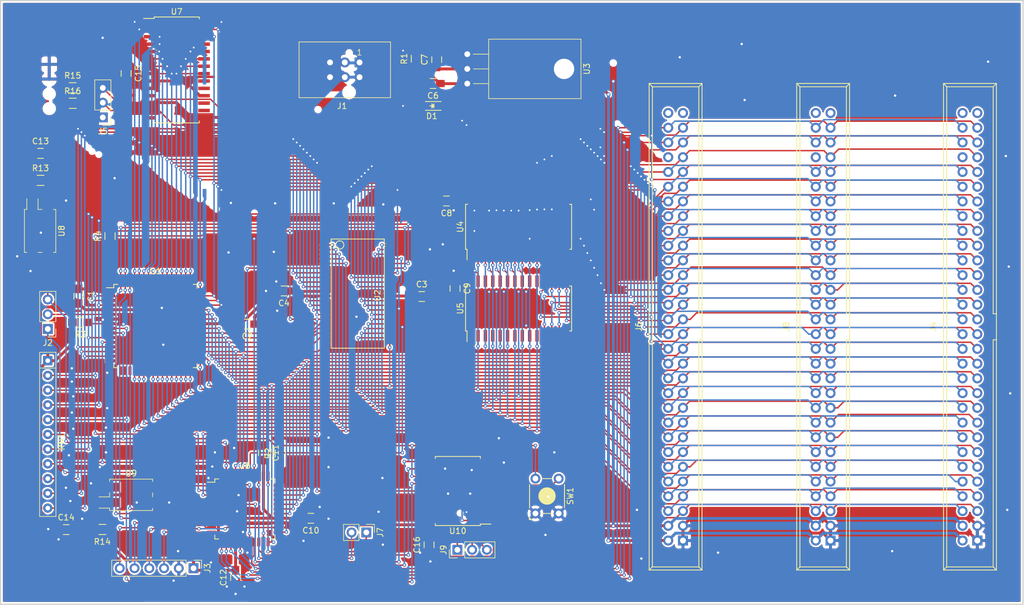
<source format=kicad_pcb>
(kicad_pcb (version 4) (host pcbnew 4.0.6)
  (layers (0 F.Cu signal) (31 B.Cu signal) (34 B.Paste user) (35 F.Paste user) (36 B.SilkS user) (37 F.SilkS user) (38 B.Mask user) (39 F.Mask user) (44 Edge.Cuts user))
  (net 0 "")
  (net 1 GND)
  (net 2 +3V3)
  (net 3 +5V)
  (net 4 "Net-(D1-Pad2)")
  (net 5 /CLK_FROM_CPLD)
  (net 6 /CLK_68k)
  (net 7 /CLK_16MHz)
  (net 8 /TCK)
  (net 9 /TDO)
  (net 10 /TDI)
  (net 11 /TMS)
  (net 12 /A1)
  (net 13 /A2)
  (net 14 /A3)
  (net 15 /A4)
  (net 16 /A5)
  (net 17 /A6)
  (net 18 /A7)
  (net 19 /A8)
  (net 20 /A9)
  (net 21 /A10)
  (net 22 /A11)
  (net 23 /A12)
  (net 24 /A13)
  (net 25 /A14)
  (net 26 /A15)
  (net 27 /A16)
  (net 28 /A17)
  (net 29 /A18)
  (net 30 /A19)
  (net 31 /A20)
  (net 32 /A21)
  (net 33 /A22)
  (net 34 /A23)
  (net 35 /D0)
  (net 36 /D1)
  (net 37 /D2)
  (net 38 /D3)
  (net 39 /D4)
  (net 40 /D5)
  (net 41 /D6)
  (net 42 /D7)
  (net 43 /D8)
  (net 44 /D9)
  (net 45 /D10)
  (net 46 /D11)
  (net 47 /D12)
  (net 48 /D13)
  (net 49 /D14)
  (net 50 /D15)
  (net 51 /~DTACK)
  (net 52 /R/~W)
  (net 53 /~LDS)
  (net 54 /~UDS)
  (net 55 /~BR)
  (net 56 /~BG)
  (net 57 /~AVEC)
  (net 58 /~IPL0)
  (net 59 /~IPL1)
  (net 60 /~IPL2)
  (net 61 /BOOT)
  (net 62 /CS0)
  (net 63 /CS1)
  (net 64 /CS2)
  (net 65 /CS3)
  (net 66 "Net-(J4-Pad59)")
  (net 67 "Net-(J4-Pad60)")
  (net 68 /SDA)
  (net 69 /SCL)
  (net 70 "Net-(J6-Pad59)")
  (net 71 "Net-(J6-Pad60)")
  (net 72 "Net-(J7-Pad1)")
  (net 73 "Net-(J7-Pad2)")
  (net 74 "Net-(J8-Pad59)")
  (net 75 "Net-(J8-Pad60)")
  (net 76 "Net-(J9-Pad1)")
  (net 77 "Net-(J9-Pad2)")
  (net 78 "Net-(J9-Pad3)")
  (net 79 "Net-(R3-Pad1)")
  (net 80 "Net-(R4-Pad1)")
  (net 81 "Net-(R13-Pad1)")
  (net 82 "Net-(R14-Pad1)")
  (net 83 /~BERR)
  (net 84 /~RESET)
  (net 85 /~HALT)
  (net 86 "Net-(U1-Pad16)")
  (net 87 "Net-(U1-Pad17)")
  (net 88 "Net-(U1-Pad18)")
  (net 89 "Net-(U1-Pad19)")
  (net 90 /~AS)
  (net 91 /~RAM_CE)
  (net 92 /~OE)
  (net 93 "Net-(U4-Pad1)")
  (net 94 /~EEPROM_LDS)
  (net 95 "Net-(U4-Pad26)")
  (net 96 "Net-(U5-Pad1)")
  (net 97 /~EEPROM_UDS)
  (net 98 "Net-(U5-Pad26)")
  (net 99 /CLK_50MHz)
  (net 100 /DTACK_TRIG)
  (net 101 "Net-(U6-Pad44)")
  (net 102 "Net-(U7-Pad19)")
  (net 103 "Net-(U7-Pad20)")
  (net 104 "Net-(U10-Pad8)")
  (net 105 "Net-(R2-Pad1)")
  (net 106 "Net-(J4-Pad54)")
  (net 107 "Net-(J6-Pad54)")
  (net 108 "Net-(J8-Pad54)")
  (module Housings_QFP:TQFP-64_14x14mm_Pitch0.8mm (layer F.Cu) (at 94.6658 79.0702)
    (fp_text reference U1 (at 0 -9.45) (layer F.SilkS))
    (fp_text value M68SEC000)
    (pad 1 smd rect (at -7.7 -6) (size 1.5 0.55) (layers F.Cu F.Paste F.Mask) (net 80 "Net-(R4-Pad1)"))
    (pad 2 smd rect (at -7.7 -5.2) (size 1.5 0.55) (layers F.Cu F.Paste F.Mask) (net 51 /~DTACK))
    (pad 3 smd rect (at -7.7 -4.4) (size 1.5 0.55) (layers F.Cu F.Paste F.Mask) (net 56 /~BG))
    (pad 4 smd rect (at -7.7 -3.6) (size 1.5 0.55) (layers F.Cu F.Paste F.Mask) (net 55 /~BR))
    (pad 5 smd rect (at -7.7 -2.8) (size 1.5 0.55) (layers F.Cu F.Paste F.Mask) (net 2 +3V3))
    (pad 6 smd rect (at -7.7 -2) (size 1.5 0.55) (layers F.Cu F.Paste F.Mask) (net 6 /CLK_68k))
    (pad 7 smd rect (at -7.7 -1.2) (size 1.5 0.55) (layers F.Cu F.Paste F.Mask) (net 1 GND))
    (pad 8 smd rect (at -7.7 -0.4) (size 1.5 0.55) (layers F.Cu F.Paste F.Mask) (net 79 "Net-(R3-Pad1)"))
    (pad 9 smd rect (at -7.7 0.4) (size 1.5 0.55) (layers F.Cu F.Paste F.Mask) (net 85 /~HALT))
    (pad 10 smd rect (at -7.7 1.2) (size 1.5 0.55) (layers F.Cu F.Paste F.Mask) (net 84 /~RESET))
    (pad 11 smd rect (at -7.7 2) (size 1.5 0.55) (layers F.Cu F.Paste F.Mask) (net 57 /~AVEC))
    (pad 12 smd rect (at -7.7 2.8) (size 1.5 0.55) (layers F.Cu F.Paste F.Mask) (net 83 /~BERR))
    (pad 13 smd rect (at -7.7 3.6) (size 1.5 0.55) (layers F.Cu F.Paste F.Mask) (net 60 /~IPL2))
    (pad 14 smd rect (at -7.7 4.4) (size 1.5 0.55) (layers F.Cu F.Paste F.Mask) (net 59 /~IPL1))
    (pad 15 smd rect (at -7.7 5.2) (size 1.5 0.55) (layers F.Cu F.Paste F.Mask) (net 58 /~IPL0))
    (pad 16 smd rect (at -7.7 6) (size 1.5 0.55) (layers F.Cu F.Paste F.Mask) (net 86 "Net-(U1-Pad16)"))
    (pad 17 smd rect (at -6 7.7 90) (size 1.5 0.55) (layers F.Cu F.Paste F.Mask) (net 87 "Net-(U1-Pad17)"))
    (pad 18 smd rect (at -5.2 7.7 90) (size 1.5 0.55) (layers F.Cu F.Paste F.Mask) (net 88 "Net-(U1-Pad18)"))
    (pad 19 smd rect (at -4.4 7.7 90) (size 1.5 0.55) (layers F.Cu F.Paste F.Mask) (net 89 "Net-(U1-Pad19)"))
    (pad 20 smd rect (at -3.6 7.7 90) (size 1.5 0.55) (layers F.Cu F.Paste F.Mask) (net 12 /A1))
    (pad 21 smd rect (at -2.8 7.7 90) (size 1.5 0.55) (layers F.Cu F.Paste F.Mask) (net 13 /A2))
    (pad 22 smd rect (at -2 7.7 90) (size 1.5 0.55) (layers F.Cu F.Paste F.Mask) (net 14 /A3))
    (pad 23 smd rect (at -1.2 7.7 90) (size 1.5 0.55) (layers F.Cu F.Paste F.Mask) (net 1 GND))
    (pad 24 smd rect (at -0.4 7.7 90) (size 1.5 0.55) (layers F.Cu F.Paste F.Mask) (net 15 /A4))
    (pad 25 smd rect (at 0.4 7.7 90) (size 1.5 0.55) (layers F.Cu F.Paste F.Mask) (net 16 /A5))
    (pad 26 smd rect (at 1.2 7.7 90) (size 1.5 0.55) (layers F.Cu F.Paste F.Mask) (net 17 /A6))
    (pad 27 smd rect (at 2 7.7 90) (size 1.5 0.55) (layers F.Cu F.Paste F.Mask) (net 18 /A7))
    (pad 28 smd rect (at 2.8 7.7 90) (size 1.5 0.55) (layers F.Cu F.Paste F.Mask) (net 19 /A8))
    (pad 29 smd rect (at 3.6 7.7 90) (size 1.5 0.55) (layers F.Cu F.Paste F.Mask) (net 20 /A9))
    (pad 30 smd rect (at 4.4 7.7 90) (size 1.5 0.55) (layers F.Cu F.Paste F.Mask) (net 21 /A10))
    (pad 31 smd rect (at 5.2 7.7 90) (size 1.5 0.55) (layers F.Cu F.Paste F.Mask) (net 22 /A11))
    (pad 32 smd rect (at 6 7.7 90) (size 1.5 0.55) (layers F.Cu F.Paste F.Mask) (net 23 /A12))
    (pad 33 smd rect (at 7.7 6) (size 1.5 0.55) (layers F.Cu F.Paste F.Mask) (net 24 /A13))
    (pad 34 smd rect (at 7.7 5.2) (size 1.5 0.55) (layers F.Cu F.Paste F.Mask) (net 25 /A14))
    (pad 35 smd rect (at 7.7 4.4) (size 1.5 0.55) (layers F.Cu F.Paste F.Mask) (net 26 /A15))
    (pad 36 smd rect (at 7.7 3.6) (size 1.5 0.55) (layers F.Cu F.Paste F.Mask) (net 27 /A16))
    (pad 37 smd rect (at 7.7 2.8) (size 1.5 0.55) (layers F.Cu F.Paste F.Mask) (net 28 /A17))
    (pad 38 smd rect (at 7.7 2) (size 1.5 0.55) (layers F.Cu F.Paste F.Mask) (net 29 /A18))
    (pad 39 smd rect (at 7.7 1.2) (size 1.5 0.55) (layers F.Cu F.Paste F.Mask) (net 30 /A19))
    (pad 40 smd rect (at 7.7 0.4) (size 1.5 0.55) (layers F.Cu F.Paste F.Mask) (net 31 /A20))
    (pad 41 smd rect (at 7.7 -0.4) (size 1.5 0.55) (layers F.Cu F.Paste F.Mask) (net 2 +3V3))
    (pad 42 smd rect (at 7.7 -1.2) (size 1.5 0.55) (layers F.Cu F.Paste F.Mask) (net 32 /A21))
    (pad 43 smd rect (at 7.7 -2) (size 1.5 0.55) (layers F.Cu F.Paste F.Mask) (net 33 /A22))
    (pad 44 smd rect (at 7.7 -2.8) (size 1.5 0.55) (layers F.Cu F.Paste F.Mask) (net 34 /A23))
    (pad 45 smd rect (at 7.7 -3.6) (size 1.5 0.55) (layers F.Cu F.Paste F.Mask) (net 50 /D15))
    (pad 46 smd rect (at 7.7 -4.4) (size 1.5 0.55) (layers F.Cu F.Paste F.Mask) (net 49 /D14))
    (pad 47 smd rect (at 7.7 -5.2) (size 1.5 0.55) (layers F.Cu F.Paste F.Mask) (net 48 /D13))
    (pad 48 smd rect (at 7.7 -6) (size 1.5 0.55) (layers F.Cu F.Paste F.Mask) (net 47 /D12))
    (pad 49 smd rect (at 6 -7.7 90) (size 1.5 0.55) (layers F.Cu F.Paste F.Mask) (net 46 /D11))
    (pad 50 smd rect (at 5.2 -7.7 90) (size 1.5 0.55) (layers F.Cu F.Paste F.Mask) (net 45 /D10))
    (pad 51 smd rect (at 4.4 -7.7 90) (size 1.5 0.55) (layers F.Cu F.Paste F.Mask) (net 44 /D9))
    (pad 52 smd rect (at 3.6 -7.7 90) (size 1.5 0.55) (layers F.Cu F.Paste F.Mask) (net 43 /D8))
    (pad 53 smd rect (at 2.8 -7.7 90) (size 1.5 0.55) (layers F.Cu F.Paste F.Mask) (net 42 /D7))
    (pad 54 smd rect (at 2 -7.7 90) (size 1.5 0.55) (layers F.Cu F.Paste F.Mask) (net 41 /D6))
    (pad 55 smd rect (at 1.2 -7.7 90) (size 1.5 0.55) (layers F.Cu F.Paste F.Mask) (net 40 /D5))
    (pad 56 smd rect (at 0.4 -7.7 90) (size 1.5 0.55) (layers F.Cu F.Paste F.Mask) (net 1 GND))
    (pad 57 smd rect (at -0.4 -7.7 90) (size 1.5 0.55) (layers F.Cu F.Paste F.Mask) (net 39 /D4))
    (pad 58 smd rect (at -1.2 -7.7 90) (size 1.5 0.55) (layers F.Cu F.Paste F.Mask) (net 38 /D3))
    (pad 59 smd rect (at -2 -7.7 90) (size 1.5 0.55) (layers F.Cu F.Paste F.Mask) (net 37 /D2))
    (pad 60 smd rect (at -2.8 -7.7 90) (size 1.5 0.55) (layers F.Cu F.Paste F.Mask) (net 36 /D1))
    (pad 61 smd rect (at -3.6 -7.7 90) (size 1.5 0.55) (layers F.Cu F.Paste F.Mask) (net 35 /D0))
    (pad 62 smd rect (at -4.4 -7.7 90) (size 1.5 0.55) (layers F.Cu F.Paste F.Mask) (net 90 /~AS))
    (pad 63 smd rect (at -5.2 -7.7 90) (size 1.5 0.55) (layers F.Cu F.Paste F.Mask) (net 54 /~UDS))
    (pad 64 smd rect (at -6 -7.7 90) (size 1.5 0.55) (layers F.Cu F.Paste F.Mask) (net 53 /~LDS))
  )
  (module Resistors_SMD:R_0805_HandSoldering (layer F.Cu) (at 80.4164 38.0238)
    (fp_text reference R15 (at 0 -2.1) (layer F.SilkS))
    (fp_text value 2k)
    (pad 1 smd rect (at -1.35 0) (size 1.5 1.3) (layers F.Cu F.Paste F.Mask) (net 2 +3V3))
    (pad 2 smd rect (at 1.35 0) (size 1.5 1.3) (layers F.Cu F.Paste F.Mask) (net 69 /SCL))
  )
  (module Resistors_SMD:R_0805_HandSoldering (layer F.Cu) (at 80.4126 40.6908)
    (fp_text reference R16 (at 0 -2.1) (layer F.SilkS))
    (fp_text value 2k)
    (pad 1 smd rect (at -1.35 0) (size 1.5 1.3) (layers F.Cu F.Paste F.Mask) (net 2 +3V3))
    (pad 2 smd rect (at 1.35 0) (size 1.5 1.3) (layers F.Cu F.Paste F.Mask) (net 68 /SDA))
  )
  (module Housings_SOIC:SOIC-28W_7.5x17.9mm_Pitch1.27mm (layer F.Cu) (at 157.1752 61.976 90)
    (fp_text reference U4 (at 0 -10.05 90) (layer F.SilkS))
    (fp_text value AT28BV64)
    (pad 28 smd rect (at 4.7 -8.255 90) (size 2 0.6) (layers F.Cu F.Paste F.Mask) (net 2 +3V3))
    (pad 27 smd rect (at 4.7 -6.985 90) (size 2 0.6) (layers F.Cu F.Paste F.Mask) (net 52 /R/~W))
    (pad 26 smd rect (at 4.7 -5.715 90) (size 2 0.6) (layers F.Cu F.Paste F.Mask) (net 95 "Net-(U4-Pad26)"))
    (pad 25 smd rect (at 4.7 -4.445 90) (size 2 0.6) (layers F.Cu F.Paste F.Mask) (net 20 /A9))
    (pad 24 smd rect (at 4.7 -3.175 90) (size 2 0.6) (layers F.Cu F.Paste F.Mask) (net 21 /A10))
    (pad 23 smd rect (at 4.7 -1.905 90) (size 2 0.6) (layers F.Cu F.Paste F.Mask) (net 23 /A12))
    (pad 22 smd rect (at 4.7 -0.635 90) (size 2 0.6) (layers F.Cu F.Paste F.Mask) (net 92 /~OE))
    (pad 21 smd rect (at 4.7 0.635 90) (size 2 0.6) (layers F.Cu F.Paste F.Mask) (net 22 /A11))
    (pad 20 smd rect (at 4.7 1.905 90) (size 2 0.6) (layers F.Cu F.Paste F.Mask) (net 94 /~EEPROM_LDS))
    (pad 19 smd rect (at 4.7 3.175 90) (size 2 0.6) (layers F.Cu F.Paste F.Mask) (net 42 /D7))
    (pad 18 smd rect (at 4.7 4.445 90) (size 2 0.6) (layers F.Cu F.Paste F.Mask) (net 41 /D6))
    (pad 17 smd rect (at 4.7 5.715 90) (size 2 0.6) (layers F.Cu F.Paste F.Mask) (net 40 /D5))
    (pad 16 smd rect (at 4.7 6.985 90) (size 2 0.6) (layers F.Cu F.Paste F.Mask) (net 39 /D4))
    (pad 15 smd rect (at 4.7 8.255 90) (size 2 0.6) (layers F.Cu F.Paste F.Mask) (net 38 /D3))
    (pad 14 smd rect (at -4.7 8.255 90) (size 2 0.6) (layers F.Cu F.Paste F.Mask) (net 1 GND))
    (pad 13 smd rect (at -4.7 6.985 90) (size 2 0.6) (layers F.Cu F.Paste F.Mask) (net 37 /D2))
    (pad 12 smd rect (at -4.7 5.715 90) (size 2 0.6) (layers F.Cu F.Paste F.Mask) (net 36 /D1))
    (pad 11 smd rect (at -4.7 4.445 90) (size 2 0.6) (layers F.Cu F.Paste F.Mask) (net 35 /D0))
    (pad 10 smd rect (at -4.7 3.175 90) (size 2 0.6) (layers F.Cu F.Paste F.Mask) (net 12 /A1))
    (pad 9 smd rect (at -4.7 1.905 90) (size 2 0.6) (layers F.Cu F.Paste F.Mask) (net 13 /A2))
    (pad 8 smd rect (at -4.7 0.635 90) (size 2 0.6) (layers F.Cu F.Paste F.Mask) (net 14 /A3))
    (pad 7 smd rect (at -4.7 -0.635 90) (size 2 0.6) (layers F.Cu F.Paste F.Mask) (net 15 /A4))
    (pad 6 smd rect (at -4.7 -1.905 90) (size 2 0.6) (layers F.Cu F.Paste F.Mask) (net 16 /A5))
    (pad 5 smd rect (at -4.7 -3.175 90) (size 2 0.6) (layers F.Cu F.Paste F.Mask) (net 17 /A6))
    (pad 4 smd rect (at -4.7 -4.445 90) (size 2 0.6) (layers F.Cu F.Paste F.Mask) (net 18 /A7))
    (pad 3 smd rect (at -4.7 -5.715 90) (size 2 0.6) (layers F.Cu F.Paste F.Mask) (net 19 /A8))
    (pad 2 smd rect (at -4.7 -6.985 90) (size 2 0.6) (layers F.Cu F.Paste F.Mask) (net 24 /A13))
    (pad 1 smd rect (at -4.7 -8.255 90) (size 2 0.6) (layers F.Cu F.Paste F.Mask) (net 93 "Net-(U4-Pad1)"))
  )
  (module TO_SOT_Packages_THT:TO-220_Horizontal (layer F.Cu) (at 148.336 32.2326 270)
    (fp_text reference U3 (at 2.54 -20.58 270) (layer F.SilkS))
    (fp_text value LM1084IT-3.3/NOPB)
    (pad 0 np_thru_hole oval (at 2.54 -16.66 270) (size 3.5 3.5) (drill 3.5) (layers *.Cu *.Mask))
    (pad 1 thru_hole rect (at 0 0 270) (size 1.8 1.8) (drill 1) (layers *.Cu *.Mask) (net 1 GND))
    (pad 2 thru_hole oval (at 2.54 0 270) (size 1.8 1.8) (drill 1) (layers *.Cu *.Mask) (net 2 +3V3))
    (pad 3 thru_hole oval (at 5.08 0 270) (size 1.8 1.8) (drill 1) (layers *.Cu *.Mask) (net 3 +5V))
  )
  (module Housings_QFP:TQFP-44_10x10mm_Pitch0.8mm (layer F.Cu) (at 110.0488 110.5832)
    (fp_text reference U6 (at 0 -7.45) (layer F.SilkS))
    (fp_text value XC9572XL-VQ44)
    (pad 1 smd rect (at -5.7 -4) (size 1.5 0.55) (layers F.Cu F.Paste F.Mask) (net 99 /CLK_50MHz))
    (pad 2 smd rect (at -5.7 -3.2) (size 1.5 0.55) (layers F.Cu F.Paste F.Mask) (net 51 /~DTACK))
    (pad 3 smd rect (at -5.7 -2.4) (size 1.5 0.55) (layers F.Cu F.Paste F.Mask) (net 52 /R/~W))
    (pad 4 smd rect (at -5.7 -1.6) (size 1.5 0.55) (layers F.Cu F.Paste F.Mask) (net 1 GND))
    (pad 5 smd rect (at -5.7 -0.8) (size 1.5 0.55) (layers F.Cu F.Paste F.Mask) (net 92 /~OE))
    (pad 6 smd rect (at -5.7 0) (size 1.5 0.55) (layers F.Cu F.Paste F.Mask) (net 90 /~AS))
    (pad 7 smd rect (at -5.7 0.8) (size 1.5 0.55) (layers F.Cu F.Paste F.Mask) (net 53 /~LDS))
    (pad 8 smd rect (at -5.7 1.6) (size 1.5 0.55) (layers F.Cu F.Paste F.Mask) (net 54 /~UDS))
    (pad 9 smd rect (at -5.7 2.4) (size 1.5 0.55) (layers F.Cu F.Paste F.Mask) (net 10 /TDI))
    (pad 10 smd rect (at -5.7 3.2) (size 1.5 0.55) (layers F.Cu F.Paste F.Mask) (net 11 /TMS))
    (pad 11 smd rect (at -5.7 4) (size 1.5 0.55) (layers F.Cu F.Paste F.Mask) (net 8 /TCK))
    (pad 12 smd rect (at -4 5.7 90) (size 1.5 0.55) (layers F.Cu F.Paste F.Mask) (net 62 /CS0))
    (pad 13 smd rect (at -3.2 5.7 90) (size 1.5 0.55) (layers F.Cu F.Paste F.Mask) (net 63 /CS1))
    (pad 14 smd rect (at -2.4 5.7 90) (size 1.5 0.55) (layers F.Cu F.Paste F.Mask) (net 64 /CS2))
    (pad 15 smd rect (at -1.6 5.7 90) (size 1.5 0.55) (layers F.Cu F.Paste F.Mask) (net 2 +3V3))
    (pad 16 smd rect (at -0.8 5.7 90) (size 1.5 0.55) (layers F.Cu F.Paste F.Mask) (net 65 /CS3))
    (pad 17 smd rect (at 0 5.7 90) (size 1.5 0.55) (layers F.Cu F.Paste F.Mask) (net 1 GND))
    (pad 18 smd rect (at 0.8 5.7 90) (size 1.5 0.55) (layers F.Cu F.Paste F.Mask) (net 5 /CLK_FROM_CPLD))
    (pad 19 smd rect (at 1.6 5.7 90) (size 1.5 0.55) (layers F.Cu F.Paste F.Mask) (net 61 /BOOT))
    (pad 20 smd rect (at 2.4 5.7 90) (size 1.5 0.55) (layers F.Cu F.Paste F.Mask) (net 100 /DTACK_TRIG))
    (pad 21 smd rect (at 3.2 5.7 90) (size 1.5 0.55) (layers F.Cu F.Paste F.Mask) (net 24 /A13))
    (pad 22 smd rect (at 4 5.7 90) (size 1.5 0.55) (layers F.Cu F.Paste F.Mask) (net 25 /A14))
    (pad 23 smd rect (at 5.7 4) (size 1.5 0.55) (layers F.Cu F.Paste F.Mask) (net 26 /A15))
    (pad 24 smd rect (at 5.7 3.2) (size 1.5 0.55) (layers F.Cu F.Paste F.Mask) (net 9 /TDO))
    (pad 25 smd rect (at 5.7 2.4) (size 1.5 0.55) (layers F.Cu F.Paste F.Mask) (net 1 GND))
    (pad 26 smd rect (at 5.7 1.6) (size 1.5 0.55) (layers F.Cu F.Paste F.Mask) (net 2 +3V3))
    (pad 27 smd rect (at 5.7 0.8) (size 1.5 0.55) (layers F.Cu F.Paste F.Mask) (net 27 /A16))
    (pad 28 smd rect (at 5.7 0) (size 1.5 0.55) (layers F.Cu F.Paste F.Mask) (net 28 /A17))
    (pad 29 smd rect (at 5.7 -0.8) (size 1.5 0.55) (layers F.Cu F.Paste F.Mask) (net 29 /A18))
    (pad 30 smd rect (at 5.7 -1.6) (size 1.5 0.55) (layers F.Cu F.Paste F.Mask) (net 30 /A19))
    (pad 31 smd rect (at 5.7 -2.4) (size 1.5 0.55) (layers F.Cu F.Paste F.Mask) (net 31 /A20))
    (pad 32 smd rect (at 5.7 -3.2) (size 1.5 0.55) (layers F.Cu F.Paste F.Mask) (net 32 /A21))
    (pad 33 smd rect (at 5.7 -4) (size 1.5 0.55) (layers F.Cu F.Paste F.Mask) (net 105 "Net-(R2-Pad1)"))
    (pad 34 smd rect (at 4 -5.7 90) (size 1.5 0.55) (layers F.Cu F.Paste F.Mask) (net 72 "Net-(J7-Pad1)"))
    (pad 35 smd rect (at 3.2 -5.7 90) (size 1.5 0.55) (layers F.Cu F.Paste F.Mask) (net 2 +3V3))
    (pad 36 smd rect (at 2.4 -5.7 90) (size 1.5 0.55) (layers F.Cu F.Paste F.Mask) (net 73 "Net-(J7-Pad2)"))
    (pad 37 smd rect (at 1.6 -5.7 90) (size 1.5 0.55) (layers F.Cu F.Paste F.Mask) (net 94 /~EEPROM_LDS))
    (pad 38 smd rect (at 0.8 -5.7 90) (size 1.5 0.55) (layers F.Cu F.Paste F.Mask) (net 97 /~EEPROM_UDS))
    (pad 39 smd rect (at 0 -5.7 90) (size 1.5 0.55) (layers F.Cu F.Paste F.Mask) (net 91 /~RAM_CE))
    (pad 40 smd rect (at -0.8 -5.7 90) (size 1.5 0.55) (layers F.Cu F.Paste F.Mask) (net 34 /A23))
    (pad 41 smd rect (at -1.6 -5.7 90) (size 1.5 0.55) (layers F.Cu F.Paste F.Mask) (net 33 /A22))
    (pad 42 smd rect (at -2.4 -5.7 90) (size 1.5 0.55) (layers F.Cu F.Paste F.Mask) (net 83 /~BERR))
    (pad 43 smd rect (at -3.2 -5.7 90) (size 1.5 0.55) (layers F.Cu F.Paste F.Mask) (net 7 /CLK_16MHz))
    (pad 44 smd rect (at -4 -5.7 90) (size 1.5 0.55) (layers F.Cu F.Paste F.Mask) (net 101 "Net-(U6-Pad44)"))
  )
  (module Connectors:IDC_Header_Straight_60pins (layer F.Cu) (at 185.4708 116.0272 90)
    (fp_text reference J6 (at 36.83 -7.62 90) (layer F.SilkS))
    (fp_text value CONN_02X30)
    (pad 1 thru_hole rect (at 0 0 90) (size 1.7272 1.7272) (drill 1.016) (layers *.Cu *.Mask) (net 1 GND))
    (pad 2 thru_hole oval (at 0 -2.54 90) (size 1.7272 1.7272) (drill 1.016) (layers *.Cu *.Mask) (net 3 +5V))
    (pad 3 thru_hole oval (at 2.54 0 90) (size 1.7272 1.7272) (drill 1.016) (layers *.Cu *.Mask) (net 1 GND))
    (pad 4 thru_hole oval (at 2.54 -2.54 90) (size 1.7272 1.7272) (drill 1.016) (layers *.Cu *.Mask) (net 2 +3V3))
    (pad 5 thru_hole oval (at 5.08 0 90) (size 1.7272 1.7272) (drill 1.016) (layers *.Cu *.Mask) (net 12 /A1))
    (pad 6 thru_hole oval (at 5.08 -2.54 90) (size 1.7272 1.7272) (drill 1.016) (layers *.Cu *.Mask) (net 13 /A2))
    (pad 7 thru_hole oval (at 7.62 0 90) (size 1.7272 1.7272) (drill 1.016) (layers *.Cu *.Mask) (net 14 /A3))
    (pad 8 thru_hole oval (at 7.62 -2.54 90) (size 1.7272 1.7272) (drill 1.016) (layers *.Cu *.Mask) (net 15 /A4))
    (pad 9 thru_hole oval (at 10.16 0 90) (size 1.7272 1.7272) (drill 1.016) (layers *.Cu *.Mask) (net 16 /A5))
    (pad 10 thru_hole oval (at 10.16 -2.54 90) (size 1.7272 1.7272) (drill 1.016) (layers *.Cu *.Mask) (net 17 /A6))
    (pad 11 thru_hole oval (at 12.7 0 90) (size 1.7272 1.7272) (drill 1.016) (layers *.Cu *.Mask) (net 18 /A7))
    (pad 12 thru_hole oval (at 12.7 -2.54 90) (size 1.7272 1.7272) (drill 1.016) (layers *.Cu *.Mask) (net 19 /A8))
    (pad 13 thru_hole oval (at 15.24 0 90) (size 1.7272 1.7272) (drill 1.016) (layers *.Cu *.Mask) (net 20 /A9))
    (pad 14 thru_hole oval (at 15.24 -2.54 90) (size 1.7272 1.7272) (drill 1.016) (layers *.Cu *.Mask) (net 21 /A10))
    (pad 15 thru_hole oval (at 17.78 0 90) (size 1.7272 1.7272) (drill 1.016) (layers *.Cu *.Mask) (net 22 /A11))
    (pad 16 thru_hole oval (at 17.78 -2.54 90) (size 1.7272 1.7272) (drill 1.016) (layers *.Cu *.Mask) (net 23 /A12))
    (pad 17 thru_hole oval (at 20.32 0 90) (size 1.7272 1.7272) (drill 1.016) (layers *.Cu *.Mask) (net 24 /A13))
    (pad 18 thru_hole oval (at 20.32 -2.54 90) (size 1.7272 1.7272) (drill 1.016) (layers *.Cu *.Mask) (net 25 /A14))
    (pad 19 thru_hole oval (at 22.86 0 90) (size 1.7272 1.7272) (drill 1.016) (layers *.Cu *.Mask) (net 26 /A15))
    (pad 20 thru_hole oval (at 22.86 -2.54 90) (size 1.7272 1.7272) (drill 1.016) (layers *.Cu *.Mask) (net 27 /A16))
    (pad 21 thru_hole oval (at 25.4 0 90) (size 1.7272 1.7272) (drill 1.016) (layers *.Cu *.Mask) (net 28 /A17))
    (pad 22 thru_hole oval (at 25.4 -2.54 90) (size 1.7272 1.7272) (drill 1.016) (layers *.Cu *.Mask) (net 29 /A18))
    (pad 23 thru_hole oval (at 27.94 0 90) (size 1.7272 1.7272) (drill 1.016) (layers *.Cu *.Mask) (net 30 /A19))
    (pad 24 thru_hole oval (at 27.94 -2.54 90) (size 1.7272 1.7272) (drill 1.016) (layers *.Cu *.Mask) (net 31 /A20))
    (pad 25 thru_hole oval (at 30.48 0 90) (size 1.7272 1.7272) (drill 1.016) (layers *.Cu *.Mask) (net 32 /A21))
    (pad 26 thru_hole oval (at 30.48 -2.54 90) (size 1.7272 1.7272) (drill 1.016) (layers *.Cu *.Mask) (net 33 /A22))
    (pad 27 thru_hole oval (at 33.02 0 90) (size 1.7272 1.7272) (drill 1.016) (layers *.Cu *.Mask) (net 34 /A23))
    (pad 28 thru_hole oval (at 33.02 -2.54 90) (size 1.7272 1.7272) (drill 1.016) (layers *.Cu *.Mask) (net 50 /D15))
    (pad 29 thru_hole oval (at 35.56 0 90) (size 1.7272 1.7272) (drill 1.016) (layers *.Cu *.Mask) (net 49 /D14))
    (pad 30 thru_hole oval (at 35.56 -2.54 90) (size 1.7272 1.7272) (drill 1.016) (layers *.Cu *.Mask) (net 48 /D13))
    (pad 31 thru_hole oval (at 38.1 0 90) (size 1.7272 1.7272) (drill 1.016) (layers *.Cu *.Mask) (net 47 /D12))
    (pad 32 thru_hole oval (at 38.1 -2.54 90) (size 1.7272 1.7272) (drill 1.016) (layers *.Cu *.Mask) (net 46 /D11))
    (pad 33 thru_hole oval (at 40.64 0 90) (size 1.7272 1.7272) (drill 1.016) (layers *.Cu *.Mask) (net 45 /D10))
    (pad 34 thru_hole oval (at 40.64 -2.54 90) (size 1.7272 1.7272) (drill 1.016) (layers *.Cu *.Mask) (net 44 /D9))
    (pad 35 thru_hole oval (at 43.18 0 90) (size 1.7272 1.7272) (drill 1.016) (layers *.Cu *.Mask) (net 43 /D8))
    (pad 36 thru_hole oval (at 43.18 -2.54 90) (size 1.7272 1.7272) (drill 1.016) (layers *.Cu *.Mask) (net 42 /D7))
    (pad 37 thru_hole oval (at 45.72 0 90) (size 1.7272 1.7272) (drill 1.016) (layers *.Cu *.Mask) (net 41 /D6))
    (pad 38 thru_hole oval (at 45.72 -2.54 90) (size 1.7272 1.7272) (drill 1.016) (layers *.Cu *.Mask) (net 40 /D5))
    (pad 39 thru_hole oval (at 48.26 0 90) (size 1.7272 1.7272) (drill 1.016) (layers *.Cu *.Mask) (net 39 /D4))
    (pad 40 thru_hole oval (at 48.26 -2.54 90) (size 1.7272 1.7272) (drill 1.016) (layers *.Cu *.Mask) (net 38 /D3))
    (pad 41 thru_hole oval (at 50.8 0 90) (size 1.7272 1.7272) (drill 1.016) (layers *.Cu *.Mask) (net 37 /D2))
    (pad 42 thru_hole oval (at 50.8 -2.54 90) (size 1.7272 1.7272) (drill 1.016) (layers *.Cu *.Mask) (net 36 /D1))
    (pad 43 thru_hole oval (at 53.34 0 90) (size 1.7272 1.7272) (drill 1.016) (layers *.Cu *.Mask) (net 35 /D0))
    (pad 44 thru_hole oval (at 53.34 -2.54 90) (size 1.7272 1.7272) (drill 1.016) (layers *.Cu *.Mask) (net 51 /~DTACK))
    (pad 45 thru_hole oval (at 55.88 0 90) (size 1.7272 1.7272) (drill 1.016) (layers *.Cu *.Mask) (net 52 /R/~W))
    (pad 46 thru_hole oval (at 55.88 -2.54 90) (size 1.7272 1.7272) (drill 1.016) (layers *.Cu *.Mask) (net 53 /~LDS))
    (pad 47 thru_hole oval (at 58.42 0 90) (size 1.7272 1.7272) (drill 1.016) (layers *.Cu *.Mask) (net 54 /~UDS))
    (pad 48 thru_hole oval (at 58.42 -2.54 90) (size 1.7272 1.7272) (drill 1.016) (layers *.Cu *.Mask) (net 55 /~BR))
    (pad 49 thru_hole oval (at 60.96 0 90) (size 1.7272 1.7272) (drill 1.016) (layers *.Cu *.Mask) (net 56 /~BG))
    (pad 50 thru_hole oval (at 60.96 -2.54 90) (size 1.7272 1.7272) (drill 1.016) (layers *.Cu *.Mask) (net 57 /~AVEC))
    (pad 51 thru_hole oval (at 63.5 0 90) (size 1.7272 1.7272) (drill 1.016) (layers *.Cu *.Mask) (net 58 /~IPL0))
    (pad 52 thru_hole oval (at 63.5 -2.54 90) (size 1.7272 1.7272) (drill 1.016) (layers *.Cu *.Mask) (net 59 /~IPL1))
    (pad 53 thru_hole oval (at 66.04 0 90) (size 1.7272 1.7272) (drill 1.016) (layers *.Cu *.Mask) (net 60 /~IPL2))
    (pad 54 thru_hole oval (at 66.04 -2.54 90) (size 1.7272 1.7272) (drill 1.016) (layers *.Cu *.Mask) (net 107 "Net-(J6-Pad54)"))
    (pad 55 thru_hole oval (at 68.58 0 90) (size 1.7272 1.7272) (drill 1.016) (layers *.Cu *.Mask) (net 62 /CS0))
    (pad 56 thru_hole oval (at 68.58 -2.54 90) (size 1.7272 1.7272) (drill 1.016) (layers *.Cu *.Mask) (net 63 /CS1))
    (pad 57 thru_hole oval (at 71.12 0 90) (size 1.7272 1.7272) (drill 1.016) (layers *.Cu *.Mask) (net 64 /CS2))
    (pad 58 thru_hole oval (at 71.12 -2.54 90) (size 1.7272 1.7272) (drill 1.016) (layers *.Cu *.Mask) (net 65 /CS3))
    (pad 59 thru_hole oval (at 73.66 0 90) (size 1.7272 1.7272) (drill 1.016) (layers *.Cu *.Mask) (net 70 "Net-(J6-Pad59)"))
    (pad 60 thru_hole oval (at 73.66 -2.54 90) (size 1.7272 1.7272) (drill 1.016) (layers *.Cu *.Mask) (net 71 "Net-(J6-Pad60)"))
  )
  (module Capacitors_SMD:C_0805_HandSoldering (layer F.Cu) (at 81.4658 73.9302 270)
    (fp_text reference C1 (at 0 -2.1 270) (layer F.SilkS))
    (fp_text value 100n)
    (pad 1 smd rect (at -1.25 0 270) (size 1.5 1.25) (layers F.Cu F.Paste F.Mask) (net 1 GND))
    (pad 2 smd rect (at 1.25 0 270) (size 1.5 1.25) (layers F.Cu F.Paste F.Mask) (net 2 +3V3))
  )
  (module Capacitors_SMD:C_0805_HandSoldering (layer F.Cu) (at 110.49 78.74 180)
    (fp_text reference C2 (at 0 -2.1 180) (layer F.SilkS))
    (fp_text value 100n)
    (pad 1 smd rect (at -1.25 0 180) (size 1.5 1.25) (layers F.Cu F.Paste F.Mask) (net 1 GND))
    (pad 2 smd rect (at 1.25 0 180) (size 1.5 1.25) (layers F.Cu F.Paste F.Mask) (net 2 +3V3))
  )
  (module Capacitors_SMD:C_0805_HandSoldering (layer F.Cu) (at 140.4978 73.9902)
    (fp_text reference C3 (at 0 -2.1) (layer F.SilkS))
    (fp_text value 100n)
    (pad 1 smd rect (at -1.25 0) (size 1.5 1.25) (layers F.Cu F.Paste F.Mask) (net 2 +3V3))
    (pad 2 smd rect (at 1.25 0) (size 1.5 1.25) (layers F.Cu F.Paste F.Mask) (net 1 GND))
  )
  (module Capacitors_SMD:C_0805_HandSoldering (layer F.Cu) (at 116.7892 73.025 180)
    (fp_text reference C4 (at 0 -2.1 180) (layer F.SilkS))
    (fp_text value 100n)
    (pad 1 smd rect (at -1.25 0 180) (size 1.5 1.25) (layers F.Cu F.Paste F.Mask) (net 2 +3V3))
    (pad 2 smd rect (at 1.25 0 180) (size 1.5 1.25) (layers F.Cu F.Paste F.Mask) (net 1 GND))
  )
  (module Capacitors_SMD:C_0805_HandSoldering (layer F.Cu) (at 142.4432 37.2872 180)
    (fp_text reference C6 (at 0 -2.1 180) (layer F.SilkS))
    (fp_text value C_Small)
    (pad 1 smd rect (at -1.25 0 180) (size 1.5 1.25) (layers F.Cu F.Paste F.Mask) (net 3 +5V))
    (pad 2 smd rect (at 1.25 0 180) (size 1.5 1.25) (layers F.Cu F.Paste F.Mask) (net 1 GND))
  )
  (module Capacitors_SMD:C_0805_HandSoldering (layer F.Cu) (at 143.0782 33.1724 90)
    (fp_text reference C7 (at 0 -2.1 90) (layer F.SilkS))
    (fp_text value C_Small)
    (pad 1 smd rect (at -1.25 0 90) (size 1.5 1.25) (layers F.Cu F.Paste F.Mask) (net 2 +3V3))
    (pad 2 smd rect (at 1.25 0 90) (size 1.5 1.25) (layers F.Cu F.Paste F.Mask) (net 1 GND))
  )
  (module Capacitors_SMD:C_0805_HandSoldering (layer F.Cu) (at 144.7546 57.531 180)
    (fp_text reference C8 (at 0 -2.1 180) (layer F.SilkS))
    (fp_text value 100n)
    (pad 1 smd rect (at -1.25 0 180) (size 1.5 1.25) (layers F.Cu F.Paste F.Mask) (net 2 +3V3))
    (pad 2 smd rect (at 1.25 0 180) (size 1.5 1.25) (layers F.Cu F.Paste F.Mask) (net 1 GND))
  )
  (module Capacitors_SMD:C_0805_HandSoldering (layer F.Cu) (at 146.2278 72.5932 270)
    (fp_text reference C9 (at 0 -2.1 270) (layer F.SilkS))
    (fp_text value 100n)
    (pad 1 smd rect (at -1.25 0 270) (size 1.5 1.25) (layers F.Cu F.Paste F.Mask) (net 2 +3V3))
    (pad 2 smd rect (at 1.25 0 270) (size 1.5 1.25) (layers F.Cu F.Paste F.Mask) (net 1 GND))
  )
  (module Capacitors_SMD:C_0805_HandSoldering (layer F.Cu) (at 121.412 112.1918 180)
    (fp_text reference C10 (at 0 -2.1 180) (layer F.SilkS))
    (fp_text value 100n)
    (pad 1 smd rect (at -1.25 0 180) (size 1.5 1.25) (layers F.Cu F.Paste F.Mask) (net 1 GND))
    (pad 2 smd rect (at 1.25 0 180) (size 1.5 1.25) (layers F.Cu F.Paste F.Mask) (net 2 +3V3))
  )
  (module Capacitors_SMD:C_0805_HandSoldering (layer F.Cu) (at 113.2586 100.9088 270)
    (fp_text reference C11 (at 0 -2.1 270) (layer F.SilkS))
    (fp_text value 100n)
    (pad 1 smd rect (at -1.25 0 270) (size 1.5 1.25) (layers F.Cu F.Paste F.Mask) (net 1 GND))
    (pad 2 smd rect (at 1.25 0 270) (size 1.5 1.25) (layers F.Cu F.Paste F.Mask) (net 2 +3V3))
  )
  (module Capacitors_SMD:C_0805_HandSoldering (layer F.Cu) (at 108.458 122.4026 90)
    (fp_text reference C12 (at 0 -2.1 90) (layer F.SilkS))
    (fp_text value 100n)
    (pad 1 smd rect (at -1.25 0 90) (size 1.5 1.25) (layers F.Cu F.Paste F.Mask) (net 1 GND))
    (pad 2 smd rect (at 1.25 0 90) (size 1.5 1.25) (layers F.Cu F.Paste F.Mask) (net 2 +3V3))
  )
  (module Capacitors_SMD:C_0805_HandSoldering (layer F.Cu) (at 74.8792 49.3268)
    (fp_text reference C13 (at 0 -2.1) (layer F.SilkS))
    (fp_text value 100n)
    (pad 1 smd rect (at -1.25 0) (size 1.5 1.25) (layers F.Cu F.Paste F.Mask) (net 1 GND))
    (pad 2 smd rect (at 1.25 0) (size 1.5 1.25) (layers F.Cu F.Paste F.Mask) (net 2 +3V3))
  )
  (module Capacitors_SMD:C_0805_HandSoldering (layer F.Cu) (at 79.2934 114.1476)
    (fp_text reference C14 (at 0 -2.1) (layer F.SilkS))
    (fp_text value 100n)
    (pad 1 smd rect (at -1.25 0) (size 1.5 1.25) (layers F.Cu F.Paste F.Mask) (net 1 GND))
    (pad 2 smd rect (at 1.25 0) (size 1.5 1.25) (layers F.Cu F.Paste F.Mask) (net 2 +3V3))
  )
  (module Capacitors_SMD:C_0805_HandSoldering (layer F.Cu) (at 89.6112 35.56 270)
    (fp_text reference C15 (at 0 -2.1 270) (layer F.SilkS))
    (fp_text value 100n)
    (pad 1 smd rect (at -1.25 0 270) (size 1.5 1.25) (layers F.Cu F.Paste F.Mask) (net 1 GND))
    (pad 2 smd rect (at 1.25 0 270) (size 1.5 1.25) (layers F.Cu F.Paste F.Mask) (net 2 +3V3))
  )
  (module Capacitors_SMD:C_0805_HandSoldering (layer F.Cu) (at 141.7574 116.7638 90)
    (fp_text reference C16 (at 0 -2.1 90) (layer F.SilkS))
    (fp_text value 100n)
    (pad 1 smd rect (at -1.25 0 90) (size 1.5 1.25) (layers F.Cu F.Paste F.Mask) (net 1 GND))
    (pad 2 smd rect (at 1.25 0 90) (size 1.5 1.25) (layers F.Cu F.Paste F.Mask) (net 2 +3V3))
  )
  (module LEDs:LED_0805 (layer F.Cu) (at 142.24 41.148 180)
    (fp_text reference D1 (at 0 -1.75 180) (layer F.SilkS))
    (fp_text value LED)
    (pad 2 smd rect (at 1.04902 0) (size 1.19888 1.19888) (layers F.Cu F.Paste F.Mask) (net 4 "Net-(D1-Pad2)"))
    (pad 1 smd rect (at -1.04902 0) (size 1.19888 1.19888) (layers F.Cu F.Paste F.Mask) (net 1 GND))
  )
  (module Pin_Headers:Pin_Header_Straight_1x03_Pitch2.54mm (layer F.Cu) (at 76.1238 79.5782 180)
    (fp_text reference J2 (at 0 -2.39 180) (layer F.SilkS))
    (fp_text value CONN_01X03)
    (pad 1 thru_hole rect (at 0 0 180) (size 1.7 1.7) (drill 1) (layers *.Cu *.Mask) (net 5 /CLK_FROM_CPLD))
    (pad 2 thru_hole oval (at 0 2.54 180) (size 1.7 1.7) (drill 1) (layers *.Cu *.Mask) (net 6 /CLK_68k))
    (pad 3 thru_hole oval (at 0 5.08 180) (size 1.7 1.7) (drill 1) (layers *.Cu *.Mask) (net 7 /CLK_16MHz))
  )
  (module Pin_Headers:Pin_Header_Straight_1x06_Pitch2.54mm (layer F.Cu) (at 101.219 120.8024 270)
    (fp_text reference J3 (at 0 -2.39 270) (layer F.SilkS))
    (fp_text value JTAG)
    (pad 1 thru_hole rect (at 0 0 270) (size 1.7 1.7) (drill 1) (layers *.Cu *.Mask) (net 2 +3V3))
    (pad 2 thru_hole oval (at 0 2.54 270) (size 1.7 1.7) (drill 1) (layers *.Cu *.Mask) (net 1 GND))
    (pad 3 thru_hole oval (at 0 5.08 270) (size 1.7 1.7) (drill 1) (layers *.Cu *.Mask) (net 8 /TCK))
    (pad 4 thru_hole oval (at 0 7.62 270) (size 1.7 1.7) (drill 1) (layers *.Cu *.Mask) (net 9 /TDO))
    (pad 5 thru_hole oval (at 0 10.16 270) (size 1.7 1.7) (drill 1) (layers *.Cu *.Mask) (net 10 /TDI))
    (pad 6 thru_hole oval (at 0 12.7 270) (size 1.7 1.7) (drill 1) (layers *.Cu *.Mask) (net 11 /TMS))
  )
  (module Connectors:IDC_Header_Straight_60pins (layer F.Cu) (at 236.1438 116.0272 90)
    (fp_text reference J4 (at 36.83 -7.62 90) (layer F.SilkS))
    (fp_text value CONN_02X30)
    (pad 1 thru_hole rect (at 0 0 90) (size 1.7272 1.7272) (drill 1.016) (layers *.Cu *.Mask) (net 1 GND))
    (pad 2 thru_hole oval (at 0 -2.54 90) (size 1.7272 1.7272) (drill 1.016) (layers *.Cu *.Mask) (net 3 +5V))
    (pad 3 thru_hole oval (at 2.54 0 90) (size 1.7272 1.7272) (drill 1.016) (layers *.Cu *.Mask) (net 1 GND))
    (pad 4 thru_hole oval (at 2.54 -2.54 90) (size 1.7272 1.7272) (drill 1.016) (layers *.Cu *.Mask) (net 2 +3V3))
    (pad 5 thru_hole oval (at 5.08 0 90) (size 1.7272 1.7272) (drill 1.016) (layers *.Cu *.Mask) (net 12 /A1))
    (pad 6 thru_hole oval (at 5.08 -2.54 90) (size 1.7272 1.7272) (drill 1.016) (layers *.Cu *.Mask) (net 13 /A2))
    (pad 7 thru_hole oval (at 7.62 0 90) (size 1.7272 1.7272) (drill 1.016) (layers *.Cu *.Mask) (net 14 /A3))
    (pad 8 thru_hole oval (at 7.62 -2.54 90) (size 1.7272 1.7272) (drill 1.016) (layers *.Cu *.Mask) (net 15 /A4))
    (pad 9 thru_hole oval (at 10.16 0 90) (size 1.7272 1.7272) (drill 1.016) (layers *.Cu *.Mask) (net 16 /A5))
    (pad 10 thru_hole oval (at 10.16 -2.54 90) (size 1.7272 1.7272) (drill 1.016) (layers *.Cu *.Mask) (net 17 /A6))
    (pad 11 thru_hole oval (at 12.7 0 90) (size 1.7272 1.7272) (drill 1.016) (layers *.Cu *.Mask) (net 18 /A7))
    (pad 12 thru_hole oval (at 12.7 -2.54 90) (size 1.7272 1.7272) (drill 1.016) (layers *.Cu *.Mask) (net 19 /A8))
    (pad 13 thru_hole oval (at 15.24 0 90) (size 1.7272 1.7272) (drill 1.016) (layers *.Cu *.Mask) (net 20 /A9))
    (pad 14 thru_hole oval (at 15.24 -2.54 90) (size 1.7272 1.7272) (drill 1.016) (layers *.Cu *.Mask) (net 21 /A10))
    (pad 15 thru_hole oval (at 17.78 0 90) (size 1.7272 1.7272) (drill 1.016) (layers *.Cu *.Mask) (net 22 /A11))
    (pad 16 thru_hole oval (at 17.78 -2.54 90) (size 1.7272 1.7272) (drill 1.016) (layers *.Cu *.Mask) (net 23 /A12))
    (pad 17 thru_hole oval (at 20.32 0 90) (size 1.7272 1.7272) (drill 1.016) (layers *.Cu *.Mask) (net 24 /A13))
    (pad 18 thru_hole oval (at 20.32 -2.54 90) (size 1.7272 1.7272) (drill 1.016) (layers *.Cu *.Mask) (net 25 /A14))
    (pad 19 thru_hole oval (at 22.86 0 90) (size 1.7272 1.7272) (drill 1.016) (layers *.Cu *.Mask) (net 26 /A15))
    (pad 20 thru_hole oval (at 22.86 -2.54 90) (size 1.7272 1.7272) (drill 1.016) (layers *.Cu *.Mask) (net 27 /A16))
    (pad 21 thru_hole oval (at 25.4 0 90) (size 1.7272 1.7272) (drill 1.016) (layers *.Cu *.Mask) (net 28 /A17))
    (pad 22 thru_hole oval (at 25.4 -2.54 90) (size 1.7272 1.7272) (drill 1.016) (layers *.Cu *.Mask) (net 29 /A18))
    (pad 23 thru_hole oval (at 27.94 0 90) (size 1.7272 1.7272) (drill 1.016) (layers *.Cu *.Mask) (net 30 /A19))
    (pad 24 thru_hole oval (at 27.94 -2.54 90) (size 1.7272 1.7272) (drill 1.016) (layers *.Cu *.Mask) (net 31 /A20))
    (pad 25 thru_hole oval (at 30.48 0 90) (size 1.7272 1.7272) (drill 1.016) (layers *.Cu *.Mask) (net 32 /A21))
    (pad 26 thru_hole oval (at 30.48 -2.54 90) (size 1.7272 1.7272) (drill 1.016) (layers *.Cu *.Mask) (net 33 /A22))
    (pad 27 thru_hole oval (at 33.02 0 90) (size 1.7272 1.7272) (drill 1.016) (layers *.Cu *.Mask) (net 34 /A23))
    (pad 28 thru_hole oval (at 33.02 -2.54 90) (size 1.7272 1.7272) (drill 1.016) (layers *.Cu *.Mask) (net 50 /D15))
    (pad 29 thru_hole oval (at 35.56 0 90) (size 1.7272 1.7272) (drill 1.016) (layers *.Cu *.Mask) (net 49 /D14))
    (pad 30 thru_hole oval (at 35.56 -2.54 90) (size 1.7272 1.7272) (drill 1.016) (layers *.Cu *.Mask) (net 48 /D13))
    (pad 31 thru_hole oval (at 38.1 0 90) (size 1.7272 1.7272) (drill 1.016) (layers *.Cu *.Mask) (net 47 /D12))
    (pad 32 thru_hole oval (at 38.1 -2.54 90) (size 1.7272 1.7272) (drill 1.016) (layers *.Cu *.Mask) (net 46 /D11))
    (pad 33 thru_hole oval (at 40.64 0 90) (size 1.7272 1.7272) (drill 1.016) (layers *.Cu *.Mask) (net 45 /D10))
    (pad 34 thru_hole oval (at 40.64 -2.54 90) (size 1.7272 1.7272) (drill 1.016) (layers *.Cu *.Mask) (net 44 /D9))
    (pad 35 thru_hole oval (at 43.18 0 90) (size 1.7272 1.7272) (drill 1.016) (layers *.Cu *.Mask) (net 43 /D8))
    (pad 36 thru_hole oval (at 43.18 -2.54 90) (size 1.7272 1.7272) (drill 1.016) (layers *.Cu *.Mask) (net 42 /D7))
    (pad 37 thru_hole oval (at 45.72 0 90) (size 1.7272 1.7272) (drill 1.016) (layers *.Cu *.Mask) (net 41 /D6))
    (pad 38 thru_hole oval (at 45.72 -2.54 90) (size 1.7272 1.7272) (drill 1.016) (layers *.Cu *.Mask) (net 40 /D5))
    (pad 39 thru_hole oval (at 48.26 0 90) (size 1.7272 1.7272) (drill 1.016) (layers *.Cu *.Mask) (net 39 /D4))
    (pad 40 thru_hole oval (at 48.26 -2.54 90) (size 1.7272 1.7272) (drill 1.016) (layers *.Cu *.Mask) (net 38 /D3))
    (pad 41 thru_hole oval (at 50.8 0 90) (size 1.7272 1.7272) (drill 1.016) (layers *.Cu *.Mask) (net 37 /D2))
    (pad 42 thru_hole oval (at 50.8 -2.54 90) (size 1.7272 1.7272) (drill 1.016) (layers *.Cu *.Mask) (net 36 /D1))
    (pad 43 thru_hole oval (at 53.34 0 90) (size 1.7272 1.7272) (drill 1.016) (layers *.Cu *.Mask) (net 35 /D0))
    (pad 44 thru_hole oval (at 53.34 -2.54 90) (size 1.7272 1.7272) (drill 1.016) (layers *.Cu *.Mask) (net 51 /~DTACK))
    (pad 45 thru_hole oval (at 55.88 0 90) (size 1.7272 1.7272) (drill 1.016) (layers *.Cu *.Mask) (net 52 /R/~W))
    (pad 46 thru_hole oval (at 55.88 -2.54 90) (size 1.7272 1.7272) (drill 1.016) (layers *.Cu *.Mask) (net 53 /~LDS))
    (pad 47 thru_hole oval (at 58.42 0 90) (size 1.7272 1.7272) (drill 1.016) (layers *.Cu *.Mask) (net 54 /~UDS))
    (pad 48 thru_hole oval (at 58.42 -2.54 90) (size 1.7272 1.7272) (drill 1.016) (layers *.Cu *.Mask) (net 55 /~BR))
    (pad 49 thru_hole oval (at 60.96 0 90) (size 1.7272 1.7272) (drill 1.016) (layers *.Cu *.Mask) (net 56 /~BG))
    (pad 50 thru_hole oval (at 60.96 -2.54 90) (size 1.7272 1.7272) (drill 1.016) (layers *.Cu *.Mask) (net 57 /~AVEC))
    (pad 51 thru_hole oval (at 63.5 0 90) (size 1.7272 1.7272) (drill 1.016) (layers *.Cu *.Mask) (net 58 /~IPL0))
    (pad 52 thru_hole oval (at 63.5 -2.54 90) (size 1.7272 1.7272) (drill 1.016) (layers *.Cu *.Mask) (net 59 /~IPL1))
    (pad 53 thru_hole oval (at 66.04 0 90) (size 1.7272 1.7272) (drill 1.016) (layers *.Cu *.Mask) (net 60 /~IPL2))
    (pad 54 thru_hole oval (at 66.04 -2.54 90) (size 1.7272 1.7272) (drill 1.016) (layers *.Cu *.Mask) (net 106 "Net-(J4-Pad54)"))
    (pad 55 thru_hole oval (at 68.58 0 90) (size 1.7272 1.7272) (drill 1.016) (layers *.Cu *.Mask) (net 62 /CS0))
    (pad 56 thru_hole oval (at 68.58 -2.54 90) (size 1.7272 1.7272) (drill 1.016) (layers *.Cu *.Mask) (net 63 /CS1))
    (pad 57 thru_hole oval (at 71.12 0 90) (size 1.7272 1.7272) (drill 1.016) (layers *.Cu *.Mask) (net 64 /CS2))
    (pad 58 thru_hole oval (at 71.12 -2.54 90) (size 1.7272 1.7272) (drill 1.016) (layers *.Cu *.Mask) (net 65 /CS3))
    (pad 59 thru_hole oval (at 73.66 0 90) (size 1.7272 1.7272) (drill 1.016) (layers *.Cu *.Mask) (net 66 "Net-(J4-Pad59)"))
    (pad 60 thru_hole oval (at 73.66 -2.54 90) (size 1.7272 1.7272) (drill 1.016) (layers *.Cu *.Mask) (net 67 "Net-(J4-Pad60)"))
  )
  (module Pin_Headers:Pin_Header_Straight_1x03_Pitch2.54mm (layer F.Cu) (at 85.598 43.1292 180)
    (fp_text reference J5 (at 0 -2.39 180) (layer F.SilkS))
    (fp_text value I2C)
    (pad 1 thru_hole rect (at 0 0 180) (size 1.7 1.7) (drill 1) (layers *.Cu *.Mask) (net 1 GND))
    (pad 2 thru_hole oval (at 0 2.54 180) (size 1.7 1.7) (drill 1) (layers *.Cu *.Mask) (net 68 /SDA))
    (pad 3 thru_hole oval (at 0 5.08 180) (size 1.7 1.7) (drill 1) (layers *.Cu *.Mask) (net 69 /SCL))
  )
  (module Connectors:IDC_Header_Straight_60pins (layer F.Cu) (at 210.8708 116.0272 90)
    (fp_text reference J8 (at 36.83 -7.62 90) (layer F.SilkS))
    (fp_text value CONN_02X30)
    (pad 1 thru_hole rect (at 0 0 90) (size 1.7272 1.7272) (drill 1.016) (layers *.Cu *.Mask) (net 1 GND))
    (pad 2 thru_hole oval (at 0 -2.54 90) (size 1.7272 1.7272) (drill 1.016) (layers *.Cu *.Mask) (net 3 +5V))
    (pad 3 thru_hole oval (at 2.54 0 90) (size 1.7272 1.7272) (drill 1.016) (layers *.Cu *.Mask) (net 1 GND))
    (pad 4 thru_hole oval (at 2.54 -2.54 90) (size 1.7272 1.7272) (drill 1.016) (layers *.Cu *.Mask) (net 2 +3V3))
    (pad 5 thru_hole oval (at 5.08 0 90) (size 1.7272 1.7272) (drill 1.016) (layers *.Cu *.Mask) (net 12 /A1))
    (pad 6 thru_hole oval (at 5.08 -2.54 90) (size 1.7272 1.7272) (drill 1.016) (layers *.Cu *.Mask) (net 13 /A2))
    (pad 7 thru_hole oval (at 7.62 0 90) (size 1.7272 1.7272) (drill 1.016) (layers *.Cu *.Mask) (net 14 /A3))
    (pad 8 thru_hole oval (at 7.62 -2.54 90) (size 1.7272 1.7272) (drill 1.016) (layers *.Cu *.Mask) (net 15 /A4))
    (pad 9 thru_hole oval (at 10.16 0 90) (size 1.7272 1.7272) (drill 1.016) (layers *.Cu *.Mask) (net 16 /A5))
    (pad 10 thru_hole oval (at 10.16 -2.54 90) (size 1.7272 1.7272) (drill 1.016) (layers *.Cu *.Mask) (net 17 /A6))
    (pad 11 thru_hole oval (at 12.7 0 90) (size 1.7272 1.7272) (drill 1.016) (layers *.Cu *.Mask) (net 18 /A7))
    (pad 12 thru_hole oval (at 12.7 -2.54 90) (size 1.7272 1.7272) (drill 1.016) (layers *.Cu *.Mask) (net 19 /A8))
    (pad 13 thru_hole oval (at 15.24 0 90) (size 1.7272 1.7272) (drill 1.016) (layers *.Cu *.Mask) (net 20 /A9))
    (pad 14 thru_hole oval (at 15.24 -2.54 90) (size 1.7272 1.7272) (drill 1.016) (layers *.Cu *.Mask) (net 21 /A10))
    (pad 15 thru_hole oval (at 17.78 0 90) (size 1.7272 1.7272) (drill 1.016) (layers *.Cu *.Mask) (net 22 /A11))
    (pad 16 thru_hole oval (at 17.78 -2.54 90) (size 1.7272 1.7272) (drill 1.016) (layers *.Cu *.Mask) (net 23 /A12))
    (pad 17 thru_hole oval (at 20.32 0 90) (size 1.7272 1.7272) (drill 1.016) (layers *.Cu *.Mask) (net 24 /A13))
    (pad 18 thru_hole oval (at 20.32 -2.54 90) (size 1.7272 1.7272) (drill 1.016) (layers *.Cu *.Mask) (net 25 /A14))
    (pad 19 thru_hole oval (at 22.86 0 90) (size 1.7272 1.7272) (drill 1.016) (layers *.Cu *.Mask) (net 26 /A15))
    (pad 20 thru_hole oval (at 22.86 -2.54 90) (size 1.7272 1.7272) (drill 1.016) (layers *.Cu *.Mask) (net 27 /A16))
    (pad 21 thru_hole oval (at 25.4 0 90) (size 1.7272 1.7272) (drill 1.016) (layers *.Cu *.Mask) (net 28 /A17))
    (pad 22 thru_hole oval (at 25.4 -2.54 90) (size 1.7272 1.7272) (drill 1.016) (layers *.Cu *.Mask) (net 29 /A18))
    (pad 23 thru_hole oval (at 27.94 0 90) (size 1.7272 1.7272) (drill 1.016) (layers *.Cu *.Mask) (net 30 /A19))
    (pad 24 thru_hole oval (at 27.94 -2.54 90) (size 1.7272 1.7272) (drill 1.016) (layers *.Cu *.Mask) (net 31 /A20))
    (pad 25 thru_hole oval (at 30.48 0 90) (size 1.7272 1.7272) (drill 1.016) (layers *.Cu *.Mask) (net 32 /A21))
    (pad 26 thru_hole oval (at 30.48 -2.54 90) (size 1.7272 1.7272) (drill 1.016) (layers *.Cu *.Mask) (net 33 /A22))
    (pad 27 thru_hole oval (at 33.02 0 90) (size 1.7272 1.7272) (drill 1.016) (layers *.Cu *.Mask) (net 34 /A23))
    (pad 28 thru_hole oval (at 33.02 -2.54 90) (size 1.7272 1.7272) (drill 1.016) (layers *.Cu *.Mask) (net 50 /D15))
    (pad 29 thru_hole oval (at 35.56 0 90) (size 1.7272 1.7272) (drill 1.016) (layers *.Cu *.Mask) (net 49 /D14))
    (pad 30 thru_hole oval (at 35.56 -2.54 90) (size 1.7272 1.7272) (drill 1.016) (layers *.Cu *.Mask) (net 48 /D13))
    (pad 31 thru_hole oval (at 38.1 0 90) (size 1.7272 1.7272) (drill 1.016) (layers *.Cu *.Mask) (net 47 /D12))
    (pad 32 thru_hole oval (at 38.1 -2.54 90) (size 1.7272 1.7272) (drill 1.016) (layers *.Cu *.Mask) (net 46 /D11))
    (pad 33 thru_hole oval (at 40.64 0 90) (size 1.7272 1.7272) (drill 1.016) (layers *.Cu *.Mask) (net 45 /D10))
    (pad 34 thru_hole oval (at 40.64 -2.54 90) (size 1.7272 1.7272) (drill 1.016) (layers *.Cu *.Mask) (net 44 /D9))
    (pad 35 thru_hole oval (at 43.18 0 90) (size 1.7272 1.7272) (drill 1.016) (layers *.Cu *.Mask) (net 43 /D8))
    (pad 36 thru_hole oval (at 43.18 -2.54 90) (size 1.7272 1.7272) (drill 1.016) (layers *.Cu *.Mask) (net 42 /D7))
    (pad 37 thru_hole oval (at 45.72 0 90) (size 1.7272 1.7272) (drill 1.016) (layers *.Cu *.Mask) (net 41 /D6))
    (pad 38 thru_hole oval (at 45.72 -2.54 90) (size 1.7272 1.7272) (drill 1.016) (layers *.Cu *.Mask) (net 40 /D5))
    (pad 39 thru_hole oval (at 48.26 0 90) (size 1.7272 1.7272) (drill 1.016) (layers *.Cu *.Mask) (net 39 /D4))
    (pad 40 thru_hole oval (at 48.26 -2.54 90) (size 1.7272 1.7272) (drill 1.016) (layers *.Cu *.Mask) (net 38 /D3))
    (pad 41 thru_hole oval (at 50.8 0 90) (size 1.7272 1.7272) (drill 1.016) (layers *.Cu *.Mask) (net 37 /D2))
    (pad 42 thru_hole oval (at 50.8 -2.54 90) (size 1.7272 1.7272) (drill 1.016) (layers *.Cu *.Mask) (net 36 /D1))
    (pad 43 thru_hole oval (at 53.34 0 90) (size 1.7272 1.7272) (drill 1.016) (layers *.Cu *.Mask) (net 35 /D0))
    (pad 44 thru_hole oval (at 53.34 -2.54 90) (size 1.7272 1.7272) (drill 1.016) (layers *.Cu *.Mask) (net 51 /~DTACK))
    (pad 45 thru_hole oval (at 55.88 0 90) (size 1.7272 1.7272) (drill 1.016) (layers *.Cu *.Mask) (net 52 /R/~W))
    (pad 46 thru_hole oval (at 55.88 -2.54 90) (size 1.7272 1.7272) (drill 1.016) (layers *.Cu *.Mask) (net 53 /~LDS))
    (pad 47 thru_hole oval (at 58.42 0 90) (size 1.7272 1.7272) (drill 1.016) (layers *.Cu *.Mask) (net 54 /~UDS))
    (pad 48 thru_hole oval (at 58.42 -2.54 90) (size 1.7272 1.7272) (drill 1.016) (layers *.Cu *.Mask) (net 55 /~BR))
    (pad 49 thru_hole oval (at 60.96 0 90) (size 1.7272 1.7272) (drill 1.016) (layers *.Cu *.Mask) (net 56 /~BG))
    (pad 50 thru_hole oval (at 60.96 -2.54 90) (size 1.7272 1.7272) (drill 1.016) (layers *.Cu *.Mask) (net 57 /~AVEC))
    (pad 51 thru_hole oval (at 63.5 0 90) (size 1.7272 1.7272) (drill 1.016) (layers *.Cu *.Mask) (net 58 /~IPL0))
    (pad 52 thru_hole oval (at 63.5 -2.54 90) (size 1.7272 1.7272) (drill 1.016) (layers *.Cu *.Mask) (net 59 /~IPL1))
    (pad 53 thru_hole oval (at 66.04 0 90) (size 1.7272 1.7272) (drill 1.016) (layers *.Cu *.Mask) (net 60 /~IPL2))
    (pad 54 thru_hole oval (at 66.04 -2.54 90) (size 1.7272 1.7272) (drill 1.016) (layers *.Cu *.Mask) (net 108 "Net-(J8-Pad54)"))
    (pad 55 thru_hole oval (at 68.58 0 90) (size 1.7272 1.7272) (drill 1.016) (layers *.Cu *.Mask) (net 62 /CS0))
    (pad 56 thru_hole oval (at 68.58 -2.54 90) (size 1.7272 1.7272) (drill 1.016) (layers *.Cu *.Mask) (net 63 /CS1))
    (pad 57 thru_hole oval (at 71.12 0 90) (size 1.7272 1.7272) (drill 1.016) (layers *.Cu *.Mask) (net 64 /CS2))
    (pad 58 thru_hole oval (at 71.12 -2.54 90) (size 1.7272 1.7272) (drill 1.016) (layers *.Cu *.Mask) (net 65 /CS3))
    (pad 59 thru_hole oval (at 73.66 0 90) (size 1.7272 1.7272) (drill 1.016) (layers *.Cu *.Mask) (net 74 "Net-(J8-Pad59)"))
    (pad 60 thru_hole oval (at 73.66 -2.54 90) (size 1.7272 1.7272) (drill 1.016) (layers *.Cu *.Mask) (net 75 "Net-(J8-Pad60)"))
  )
  (module Pin_Headers:Pin_Header_Straight_1x03_Pitch2.54mm (layer F.Cu) (at 146.6342 117.6274 90)
    (fp_text reference J9 (at 0 -2.39 90) (layer F.SilkS))
    (fp_text value CONN_01X03)
    (pad 1 thru_hole rect (at 0 0 90) (size 1.7 1.7) (drill 1) (layers *.Cu *.Mask) (net 76 "Net-(J9-Pad1)"))
    (pad 2 thru_hole oval (at 0 2.54 90) (size 1.7 1.7) (drill 1) (layers *.Cu *.Mask) (net 77 "Net-(J9-Pad2)"))
    (pad 3 thru_hole oval (at 0 5.08 90) (size 1.7 1.7) (drill 1) (layers *.Cu *.Mask) (net 78 "Net-(J9-Pad3)"))
  )
  (module Resistors_SMD:R_0805_HandSoldering (layer F.Cu) (at 139.573 33.02 90)
    (fp_text reference R1 (at 0 -2.1 90) (layer F.SilkS))
    (fp_text value 750)
    (pad 1 smd rect (at -1.35 0 90) (size 1.5 1.3) (layers F.Cu F.Paste F.Mask) (net 2 +3V3))
    (pad 2 smd rect (at 1.35 0 90) (size 1.5 1.3) (layers F.Cu F.Paste F.Mask) (net 4 "Net-(D1-Pad2)"))
  )
  (module Resistors_SMD:R_0805_HandSoldering (layer F.Cu) (at 81.7118 78.4352 180)
    (fp_text reference R3 (at 0 -2.1 180) (layer F.SilkS))
    (fp_text value 10k)
    (pad 1 smd rect (at -1.35 0 180) (size 1.5 1.3) (layers F.Cu F.Paste F.Mask) (net 79 "Net-(R3-Pad1)"))
    (pad 2 smd rect (at 1.35 0 180) (size 1.5 1.3) (layers F.Cu F.Paste F.Mask) (net 2 +3V3))
  )
  (module Resistors_SMD:R_0805_HandSoldering (layer F.Cu) (at 86.8426 63.5762 90)
    (fp_text reference R4 (at 0 -2.1 90) (layer F.SilkS))
    (fp_text value 1k)
    (pad 1 smd rect (at -1.35 0 90) (size 1.5 1.3) (layers F.Cu F.Paste F.Mask) (net 80 "Net-(R4-Pad1)"))
    (pad 2 smd rect (at 1.35 0 90) (size 1.5 1.3) (layers F.Cu F.Paste F.Mask) (net 52 /R/~W))
  )
  (module Resistors_SMD:R_0805_HandSoldering (layer F.Cu) (at 74.8792 53.975)
    (fp_text reference R13 (at 0 -2.1) (layer F.SilkS))
    (fp_text value 10k)
    (pad 1 smd rect (at -1.35 0) (size 1.5 1.3) (layers F.Cu F.Paste F.Mask) (net 81 "Net-(R13-Pad1)"))
    (pad 2 smd rect (at 1.35 0) (size 1.5 1.3) (layers F.Cu F.Paste F.Mask) (net 2 +3V3))
  )
  (module Resistors_SMD:R_0805_HandSoldering (layer F.Cu) (at 85.5218 114.1222 180)
    (fp_text reference R14 (at 0 -2.1 180) (layer F.SilkS))
    (fp_text value 10k)
    (pad 1 smd rect (at -1.35 0 180) (size 1.5 1.3) (layers F.Cu F.Paste F.Mask) (net 82 "Net-(R14-Pad1)"))
    (pad 2 smd rect (at 1.35 0 180) (size 1.5 1.3) (layers F.Cu F.Paste F.Mask) (net 2 +3V3))
  )
  (module Resistors_THT:R_Array_SIP11 (layer F.Cu) (at 76.1238 85.0392 270)
    (fp_text reference RN1 (at 13.97 -2.4 270) (layer F.SilkS))
    (fp_text value R_Network10)
    (pad 1 thru_hole rect (at 0 0 270) (size 1.6 1.6) (drill 0.8) (layers *.Cu *.Mask) (net 2 +3V3))
    (pad 2 thru_hole oval (at 2.54 0 270) (size 1.6 1.6) (drill 0.8) (layers *.Cu *.Mask) (net 51 /~DTACK))
    (pad 3 thru_hole oval (at 5.08 0 270) (size 1.6 1.6) (drill 0.8) (layers *.Cu *.Mask) (net 56 /~BG))
    (pad 4 thru_hole oval (at 7.62 0 270) (size 1.6 1.6) (drill 0.8) (layers *.Cu *.Mask) (net 55 /~BR))
    (pad 5 thru_hole oval (at 10.16 0 270) (size 1.6 1.6) (drill 0.8) (layers *.Cu *.Mask) (net 85 /~HALT))
    (pad 6 thru_hole oval (at 12.7 0 270) (size 1.6 1.6) (drill 0.8) (layers *.Cu *.Mask) (net 84 /~RESET))
    (pad 7 thru_hole oval (at 15.24 0 270) (size 1.6 1.6) (drill 0.8) (layers *.Cu *.Mask) (net 57 /~AVEC))
    (pad 8 thru_hole oval (at 17.78 0 270) (size 1.6 1.6) (drill 0.8) (layers *.Cu *.Mask) (net 83 /~BERR))
    (pad 9 thru_hole oval (at 20.32 0 270) (size 1.6 1.6) (drill 0.8) (layers *.Cu *.Mask) (net 60 /~IPL2))
    (pad 10 thru_hole oval (at 22.86 0 270) (size 1.6 1.6) (drill 0.8) (layers *.Cu *.Mask) (net 59 /~IPL1))
    (pad 11 thru_hole oval (at 25.4 0 270) (size 1.6 1.6) (drill 0.8) (layers *.Cu *.Mask) (net 58 /~IPL0))
  )
  (module Buttons_Switches_THT:SW_TH_Tactile_Omron_B3F-10xx (layer F.Cu) (at 160.0708 111.3592 90)
    (fp_text reference SW1 (at 3 6 90) (layer F.SilkS))
    (fp_text value SW_Push_Dual)
    (pad 4 thru_hole circle (at 6 4 90) (size 1.7 1.7) (drill 1) (layers *.Cu *.Mask) (net 85 /~HALT))
    (pad 3 thru_hole circle (at 0 4 90) (size 1.7 1.7) (drill 1) (layers *.Cu *.Mask) (net 1 GND))
    (pad 2 thru_hole circle (at 6 0 90) (size 1.7 1.7) (drill 1) (layers *.Cu *.Mask) (net 84 /~RESET))
    (pad 1 thru_hole circle (at 0 0 90) (size 1.7 1.7) (drill 1) (layers *.Cu *.Mask) (net 1 GND))
  )
  (module Crystals:Crystal_SMD_EuroQuartz_MQ-4pin_7.0x5.0mm_HandSoldering (layer F.Cu) (at 74.803 62.6872 270)
    (fp_text reference U8 (at 0 -3.7 270) (layer F.SilkS))
    (fp_text value XO91-16)
    (pad 1 smd rect (at -3.7 1.32 270) (size 3.3 1.54) (layers F.Cu F.Mask) (net 81 "Net-(R13-Pad1)"))
    (pad 2 smd rect (at 3.7 1.32 270) (size 3.3 1.54) (layers F.Cu F.Mask) (net 1 GND))
    (pad 3 smd rect (at 3.7 -1.32 270) (size 3.3 1.54) (layers F.Cu F.Mask) (net 7 /CLK_16MHz))
    (pad 4 smd rect (at -3.7 -1.32 270) (size 3.3 1.54) (layers F.Cu F.Mask) (net 2 +3V3))
  )
  (module Crystals:Crystal_SMD_EuroQuartz_MQ-4pin_7.0x5.0mm_HandSoldering (layer F.Cu) (at 90.4748 108.1532)
    (fp_text reference U9 (at 0 -3.7) (layer F.SilkS))
    (fp_text value XO91-50)
    (pad 1 smd rect (at -3.7 1.32) (size 3.3 1.54) (layers F.Cu F.Mask) (net 82 "Net-(R14-Pad1)"))
    (pad 2 smd rect (at 3.7 1.32) (size 3.3 1.54) (layers F.Cu F.Mask) (net 1 GND))
    (pad 3 smd rect (at 3.7 -1.32) (size 3.3 1.54) (layers F.Cu F.Mask) (net 99 /CLK_50MHz))
    (pad 4 smd rect (at -3.7 -1.32) (size 3.3 1.54) (layers F.Cu F.Mask) (net 2 +3V3))
  )
  (module Housings_SOIC:SOIC-18W_7.5x11.6mm_Pitch1.27mm (layer F.Cu) (at 146.7104 107.4928 180)
    (fp_text reference U10 (at 0 -6.875 180) (layer F.SilkS))
    (fp_text value MCP23008)
    (pad 1 smd rect (at -4.7 -5.08 180) (size 2 0.6) (layers F.Cu F.Paste F.Mask) (net 69 /SCL))
    (pad 2 smd rect (at -4.7 -3.81 180) (size 2 0.6) (layers F.Cu F.Paste F.Mask) (net 68 /SDA))
    (pad 3 smd rect (at -4.7 -2.54 180) (size 2 0.6) (layers F.Cu F.Paste F.Mask) (net 1 GND))
    (pad 4 smd rect (at -4.7 -1.27 180) (size 2 0.6) (layers F.Cu F.Paste F.Mask) (net 1 GND))
    (pad 5 smd rect (at -4.7 0 180) (size 2 0.6) (layers F.Cu F.Paste F.Mask) (net 2 +3V3))
    (pad 6 smd rect (at -4.7 1.27 180) (size 2 0.6) (layers F.Cu F.Paste F.Mask) (net 2 +3V3))
    (pad 7 smd rect (at -4.7 2.54 180) (size 2 0.6) (layers F.Cu F.Paste F.Mask))
    (pad 8 smd rect (at -4.7 3.81 180) (size 2 0.6) (layers F.Cu F.Paste F.Mask) (net 104 "Net-(U10-Pad8)"))
    (pad 9 smd rect (at -4.7 5.08 180) (size 2 0.6) (layers F.Cu F.Paste F.Mask) (net 1 GND))
    (pad 10 smd rect (at 4.7 5.08 180) (size 2 0.6) (layers F.Cu F.Paste F.Mask) (net 61 /BOOT))
    (pad 11 smd rect (at 4.7 3.81 180) (size 2 0.6) (layers F.Cu F.Paste F.Mask) (net 100 /DTACK_TRIG))
    (pad 12 smd rect (at 4.7 2.54 180) (size 2 0.6) (layers F.Cu F.Paste F.Mask) (net 84 /~RESET))
    (pad 13 smd rect (at 4.7 1.27 180) (size 2 0.6) (layers F.Cu F.Paste F.Mask) (net 85 /~HALT))
    (pad 14 smd rect (at 4.7 0 180) (size 2 0.6) (layers F.Cu F.Paste F.Mask) (net 52 /R/~W))
    (pad 15 smd rect (at 4.7 -1.27 180) (size 2 0.6) (layers F.Cu F.Paste F.Mask) (net 78 "Net-(J9-Pad3)"))
    (pad 16 smd rect (at 4.7 -2.54 180) (size 2 0.6) (layers F.Cu F.Paste F.Mask) (net 77 "Net-(J9-Pad2)"))
    (pad 17 smd rect (at 4.7 -3.81 180) (size 2 0.6) (layers F.Cu F.Paste F.Mask) (net 76 "Net-(J9-Pad1)"))
    (pad 18 smd rect (at 4.7 -5.08 180) (size 2 0.6) (layers F.Cu F.Paste F.Mask) (net 2 +3V3))
  )
  (module Resistors_SMD:R_0805_HandSoldering (layer F.Cu) (at 116.1542 101.0158 90)
    (fp_text reference R2 (at 0 -2.1 90) (layer F.SilkS))
    (fp_text value 100)
    (pad 1 smd rect (at -1.35 0 90) (size 1.5 1.3) (layers F.Cu F.Paste F.Mask) (net 105 "Net-(R2-Pad1)"))
    (pad 2 smd rect (at 1.35 0 90) (size 1.5 1.3) (layers F.Cu F.Paste F.Mask) (net 84 /~RESET))
  )
  (module Pin_Headers:Pin_Header_Straight_1x02_Pitch2.54mm (layer F.Cu) (at 130.9624 114.6302 270)
    (fp_text reference J7 (at 0 -2.39 270) (layer F.SilkS))
    (fp_text value CONN_01X02)
    (pad 1 thru_hole rect (at 0 0 270) (size 1.7 1.7) (drill 1) (layers *.Cu *.Mask) (net 72 "Net-(J7-Pad1)"))
    (pad 2 thru_hole oval (at 0 2.54 270) (size 1.7 1.7) (drill 1) (layers *.Cu *.Mask) (net 73 "Net-(J7-Pad2)"))
  )
  (module custom:TSOP44 (layer F.Cu) (at 123.9878 65.1002 270)
    (fp_text reference U2 (at 8.7 -8.9 270) (layer F.SilkS))
    (fp_text value AS6C8016)
    (pad 1 smd rect (at 0 0.2 270) (size 0.3 1.2) (layers F.Cu F.Paste F.Mask) (net 16 /A5))
    (pad 2 smd rect (at 0.8 0.2 270) (size 0.3 1.2) (layers F.Cu F.Paste F.Mask) (net 15 /A4))
    (pad 3 smd rect (at 1.6 0.2 270) (size 0.3 1.2) (layers F.Cu F.Paste F.Mask) (net 14 /A3))
    (pad 4 smd rect (at 2.4 0.2 270) (size 0.3 1.2) (layers F.Cu F.Paste F.Mask) (net 13 /A2))
    (pad 5 smd rect (at 3.2 0.2 270) (size 0.3 1.2) (layers F.Cu F.Paste F.Mask) (net 12 /A1))
    (pad 6 smd rect (at 4 0.2 270) (size 0.3 1.2) (layers F.Cu F.Paste F.Mask) (net 91 /~RAM_CE))
    (pad 7 smd rect (at 4.8 0.2 270) (size 0.3 1.2) (layers F.Cu F.Paste F.Mask) (net 35 /D0))
    (pad 8 smd rect (at 5.6 0.2 270) (size 0.3 1.2) (layers F.Cu F.Paste F.Mask) (net 36 /D1))
    (pad 9 smd rect (at 6.4 0.2 270) (size 0.3 1.2) (layers F.Cu F.Paste F.Mask) (net 37 /D2))
    (pad 10 smd rect (at 7.2 0.2 270) (size 0.3 1.2) (layers F.Cu F.Paste F.Mask) (net 38 /D3))
    (pad 11 smd rect (at 8 0.2 270) (size 0.3 1.2) (layers F.Cu F.Paste F.Mask) (net 2 +3V3))
    (pad 12 smd rect (at 8.8 0.2 270) (size 0.3 1.2) (layers F.Cu F.Paste F.Mask) (net 1 GND))
    (pad 13 smd rect (at 9.6 0.2 270) (size 0.3 1.2) (layers F.Cu F.Paste F.Mask) (net 39 /D4))
    (pad 14 smd rect (at 10.4 0.2 270) (size 0.3 1.2) (layers F.Cu F.Paste F.Mask) (net 40 /D5))
    (pad 15 smd rect (at 11.2 0.2 270) (size 0.3 1.2) (layers F.Cu F.Paste F.Mask) (net 41 /D6))
    (pad 16 smd rect (at 12 0.2 270) (size 0.3 1.2) (layers F.Cu F.Paste F.Mask) (net 42 /D7))
    (pad 17 smd rect (at 12.8 0.2 270) (size 0.3 1.2) (layers F.Cu F.Paste F.Mask) (net 52 /R/~W))
    (pad 18 smd rect (at 13.6 0.2 270) (size 0.3 1.2) (layers F.Cu F.Paste F.Mask) (net 30 /A19))
    (pad 19 smd rect (at 14.4 0.2 270) (size 0.3 1.2) (layers F.Cu F.Paste F.Mask) (net 29 /A18))
    (pad 20 smd rect (at 15.2 0.2 270) (size 0.3 1.2) (layers F.Cu F.Paste F.Mask) (net 28 /A17))
    (pad 21 smd rect (at 16 0.2 270) (size 0.3 1.2) (layers F.Cu F.Paste F.Mask) (net 27 /A16))
    (pad 22 smd rect (at 16.8 0.2 270) (size 0.3 1.2) (layers F.Cu F.Paste F.Mask) (net 26 /A15))
    (pad 24 smd rect (at 16 -11 270) (size 0.3 1.2) (layers F.Cu F.Paste F.Mask) (net 24 /A13))
    (pad 23 smd rect (at 16.8 -11 270) (size 0.3 1.2) (layers F.Cu F.Paste F.Mask) (net 25 /A14))
    (pad 25 smd rect (at 15.2 -11 270) (size 0.3 1.2) (layers F.Cu F.Paste F.Mask) (net 23 /A12))
    (pad 26 smd rect (at 14.4 -11 270) (size 0.3 1.2) (layers F.Cu F.Paste F.Mask) (net 22 /A11))
    (pad 27 smd rect (at 13.6 -11 270) (size 0.3 1.2) (layers F.Cu F.Paste F.Mask) (net 21 /A10))
    (pad 28 smd rect (at 12.8 -11 270) (size 0.3 1.2) (layers F.Cu F.Paste F.Mask) (net 20 /A9))
    (pad 29 smd rect (at 12 -11 270) (size 0.3 1.2) (layers F.Cu F.Paste F.Mask) (net 43 /D8))
    (pad 30 smd rect (at 11.2 -11 270) (size 0.3 1.2) (layers F.Cu F.Paste F.Mask) (net 44 /D9))
    (pad 31 smd rect (at 10.4 -11 270) (size 0.3 1.2) (layers F.Cu F.Paste F.Mask) (net 45 /D10))
    (pad 32 smd rect (at 9.6 -11 270) (size 0.3 1.2) (layers F.Cu F.Paste F.Mask) (net 46 /D11))
    (pad 33 smd rect (at 8.8 -11 270) (size 0.3 1.2) (layers F.Cu F.Paste F.Mask) (net 2 +3V3))
    (pad 34 smd rect (at 8 -11 270) (size 0.3 1.2) (layers F.Cu F.Paste F.Mask) (net 1 GND))
    (pad 35 smd rect (at 7.2 -11 270) (size 0.3 1.2) (layers F.Cu F.Paste F.Mask) (net 47 /D12))
    (pad 36 smd rect (at 6.4 -11 270) (size 0.3 1.2) (layers F.Cu F.Paste F.Mask) (net 48 /D13))
    (pad 37 smd rect (at 5.6 -11 270) (size 0.3 1.2) (layers F.Cu F.Paste F.Mask) (net 49 /D14))
    (pad 38 smd rect (at 4.8 -11 270) (size 0.3 1.2) (layers F.Cu F.Paste F.Mask) (net 50 /D15))
    (pad 39 smd rect (at 4 -11 270) (size 0.3 1.2) (layers F.Cu F.Paste F.Mask) (net 53 /~LDS))
    (pad 40 smd rect (at 3.2 -11 270) (size 0.3 1.2) (layers F.Cu F.Paste F.Mask) (net 54 /~UDS))
    (pad 41 smd rect (at 2.4 -11 270) (size 0.3 1.2) (layers F.Cu F.Paste F.Mask) (net 92 /~OE))
    (pad 42 smd rect (at 1.6 -11 270) (size 0.3 1.2) (layers F.Cu F.Paste F.Mask) (net 19 /A8))
    (pad 43 smd rect (at 0.8 -11 270) (size 0.3 1.2) (layers F.Cu F.Paste F.Mask) (net 18 /A7))
    (pad 44 smd rect (at 0 -11 270) (size 0.3 1.2) (layers F.Cu F.Paste F.Mask) (net 17 /A6))
  )
  (module Housings_SOIC:SOIC-28W_7.5x17.9mm_Pitch1.27mm (layer F.Cu) (at 157.1752 76.0476 90)
    (fp_text reference U5 (at 0 -10.05 90) (layer F.SilkS))
    (fp_text value AT28BV64)
    (pad 1 smd rect (at -4.7 -8.255 90) (size 2 0.6) (layers F.Cu F.Paste F.Mask) (net 96 "Net-(U5-Pad1)"))
    (pad 2 smd rect (at -4.7 -6.985 90) (size 2 0.6) (layers F.Cu F.Paste F.Mask) (net 24 /A13))
    (pad 3 smd rect (at -4.7 -5.715 90) (size 2 0.6) (layers F.Cu F.Paste F.Mask) (net 19 /A8))
    (pad 4 smd rect (at -4.7 -4.445 90) (size 2 0.6) (layers F.Cu F.Paste F.Mask) (net 18 /A7))
    (pad 5 smd rect (at -4.7 -3.175 90) (size 2 0.6) (layers F.Cu F.Paste F.Mask) (net 17 /A6))
    (pad 6 smd rect (at -4.7 -1.905 90) (size 2 0.6) (layers F.Cu F.Paste F.Mask) (net 16 /A5))
    (pad 7 smd rect (at -4.7 -0.635 90) (size 2 0.6) (layers F.Cu F.Paste F.Mask) (net 15 /A4))
    (pad 8 smd rect (at -4.7 0.635 90) (size 2 0.6) (layers F.Cu F.Paste F.Mask) (net 14 /A3))
    (pad 9 smd rect (at -4.7 1.905 90) (size 2 0.6) (layers F.Cu F.Paste F.Mask) (net 13 /A2))
    (pad 10 smd rect (at -4.7 3.175 90) (size 2 0.6) (layers F.Cu F.Paste F.Mask) (net 12 /A1))
    (pad 11 smd rect (at -4.7 4.445 90) (size 2 0.6) (layers F.Cu F.Paste F.Mask) (net 43 /D8))
    (pad 12 smd rect (at -4.7 5.715 90) (size 2 0.6) (layers F.Cu F.Paste F.Mask) (net 44 /D9))
    (pad 13 smd rect (at -4.7 6.985 90) (size 2 0.6) (layers F.Cu F.Paste F.Mask) (net 45 /D10))
    (pad 14 smd rect (at -4.7 8.255 90) (size 2 0.6) (layers F.Cu F.Paste F.Mask) (net 1 GND))
    (pad 15 smd rect (at 4.7 8.255 90) (size 2 0.6) (layers F.Cu F.Paste F.Mask) (net 46 /D11))
    (pad 16 smd rect (at 4.7 6.985 90) (size 2 0.6) (layers F.Cu F.Paste F.Mask) (net 47 /D12))
    (pad 17 smd rect (at 4.7 5.715 90) (size 2 0.6) (layers F.Cu F.Paste F.Mask) (net 48 /D13))
    (pad 18 smd rect (at 4.7 4.445 90) (size 2 0.6) (layers F.Cu F.Paste F.Mask) (net 49 /D14))
    (pad 19 smd rect (at 4.7 3.175 90) (size 2 0.6) (layers F.Cu F.Paste F.Mask) (net 50 /D15))
    (pad 20 smd rect (at 4.7 1.905 90) (size 2 0.6) (layers F.Cu F.Paste F.Mask) (net 97 /~EEPROM_UDS))
    (pad 21 smd rect (at 4.7 0.635 90) (size 2 0.6) (layers F.Cu F.Paste F.Mask) (net 22 /A11))
    (pad 22 smd rect (at 4.7 -0.635 90) (size 2 0.6) (layers F.Cu F.Paste F.Mask) (net 92 /~OE))
    (pad 23 smd rect (at 4.7 -1.905 90) (size 2 0.6) (layers F.Cu F.Paste F.Mask) (net 23 /A12))
    (pad 24 smd rect (at 4.7 -3.175 90) (size 2 0.6) (layers F.Cu F.Paste F.Mask) (net 21 /A10))
    (pad 25 smd rect (at 4.7 -4.445 90) (size 2 0.6) (layers F.Cu F.Paste F.Mask) (net 20 /A9))
    (pad 26 smd rect (at 4.7 -5.715 90) (size 2 0.6) (layers F.Cu F.Paste F.Mask) (net 98 "Net-(U5-Pad26)"))
    (pad 27 smd rect (at 4.7 -6.985 90) (size 2 0.6) (layers F.Cu F.Paste F.Mask) (net 52 /R/~W))
    (pad 28 smd rect (at 4.7 -8.255 90) (size 2 0.6) (layers F.Cu F.Paste F.Mask) (net 2 +3V3))
  )
  (module Housings_SOIC:SOIC-28W_7.5x17.9mm_Pitch1.27mm (layer F.Cu) (at 98.3234 34.9504)
    (fp_text reference U7 (at 0 -10.05) (layer F.SilkS))
    (fp_text value MCP23017)
    (pad 28 smd rect (at 4.7 -8.255) (size 2 0.6) (layers F.Cu F.Paste F.Mask) (net 50 /D15))
    (pad 27 smd rect (at 4.7 -6.985) (size 2 0.6) (layers F.Cu F.Paste F.Mask) (net 49 /D14))
    (pad 26 smd rect (at 4.7 -5.715) (size 2 0.6) (layers F.Cu F.Paste F.Mask) (net 48 /D13))
    (pad 25 smd rect (at 4.7 -4.445) (size 2 0.6) (layers F.Cu F.Paste F.Mask) (net 47 /D12))
    (pad 24 smd rect (at 4.7 -3.175) (size 2 0.6) (layers F.Cu F.Paste F.Mask) (net 46 /D11))
    (pad 23 smd rect (at 4.7 -1.905) (size 2 0.6) (layers F.Cu F.Paste F.Mask) (net 45 /D10))
    (pad 22 smd rect (at 4.7 -0.635) (size 2 0.6) (layers F.Cu F.Paste F.Mask) (net 44 /D9))
    (pad 21 smd rect (at 4.7 0.635) (size 2 0.6) (layers F.Cu F.Paste F.Mask) (net 43 /D8))
    (pad 20 smd rect (at 4.7 1.905) (size 2 0.6) (layers F.Cu F.Paste F.Mask) (net 103 "Net-(U7-Pad20)"))
    (pad 19 smd rect (at 4.7 3.175) (size 2 0.6) (layers F.Cu F.Paste F.Mask) (net 102 "Net-(U7-Pad19)"))
    (pad 18 smd rect (at 4.7 4.445) (size 2 0.6) (layers F.Cu F.Paste F.Mask) (net 2 +3V3))
    (pad 17 smd rect (at 4.7 5.715) (size 2 0.6) (layers F.Cu F.Paste F.Mask) (net 1 GND))
    (pad 16 smd rect (at 4.7 6.985) (size 2 0.6) (layers F.Cu F.Paste F.Mask) (net 1 GND))
    (pad 15 smd rect (at 4.7 8.255) (size 2 0.6) (layers F.Cu F.Paste F.Mask) (net 1 GND))
    (pad 14 smd rect (at -4.7 8.255) (size 2 0.6) (layers F.Cu F.Paste F.Mask))
    (pad 13 smd rect (at -4.7 6.985) (size 2 0.6) (layers F.Cu F.Paste F.Mask) (net 68 /SDA))
    (pad 12 smd rect (at -4.7 5.715) (size 2 0.6) (layers F.Cu F.Paste F.Mask) (net 69 /SCL))
    (pad 11 smd rect (at -4.7 4.445) (size 2 0.6) (layers F.Cu F.Paste F.Mask))
    (pad 10 smd rect (at -4.7 3.175) (size 2 0.6) (layers F.Cu F.Paste F.Mask) (net 1 GND))
    (pad 9 smd rect (at -4.7 1.905) (size 2 0.6) (layers F.Cu F.Paste F.Mask) (net 2 +3V3))
    (pad 8 smd rect (at -4.7 0.635) (size 2 0.6) (layers F.Cu F.Paste F.Mask) (net 42 /D7))
    (pad 7 smd rect (at -4.7 -0.635) (size 2 0.6) (layers F.Cu F.Paste F.Mask) (net 41 /D6))
    (pad 6 smd rect (at -4.7 -1.905) (size 2 0.6) (layers F.Cu F.Paste F.Mask) (net 40 /D5))
    (pad 5 smd rect (at -4.7 -3.175) (size 2 0.6) (layers F.Cu F.Paste F.Mask) (net 39 /D4))
    (pad 4 smd rect (at -4.7 -4.445) (size 2 0.6) (layers F.Cu F.Paste F.Mask) (net 38 /D3))
    (pad 3 smd rect (at -4.7 -5.715) (size 2 0.6) (layers F.Cu F.Paste F.Mask) (net 37 /D2))
    (pad 2 smd rect (at -4.7 -6.985) (size 2 0.6) (layers F.Cu F.Paste F.Mask) (net 36 /D1))
    (pad 1 smd rect (at -4.7 -8.255) (size 2 0.6) (layers F.Cu F.Paste F.Mask) (net 35 /D0))
  )
  (module Connectors:IDC_Header_Straight_6pins (layer F.Cu) (at 129.794 33.655 180)
    (fp_text reference J1 (at 3 -7.5 180) (layer F.SilkS))
    (fp_text value CONN_02X03)
    (fp_text user 1 (at 0.02 1.72 180) (layer F.SilkS) (effects (font (thickness 0.12))))
    (pad 1 thru_hole rect (at 0 0 180) (size 1.7272 1.7272) (drill 1.016) (layers *.Cu *.Mask) (net 1 GND))
    (pad 2 thru_hole oval (at 0 -2.54 180) (size 1.7272 1.7272) (drill 1.016) (layers *.Cu *.Mask) (net 3 +5V))
    (pad 3 thru_hole oval (at 2.54 0 180) (size 1.7272 1.7272) (drill 1.016) (layers *.Cu *.Mask) (net 1 GND))
    (pad 4 thru_hole oval (at 2.54 -2.54 180) (size 1.7272 1.7272) (drill 1.016) (layers *.Cu *.Mask) (net 3 +5V))
    (pad 5 thru_hole oval (at 5.08 0 180) (size 1.7272 1.7272) (drill 1.016) (layers *.Cu *.Mask) (net 1 GND))
    (pad 6 thru_hole oval (at 5.08 -2.54 180) (size 1.7272 1.7272) (drill 1.016) (layers *.Cu *.Mask) (net 3 +5V))
  )
  (gr_line (start 68 127) (end 68 23) (layer Edge.Cuts) (width 0.2))
  (gr_line (start 244 127) (end 68 127) (layer Edge.Cuts) (width 0.2))
  (gr_line (start 244 23) (end 244 127) (layer Edge.Cuts) (width 0.2))
  (gr_line (start 68 23) (end 244.094 23) (layer Edge.Cuts) (width 0.2))
  (via (at 153.7716 98.3996) (size 0.7) (drill 0.4) (layers F.Cu B.Cu) (net 0))
  (via (at 154.6352 102.5906) (size 0.7) (drill 0.4) (layers F.Cu B.Cu) (net 0))
  (via (at 133.731 105.2576) (size 0.7) (drill 0.4) (layers F.Cu B.Cu) (net 0))
  (via (at 133.0706 111.0742) (size 0.7) (drill 0.4) (layers F.Cu B.Cu) (net 0))
  (via (at 133.8072 116.7384) (size 0.7) (drill 0.4) (layers F.Cu B.Cu) (net 0))
  (via (at 144.1196 64.9986) (size 0.7) (drill 0.4) (layers F.Cu B.Cu) (net 0))
  (via (at 107.6452 57.8612) (size 0.7) (drill 0.4) (layers F.Cu B.Cu) (net 0))
  (via (at 115.2652 57.9374) (size 0.7) (drill 0.4) (layers F.Cu B.Cu) (net 0))
  (via (at 125.349 57.9374) (size 0.7) (drill 0.4) (layers F.Cu B.Cu) (net 0))
  (via (at 133.8834 58.1152) (size 0.7) (drill 0.4) (layers F.Cu B.Cu) (net 0))
  (via (at 129.2606 77.47) (size 0.7) (drill 0.4) (layers F.Cu B.Cu) (net 0))
  (via (at 79.2734 57.4548) (size 0.7) (drill 0.4) (layers F.Cu B.Cu) (net 0))
  (via (at 107.2388 66.3956) (size 0.7) (drill 0.4) (layers F.Cu B.Cu) (net 0))
  (via (at 115.0366 66.294) (size 0.7) (drill 0.4) (layers F.Cu B.Cu) (net 0))
  (via (at 115.4684 71.3994) (size 0.7) (drill 0.4) (layers F.Cu B.Cu) (net 0))
  (via (at 113.6904 73.025) (size 0.7) (drill 0.4) (layers F.Cu B.Cu) (net 0))
  (via (at 115.6208 76.4286) (size 0.7) (drill 0.4) (layers F.Cu B.Cu) (net 0))
  (via (at 141.9098 65.8622) (size 0.7) (drill 0.4) (layers F.Cu B.Cu) (net 0))
  (via (at 104.2162 119.8118) (size 0.7) (drill 0.4) (layers F.Cu B.Cu) (net 0))
  (via (at 104.4448 103.2764) (size 0.7) (drill 0.4) (layers F.Cu B.Cu) (net 0))
  (via (at 103.7844 105.2576) (size 0.7) (drill 0.4) (layers F.Cu B.Cu) (net 0))
  (via (at 86.14681 100.838) (size 0.7) (drill 0.4) (layers F.Cu B.Cu) (net 0))
  (via (at 86.14681 96.57831) (size 0.7) (drill 0.4) (layers F.Cu B.Cu) (net 0))
  (via (at 196.088 40.132) (size 0.7) (drill 0.4) (layers F.Cu B.Cu) (net 0))
  (via (at 221.996 39.37) (size 0.7) (drill 0.4) (layers F.Cu B.Cu) (net 0))
  (via (at 237.998 33.528) (size 0.7) (drill 0.4) (layers F.Cu B.Cu) (net 0))
  (via (at 241.046 49.784) (size 0.7) (drill 0.4) (layers F.Cu B.Cu) (net 0))
  (via (at 241.554 68.834) (size 0.7) (drill 0.4) (layers F.Cu B.Cu) (net 0))
  (via (at 241.808 90.678) (size 0.7) (drill 0.4) (layers F.Cu B.Cu) (net 0))
  (via (at 241.3 110.744) (size 0.7) (drill 0.4) (layers F.Cu B.Cu) (net 0))
  (via (at 221.488 117.856) (size 0.7) (drill 0.4) (layers F.Cu B.Cu) (net 0))
  (via (at 191.516 118.11) (size 0.7) (drill 0.4) (layers F.Cu B.Cu) (net 0))
  (via (at 178.308 119.126) (size 0.7) (drill 0.4) (layers F.Cu B.Cu) (net 0))
  (via (at 177.546 110.744) (size 0.7) (drill 0.4) (layers F.Cu B.Cu) (net 0))
  (via (at 163.322 100.838) (size 0.7) (drill 0.4) (layers F.Cu B.Cu) (net 0))
  (via (at 162.306 108.458) (size 0.7) (drill 0.4) (layers F.Cu B.Cu) (net 0))
  (via (at 161.798 115.062) (size 0.7) (drill 0.4) (layers F.Cu B.Cu) (net 0))
  (via (at 144.526 103.632) (size 0.7) (drill 0.4) (layers F.Cu B.Cu) (net 0))
  (via (at 149.098 103.886) (size 0.7) (drill 0.4) (layers F.Cu B.Cu) (net 0))
  (via (at 148.844 107.95) (size 0.7) (drill 0.4) (layers F.Cu B.Cu) (net 0))
  (via (at 145.034 107.95) (size 0.7) (drill 0.4) (layers F.Cu B.Cu) (net 0))
  (via (at 141.986 119.634) (size 0.7) (drill 0.4) (layers F.Cu B.Cu) (net 0))
  (via (at 140.208 118.11) (size 0.7) (drill 0.4) (layers F.Cu B.Cu) (net 0))
  (via (at 122.936 110.236) (size 0.7) (drill 0.4) (layers F.Cu B.Cu) (net 0))
  (via (at 124.46 103.378) (size 0.7) (drill 0.4) (layers F.Cu B.Cu) (net 0))
  (via (at 124.46 98.298) (size 0.7) (drill 0.4) (layers F.Cu B.Cu) (net 0))
  (via (at 104.902 100.838) (size 0.7) (drill 0.4) (layers F.Cu B.Cu) (net 0))
  (via (at 108.204 100.076) (size 0.7) (drill 0.4) (layers F.Cu B.Cu) (net 0))
  (via (at 108.966 108.204) (size 0.7) (drill 0.4) (layers F.Cu B.Cu) (net 0))
  (via (at 108.712 110.998) (size 0.7) (drill 0.4) (layers F.Cu B.Cu) (net 0))
  (via (at 109.982 123.952) (size 0.7) (drill 0.4) (layers F.Cu B.Cu) (net 0))
  (via (at 108.458 125.222) (size 0.7) (drill 0.4) (layers F.Cu B.Cu) (net 0))
  (via (at 106.934 123.952) (size 0.7) (drill 0.4) (layers F.Cu B.Cu) (net 0))
  (via (at 97.79 122.936) (size 0.7) (drill 0.4) (layers F.Cu B.Cu) (net 0))
  (via (at 98.552 117.856) (size 0.7) (drill 0.4) (layers F.Cu B.Cu) (net 0))
  (via (at 91.44 109.474) (size 0.7) (drill 0.4) (layers F.Cu B.Cu) (net 0))
  (via (at 77.978 115.824) (size 0.7) (drill 0.4) (layers F.Cu B.Cu) (net 0))
  (via (at 76.2 114.046) (size 0.7) (drill 0.4) (layers F.Cu B.Cu) (net 0))
  (via (at 82.042 112.268) (size 0.7) (drill 0.4) (layers F.Cu B.Cu) (net 0))
  (via (at 80.01 109.22) (size 0.7) (drill 0.4) (layers F.Cu B.Cu) (net 0))
  (via (at 79.248 106.934) (size 0.7) (drill 0.4) (layers F.Cu B.Cu) (net 0))
  (via (at 79.756 101.346) (size 0.7) (drill 0.4) (layers F.Cu B.Cu) (net 0))
  (via (at 83.566 106.172) (size 0.7) (drill 0.4) (layers F.Cu B.Cu) (net 0))
  (via (at 85.09 103.378) (size 0.7) (drill 0.4) (layers F.Cu B.Cu) (net 0))
  (via (at 86.36 93.218) (size 0.7) (drill 0.4) (layers F.Cu B.Cu) (net 0))
  (via (at 80.518 96.774) (size 0.7) (drill 0.4) (layers F.Cu B.Cu) (net 0))
  (via (at 80.264 93.98) (size 0.7) (drill 0.4) (layers F.Cu B.Cu) (net 0))
  (via (at 80.518 91.186) (size 0.7) (drill 0.4) (layers F.Cu B.Cu) (net 0))
  (via (at 80.264 88.646) (size 0.7) (drill 0.4) (layers F.Cu B.Cu) (net 0))
  (via (at 80.264 86.36) (size 0.7) (drill 0.4) (layers F.Cu B.Cu) (net 0))
  (via (at 86.36 87.122) (size 0.7) (drill 0.4) (layers F.Cu B.Cu) (net 0))
  (via (at 89.154 78.74) (size 0.7) (drill 0.4) (layers F.Cu B.Cu) (net 0))
  (via (at 96.012 82.296) (size 0.7) (drill 0.4) (layers F.Cu B.Cu) (net 0))
  (via (at 73.152 69.596) (size 0.7) (drill 0.4) (layers F.Cu B.Cu) (net 0))
  (via (at 70.866 67.056) (size 0.7) (drill 0.4) (layers F.Cu B.Cu) (net 0))
  (via (at 74.93 62.992) (size 0.7) (drill 0.4) (layers F.Cu B.Cu) (net 0))
  (via (at 87.63 53.594) (size 0.7) (drill 0.4) (layers F.Cu B.Cu) (net 0))
  (via (at 85.5726 29.4132) (size 0.7) (drill 0.4) (layers F.Cu B.Cu) (net 0))
  (via (at 184.912 32.766) (size 0.7) (drill 0.4) (layers F.Cu B.Cu) (net 0))
  (via (at 195.58 30.48) (size 0.7) (drill 0.4) (layers F.Cu B.Cu) (net 0))
  (segment (start 137.604 68.675936) (end 137.5918 68.663736) (width 0.25) (layer B.Cu) (net 0))
  (segment (start 86.9658 77.8702) (end 85.7058 77.8702) (width 0.5) (layer F.Cu) (net 1))
  (segment (start 85.7058 77.8702) (end 85.598 77.978) (width 0.5) (layer F.Cu) (net 1))
  (segment (start 95.0658 71.3702) (end 95.0658 75.2538) (width 0.5) (layer F.Cu) (net 1))
  (segment (start 95.0658 75.2538) (end 95.758 75.946) (width 0.5) (layer F.Cu) (net 1))
  (segment (start 93.4658 86.7702) (end 93.4658 80.1562) (width 0.5) (layer F.Cu) (net 1))
  (segment (start 93.4658 80.1562) (end 91.1798 77.8702) (width 0.5) (layer F.Cu) (net 1))
  (segment (start 91.1798 77.8702) (end 86.9658 77.8702) (width 0.5) (layer F.Cu) (net 1))
  (segment (start 97.028 109.474) (end 94.1756 109.474) (width 0.5) (layer F.Cu) (net 1))
  (segment (start 94.1756 109.474) (end 94.1748 109.4732) (width 0.5) (layer F.Cu) (net 1))
  (segment (start 104.3488 108.9832) (end 97.5188 108.9832) (width 0.5) (layer F.Cu) (net 1))
  (segment (start 97.5188 108.9832) (end 97.028 109.474) (width 0.5) (layer F.Cu) (net 1))
  (segment (start 115.7488 112.9832) (end 117.0472 112.9832) (width 0.5) (layer F.Cu) (net 1))
  (segment (start 117.0472 112.9832) (end 120.142 116.078) (width 0.5) (layer F.Cu) (net 1))
  (segment (start 122.662 112.1918) (end 124.3838 112.1918) (width 0.5) (layer F.Cu) (net 1))
  (segment (start 124.3838 112.1918) (end 124.46 112.268) (width 0.5) (layer F.Cu) (net 1))
  (segment (start 109.7026 122.283) (end 109.7026 118.8974) (width 0.5) (layer F.Cu) (net 1))
  (segment (start 109.7026 118.8974) (end 110.49 118.11) (width 0.5) (layer F.Cu) (net 1))
  (segment (start 108.458 123.6526) (end 108.458 123.5276) (width 0.5) (layer F.Cu) (net 1))
  (segment (start 108.458 123.5276) (end 109.7026 122.283) (width 0.5) (layer F.Cu) (net 1))
  (segment (start 110.0488 116.2832) (end 110.0488 117.6688) (width 0.5) (layer F.Cu) (net 1))
  (segment (start 110.0488 117.6688) (end 110.49 118.11) (width 0.5) (layer F.Cu) (net 1))
  (segment (start 110.0488 116.2832) (end 110.0488 114.8748) (width 0.5) (layer F.Cu) (net 1))
  (segment (start 110.0488 114.8748) (end 109.728 114.554) (width 0.5) (layer F.Cu) (net 1))
  (via (at 120.142 116.078) (size 0.7) (drill 0.4) (layers F.Cu B.Cu) (net 1))
  (via (at 124.46 112.268) (size 0.7) (drill 0.4) (layers F.Cu B.Cu) (net 1))
  (via (at 109.728 114.554) (size 0.7) (drill 0.4) (layers F.Cu B.Cu) (net 1))
  (via (at 110.49 118.11) (size 0.7) (drill 0.4) (layers F.Cu B.Cu) (net 1))
  (via (at 97.028 109.474) (size 0.7) (drill 0.4) (layers F.Cu B.Cu) (net 1))
  (via (at 85.598 77.978) (size 0.7) (drill 0.4) (layers F.Cu B.Cu) (net 1))
  (via (at 95.758 75.946) (size 0.7) (drill 0.4) (layers F.Cu B.Cu) (net 1))
  (segment (start 210.8708 113.4872) (end 212.092114 113.4872) (width 0.5) (layer F.Cu) (net 1))
  (segment (start 213.355715 112.223599) (end 234.880199 112.223599) (width 0.5) (layer F.Cu) (net 1))
  (segment (start 212.092114 113.4872) (end 213.355715 112.223599) (width 0.5) (layer F.Cu) (net 1))
  (segment (start 234.880199 112.223599) (end 235.280201 112.623601) (width 0.5) (layer F.Cu) (net 1))
  (segment (start 235.280201 112.623601) (end 236.1438 113.4872) (width 0.5) (layer F.Cu) (net 1))
  (segment (start 185.4708 113.4872) (end 186.734401 112.223599) (width 0.5) (layer F.Cu) (net 1))
  (segment (start 186.734401 112.223599) (end 209.607199 112.223599) (width 0.5) (layer F.Cu) (net 1))
  (segment (start 209.607199 112.223599) (end 210.007201 112.623601) (width 0.5) (layer F.Cu) (net 1))
  (segment (start 210.007201 112.623601) (end 210.8708 113.4872) (width 0.5) (layer F.Cu) (net 1))
  (segment (start 185.4708 116.0272) (end 185.4708 113.4872) (width 0.5) (layer F.Cu) (net 1))
  (segment (start 210.8708 116.0272) (end 210.8708 113.4872) (width 0.5) (layer F.Cu) (net 1))
  (segment (start 236.1438 116.0272) (end 236.1438 113.4872) (width 0.5) (layer F.Cu) (net 1))
  (segment (start 210.8708 116.0272) (end 212.2344 116.0272) (width 0.5) (layer F.Cu) (net 1))
  (segment (start 212.2344 116.0272) (end 213.498001 114.763599) (width 0.5) (layer F.Cu) (net 1))
  (segment (start 213.498001 114.763599) (end 234.880199 114.763599) (width 0.5) (layer F.Cu) (net 1))
  (segment (start 234.880199 114.763599) (end 236.1438 116.0272) (width 0.5) (layer F.Cu) (net 1))
  (segment (start 185.4708 116.0272) (end 186.8344 116.0272) (width 0.5) (layer F.Cu) (net 1))
  (segment (start 186.8344 116.0272) (end 188.110799 114.750801) (width 0.5) (layer F.Cu) (net 1))
  (segment (start 188.110799 114.750801) (end 209.594401 114.750801) (width 0.5) (layer F.Cu) (net 1))
  (segment (start 209.594401 114.750801) (end 210.8708 116.0272) (width 0.5) (layer F.Cu) (net 1))
  (segment (start 81.4658 75.1802) (end 80.3408 75.1802) (width 0.5) (layer F.Cu) (net 2))
  (segment (start 80.3408 75.1802) (end 79.732801 75.788199) (width 0.5) (layer F.Cu) (net 2))
  (segment (start 79.732801 75.788199) (end 75.523799 75.788199) (width 0.5) (layer F.Cu) (net 2))
  (segment (start 75.523799 75.788199) (end 74.873799 76.438199) (width 0.5) (layer F.Cu) (net 2))
  (segment (start 74.873799 76.438199) (end 74.873799 82.489199) (width 0.5) (layer F.Cu) (net 2))
  (segment (start 74.873799 82.489199) (end 76.1238 83.7392) (width 0.5) (layer F.Cu) (net 2))
  (segment (start 76.1238 83.7392) (end 76.1238 85.0392) (width 0.5) (layer F.Cu) (net 2))
  (segment (start 79.0626 40.6908) (end 79.0626 46.5184) (width 0.5) (layer F.Cu) (net 2))
  (segment (start 79.0626 46.5184) (end 76.2542 49.3268) (width 0.5) (layer F.Cu) (net 2))
  (segment (start 76.2542 49.3268) (end 76.1292 49.3268) (width 0.5) (layer F.Cu) (net 2))
  (segment (start 79.0664 38.0238) (end 79.0664 40.687) (width 0.5) (layer F.Cu) (net 2))
  (segment (start 79.0664 40.687) (end 79.0626 40.6908) (width 0.5) (layer F.Cu) (net 2))
  (segment (start 89.6112 36.81) (end 88.4862 36.81) (width 0.5) (layer F.Cu) (net 2))
  (segment (start 88.4862 36.81) (end 87.5664 35.8902) (width 0.5) (layer F.Cu) (net 2))
  (segment (start 87.5664 35.8902) (end 80.0354 35.8902) (width 0.5) (layer F.Cu) (net 2))
  (segment (start 80.0354 35.8902) (end 79.0664 36.8592) (width 0.5) (layer F.Cu) (net 2))
  (segment (start 79.0664 36.8592) (end 79.0664 38.0238) (width 0.5) (layer F.Cu) (net 2))
  (segment (start 93.6234 36.8554) (end 99.7834 36.8554) (width 0.5) (layer F.Cu) (net 2))
  (segment (start 99.7834 36.8554) (end 102.3234 39.3954) (width 0.5) (layer F.Cu) (net 2))
  (segment (start 102.3234 39.3954) (end 103.0234 39.3954) (width 0.5) (layer F.Cu) (net 2))
  (segment (start 145.9992 69.5452) (end 145.9992 71.1146) (width 0.5) (layer F.Cu) (net 2))
  (segment (start 145.9992 71.1146) (end 146.2278 71.3432) (width 0.5) (layer F.Cu) (net 2))
  (segment (start 145.9992 59.1312) (end 145.9992 69.5452) (width 0.5) (layer B.Cu) (net 2))
  (via (at 145.9992 69.5452) (size 0.7) (drill 0.4) (layers F.Cu B.Cu) (net 2))
  (segment (start 146.0046 57.531) (end 146.0046 59.1258) (width 0.5) (layer F.Cu) (net 2))
  (segment (start 146.0046 59.1258) (end 145.9992 59.1312) (width 0.5) (layer F.Cu) (net 2))
  (via (at 145.9992 59.1312) (size 0.7) (drill 0.4) (layers F.Cu B.Cu) (net 2))
  (segment (start 173.132001 36.556201) (end 173.482 36.9062) (width 0.5) (layer F.Cu) (net 2))
  (segment (start 150.486001 32.622599) (end 169.198399 32.622599) (width 0.5) (layer F.Cu) (net 2))
  (segment (start 169.198399 32.622599) (end 173.132001 36.556201) (width 0.5) (layer F.Cu) (net 2))
  (segment (start 148.336 34.7726) (end 150.486001 32.622599) (width 0.5) (layer F.Cu) (net 2))
  (segment (start 173.482 113.5126) (end 173.482 36.9062) (width 0.5) (layer B.Cu) (net 2))
  (via (at 173.482 36.9062) (size 0.7) (drill 0.4) (layers F.Cu B.Cu) (net 2))
  (segment (start 148.9202 57.276) (end 146.2596 57.276) (width 0.5) (layer F.Cu) (net 2))
  (segment (start 146.2596 57.276) (end 146.0046 57.531) (width 0.5) (layer F.Cu) (net 2))
  (segment (start 146.2278 71.3432) (end 140.7698 71.3432) (width 0.5) (layer F.Cu) (net 2))
  (segment (start 140.7698 71.3432) (end 139.2478 72.8652) (width 0.5) (layer F.Cu) (net 2))
  (segment (start 139.2478 72.8652) (end 139.2478 73.9902) (width 0.5) (layer F.Cu) (net 2))
  (segment (start 146.2278 71.3432) (end 148.9158 71.3432) (width 0.5) (layer F.Cu) (net 2))
  (segment (start 148.9158 71.3432) (end 148.9202 71.3476) (width 0.5) (layer F.Cu) (net 2))
  (segment (start 139.3728 73.9902) (end 139.2478 73.9902) (width 0.5) (layer F.Cu) (net 2))
  (segment (start 123.7878 73.1002) (end 124.8878 73.1002) (width 0.5) (layer F.Cu) (net 2))
  (segment (start 124.8878 73.1002) (end 125.6878 73.9002) (width 0.5) (layer F.Cu) (net 2))
  (segment (start 125.6878 73.9002) (end 133.8878 73.9002) (width 0.5) (layer F.Cu) (net 2))
  (segment (start 133.8878 73.9002) (end 134.9878 73.9002) (width 0.5) (layer F.Cu) (net 2))
  (segment (start 143.0782 34.4224) (end 139.6254 34.4224) (width 0.5) (layer F.Cu) (net 2))
  (segment (start 139.6254 34.4224) (end 139.573 34.37) (width 0.5) (layer F.Cu) (net 2))
  (segment (start 148.336 34.7726) (end 143.4284 34.7726) (width 0.5) (layer F.Cu) (net 2))
  (segment (start 143.4284 34.7726) (end 143.0782 34.4224) (width 0.5) (layer F.Cu) (net 2))
  (segment (start 93.6234 36.8554) (end 89.6566 36.8554) (width 0.5) (layer F.Cu) (net 2))
  (segment (start 89.6566 36.8554) (end 89.6112 36.81) (width 0.5) (layer F.Cu) (net 2))
  (segment (start 93.5472 36.9316) (end 93.6234 36.8554) (width 0.5) (layer F.Cu) (net 2))
  (segment (start 91.515054 76.2702) (end 88.2158 76.2702) (width 0.5) (layer F.Cu) (net 2))
  (segment (start 93.915054 78.6702) (end 91.515054 76.2702) (width 0.5) (layer F.Cu) (net 2))
  (segment (start 102.3658 78.6702) (end 93.915054 78.6702) (width 0.5) (layer F.Cu) (net 2))
  (segment (start 88.2158 76.2702) (end 86.9658 76.2702) (width 0.5) (layer F.Cu) (net 2))
  (segment (start 76.123 58.9872) (end 76.123 61.1372) (width 0.5) (layer F.Cu) (net 2))
  (segment (start 76.123 61.1372) (end 80.3408 65.355) (width 0.5) (layer F.Cu) (net 2))
  (segment (start 81.4658 75.0552) (end 81.4658 75.1802) (width 0.5) (layer F.Cu) (net 2))
  (segment (start 80.3408 65.355) (end 80.3408 73.9302) (width 0.5) (layer F.Cu) (net 2))
  (segment (start 80.3408 73.9302) (end 81.4658 75.0552) (width 0.5) (layer F.Cu) (net 2))
  (segment (start 118.0392 73.025) (end 117.9142 73.025) (width 0.5) (layer F.Cu) (net 2))
  (segment (start 117.9142 73.025) (end 116.7892 74.15) (width 0.5) (layer F.Cu) (net 2))
  (segment (start 116.7892 74.15) (end 113.955 74.15) (width 0.5) (layer F.Cu) (net 2))
  (segment (start 113.955 74.15) (end 109.365 78.74) (width 0.5) (layer F.Cu) (net 2))
  (segment (start 109.365 78.74) (end 109.24 78.74) (width 0.5) (layer F.Cu) (net 2))
  (segment (start 76.1238 85.0392) (end 74.923799 86.239201) (width 0.5) (layer F.Cu) (net 2))
  (segment (start 74.923799 86.239201) (end 74.923799 111.015201) (width 0.5) (layer F.Cu) (net 2))
  (segment (start 74.923799 111.015201) (end 76.931198 113.0226) (width 0.5) (layer F.Cu) (net 2))
  (segment (start 76.931198 113.0226) (end 79.2934 113.0226) (width 0.5) (layer F.Cu) (net 2))
  (segment (start 79.2934 113.0226) (end 80.4184 114.1476) (width 0.5) (layer F.Cu) (net 2))
  (segment (start 80.4184 114.1476) (end 80.5434 114.1476) (width 0.5) (layer F.Cu) (net 2))
  (segment (start 80.5434 114.1476) (end 84.1464 114.1476) (width 0.5) (layer F.Cu) (net 2))
  (segment (start 84.1464 114.1476) (end 84.1718 114.1222) (width 0.5) (layer F.Cu) (net 2))
  (segment (start 84.1718 114.1222) (end 84.2718 114.1222) (width 0.5) (layer F.Cu) (net 2))
  (segment (start 84.2718 114.1222) (end 89.517598 119.367998) (width 0.5) (layer F.Cu) (net 2))
  (segment (start 89.517598 119.367998) (end 101.219 119.367998) (width 0.5) (layer F.Cu) (net 2))
  (segment (start 108.458 121.1526) (end 101.5692 121.1526) (width 0.5) (layer F.Cu) (net 2))
  (segment (start 101.5692 121.1526) (end 101.219 120.8024) (width 0.5) (layer F.Cu) (net 2))
  (segment (start 106.7902 112.1832) (end 105.498801 113.474599) (width 0.5) (layer F.Cu) (net 2))
  (segment (start 105.498801 113.474599) (end 105.498801 115.088197) (width 0.5) (layer F.Cu) (net 2))
  (segment (start 101.219 119.367998) (end 101.219 119.4524) (width 0.5) (layer F.Cu) (net 2))
  (segment (start 105.498801 115.088197) (end 101.219 119.367998) (width 0.5) (layer F.Cu) (net 2))
  (segment (start 101.219 119.4524) (end 101.219 120.8024) (width 0.5) (layer F.Cu) (net 2))
  (segment (start 114.803798 112.1832) (end 106.7902 112.1832) (width 0.5) (layer F.Cu) (net 2))
  (segment (start 115.7488 112.1832) (end 114.803798 112.1832) (width 0.5) (layer F.Cu) (net 2))
  (segment (start 114.803798 112.1832) (end 113.2488 110.628202) (width 0.5) (layer F.Cu) (net 2))
  (segment (start 113.2488 110.628202) (end 113.2488 106.1332) (width 0.5) (layer F.Cu) (net 2))
  (segment (start 113.2488 106.1332) (end 113.2488 104.8832) (width 0.5) (layer F.Cu) (net 2))
  (segment (start 152.964201 118.227401) (end 152.964201 113.5126) (width 0.5) (layer F.Cu) (net 2))
  (segment (start 152.964201 113.5126) (end 152.964201 108.346601) (width 0.5) (layer F.Cu) (net 2))
  (segment (start 173.482 113.5126) (end 152.964201 113.5126) (width 0.5) (layer F.Cu) (net 2))
  (segment (start 151.4104 107.4928) (end 151.4104 106.2228) (width 0.5) (layer F.Cu) (net 2))
  (segment (start 141.7574 115.5138) (end 141.7574 115.6388) (width 0.5) (layer F.Cu) (net 2))
  (segment (start 141.7574 115.6388) (end 144.996001 118.877401) (width 0.5) (layer F.Cu) (net 2))
  (segment (start 144.996001 118.877401) (end 152.314201 118.877401) (width 0.5) (layer F.Cu) (net 2))
  (segment (start 152.314201 118.877401) (end 152.964201 118.227401) (width 0.5) (layer F.Cu) (net 2))
  (segment (start 152.964201 108.346601) (end 152.1104 107.4928) (width 0.5) (layer F.Cu) (net 2))
  (segment (start 152.1104 107.4928) (end 151.4104 107.4928) (width 0.5) (layer F.Cu) (net 2))
  (segment (start 142.0104 112.5728) (end 141.3104 112.5728) (width 0.5) (layer F.Cu) (net 2))
  (segment (start 141.3104 112.5728) (end 140.5664 113.3168) (width 0.5) (layer F.Cu) (net 2))
  (segment (start 121.412 113.3168) (end 120.287 112.1918) (width 0.5) (layer F.Cu) (net 2))
  (segment (start 140.5664 113.3168) (end 121.412 113.3168) (width 0.5) (layer F.Cu) (net 2))
  (segment (start 120.287 112.1918) (end 120.162 112.1918) (width 0.5) (layer F.Cu) (net 2))
  (segment (start 208.3308 113.4872) (end 209.594401 112.223599) (width 0.5) (layer B.Cu) (net 2))
  (segment (start 232.740201 112.623601) (end 233.6038 113.4872) (width 0.5) (layer B.Cu) (net 2))
  (segment (start 209.594401 112.223599) (end 232.340199 112.223599) (width 0.5) (layer B.Cu) (net 2))
  (segment (start 232.340199 112.223599) (end 232.740201 112.623601) (width 0.5) (layer B.Cu) (net 2))
  (segment (start 182.9308 113.4872) (end 184.194401 112.223599) (width 0.5) (layer B.Cu) (net 2))
  (segment (start 184.194401 112.223599) (end 207.067199 112.223599) (width 0.5) (layer B.Cu) (net 2))
  (segment (start 207.067199 112.223599) (end 207.467201 112.623601) (width 0.5) (layer B.Cu) (net 2))
  (segment (start 207.467201 112.623601) (end 208.3308 113.4872) (width 0.5) (layer B.Cu) (net 2))
  (segment (start 84.1718 114.1222) (end 84.1718 108.5562) (width 0.5) (layer F.Cu) (net 2))
  (segment (start 84.1718 108.5562) (end 85.8948 106.8332) (width 0.5) (layer F.Cu) (net 2))
  (segment (start 85.8948 106.8332) (end 86.7748 106.8332) (width 0.5) (layer F.Cu) (net 2))
  (segment (start 142.0104 112.5728) (end 142.0104 115.2608) (width 0.5) (layer F.Cu) (net 2))
  (segment (start 142.0104 115.2608) (end 141.7574 115.5138) (width 0.5) (layer F.Cu) (net 2))
  (segment (start 108.4488 117.8214) (end 108.458 117.8306) (width 0.5) (layer F.Cu) (net 2))
  (segment (start 108.458 117.8306) (end 108.458 121.1526) (width 0.5) (layer F.Cu) (net 2))
  (segment (start 108.4488 116.2832) (end 108.4488 117.8214) (width 0.5) (layer F.Cu) (net 2))
  (segment (start 80.3618 78.4352) (end 80.3618 82.1012) (width 0.5) (layer F.Cu) (net 2))
  (segment (start 80.3618 82.1012) (end 77.4238 85.0392) (width 0.5) (layer F.Cu) (net 2))
  (segment (start 77.4238 85.0392) (end 76.1238 85.0392) (width 0.5) (layer F.Cu) (net 2))
  (segment (start 86.9658 76.2702) (end 82.5558 76.2702) (width 0.5) (layer F.Cu) (net 2))
  (segment (start 82.5558 76.2702) (end 81.4658 75.1802) (width 0.5) (layer F.Cu) (net 2))
  (segment (start 113.2586 102.1588) (end 113.2586 104.8734) (width 0.5) (layer F.Cu) (net 2))
  (segment (start 113.2586 104.8734) (end 113.2488 104.8832) (width 0.5) (layer F.Cu) (net 2))
  (segment (start 76.2292 53.975) (end 76.2292 49.4268) (width 0.5) (layer F.Cu) (net 2))
  (segment (start 76.2292 49.4268) (end 76.1292 49.3268) (width 0.5) (layer F.Cu) (net 2))
  (segment (start 76.123 58.9872) (end 76.123 54.0812) (width 0.5) (layer F.Cu) (net 2))
  (segment (start 76.123 54.0812) (end 76.2292 53.975) (width 0.5) (layer F.Cu) (net 2))
  (segment (start 123.7878 73.1002) (end 118.1144 73.1002) (width 0.5) (layer F.Cu) (net 2))
  (segment (start 118.1144 73.1002) (end 118.0392 73.025) (width 0.5) (layer F.Cu) (net 2))
  (segment (start 134.9878 73.9002) (end 139.1578 73.9002) (width 0.5) (layer F.Cu) (net 2))
  (segment (start 139.1578 73.9002) (end 139.2478 73.9902) (width 0.5) (layer F.Cu) (net 2))
  (segment (start 173.4312 113.4872) (end 173.4566 113.5126) (width 0.5) (layer F.Cu) (net 2))
  (segment (start 173.4566 113.5126) (end 173.482 113.5126) (width 0.5) (layer F.Cu) (net 2))
  (via (at 173.482 113.5126) (size 0.7) (drill 0.4) (layers F.Cu B.Cu) (net 2))
  (segment (start 181.709486 113.4872) (end 173.4312 113.4872) (width 0.5) (layer F.Cu) (net 2))
  (segment (start 182.9308 113.4872) (end 181.709486 113.4872) (width 0.5) (layer F.Cu) (net 2))
  (segment (start 115.7488 112.1832) (end 120.1534 112.1832) (width 0.5) (layer F.Cu) (net 2))
  (segment (start 120.1534 112.1832) (end 120.162 112.1918) (width 0.5) (layer F.Cu) (net 2))
  (segment (start 102.3658 78.6702) (end 109.1702 78.6702) (width 0.5) (layer F.Cu) (net 2))
  (segment (start 109.1702 78.6702) (end 109.24 78.74) (width 0.5) (layer F.Cu) (net 2))
  (via (at 172.6438 39.1668) (size 0.7) (drill 0.4) (layers F.Cu B.Cu) (net 3))
  (segment (start 148.336 37.3126) (end 170.7896 37.3126) (width 0.5) (layer F.Cu) (net 3))
  (segment (start 170.7896 37.3126) (end 172.6438 39.1668) (width 0.5) (layer F.Cu) (net 3))
  (segment (start 143.6932 37.2872) (end 143.5682 37.2872) (width 0.5) (layer F.Cu) (net 3))
  (segment (start 143.5682 37.2872) (end 142.476 36.195) (width 0.5) (layer F.Cu) (net 3))
  (segment (start 142.476 36.195) (end 131.015314 36.195) (width 0.5) (layer F.Cu) (net 3))
  (segment (start 131.015314 36.195) (end 129.794 36.195) (width 0.5) (layer F.Cu) (net 3))
  (segment (start 148.336 37.3126) (end 143.7186 37.3126) (width 0.5) (layer F.Cu) (net 3))
  (segment (start 143.7186 37.3126) (end 143.6932 37.2872) (width 0.5) (layer F.Cu) (net 3))
  (segment (start 127.254 36.195) (end 129.794 36.195) (width 0.5) (layer B.Cu) (net 3))
  (segment (start 124.714 36.195) (end 127.254 36.195) (width 0.5) (layer B.Cu) (net 3))
  (segment (start 208.3308 116.0272) (end 207.067199 114.763599) (width 0.5) (layer B.Cu) (net 3))
  (segment (start 207.067199 114.763599) (end 184.194401 114.763599) (width 0.5) (layer B.Cu) (net 3))
  (segment (start 184.194401 114.763599) (end 183.794399 115.163601) (width 0.5) (layer B.Cu) (net 3))
  (segment (start 183.794399 115.163601) (end 182.9308 116.0272) (width 0.5) (layer B.Cu) (net 3))
  (segment (start 233.6038 116.0272) (end 232.340199 114.763599) (width 0.5) (layer B.Cu) (net 3))
  (segment (start 232.340199 114.763599) (end 209.594401 114.763599) (width 0.5) (layer B.Cu) (net 3))
  (segment (start 209.594401 114.763599) (end 209.194399 115.163601) (width 0.5) (layer B.Cu) (net 3))
  (segment (start 209.194399 115.163601) (end 208.3308 116.0272) (width 0.5) (layer B.Cu) (net 3))
  (segment (start 172.6438 115.532226) (end 172.6438 39.1668) (width 0.5) (layer B.Cu) (net 3))
  (segment (start 172.6438 116.0272) (end 172.6438 115.532226) (width 0.5) (layer B.Cu) (net 3))
  (segment (start 172.8978 116.0272) (end 172.6438 116.0272) (width 0.5) (layer F.Cu) (net 3))
  (via (at 172.6438 116.0272) (size 0.7) (drill 0.4) (layers F.Cu B.Cu) (net 3))
  (segment (start 181.709486 116.0272) (end 172.8978 116.0272) (width 0.5) (layer F.Cu) (net 3))
  (segment (start 182.9308 116.0272) (end 181.709486 116.0272) (width 0.5) (layer F.Cu) (net 3))
  (segment (start 137.287 31.623) (end 139.526 31.623) (width 0.25) (layer F.Cu) (net 4))
  (segment (start 139.526 31.623) (end 139.573 31.67) (width 0.25) (layer F.Cu) (net 4))
  (segment (start 137.287 41.148) (end 137.287 31.623) (width 0.25) (layer B.Cu) (net 4))
  (via (at 137.287 31.623) (size 0.6) (drill 0.3) (layers F.Cu B.Cu) (net 4))
  (segment (start 141.19098 41.148) (end 137.287 41.148) (width 0.25) (layer F.Cu) (net 4))
  (via (at 137.287 41.148) (size 0.6) (drill 0.3) (layers F.Cu B.Cu) (net 4))
  (segment (start 78.2066 103.378) (end 78.2066 82.761) (width 0.25) (layer B.Cu) (net 5))
  (segment (start 76.1238 80.6782) (end 76.1238 79.5782) (width 0.25) (layer B.Cu) (net 5))
  (segment (start 78.2066 82.761) (end 76.1238 80.6782) (width 0.25) (layer B.Cu) (net 5))
  (segment (start 79.121 104.2924) (end 78.2066 103.378) (width 0.25) (layer B.Cu) (net 5))
  (segment (start 105.9434 106.426) (end 103.8098 104.2924) (width 0.25) (layer F.Cu) (net 5))
  (via (at 79.121 104.2924) (size 0.6) (drill 0.3) (layers F.Cu B.Cu) (net 5))
  (segment (start 103.8098 104.2924) (end 79.121 104.2924) (width 0.25) (layer F.Cu) (net 5))
  (segment (start 110.8456 106.426) (end 105.9434 106.426) (width 0.25) (layer F.Cu) (net 5))
  (segment (start 110.8456 114.383736) (end 110.8456 106.426) (width 0.25) (layer B.Cu) (net 5))
  (via (at 110.8456 106.426) (size 0.6) (drill 0.3) (layers F.Cu B.Cu) (net 5))
  (segment (start 110.8456 114.808) (end 110.8456 114.383736) (width 0.25) (layer B.Cu) (net 5))
  (segment (start 110.8488 116.2832) (end 110.8488 114.8112) (width 0.25) (layer F.Cu) (net 5))
  (segment (start 110.8488 114.8112) (end 110.8456 114.808) (width 0.25) (layer F.Cu) (net 5))
  (via (at 110.8456 114.808) (size 0.6) (drill 0.3) (layers F.Cu B.Cu) (net 5))
  (segment (start 86.9658 77.0702) (end 76.1558 77.0702) (width 0.25) (layer F.Cu) (net 6))
  (segment (start 76.1558 77.0702) (end 76.1238 77.0382) (width 0.25) (layer F.Cu) (net 6))
  (segment (start 79.2734 98.8822) (end 79.2734 77.6478) (width 0.25) (layer B.Cu) (net 7))
  (segment (start 79.2734 77.6478) (end 76.1238 74.4982) (width 0.25) (layer B.Cu) (net 7))
  (via (at 79.2734 98.8822) (size 0.6) (drill 0.3) (layers F.Cu B.Cu) (net 7))
  (segment (start 93.599 99.1362) (end 79.5274 99.1362) (width 0.25) (layer F.Cu) (net 7))
  (segment (start 79.5274 99.1362) (end 79.2734 98.8822) (width 0.25) (layer F.Cu) (net 7))
  (segment (start 106.6292 99.1362) (end 93.599 99.1362) (width 0.25) (layer F.Cu) (net 7))
  (segment (start 106.8578 103.124) (end 106.8578 99.3648) (width 0.25) (layer B.Cu) (net 7))
  (segment (start 106.8578 99.3648) (end 106.6292 99.1362) (width 0.25) (layer B.Cu) (net 7))
  (via (at 106.6292 99.1362) (size 0.6) (drill 0.3) (layers F.Cu B.Cu) (net 7))
  (segment (start 106.8488 104.8832) (end 106.8488 103.133) (width 0.25) (layer F.Cu) (net 7))
  (segment (start 106.8488 103.133) (end 106.8578 103.124) (width 0.25) (layer F.Cu) (net 7))
  (via (at 106.8578 103.124) (size 0.6) (drill 0.3) (layers F.Cu B.Cu) (net 7))
  (segment (start 76.123 66.3872) (end 76.123 74.4974) (width 0.25) (layer F.Cu) (net 7))
  (segment (start 76.123 74.4974) (end 76.1238 74.4982) (width 0.25) (layer F.Cu) (net 7))
  (segment (start 96.139 114.5794) (end 96.139 120.8024) (width 0.25) (layer B.Cu) (net 8))
  (segment (start 104.3488 114.5832) (end 96.1428 114.5832) (width 0.25) (layer F.Cu) (net 8))
  (segment (start 96.1428 114.5832) (end 96.139 114.5794) (width 0.25) (layer F.Cu) (net 8))
  (via (at 96.139 114.5794) (size 0.6) (drill 0.3) (layers F.Cu B.Cu) (net 8))
  (segment (start 93.9038 114.1222) (end 94.0308 113.9952) (width 0.25) (layer F.Cu) (net 9))
  (segment (start 94.0308 113.9952) (end 102.1588 113.9952) (width 0.25) (layer F.Cu) (net 9))
  (segment (start 106.6546 113.9952) (end 106.8666 113.7832) (width 0.25) (layer F.Cu) (net 9))
  (segment (start 106.8666 113.7832) (end 110.8798 113.7832) (width 0.25) (layer F.Cu) (net 9))
  (segment (start 110.8798 113.7832) (end 115.7488 113.7832) (width 0.25) (layer F.Cu) (net 9))
  (segment (start 102.1588 113.9952) (end 106.6546 113.9952) (width 0.25) (layer B.Cu) (net 9))
  (via (at 106.6546 113.9952) (size 0.6) (drill 0.3) (layers F.Cu B.Cu) (net 9))
  (via (at 102.1588 113.9952) (size 0.6) (drill 0.3) (layers F.Cu B.Cu) (net 9))
  (segment (start 93.599 120.8024) (end 93.599 114.427) (width 0.25) (layer B.Cu) (net 9))
  (segment (start 93.599 114.427) (end 93.9038 114.1222) (width 0.25) (layer B.Cu) (net 9))
  (via (at 93.9038 114.1222) (size 0.6) (drill 0.3) (layers F.Cu B.Cu) (net 9))
  (segment (start 91.0844 112.9792) (end 91.0844 120.777) (width 0.25) (layer B.Cu) (net 10))
  (segment (start 91.0844 120.777) (end 91.059 120.8024) (width 0.25) (layer B.Cu) (net 10))
  (segment (start 95.3556 112.9832) (end 91.0884 112.9832) (width 0.25) (layer F.Cu) (net 10))
  (segment (start 91.0884 112.9832) (end 91.0844 112.9792) (width 0.25) (layer F.Cu) (net 10))
  (via (at 91.0844 112.9792) (size 0.6) (drill 0.3) (layers F.Cu B.Cu) (net 10))
  (segment (start 104.3488 112.9832) (end 95.3556 112.9832) (width 0.25) (layer F.Cu) (net 10))
  (segment (start 88.5698 113.8174) (end 92.4306 113.8174) (width 0.25) (layer F.Cu) (net 11))
  (segment (start 102.985798 113.420198) (end 103.3488 113.7832) (width 0.25) (layer F.Cu) (net 11))
  (segment (start 92.4306 113.8174) (end 92.827802 113.420198) (width 0.25) (layer F.Cu) (net 11))
  (segment (start 92.827802 113.420198) (end 102.985798 113.420198) (width 0.25) (layer F.Cu) (net 11))
  (segment (start 103.3488 113.7832) (end 104.3488 113.7832) (width 0.25) (layer F.Cu) (net 11))
  (segment (start 88.519 120.8024) (end 88.519 113.8682) (width 0.25) (layer B.Cu) (net 11))
  (segment (start 88.519 113.8682) (end 88.5698 113.8174) (width 0.25) (layer B.Cu) (net 11))
  (via (at 88.5698 113.8174) (size 0.6) (drill 0.3) (layers F.Cu B.Cu) (net 11))
  (segment (start 160.3502 97.1042) (end 127.4572 97.1042) (width 0.25) (layer F.Cu) (net 12))
  (segment (start 160.3502 68.58) (end 160.3502 66.676) (width 0.25) (layer F.Cu) (net 12))
  (segment (start 160.3502 82.55) (end 160.3502 68.58) (width 0.25) (layer B.Cu) (net 12))
  (via (at 160.3502 68.58) (size 0.6) (drill 0.3) (layers F.Cu B.Cu) (net 12))
  (segment (start 160.3502 82.55) (end 160.3502 97.1042) (width 0.25) (layer B.Cu) (net 12))
  (via (at 160.3502 97.1042) (size 0.6) (drill 0.3) (layers F.Cu B.Cu) (net 12))
  (segment (start 160.3502 80.7476) (end 160.3502 82.55) (width 0.25) (layer F.Cu) (net 12))
  (via (at 160.3502 82.55) (size 0.6) (drill 0.3) (layers F.Cu B.Cu) (net 12))
  (segment (start 127.4572 97.1042) (end 166.878 97.1042) (width 0.25) (layer F.Cu) (net 12))
  (segment (start 166.878 97.1042) (end 181.859601 112.085801) (width 0.25) (layer F.Cu) (net 12))
  (segment (start 127.4572 97.1042) (end 91.059 97.1042) (width 0.25) (layer F.Cu) (net 12))
  (segment (start 210.8708 110.9472) (end 209.732199 109.808599) (width 0.25) (layer F.Cu) (net 12))
  (segment (start 209.732199 109.808599) (end 186.609401 109.808599) (width 0.25) (layer F.Cu) (net 12))
  (segment (start 186.334399 110.083601) (end 185.4708 110.9472) (width 0.25) (layer F.Cu) (net 12))
  (segment (start 186.609401 109.808599) (end 186.334399 110.083601) (width 0.25) (layer F.Cu) (net 12))
  (segment (start 236.1438 110.9472) (end 235.005199 109.808599) (width 0.25) (layer F.Cu) (net 12))
  (segment (start 235.005199 109.808599) (end 212.009401 109.808599) (width 0.25) (layer F.Cu) (net 12))
  (segment (start 212.009401 109.808599) (end 211.734399 110.083601) (width 0.25) (layer F.Cu) (net 12))
  (segment (start 211.734399 110.083601) (end 210.8708 110.9472) (width 0.25) (layer F.Cu) (net 12))
  (segment (start 181.859601 112.085801) (end 184.332199 112.085801) (width 0.25) (layer F.Cu) (net 12))
  (segment (start 184.332199 112.085801) (end 184.607201 111.810799) (width 0.25) (layer F.Cu) (net 12))
  (segment (start 184.607201 111.810799) (end 185.4708 110.9472) (width 0.25) (layer F.Cu) (net 12))
  (segment (start 127.4572 68.3006) (end 127.4572 97.1042) (width 0.25) (layer B.Cu) (net 12))
  (via (at 127.4572 97.1042) (size 0.6) (drill 0.3) (layers F.Cu B.Cu) (net 12))
  (segment (start 123.7878 68.3002) (end 127.4568 68.3002) (width 0.25) (layer F.Cu) (net 12))
  (segment (start 127.4568 68.3002) (end 127.4572 68.3006) (width 0.25) (layer F.Cu) (net 12))
  (via (at 127.4572 68.3006) (size 0.6) (drill 0.3) (layers F.Cu B.Cu) (net 12))
  (segment (start 91.059 88.2142) (end 91.059 97.1042) (width 0.25) (layer B.Cu) (net 12))
  (via (at 91.059 97.1042) (size 0.6) (drill 0.3) (layers F.Cu B.Cu) (net 12))
  (segment (start 91.0658 86.7702) (end 91.0658 88.2074) (width 0.25) (layer F.Cu) (net 12))
  (segment (start 91.0658 88.2074) (end 91.059 88.2142) (width 0.25) (layer F.Cu) (net 12))
  (via (at 91.059 88.2142) (size 0.6) (drill 0.3) (layers F.Cu B.Cu) (net 12))
  (segment (start 159.0802 96.52) (end 168.5036 96.52) (width 0.25) (layer F.Cu) (net 13))
  (segment (start 159.0802 69.004264) (end 159.0802 82.55) (width 0.25) (layer B.Cu) (net 13))
  (segment (start 159.0802 68.58) (end 159.0802 69.004264) (width 0.25) (layer B.Cu) (net 13))
  (segment (start 159.0802 66.676) (end 159.0802 68.58) (width 0.25) (layer F.Cu) (net 13))
  (via (at 159.0802 68.58) (size 0.6) (drill 0.3) (layers F.Cu B.Cu) (net 13))
  (segment (start 159.0802 82.55) (end 159.0802 96.52) (width 0.25) (layer B.Cu) (net 13))
  (via (at 159.0802 96.52) (size 0.6) (drill 0.3) (layers F.Cu B.Cu) (net 13))
  (segment (start 159.0802 80.7476) (end 159.0802 82.55) (width 0.25) (layer F.Cu) (net 13))
  (via (at 159.0802 82.55) (size 0.6) (drill 0.3) (layers F.Cu B.Cu) (net 13))
  (segment (start 126.873 96.52) (end 168.5036 96.52) (width 0.25) (layer F.Cu) (net 13))
  (segment (start 168.5036 96.52) (end 182.9308 110.9472) (width 0.25) (layer F.Cu) (net 13))
  (segment (start 91.8718 96.52) (end 126.873 96.52) (width 0.25) (layer F.Cu) (net 13))
  (segment (start 208.3308 110.9472) (end 207.192199 109.808599) (width 0.25) (layer B.Cu) (net 13))
  (segment (start 207.192199 109.808599) (end 184.069401 109.808599) (width 0.25) (layer B.Cu) (net 13))
  (segment (start 183.794399 110.083601) (end 182.9308 110.9472) (width 0.25) (layer B.Cu) (net 13))
  (segment (start 184.069401 109.808599) (end 183.794399 110.083601) (width 0.25) (layer B.Cu) (net 13))
  (segment (start 233.6038 110.9472) (end 232.465199 109.808599) (width 0.25) (layer B.Cu) (net 13))
  (segment (start 232.465199 109.808599) (end 209.469401 109.808599) (width 0.25) (layer B.Cu) (net 13))
  (segment (start 209.469401 109.808599) (end 209.194399 110.083601) (width 0.25) (layer B.Cu) (net 13))
  (segment (start 209.194399 110.083601) (end 208.3308 110.9472) (width 0.25) (layer B.Cu) (net 13))
  (segment (start 126.873 67.4878) (end 126.873 96.52) (width 0.25) (layer B.Cu) (net 13))
  (via (at 126.873 96.52) (size 0.6) (drill 0.3) (layers F.Cu B.Cu) (net 13))
  (segment (start 123.7878 67.5002) (end 126.8606 67.5002) (width 0.25) (layer F.Cu) (net 13))
  (segment (start 126.8606 67.5002) (end 126.873 67.4878) (width 0.25) (layer F.Cu) (net 13))
  (via (at 126.873 67.4878) (size 0.6) (drill 0.3) (layers F.Cu B.Cu) (net 13))
  (segment (start 91.8718 88.2142) (end 91.8718 96.52) (width 0.25) (layer B.Cu) (net 13))
  (via (at 91.8718 96.52) (size 0.6) (drill 0.3) (layers F.Cu B.Cu) (net 13))
  (segment (start 91.8658 86.7702) (end 91.8658 88.2082) (width 0.25) (layer F.Cu) (net 13))
  (segment (start 91.8658 88.2082) (end 91.8718 88.2142) (width 0.25) (layer F.Cu) (net 13))
  (via (at 91.8718 88.2142) (size 0.6) (drill 0.3) (layers F.Cu B.Cu) (net 13))
  (segment (start 168.3835 95.8342) (end 157.8102 95.8342) (width 0.25) (layer F.Cu) (net 14))
  (segment (start 157.8102 68.58) (end 157.8102 66.676) (width 0.25) (layer F.Cu) (net 14))
  (segment (start 157.8102 82.55) (end 157.8102 68.58) (width 0.25) (layer B.Cu) (net 14))
  (via (at 157.8102 68.58) (size 0.6) (drill 0.3) (layers F.Cu B.Cu) (net 14))
  (segment (start 157.8102 82.55) (end 157.8102 95.8342) (width 0.25) (layer B.Cu) (net 14))
  (via (at 157.8102 95.8342) (size 0.6) (drill 0.3) (layers F.Cu B.Cu) (net 14))
  (segment (start 157.8102 80.7476) (end 157.8102 82.55) (width 0.25) (layer F.Cu) (net 14))
  (via (at 157.8102 82.55) (size 0.6) (drill 0.3) (layers F.Cu B.Cu) (net 14))
  (segment (start 126.2888 95.8342) (end 168.3835 95.8342) (width 0.25) (layer F.Cu) (net 14))
  (segment (start 168.3835 95.8342) (end 182.2519 109.7026) (width 0.25) (layer F.Cu) (net 14))
  (segment (start 126.2888 95.8342) (end 121.2596 95.8342) (width 0.25) (layer F.Cu) (net 14))
  (segment (start 210.8708 108.4072) (end 212.009401 107.268599) (width 0.25) (layer F.Cu) (net 14))
  (segment (start 212.009401 107.268599) (end 235.005199 107.268599) (width 0.25) (layer F.Cu) (net 14))
  (segment (start 235.005199 107.268599) (end 235.280201 107.543601) (width 0.25) (layer F.Cu) (net 14))
  (segment (start 235.280201 107.543601) (end 236.1438 108.4072) (width 0.25) (layer F.Cu) (net 14))
  (segment (start 185.4708 108.4072) (end 186.609401 107.268599) (width 0.25) (layer F.Cu) (net 14))
  (segment (start 186.609401 107.268599) (end 209.732199 107.268599) (width 0.25) (layer F.Cu) (net 14))
  (segment (start 209.732199 107.268599) (end 210.007201 107.543601) (width 0.25) (layer F.Cu) (net 14))
  (segment (start 210.007201 107.543601) (end 210.8708 108.4072) (width 0.25) (layer F.Cu) (net 14))
  (segment (start 126.2888 66.7004) (end 126.2888 95.8342) (width 0.25) (layer B.Cu) (net 14))
  (via (at 126.2888 95.8342) (size 0.6) (drill 0.3) (layers F.Cu B.Cu) (net 14))
  (segment (start 123.7878 66.7002) (end 126.2886 66.7002) (width 0.25) (layer F.Cu) (net 14))
  (segment (start 126.2886 66.7002) (end 126.2888 66.7004) (width 0.25) (layer F.Cu) (net 14))
  (via (at 126.2888 66.7004) (size 0.6) (drill 0.3) (layers F.Cu B.Cu) (net 14))
  (segment (start 92.7608 95.8342) (end 121.2596 95.8342) (width 0.25) (layer F.Cu) (net 14))
  (segment (start 184.607201 109.270799) (end 185.4708 108.4072) (width 0.25) (layer F.Cu) (net 14))
  (segment (start 184.1754 109.7026) (end 184.607201 109.270799) (width 0.25) (layer F.Cu) (net 14))
  (segment (start 182.2519 109.7026) (end 184.1754 109.7026) (width 0.25) (layer F.Cu) (net 14))
  (segment (start 92.6592 88.2142) (end 92.6592 95.7326) (width 0.25) (layer B.Cu) (net 14))
  (segment (start 92.6592 95.7326) (end 92.7608 95.8342) (width 0.25) (layer B.Cu) (net 14))
  (via (at 92.7608 95.8342) (size 0.6) (drill 0.3) (layers F.Cu B.Cu) (net 14))
  (segment (start 92.6658 86.7702) (end 92.6658 88.2076) (width 0.25) (layer F.Cu) (net 14))
  (segment (start 92.6658 88.2076) (end 92.6592 88.2142) (width 0.25) (layer F.Cu) (net 14))
  (via (at 92.6592 88.2142) (size 0.6) (drill 0.3) (layers F.Cu B.Cu) (net 14))
  (segment (start 169.7228 95.1992) (end 156.5402 95.1992) (width 0.25) (layer F.Cu) (net 15))
  (segment (start 156.5402 68.58) (end 156.5402 82.55) (width 0.25) (layer B.Cu) (net 15))
  (segment (start 156.5402 66.676) (end 156.5402 68.58) (width 0.25) (layer F.Cu) (net 15))
  (via (at 156.5402 68.58) (size 0.6) (drill 0.3) (layers F.Cu B.Cu) (net 15))
  (segment (start 156.5402 82.55) (end 156.5402 95.1992) (width 0.25) (layer B.Cu) (net 15))
  (via (at 156.5402 95.1992) (size 0.6) (drill 0.3) (layers F.Cu B.Cu) (net 15))
  (segment (start 156.5402 80.7476) (end 156.5402 82.55) (width 0.25) (layer F.Cu) (net 15))
  (via (at 156.5402 82.55) (size 0.6) (drill 0.3) (layers F.Cu B.Cu) (net 15))
  (segment (start 125.7046 95.1992) (end 169.7228 95.1992) (width 0.25) (layer F.Cu) (net 15))
  (segment (start 169.7228 95.1992) (end 182.9308 108.4072) (width 0.25) (layer F.Cu) (net 15))
  (segment (start 208.3308 108.4072) (end 209.732199 107.005801) (width 0.25) (layer B.Cu) (net 15))
  (segment (start 209.732199 107.005801) (end 232.202401 107.005801) (width 0.25) (layer B.Cu) (net 15))
  (segment (start 232.202401 107.005801) (end 232.740201 107.543601) (width 0.25) (layer B.Cu) (net 15))
  (segment (start 232.740201 107.543601) (end 233.6038 108.4072) (width 0.25) (layer B.Cu) (net 15))
  (segment (start 182.9308 108.4072) (end 184.069401 107.268599) (width 0.25) (layer B.Cu) (net 15))
  (segment (start 207.467201 107.543601) (end 208.3308 108.4072) (width 0.25) (layer B.Cu) (net 15))
  (segment (start 184.069401 107.268599) (end 207.192199 107.268599) (width 0.25) (layer B.Cu) (net 15))
  (segment (start 207.192199 107.268599) (end 207.467201 107.543601) (width 0.25) (layer B.Cu) (net 15))
  (segment (start 94.2594 95.0214) (end 94.361 95.123) (width 0.25) (layer B.Cu) (net 15))
  (segment (start 94.2594 88.2142) (end 94.2594 95.0214) (width 0.25) (layer B.Cu) (net 15))
  (segment (start 94.4372 95.1992) (end 94.361 95.123) (width 0.25) (layer F.Cu) (net 15))
  (segment (start 125.7046 95.1992) (end 94.4372 95.1992) (width 0.25) (layer F.Cu) (net 15))
  (via (at 94.361 95.123) (size 0.6) (drill 0.3) (layers F.Cu B.Cu) (net 15))
  (segment (start 125.7046 65.913) (end 125.7046 95.1992) (width 0.25) (layer B.Cu) (net 15))
  (via (at 125.7046 95.1992) (size 0.6) (drill 0.3) (layers F.Cu B.Cu) (net 15))
  (segment (start 125.6918 65.9002) (end 125.7046 65.913) (width 0.25) (layer F.Cu) (net 15))
  (segment (start 123.7878 65.9002) (end 125.6918 65.9002) (width 0.25) (layer F.Cu) (net 15))
  (via (at 125.7046 65.913) (size 0.6) (drill 0.3) (layers F.Cu B.Cu) (net 15))
  (segment (start 94.2658 86.7702) (end 94.2658 88.2078) (width 0.25) (layer F.Cu) (net 15))
  (segment (start 94.2658 88.2078) (end 94.2594 88.2142) (width 0.25) (layer F.Cu) (net 15))
  (via (at 94.2594 88.2142) (size 0.6) (drill 0.3) (layers F.Cu B.Cu) (net 15))
  (segment (start 125.1204 94.563998) (end 155.2702 94.563998) (width 0.25) (layer F.Cu) (net 16))
  (segment (start 155.2702 68.58) (end 155.2702 66.676) (width 0.25) (layer F.Cu) (net 16))
  (segment (start 155.2702 82.55) (end 155.2702 68.58) (width 0.25) (layer B.Cu) (net 16))
  (via (at 155.2702 68.58) (size 0.6) (drill 0.3) (layers F.Cu B.Cu) (net 16))
  (segment (start 155.2702 82.55) (end 155.2702 94.563998) (width 0.25) (layer B.Cu) (net 16))
  (via (at 155.2702 94.563998) (size 0.6) (drill 0.3) (layers F.Cu B.Cu) (net 16))
  (segment (start 155.2702 80.7476) (end 155.2702 82.55) (width 0.25) (layer F.Cu) (net 16))
  (via (at 155.2702 82.55) (size 0.6) (drill 0.3) (layers F.Cu B.Cu) (net 16))
  (segment (start 125.1204 94.563998) (end 169.653298 94.563998) (width 0.25) (layer F.Cu) (net 16))
  (segment (start 169.653298 94.563998) (end 182.095101 107.005801) (width 0.25) (layer F.Cu) (net 16))
  (segment (start 125.1204 94.563998) (end 95.173598 94.563998) (width 0.25) (layer F.Cu) (net 16))
  (segment (start 95.173598 94.563998) (end 95.1484 94.5388) (width 0.25) (layer F.Cu) (net 16))
  (segment (start 210.8708 105.8672) (end 209.732199 104.728599) (width 0.25) (layer F.Cu) (net 16))
  (segment (start 209.732199 104.728599) (end 186.609401 104.728599) (width 0.25) (layer F.Cu) (net 16))
  (segment (start 186.609401 104.728599) (end 186.334399 105.003601) (width 0.25) (layer F.Cu) (net 16))
  (segment (start 186.334399 105.003601) (end 185.4708 105.8672) (width 0.25) (layer F.Cu) (net 16))
  (segment (start 236.1438 105.8672) (end 235.005199 104.728599) (width 0.25) (layer F.Cu) (net 16))
  (segment (start 212.009401 104.728599) (end 211.734399 105.003601) (width 0.25) (layer F.Cu) (net 16))
  (segment (start 211.734399 105.003601) (end 210.8708 105.8672) (width 0.25) (layer F.Cu) (net 16))
  (segment (start 235.005199 104.728599) (end 212.009401 104.728599) (width 0.25) (layer F.Cu) (net 16))
  (segment (start 185.4708 105.8672) (end 184.332199 107.005801) (width 0.25) (layer F.Cu) (net 16))
  (segment (start 184.332199 107.005801) (end 182.095101 107.005801) (width 0.25) (layer F.Cu) (net 16))
  (segment (start 95.224802 94.563998) (end 95.2246 94.5642) (width 0.25) (layer F.Cu) (net 16))
  (segment (start 95.2246 94.5642) (end 95.1992 94.5388) (width 0.25) (layer F.Cu) (net 16))
  (segment (start 95.1992 94.5388) (end 95.1484 94.5388) (width 0.25) (layer F.Cu) (net 16))
  (segment (start 95.0722 94.4626) (end 95.1484 94.5388) (width 0.25) (layer B.Cu) (net 16))
  (segment (start 95.0722 88.2142) (end 95.0722 94.4626) (width 0.25) (layer B.Cu) (net 16))
  (via (at 95.1484 94.5388) (size 0.6) (drill 0.3) (layers F.Cu B.Cu) (net 16))
  (via (at 125.1204 65.1002) (size 0.6) (drill 0.3) (layers F.Cu B.Cu) (net 16))
  (via (at 125.1204 94.563998) (size 0.6) (drill 0.3) (layers F.Cu B.Cu) (net 16))
  (segment (start 123.7878 65.1002) (end 125.1204 65.1002) (width 0.25) (layer F.Cu) (net 16))
  (segment (start 125.1204 65.1002) (end 125.1204 94.563998) (width 0.25) (layer B.Cu) (net 16))
  (segment (start 95.0658 88.2078) (end 95.0722 88.2142) (width 0.25) (layer F.Cu) (net 16))
  (segment (start 95.0658 86.7702) (end 95.0658 88.2078) (width 0.25) (layer F.Cu) (net 16))
  (via (at 95.0722 88.2142) (size 0.6) (drill 0.3) (layers F.Cu B.Cu) (net 16))
  (segment (start 154.0002 93.988997) (end 171.052597 93.988997) (width 0.25) (layer F.Cu) (net 17))
  (segment (start 154.0002 68.58) (end 154.0002 82.55) (width 0.25) (layer B.Cu) (net 17))
  (segment (start 154.0002 66.676) (end 154.0002 68.58) (width 0.25) (layer F.Cu) (net 17))
  (via (at 154.0002 68.58) (size 0.6) (drill 0.3) (layers F.Cu B.Cu) (net 17))
  (segment (start 154.0002 82.55) (end 154.0002 93.988997) (width 0.25) (layer B.Cu) (net 17))
  (via (at 154.0002 93.988997) (size 0.6) (drill 0.3) (layers F.Cu B.Cu) (net 17))
  (segment (start 154.0002 80.7476) (end 154.0002 82.55) (width 0.25) (layer F.Cu) (net 17))
  (via (at 154.0002 82.55) (size 0.6) (drill 0.3) (layers F.Cu B.Cu) (net 17))
  (segment (start 133.6548 93.988997) (end 171.052597 93.988997) (width 0.25) (layer F.Cu) (net 17))
  (segment (start 133.6548 93.988997) (end 128.075797 93.988997) (width 0.25) (layer F.Cu) (net 17))
  (segment (start 208.3308 105.8672) (end 207.192199 104.728599) (width 0.25) (layer B.Cu) (net 17))
  (segment (start 207.192199 104.728599) (end 184.069401 104.728599) (width 0.25) (layer B.Cu) (net 17))
  (segment (start 184.069401 104.728599) (end 183.794399 105.003601) (width 0.25) (layer B.Cu) (net 17))
  (segment (start 183.794399 105.003601) (end 182.9308 105.8672) (width 0.25) (layer B.Cu) (net 17))
  (segment (start 233.6038 105.8672) (end 232.382486 105.8672) (width 0.25) (layer B.Cu) (net 17))
  (segment (start 232.382486 105.8672) (end 231.243885 104.728599) (width 0.25) (layer B.Cu) (net 17))
  (segment (start 209.469401 104.728599) (end 209.194399 105.003601) (width 0.25) (layer B.Cu) (net 17))
  (segment (start 209.194399 105.003601) (end 208.3308 105.8672) (width 0.25) (layer B.Cu) (net 17))
  (segment (start 231.243885 104.728599) (end 209.469401 104.728599) (width 0.25) (layer B.Cu) (net 17))
  (segment (start 133.6548 65.1002) (end 133.6548 93.988997) (width 0.25) (layer B.Cu) (net 17))
  (via (at 133.6548 93.988997) (size 0.6) (drill 0.3) (layers F.Cu B.Cu) (net 17))
  (segment (start 134.9878 65.1002) (end 133.6548 65.1002) (width 0.25) (layer F.Cu) (net 17))
  (via (at 133.6548 65.1002) (size 0.6) (drill 0.3) (layers F.Cu B.Cu) (net 17))
  (segment (start 128.075797 93.988997) (end 127.9906 93.9038) (width 0.25) (layer F.Cu) (net 17))
  (segment (start 127.9906 93.9038) (end 96.0374 93.9038) (width 0.25) (layer F.Cu) (net 17))
  (segment (start 182.9308 105.8672) (end 171.052597 93.988997) (width 0.25) (layer F.Cu) (net 17))
  (segment (start 95.8596 93.726) (end 96.0374 93.9038) (width 0.25) (layer B.Cu) (net 17))
  (segment (start 95.8596 88.214198) (end 95.8596 93.726) (width 0.25) (layer B.Cu) (net 17))
  (via (at 96.0374 93.9038) (size 0.6) (drill 0.3) (layers F.Cu B.Cu) (net 17))
  (segment (start 95.8658 88.207998) (end 95.8596 88.214198) (width 0.25) (layer F.Cu) (net 17))
  (segment (start 95.8658 86.7702) (end 95.8658 88.207998) (width 0.25) (layer F.Cu) (net 17))
  (via (at 95.8596 88.214198) (size 0.6) (drill 0.3) (layers F.Cu B.Cu) (net 17))
  (segment (start 152.7302 68.58) (end 152.7302 66.676) (width 0.25) (layer F.Cu) (net 18))
  (segment (start 152.7302 82.125736) (end 152.7302 68.58) (width 0.25) (layer B.Cu) (net 18))
  (via (at 152.7302 68.58) (size 0.6) (drill 0.3) (layers F.Cu B.Cu) (net 18))
  (segment (start 152.7302 82.55) (end 152.7302 82.125736) (width 0.25) (layer B.Cu) (net 18))
  (segment (start 171.043296 93.413996) (end 152.7302 93.413996) (width 0.25) (layer F.Cu) (net 18))
  (segment (start 152.7302 93.413996) (end 133.0706 93.413996) (width 0.25) (layer F.Cu) (net 18))
  (segment (start 152.7302 82.55) (end 152.7302 93.413996) (width 0.25) (layer B.Cu) (net 18))
  (via (at 152.7302 93.413996) (size 0.6) (drill 0.3) (layers F.Cu B.Cu) (net 18))
  (segment (start 152.7302 80.7476) (end 152.7302 82.55) (width 0.25) (layer F.Cu) (net 18))
  (via (at 152.7302 82.55) (size 0.6) (drill 0.3) (layers F.Cu B.Cu) (net 18))
  (segment (start 185.4708 103.3272) (end 184.332199 104.465801) (width 0.25) (layer F.Cu) (net 18))
  (segment (start 184.332199 104.465801) (end 182.095101 104.465801) (width 0.25) (layer F.Cu) (net 18))
  (segment (start 182.095101 104.465801) (end 171.043296 93.413996) (width 0.25) (layer F.Cu) (net 18))
  (segment (start 210.8708 103.3272) (end 212.009401 102.188599) (width 0.25) (layer F.Cu) (net 18))
  (segment (start 212.009401 102.188599) (end 235.005199 102.188599) (width 0.25) (layer F.Cu) (net 18))
  (segment (start 235.005199 102.188599) (end 235.280201 102.463601) (width 0.25) (layer F.Cu) (net 18))
  (segment (start 235.280201 102.463601) (end 236.1438 103.3272) (width 0.25) (layer F.Cu) (net 18))
  (segment (start 185.4708 103.3272) (end 186.692114 103.3272) (width 0.25) (layer F.Cu) (net 18))
  (segment (start 186.692114 103.3272) (end 187.830715 102.188599) (width 0.25) (layer F.Cu) (net 18))
  (segment (start 187.830715 102.188599) (end 209.732199 102.188599) (width 0.25) (layer F.Cu) (net 18))
  (segment (start 209.732199 102.188599) (end 210.007201 102.463601) (width 0.25) (layer F.Cu) (net 18))
  (segment (start 210.007201 102.463601) (end 210.8708 103.3272) (width 0.25) (layer F.Cu) (net 18))
  (segment (start 96.6724 88.2142) (end 96.6724 93.1672) (width 0.25) (layer B.Cu) (net 18))
  (segment (start 96.6724 93.1672) (end 96.7994 93.2942) (width 0.25) (layer B.Cu) (net 18))
  (segment (start 96.919196 93.413996) (end 96.7994 93.2942) (width 0.25) (layer F.Cu) (net 18))
  (segment (start 133.0706 93.413996) (end 96.919196 93.413996) (width 0.25) (layer F.Cu) (net 18))
  (via (at 96.7994 93.2942) (size 0.6) (drill 0.3) (layers F.Cu B.Cu) (net 18))
  (segment (start 133.0706 65.8876) (end 133.0706 93.413996) (width 0.25) (layer B.Cu) (net 18))
  (via (at 133.0706 93.413996) (size 0.6) (drill 0.3) (layers F.Cu B.Cu) (net 18))
  (segment (start 134.9878 65.9002) (end 133.0832 65.9002) (width 0.25) (layer F.Cu) (net 18))
  (segment (start 133.0832 65.9002) (end 133.0706 65.8876) (width 0.25) (layer F.Cu) (net 18))
  (via (at 133.0706 65.8876) (size 0.6) (drill 0.3) (layers F.Cu B.Cu) (net 18))
  (segment (start 96.6658 86.7702) (end 96.6658 88.2076) (width 0.25) (layer F.Cu) (net 18))
  (segment (start 96.6658 88.2076) (end 96.6724 88.2142) (width 0.25) (layer F.Cu) (net 18))
  (via (at 96.6724 88.2142) (size 0.6) (drill 0.3) (layers F.Cu B.Cu) (net 18))
  (segment (start 132.4864 92.838995) (end 151.4602 92.838995) (width 0.25) (layer F.Cu) (net 19))
  (segment (start 151.4602 68.58) (end 151.4602 82.55) (width 0.25) (layer B.Cu) (net 19))
  (segment (start 151.4602 66.676) (end 151.4602 68.58) (width 0.25) (layer F.Cu) (net 19))
  (via (at 151.4602 68.58) (size 0.6) (drill 0.3) (layers F.Cu B.Cu) (net 19))
  (segment (start 151.4602 82.55) (end 151.4602 92.838995) (width 0.25) (layer B.Cu) (net 19))
  (via (at 151.4602 92.838995) (size 0.6) (drill 0.3) (layers F.Cu B.Cu) (net 19))
  (segment (start 151.4602 81.9976) (end 151.4602 82.55) (width 0.25) (layer F.Cu) (net 19))
  (via (at 151.4602 82.55) (size 0.6) (drill 0.3) (layers F.Cu B.Cu) (net 19))
  (segment (start 151.4602 80.7476) (end 151.4602 81.9976) (width 0.25) (layer F.Cu) (net 19))
  (segment (start 132.060141 92.837) (end 131.887142 93.009999) (width 0.25) (layer F.Cu) (net 19))
  (segment (start 131.887142 93.009999) (end 97.937599 93.009999) (width 0.25) (layer F.Cu) (net 19))
  (segment (start 97.937599 93.009999) (end 97.6376 92.71) (width 0.25) (layer F.Cu) (net 19))
  (segment (start 132.062136 92.838995) (end 132.060141 92.837) (width 0.25) (layer F.Cu) (net 19))
  (segment (start 132.4864 92.838995) (end 132.062136 92.838995) (width 0.25) (layer F.Cu) (net 19))
  (segment (start 182.9308 103.3272) (end 172.442595 92.838995) (width 0.25) (layer F.Cu) (net 19))
  (segment (start 172.442595 92.838995) (end 132.4864 92.838995) (width 0.25) (layer F.Cu) (net 19))
  (segment (start 208.3308 103.3272) (end 209.469401 102.188599) (width 0.25) (layer B.Cu) (net 19))
  (segment (start 209.469401 102.188599) (end 232.465199 102.188599) (width 0.25) (layer B.Cu) (net 19))
  (segment (start 232.465199 102.188599) (end 232.740201 102.463601) (width 0.25) (layer B.Cu) (net 19))
  (segment (start 232.740201 102.463601) (end 233.6038 103.3272) (width 0.25) (layer B.Cu) (net 19))
  (segment (start 182.9308 103.3272) (end 184.069401 102.188599) (width 0.25) (layer B.Cu) (net 19))
  (segment (start 184.069401 102.188599) (end 207.192199 102.188599) (width 0.25) (layer B.Cu) (net 19))
  (segment (start 207.192199 102.188599) (end 207.467201 102.463601) (width 0.25) (layer B.Cu) (net 19))
  (segment (start 207.467201 102.463601) (end 208.3308 103.3272) (width 0.25) (layer B.Cu) (net 19))
  (segment (start 97.4598 92.5322) (end 97.6376 92.71) (width 0.25) (layer B.Cu) (net 19))
  (segment (start 97.4598 88.2142) (end 97.4598 92.5322) (width 0.25) (layer B.Cu) (net 19))
  (segment (start 97.766595 92.838995) (end 97.6376 92.71) (width 0.25) (layer F.Cu) (net 19))
  (via (at 97.6376 92.71) (size 0.6) (drill 0.3) (layers F.Cu B.Cu) (net 19))
  (segment (start 132.4864 66.7004) (end 132.4864 92.838995) (width 0.25) (layer B.Cu) (net 19))
  (via (at 132.4864 92.838995) (size 0.6) (drill 0.3) (layers F.Cu B.Cu) (net 19))
  (segment (start 134.9878 66.7002) (end 132.4866 66.7002) (width 0.25) (layer F.Cu) (net 19))
  (segment (start 132.4866 66.7002) (end 132.4864 66.7004) (width 0.25) (layer F.Cu) (net 19))
  (via (at 132.4864 66.7004) (size 0.6) (drill 0.3) (layers F.Cu B.Cu) (net 19))
  (segment (start 97.4658 86.7702) (end 97.4658 88.2082) (width 0.25) (layer F.Cu) (net 19))
  (via (at 97.4598 88.2142) (size 0.6) (drill 0.3) (layers F.Cu B.Cu) (net 19))
  (segment (start 97.4658 88.2082) (end 97.4598 88.2142) (width 0.25) (layer F.Cu) (net 19))
  (segment (start 152.7302 58.547) (end 152.7302 57.276) (width 0.25) (layer F.Cu) (net 20))
  (segment (start 152.0952 59.182) (end 152.7302 58.547) (width 0.25) (layer F.Cu) (net 20))
  (segment (start 152.0952 68.917736) (end 152.0952 59.182) (width 0.25) (layer B.Cu) (net 20))
  (via (at 152.0952 59.182) (size 0.6) (drill 0.3) (layers F.Cu B.Cu) (net 20))
  (segment (start 152.0952 69.342) (end 152.0952 68.917736) (width 0.25) (layer B.Cu) (net 20))
  (segment (start 152.7302 71.3476) (end 152.7302 69.977) (width 0.25) (layer F.Cu) (net 20))
  (segment (start 152.7302 69.977) (end 152.0952 69.342) (width 0.25) (layer F.Cu) (net 20))
  (via (at 152.0952 69.342) (size 0.6) (drill 0.3) (layers F.Cu B.Cu) (net 20))
  (segment (start 152.0952 73.1774) (end 152.0952 92.26199) (width 0.25) (layer B.Cu) (net 20))
  (via (at 152.0952 92.26199) (size 0.6) (drill 0.3) (layers F.Cu B.Cu) (net 20))
  (segment (start 152.7302 71.3476) (end 152.7302 72.5424) (width 0.25) (layer F.Cu) (net 20))
  (segment (start 152.7302 72.5424) (end 152.0952 73.1774) (width 0.25) (layer F.Cu) (net 20))
  (via (at 152.0952 73.1774) (size 0.6) (drill 0.3) (layers F.Cu B.Cu) (net 20))
  (segment (start 172.43129 92.26199) (end 152.0952 92.26199) (width 0.25) (layer F.Cu) (net 20))
  (segment (start 152.0952 92.26199) (end 132.326464 92.26199) (width 0.25) (layer F.Cu) (net 20))
  (segment (start 98.572599 92.400399) (end 131.763791 92.400399) (width 0.25) (layer F.Cu) (net 20))
  (segment (start 98.2726 92.1004) (end 98.572599 92.400399) (width 0.25) (layer F.Cu) (net 20))
  (segment (start 132.326464 92.26199) (end 131.9022 92.26199) (width 0.25) (layer F.Cu) (net 20))
  (segment (start 131.9022 77.9018) (end 131.9022 92.26199) (width 0.25) (layer B.Cu) (net 20))
  (via (at 131.9022 92.26199) (size 0.6) (drill 0.3) (layers F.Cu B.Cu) (net 20))
  (segment (start 131.763791 92.400399) (end 131.9022 92.26199) (width 0.25) (layer F.Cu) (net 20))
  (segment (start 172.466 92.2967) (end 172.43129 92.26199) (width 0.25) (layer F.Cu) (net 20))
  (segment (start 172.433294 92.263994) (end 172.466 92.2967) (width 0.25) (layer F.Cu) (net 20))
  (segment (start 172.466 92.2967) (end 182.2519 102.0826) (width 0.25) (layer F.Cu) (net 20))
  (segment (start 210.8708 100.7872) (end 209.732199 99.648599) (width 0.25) (layer F.Cu) (net 20))
  (segment (start 209.732199 99.648599) (end 186.609401 99.648599) (width 0.25) (layer F.Cu) (net 20))
  (segment (start 186.609401 99.648599) (end 186.334399 99.923601) (width 0.25) (layer F.Cu) (net 20))
  (segment (start 186.334399 99.923601) (end 185.4708 100.7872) (width 0.25) (layer F.Cu) (net 20))
  (segment (start 236.1438 100.7872) (end 235.005199 99.648599) (width 0.25) (layer F.Cu) (net 20))
  (segment (start 235.005199 99.648599) (end 212.009401 99.648599) (width 0.25) (layer F.Cu) (net 20))
  (segment (start 212.009401 99.648599) (end 211.734399 99.923601) (width 0.25) (layer F.Cu) (net 20))
  (segment (start 211.734399 99.923601) (end 210.8708 100.7872) (width 0.25) (layer F.Cu) (net 20))
  (segment (start 134.9878 77.9002) (end 131.9038 77.9002) (width 0.25) (layer F.Cu) (net 20))
  (segment (start 131.9038 77.9002) (end 131.9022 77.9018) (width 0.25) (layer F.Cu) (net 20))
  (via (at 131.9022 77.9018) (size 0.6) (drill 0.3) (layers F.Cu B.Cu) (net 20))
  (segment (start 184.607201 101.650799) (end 185.4708 100.7872) (width 0.25) (layer F.Cu) (net 20))
  (segment (start 184.1754 102.0826) (end 184.607201 101.650799) (width 0.25) (layer F.Cu) (net 20))
  (segment (start 182.2519 102.0826) (end 184.1754 102.0826) (width 0.25) (layer F.Cu) (net 20))
  (segment (start 98.2726 88.2142) (end 98.2726 92.1004) (width 0.25) (layer B.Cu) (net 20))
  (via (at 98.2726 92.1004) (size 0.6) (drill 0.3) (layers F.Cu B.Cu) (net 20))
  (segment (start 98.2658 86.7702) (end 98.2658 88.2074) (width 0.25) (layer F.Cu) (net 20))
  (segment (start 98.2658 88.2074) (end 98.2726 88.2142) (width 0.25) (layer F.Cu) (net 20))
  (via (at 98.2726 88.2142) (size 0.6) (drill 0.3) (layers F.Cu B.Cu) (net 20))
  (segment (start 153.3652 69.342) (end 154.0002 69.977) (width 0.25) (layer F.Cu) (net 21))
  (segment (start 154.0002 69.977) (end 154.0002 71.3476) (width 0.25) (layer F.Cu) (net 21))
  (segment (start 153.3652 59.1312) (end 153.3652 69.342) (width 0.25) (layer B.Cu) (net 21))
  (via (at 153.3652 69.342) (size 0.6) (drill 0.3) (layers F.Cu B.Cu) (net 21))
  (segment (start 154.0002 57.276) (end 154.0002 58.4962) (width 0.25) (layer F.Cu) (net 21))
  (segment (start 154.0002 58.4962) (end 153.3652 59.1312) (width 0.25) (layer F.Cu) (net 21))
  (via (at 153.3652 59.1312) (size 0.6) (drill 0.3) (layers F.Cu B.Cu) (net 21))
  (segment (start 182.067201 99.923601) (end 182.9308 100.7872) (width 0.25) (layer F.Cu) (net 21))
  (segment (start 173.832593 91.688993) (end 182.067201 99.923601) (width 0.25) (layer F.Cu) (net 21))
  (segment (start 153.766068 91.688993) (end 173.832593 91.688993) (width 0.25) (layer F.Cu) (net 21))
  (segment (start 153.764064 91.686989) (end 153.766068 91.688993) (width 0.25) (layer F.Cu) (net 21))
  (segment (start 153.3398 91.686989) (end 153.764064 91.686989) (width 0.25) (layer F.Cu) (net 21))
  (segment (start 153.3652 73.152) (end 153.3652 91.661589) (width 0.25) (layer B.Cu) (net 21))
  (segment (start 153.3652 91.661589) (end 153.3398 91.686989) (width 0.25) (layer B.Cu) (net 21))
  (via (at 153.3398 91.686989) (size 0.6) (drill 0.3) (layers F.Cu B.Cu) (net 21))
  (segment (start 154.0002 71.3476) (end 154.0002 72.517) (width 0.25) (layer F.Cu) (net 21))
  (segment (start 154.0002 72.517) (end 153.3652 73.152) (width 0.25) (layer F.Cu) (net 21))
  (via (at 153.3652 73.152) (size 0.6) (drill 0.3) (layers F.Cu B.Cu) (net 21))
  (segment (start 131.744268 91.686989) (end 153.3398 91.686989) (width 0.25) (layer F.Cu) (net 21))
  (segment (start 131.742264 91.688993) (end 131.744268 91.686989) (width 0.25) (layer F.Cu) (net 21))
  (segment (start 131.318 91.688993) (end 131.742264 91.688993) (width 0.25) (layer F.Cu) (net 21))
  (segment (start 208.3308 100.7872) (end 207.192199 99.648599) (width 0.25) (layer B.Cu) (net 21))
  (segment (start 207.192199 99.648599) (end 184.069401 99.648599) (width 0.25) (layer B.Cu) (net 21))
  (segment (start 184.069401 99.648599) (end 183.794399 99.923601) (width 0.25) (layer B.Cu) (net 21))
  (segment (start 183.794399 99.923601) (end 182.9308 100.7872) (width 0.25) (layer B.Cu) (net 21))
  (segment (start 233.6038 100.7872) (end 232.465199 99.648599) (width 0.25) (layer B.Cu) (net 21))
  (segment (start 209.194399 99.923601) (end 208.3308 100.7872) (width 0.25) (layer B.Cu) (net 21))
  (segment (start 232.465199 99.648599) (end 209.469401 99.648599) (width 0.25) (layer B.Cu) (net 21))
  (segment (start 209.469401 99.648599) (end 209.194399 99.923601) (width 0.25) (layer B.Cu) (net 21))
  (segment (start 99.06 91.5162) (end 99.1362 91.5924) (width 0.25) (layer B.Cu) (net 21))
  (segment (start 131.318 91.688993) (end 99.232793 91.688993) (width 0.25) (layer F.Cu) (net 21))
  (segment (start 99.06 88.214202) (end 99.06 91.5162) (width 0.25) (layer B.Cu) (net 21))
  (segment (start 99.232793 91.688993) (end 99.1362 91.5924) (width 0.25) (layer F.Cu) (net 21))
  (via (at 99.1362 91.5924) (size 0.6) (drill 0.3) (layers F.Cu B.Cu) (net 21))
  (segment (start 131.318 78.7146) (end 131.318 91.688993) (width 0.25) (layer B.Cu) (net 21))
  (via (at 131.318 91.688993) (size 0.6) (drill 0.3) (layers F.Cu B.Cu) (net 21))
  (segment (start 134.9878 78.7002) (end 131.3324 78.7002) (width 0.25) (layer F.Cu) (net 21))
  (segment (start 131.3324 78.7002) (end 131.318 78.7146) (width 0.25) (layer F.Cu) (net 21))
  (via (at 131.318 78.7146) (size 0.6) (drill 0.3) (layers F.Cu B.Cu) (net 21))
  (segment (start 99.0658 88.208402) (end 99.06 88.214202) (width 0.25) (layer F.Cu) (net 21))
  (segment (start 99.0658 86.7702) (end 99.0658 88.208402) (width 0.25) (layer F.Cu) (net 21))
  (via (at 99.06 88.214202) (size 0.6) (drill 0.3) (layers F.Cu B.Cu) (net 21))
  (segment (start 157.1752 69.342) (end 157.8102 69.977) (width 0.25) (layer F.Cu) (net 22))
  (segment (start 157.8102 69.977) (end 157.8102 71.3476) (width 0.25) (layer F.Cu) (net 22))
  (segment (start 157.1752 59.182) (end 157.1752 69.342) (width 0.25) (layer B.Cu) (net 22))
  (via (at 157.1752 69.342) (size 0.6) (drill 0.3) (layers F.Cu B.Cu) (net 22))
  (segment (start 157.8102 57.276) (end 157.8102 58.547) (width 0.25) (layer F.Cu) (net 22))
  (segment (start 157.8102 58.547) (end 157.1752 59.182) (width 0.25) (layer F.Cu) (net 22))
  (via (at 157.1752 59.182) (size 0.6) (drill 0.3) (layers F.Cu B.Cu) (net 22))
  (segment (start 173.823292 91.113992) (end 157.1752 91.113992) (width 0.25) (layer F.Cu) (net 22))
  (segment (start 157.1752 91.113992) (end 154.359199 91.113992) (width 0.25) (layer F.Cu) (net 22))
  (segment (start 157.1752 73.152) (end 157.1752 91.113992) (width 0.25) (layer B.Cu) (net 22))
  (via (at 157.1752 91.113992) (size 0.6) (drill 0.3) (layers F.Cu B.Cu) (net 22))
  (segment (start 157.8102 71.3476) (end 157.8102 72.517) (width 0.25) (layer F.Cu) (net 22))
  (segment (start 157.8102 72.517) (end 157.1752 73.152) (width 0.25) (layer F.Cu) (net 22))
  (via (at 157.1752 73.152) (size 0.6) (drill 0.3) (layers F.Cu B.Cu) (net 22))
  (segment (start 131.158064 91.113992) (end 130.7338 91.113992) (width 0.25) (layer F.Cu) (net 22))
  (segment (start 131.160068 91.111988) (end 131.158064 91.113992) (width 0.25) (layer F.Cu) (net 22))
  (segment (start 154.357195 91.111988) (end 131.160068 91.111988) (width 0.25) (layer F.Cu) (net 22))
  (segment (start 154.359199 91.113992) (end 154.357195 91.111988) (width 0.25) (layer F.Cu) (net 22))
  (segment (start 184.2262 99.4918) (end 182.2011 99.4918) (width 0.25) (layer F.Cu) (net 22))
  (segment (start 182.2011 99.4918) (end 173.823292 91.113992) (width 0.25) (layer F.Cu) (net 22))
  (segment (start 185.4708 98.2472) (end 184.2262 99.4918) (width 0.25) (layer F.Cu) (net 22))
  (segment (start 210.8708 98.2472) (end 212.092114 98.2472) (width 0.25) (layer F.Cu) (net 22))
  (segment (start 213.230715 97.108599) (end 235.005199 97.108599) (width 0.25) (layer F.Cu) (net 22))
  (segment (start 235.005199 97.108599) (end 235.280201 97.383601) (width 0.25) (layer F.Cu) (net 22))
  (segment (start 212.092114 98.2472) (end 213.230715 97.108599) (width 0.25) (layer F.Cu) (net 22))
  (segment (start 235.280201 97.383601) (end 236.1438 98.2472) (width 0.25) (layer F.Cu) (net 22))
  (segment (start 185.4708 98.2472) (end 186.609401 97.108599) (width 0.25) (layer F.Cu) (net 22))
  (segment (start 186.609401 97.108599) (end 209.732199 97.108599) (width 0.25) (layer F.Cu) (net 22))
  (segment (start 209.732199 97.108599) (end 210.007201 97.383601) (width 0.25) (layer F.Cu) (net 22))
  (segment (start 210.007201 97.383601) (end 210.8708 98.2472) (width 0.25) (layer F.Cu) (net 22))
  (segment (start 99.8728 90.9828) (end 99.9236 91.0336) (width 0.25) (layer B.Cu) (net 22))
  (segment (start 99.8728 88.2142) (end 99.8728 90.9828) (width 0.25) (layer B.Cu) (net 22))
  (segment (start 100.003992 91.113992) (end 99.9236 91.0336) (width 0.25) (layer F.Cu) (net 22))
  (segment (start 130.7338 91.113992) (end 100.003992 91.113992) (width 0.25) (layer F.Cu) (net 22))
  (via (at 99.9236 91.0336) (size 0.6) (drill 0.3) (layers F.Cu B.Cu) (net 22))
  (segment (start 130.7338 79.502) (end 130.7338 91.113992) (width 0.25) (layer B.Cu) (net 22))
  (via (at 130.7338 91.113992) (size 0.6) (drill 0.3) (layers F.Cu B.Cu) (net 22))
  (segment (start 134.9878 79.5002) (end 130.7356 79.5002) (width 0.25) (layer F.Cu) (net 22))
  (segment (start 130.7356 79.5002) (end 130.7338 79.502) (width 0.25) (layer F.Cu) (net 22))
  (via (at 130.7338 79.502) (size 0.6) (drill 0.3) (layers F.Cu B.Cu) (net 22))
  (segment (start 99.8658 86.7702) (end 99.8658 88.2072) (width 0.25) (layer F.Cu) (net 22))
  (segment (start 99.8658 88.2072) (end 99.8728 88.2142) (width 0.25) (layer F.Cu) (net 22))
  (via (at 99.8728 88.2142) (size 0.6) (drill 0.3) (layers F.Cu B.Cu) (net 22))
  (segment (start 154.6352 90.538991) (end 175.222591 90.538991) (width 0.25) (layer F.Cu) (net 23))
  (segment (start 154.6352 73.152) (end 154.6352 90.538991) (width 0.25) (layer B.Cu) (net 23))
  (segment (start 155.2702 71.3476) (end 155.2702 72.517) (width 0.25) (layer F.Cu) (net 23))
  (segment (start 155.2702 72.517) (end 154.6352 73.152) (width 0.25) (layer F.Cu) (net 23))
  (segment (start 130.1496 90.538991) (end 100.876791 90.538991) (width 0.25) (layer F.Cu) (net 23))
  (segment (start 100.876791 90.538991) (end 100.7618 90.424) (width 0.25) (layer F.Cu) (net 23))
  (segment (start 130.1496 80.3148) (end 134.9732 80.3148) (width 0.25) (layer F.Cu) (net 23))
  (segment (start 134.9732 80.3148) (end 134.9878 80.3002) (width 0.25) (layer F.Cu) (net 23))
  (segment (start 154.6352 59.182) (end 155.2702 58.547) (width 0.25) (layer F.Cu) (net 23))
  (segment (start 155.2702 58.547) (end 155.2702 57.276) (width 0.25) (layer F.Cu) (net 23))
  (segment (start 154.6352 68.943136) (end 154.6352 59.182) (width 0.25) (layer B.Cu) (net 23))
  (via (at 154.6352 59.182) (size 0.6) (drill 0.3) (layers F.Cu B.Cu) (net 23))
  (segment (start 154.6352 69.3674) (end 154.6352 68.943136) (width 0.25) (layer B.Cu) (net 23))
  (segment (start 155.2702 71.3476) (end 155.2702 70.0024) (width 0.25) (layer F.Cu) (net 23))
  (segment (start 155.2702 70.0024) (end 154.6352 69.3674) (width 0.25) (layer F.Cu) (net 23))
  (via (at 154.6352 69.3674) (size 0.6) (drill 0.3) (layers F.Cu B.Cu) (net 23))
  (via (at 154.6352 90.538991) (size 0.6) (drill 0.3) (layers F.Cu B.Cu) (net 23))
  (via (at 154.6352 73.152) (size 0.6) (drill 0.3) (layers F.Cu B.Cu) (net 23))
  (segment (start 130.1496 90.538991) (end 175.222591 90.538991) (width 0.25) (layer F.Cu) (net 23))
  (segment (start 208.3308 98.2472) (end 209.469401 97.108599) (width 0.25) (layer B.Cu) (net 23))
  (segment (start 209.469401 97.108599) (end 232.465199 97.108599) (width 0.25) (layer B.Cu) (net 23))
  (segment (start 232.465199 97.108599) (end 232.740201 97.383601) (width 0.25) (layer B.Cu) (net 23))
  (segment (start 232.740201 97.383601) (end 233.6038 98.2472) (width 0.25) (layer B.Cu) (net 23))
  (segment (start 182.9308 98.2472) (end 184.069401 97.108599) (width 0.25) (layer B.Cu) (net 23))
  (segment (start 184.069401 97.108599) (end 207.192199 97.108599) (width 0.25) (layer B.Cu) (net 23))
  (segment (start 207.192199 97.108599) (end 207.467201 97.383601) (width 0.25) (layer B.Cu) (net 23))
  (segment (start 207.467201 97.383601) (end 208.3308 98.2472) (width 0.25) (layer B.Cu) (net 23))
  (segment (start 100.6602 90.3224) (end 100.7618 90.424) (width 0.25) (layer B.Cu) (net 23))
  (segment (start 100.6602 88.2142) (end 100.6602 90.3224) (width 0.25) (layer B.Cu) (net 23))
  (via (at 100.7618 90.424) (size 0.6) (drill 0.3) (layers F.Cu B.Cu) (net 23))
  (segment (start 130.1496 80.3148) (end 130.1496 90.538991) (width 0.25) (layer B.Cu) (net 23))
  (via (at 130.1496 90.538991) (size 0.6) (drill 0.3) (layers F.Cu B.Cu) (net 23))
  (via (at 130.1496 80.3148) (size 0.6) (drill 0.3) (layers F.Cu B.Cu) (net 23))
  (segment (start 182.067201 97.383601) (end 182.9308 98.2472) (width 0.25) (layer F.Cu) (net 23))
  (segment (start 175.222591 90.538991) (end 182.067201 97.383601) (width 0.25) (layer F.Cu) (net 23))
  (segment (start 100.6658 86.7702) (end 100.6658 88.2086) (width 0.25) (layer F.Cu) (net 23))
  (segment (start 100.6658 88.2086) (end 100.6602 88.2142) (width 0.25) (layer F.Cu) (net 23))
  (via (at 100.6602 88.2142) (size 0.6) (drill 0.3) (layers F.Cu B.Cu) (net 23))
  (segment (start 113.2586 89.96399) (end 129.5654 89.96399) (width 0.25) (layer F.Cu) (net 24))
  (segment (start 150.1902 66.676) (end 150.1902 68.6054) (width 0.25) (layer F.Cu) (net 24))
  (segment (start 150.1902 82.55) (end 150.1902 68.6054) (width 0.25) (layer B.Cu) (net 24))
  (via (at 150.1902 68.6054) (size 0.6) (drill 0.3) (layers F.Cu B.Cu) (net 24))
  (segment (start 129.5654 89.96399) (end 150.1902 89.96399) (width 0.25) (layer F.Cu) (net 24))
  (segment (start 150.1902 89.96399) (end 175.51119 89.96399) (width 0.25) (layer F.Cu) (net 24))
  (segment (start 150.1902 82.974264) (end 150.1902 89.96399) (width 0.25) (layer B.Cu) (net 24))
  (via (at 150.1902 89.96399) (size 0.6) (drill 0.3) (layers F.Cu B.Cu) (net 24))
  (segment (start 150.1902 82.55) (end 150.1902 82.974264) (width 0.25) (layer B.Cu) (net 24))
  (segment (start 150.1902 80.7476) (end 150.1902 82.55) (width 0.25) (layer F.Cu) (net 24))
  (via (at 150.1902 82.55) (size 0.6) (drill 0.3) (layers F.Cu B.Cu) (net 24))
  (segment (start 113.2586 89.96399) (end 102.61319 89.96399) (width 0.25) (layer F.Cu) (net 24))
  (segment (start 102.61319 89.96399) (end 102.4128 89.7636) (width 0.25) (layer F.Cu) (net 24))
  (segment (start 210.8708 95.7072) (end 209.732199 94.568599) (width 0.25) (layer F.Cu) (net 24))
  (segment (start 186.334399 94.843601) (end 185.4708 95.7072) (width 0.25) (layer F.Cu) (net 24))
  (segment (start 209.732199 94.568599) (end 186.609401 94.568599) (width 0.25) (layer F.Cu) (net 24))
  (segment (start 186.609401 94.568599) (end 186.334399 94.843601) (width 0.25) (layer F.Cu) (net 24))
  (segment (start 236.1438 95.7072) (end 234.742401 94.305801) (width 0.25) (layer F.Cu) (net 24))
  (segment (start 234.742401 94.305801) (end 212.272199 94.305801) (width 0.25) (layer F.Cu) (net 24))
  (segment (start 212.272199 94.305801) (end 211.734399 94.843601) (width 0.25) (layer F.Cu) (net 24))
  (segment (start 211.734399 94.843601) (end 210.8708 95.7072) (width 0.25) (layer F.Cu) (net 24))
  (segment (start 113.2586 114.7826) (end 113.2586 89.96399) (width 0.25) (layer B.Cu) (net 24))
  (via (at 113.2586 89.96399) (size 0.6) (drill 0.3) (layers F.Cu B.Cu) (net 24))
  (segment (start 113.2488 116.2832) (end 113.2488 114.7924) (width 0.25) (layer F.Cu) (net 24))
  (segment (start 113.2488 114.7924) (end 113.2586 114.7826) (width 0.25) (layer F.Cu) (net 24))
  (via (at 113.2586 114.7826) (size 0.6) (drill 0.3) (layers F.Cu B.Cu) (net 24))
  (segment (start 129.5654 81.1022) (end 129.5654 89.96399) (width 0.25) (layer B.Cu) (net 24))
  (via (at 129.5654 81.1022) (size 0.6) (drill 0.3) (layers F.Cu B.Cu) (net 24))
  (segment (start 129.5674 81.1002) (end 129.5654 81.1022) (width 0.25) (layer F.Cu) (net 24))
  (segment (start 134.9878 81.1002) (end 129.5674 81.1002) (width 0.25) (layer F.Cu) (net 24))
  (via (at 129.5654 89.96399) (size 0.6) (drill 0.3) (layers F.Cu B.Cu) (net 24))
  (segment (start 184.607201 96.570799) (end 185.4708 95.7072) (width 0.25) (layer F.Cu) (net 24))
  (segment (start 184.2262 96.9518) (end 184.607201 96.570799) (width 0.25) (layer F.Cu) (net 24))
  (segment (start 182.499 96.9518) (end 184.2262 96.9518) (width 0.25) (layer F.Cu) (net 24))
  (segment (start 175.51119 89.96399) (end 182.499 96.9518) (width 0.25) (layer F.Cu) (net 24))
  (segment (start 102.362 86.1822) (end 102.362 89.7128) (width 0.25) (layer B.Cu) (net 24))
  (segment (start 102.362 89.7128) (end 102.4128 89.7636) (width 0.25) (layer B.Cu) (net 24))
  (via (at 102.4128 89.7636) (size 0.6) (drill 0.3) (layers F.Cu B.Cu) (net 24))
  (segment (start 102.3658 85.0702) (end 102.3658 86.1784) (width 0.25) (layer F.Cu) (net 24))
  (segment (start 102.3658 86.1784) (end 102.362 86.1822) (width 0.25) (layer F.Cu) (net 24))
  (via (at 102.362 86.1822) (size 0.6) (drill 0.3) (layers F.Cu B.Cu) (net 24))
  (segment (start 176.612589 89.388989) (end 134.9756 89.388989) (width 0.25) (layer F.Cu) (net 25))
  (segment (start 114.681006 89.813244) (end 114.681006 89.38898) (width 0.25) (layer B.Cu) (net 25))
  (via (at 114.681006 89.38898) (size 0.6) (drill 0.3) (layers F.Cu B.Cu) (net 25))
  (segment (start 114.681006 116.001806) (end 114.681006 89.813244) (width 0.25) (layer B.Cu) (net 25))
  (segment (start 114.9858 116.3066) (end 114.681006 116.001806) (width 0.25) (layer B.Cu) (net 25))
  (segment (start 114.256742 89.38898) (end 114.681006 89.38898) (width 0.25) (layer F.Cu) (net 25))
  (segment (start 104.070198 89.38898) (end 114.256742 89.38898) (width 0.25) (layer F.Cu) (net 25))
  (segment (start 104.070189 89.388989) (end 104.070198 89.38898) (width 0.25) (layer F.Cu) (net 25))
  (segment (start 114.681015 89.388989) (end 114.681006 89.38898) (width 0.25) (layer F.Cu) (net 25))
  (segment (start 134.9756 89.388989) (end 114.681015 89.388989) (width 0.25) (layer F.Cu) (net 25))
  (segment (start 104.070189 89.388989) (end 103.84439 89.16319) (width 0.25) (layer F.Cu) (net 25))
  (segment (start 208.3308 95.7072) (end 207.192199 94.568599) (width 0.25) (layer B.Cu) (net 25))
  (segment (start 207.192199 94.568599) (end 184.069401 94.568599) (width 0.25) (layer B.Cu) (net 25))
  (segment (start 183.794399 94.843601) (end 182.9308 95.7072) (width 0.25) (layer B.Cu) (net 25))
  (segment (start 184.069401 94.568599) (end 183.794399 94.843601) (width 0.25) (layer B.Cu) (net 25))
  (segment (start 233.6038 95.7072) (end 232.465199 94.568599) (width 0.25) (layer B.Cu) (net 25))
  (segment (start 232.465199 94.568599) (end 209.469401 94.568599) (width 0.25) (layer B.Cu) (net 25))
  (segment (start 209.469401 94.568599) (end 209.194399 94.843601) (width 0.25) (layer B.Cu) (net 25))
  (segment (start 209.194399 94.843601) (end 208.3308 95.7072) (width 0.25) (layer B.Cu) (net 25))
  (segment (start 182.9308 95.7072) (end 176.612589 89.388989) (width 0.25) (layer F.Cu) (net 25))
  (segment (start 102.3658 84.2702) (end 103.085802 84.2702) (width 0.25) (layer F.Cu) (net 25))
  (segment (start 103.085802 84.2702) (end 103.8352 85.019598) (width 0.25) (layer F.Cu) (net 25))
  (segment (start 103.8352 85.019598) (end 103.8352 85.28401) (width 0.25) (layer F.Cu) (net 25))
  (segment (start 103.8352 85.28401) (end 103.84439 85.2932) (width 0.25) (layer F.Cu) (net 25))
  (segment (start 114.0488 116.2832) (end 114.9624 116.2832) (width 0.25) (layer F.Cu) (net 25))
  (segment (start 114.9624 116.2832) (end 114.9858 116.3066) (width 0.25) (layer F.Cu) (net 25))
  (via (at 114.9858 116.3066) (size 0.6) (drill 0.3) (layers F.Cu B.Cu) (net 25))
  (segment (start 103.84439 88.738926) (end 103.84439 85.2932) (width 0.25) (layer B.Cu) (net 25))
  (segment (start 103.84439 89.16319) (end 103.84439 88.738926) (width 0.25) (layer B.Cu) (net 25))
  (via (at 103.84439 85.2932) (size 0.6) (drill 0.3) (layers F.Cu B.Cu) (net 25))
  (via (at 103.84439 89.16319) (size 0.6) (drill 0.3) (layers F.Cu B.Cu) (net 25))
  (segment (start 134.9756 82.7532) (end 134.9756 89.388989) (width 0.25) (layer B.Cu) (net 25))
  (via (at 134.9756 89.388989) (size 0.6) (drill 0.3) (layers F.Cu B.Cu) (net 25))
  (segment (start 134.9878 81.9002) (end 134.9878 82.741) (width 0.25) (layer F.Cu) (net 25))
  (segment (start 134.9878 82.741) (end 134.9756 82.7532) (width 0.25) (layer F.Cu) (net 25))
  (via (at 134.9756 82.7532) (size 0.6) (drill 0.3) (layers F.Cu B.Cu) (net 25))
  (segment (start 176.5877 88.7984) (end 176.809399 89.020101) (width 0.25) (layer F.Cu) (net 26))
  (segment (start 176.809399 89.020101) (end 182.1503 94.361) (width 0.25) (layer F.Cu) (net 26))
  (segment (start 176.53 88.7984) (end 176.720581 88.988981) (width 0.25) (layer F.Cu) (net 26))
  (segment (start 176.778279 88.988981) (end 176.809399 89.020101) (width 0.25) (layer F.Cu) (net 26))
  (segment (start 176.720581 88.988981) (end 176.778279 88.988981) (width 0.25) (layer F.Cu) (net 26))
  (segment (start 117.1956 88.7984) (end 176.53 88.7984) (width 0.25) (layer F.Cu) (net 26))
  (segment (start 117.1956 88.7984) (end 108.5342 88.7984) (width 0.25) (layer F.Cu) (net 26))
  (segment (start 210.8708 93.1672) (end 212.092114 93.1672) (width 0.25) (layer F.Cu) (net 26))
  (segment (start 212.092114 93.1672) (end 213.230715 92.028599) (width 0.25) (layer F.Cu) (net 26))
  (segment (start 213.230715 92.028599) (end 235.005199 92.028599) (width 0.25) (layer F.Cu) (net 26))
  (segment (start 235.005199 92.028599) (end 235.280201 92.303601) (width 0.25) (layer F.Cu) (net 26))
  (segment (start 235.280201 92.303601) (end 236.1438 93.1672) (width 0.25) (layer F.Cu) (net 26))
  (segment (start 185.4708 93.1672) (end 186.609401 92.028599) (width 0.25) (layer F.Cu) (net 26))
  (segment (start 186.609401 92.028599) (end 209.732199 92.028599) (width 0.25) (layer F.Cu) (net 26))
  (segment (start 209.732199 92.028599) (end 210.007201 92.303601) (width 0.25) (layer F.Cu) (net 26))
  (segment (start 210.007201 92.303601) (end 210.8708 93.1672) (width 0.25) (layer F.Cu) (net 26))
  (segment (start 117.1956 105.092604) (end 117.211802 105.076402) (width 0.25) (layer B.Cu) (net 26))
  (segment (start 117.211802 105.076402) (end 117.211802 89.238866) (width 0.25) (layer B.Cu) (net 26))
  (segment (start 117.1956 114.554) (end 117.1956 105.092604) (width 0.25) (layer B.Cu) (net 26))
  (segment (start 117.211802 89.238866) (end 117.1956 89.222664) (width 0.25) (layer B.Cu) (net 26))
  (segment (start 117.1956 89.222664) (end 117.1956 88.7984) (width 0.25) (layer B.Cu) (net 26))
  (via (at 117.1956 88.7984) (size 0.6) (drill 0.3) (layers F.Cu B.Cu) (net 26))
  (segment (start 115.7488 114.5832) (end 117.1664 114.5832) (width 0.25) (layer F.Cu) (net 26))
  (segment (start 117.1664 114.5832) (end 117.1956 114.554) (width 0.25) (layer F.Cu) (net 26))
  (via (at 117.1956 114.554) (size 0.6) (drill 0.3) (layers F.Cu B.Cu) (net 26))
  (segment (start 108.5088 83.4898) (end 122.5982 83.4898) (width 0.25) (layer F.Cu) (net 26))
  (segment (start 122.5982 83.4898) (end 123.7878 82.3002) (width 0.25) (layer F.Cu) (net 26))
  (segment (start 123.7878 82.3002) (end 123.7878 81.9002) (width 0.25) (layer F.Cu) (net 26))
  (segment (start 182.1503 94.361) (end 184.277 94.361) (width 0.25) (layer F.Cu) (net 26))
  (segment (start 184.277 94.361) (end 184.607201 94.030799) (width 0.25) (layer F.Cu) (net 26))
  (segment (start 184.607201 94.030799) (end 185.4708 93.1672) (width 0.25) (layer F.Cu) (net 26))
  (segment (start 108.5088 83.4898) (end 108.5088 83.914064) (width 0.25) (layer B.Cu) (net 26))
  (segment (start 108.5088 83.914064) (end 108.5342 83.939464) (width 0.25) (layer B.Cu) (net 26))
  (via (at 108.5342 88.7984) (size 0.6) (drill 0.3) (layers F.Cu B.Cu) (net 26))
  (segment (start 108.5342 83.939464) (end 108.5342 88.7984) (width 0.25) (layer B.Cu) (net 26))
  (segment (start 102.3658 83.4702) (end 108.4892 83.4702) (width 0.25) (layer F.Cu) (net 26))
  (segment (start 108.4892 83.4702) (end 108.5088 83.4898) (width 0.25) (layer F.Cu) (net 26))
  (via (at 108.5088 83.4898) (size 0.6) (drill 0.3) (layers F.Cu B.Cu) (net 26))
  (segment (start 120.5738 88.2142) (end 177.9778 88.2142) (width 0.25) (layer F.Cu) (net 27))
  (segment (start 117.78899 88.2142) (end 120.5738 88.2142) (width 0.25) (layer F.Cu) (net 27))
  (segment (start 208.3308 93.1672) (end 209.469401 92.028599) (width 0.25) (layer B.Cu) (net 27))
  (segment (start 209.469401 92.028599) (end 232.465199 92.028599) (width 0.25) (layer B.Cu) (net 27))
  (segment (start 232.465199 92.028599) (end 232.740201 92.303601) (width 0.25) (layer B.Cu) (net 27))
  (segment (start 232.740201 92.303601) (end 233.6038 93.1672) (width 0.25) (layer B.Cu) (net 27))
  (segment (start 182.9308 93.1672) (end 184.277 91.821) (width 0.25) (layer B.Cu) (net 27))
  (segment (start 184.277 91.821) (end 206.9846 91.821) (width 0.25) (layer B.Cu) (net 27))
  (segment (start 206.9846 91.821) (end 207.467201 92.303601) (width 0.25) (layer B.Cu) (net 27))
  (segment (start 207.467201 92.303601) (end 208.3308 93.1672) (width 0.25) (layer B.Cu) (net 27))
  (segment (start 117.7798 88.22339) (end 117.78899 88.2142) (width 0.25) (layer B.Cu) (net 27))
  (segment (start 117.7798 111.379) (end 117.7798 88.22339) (width 0.25) (layer B.Cu) (net 27))
  (via (at 117.78899 88.2142) (size 0.6) (drill 0.3) (layers F.Cu B.Cu) (net 27))
  (segment (start 115.7488 111.3832) (end 117.7756 111.3832) (width 0.25) (layer F.Cu) (net 27))
  (segment (start 117.7756 111.3832) (end 117.7798 111.379) (width 0.25) (layer F.Cu) (net 27))
  (via (at 117.7798 111.379) (size 0.6) (drill 0.3) (layers F.Cu B.Cu) (net 27))
  (segment (start 107.95 88.2142) (end 120.5738 88.2142) (width 0.25) (layer F.Cu) (net 27))
  (segment (start 182.067201 92.303601) (end 182.9308 93.1672) (width 0.25) (layer F.Cu) (net 27))
  (segment (start 177.9778 88.2142) (end 182.067201 92.303601) (width 0.25) (layer F.Cu) (net 27))
  (segment (start 122.9378 81.1002) (end 121.361 82.677) (width 0.25) (layer F.Cu) (net 27))
  (segment (start 108.348864 82.677) (end 107.9246 82.677) (width 0.25) (layer F.Cu) (net 27))
  (segment (start 121.361 82.677) (end 108.348864 82.677) (width 0.25) (layer F.Cu) (net 27))
  (segment (start 123.7878 81.1002) (end 122.9378 81.1002) (width 0.25) (layer F.Cu) (net 27))
  (segment (start 107.95 87.789936) (end 107.95 88.2142) (width 0.25) (layer B.Cu) (net 27))
  (segment (start 107.95 83.782002) (end 107.95 87.789936) (width 0.25) (layer B.Cu) (net 27))
  (segment (start 107.9246 83.756602) (end 107.95 83.782002) (width 0.25) (layer B.Cu) (net 27))
  (segment (start 107.9246 82.677) (end 107.9246 83.756602) (width 0.25) (layer B.Cu) (net 27))
  (via (at 107.95 88.2142) (size 0.6) (drill 0.3) (layers F.Cu B.Cu) (net 27))
  (segment (start 102.3658 82.6702) (end 107.9178 82.6702) (width 0.25) (layer F.Cu) (net 27))
  (segment (start 107.9178 82.6702) (end 107.9246 82.677) (width 0.25) (layer F.Cu) (net 27))
  (via (at 107.9246 82.677) (size 0.6) (drill 0.3) (layers F.Cu B.Cu) (net 27))
  (segment (start 185.4708 90.6272) (end 184.332199 91.765801) (width 0.25) (layer F.Cu) (net 28))
  (segment (start 184.332199 91.765801) (end 182.095101 91.765801) (width 0.25) (layer F.Cu) (net 28))
  (segment (start 182.095101 91.765801) (end 177.9593 87.63) (width 0.25) (layer F.Cu) (net 28))
  (segment (start 177.9593 87.63) (end 118.364 87.63) (width 0.25) (layer F.Cu) (net 28))
  (segment (start 118.364 87.63) (end 107.3658 87.63) (width 0.25) (layer F.Cu) (net 28))
  (segment (start 210.8708 90.6272) (end 209.732199 89.488599) (width 0.25) (layer F.Cu) (net 28))
  (segment (start 209.732199 89.488599) (end 186.609401 89.488599) (width 0.25) (layer F.Cu) (net 28))
  (segment (start 186.609401 89.488599) (end 186.334399 89.763601) (width 0.25) (layer F.Cu) (net 28))
  (segment (start 186.334399 89.763601) (end 185.4708 90.6272) (width 0.25) (layer F.Cu) (net 28))
  (segment (start 236.1438 90.6272) (end 235.005199 89.488599) (width 0.25) (layer F.Cu) (net 28))
  (segment (start 235.005199 89.488599) (end 212.009401 89.488599) (width 0.25) (layer F.Cu) (net 28))
  (segment (start 212.009401 89.488599) (end 211.734399 89.763601) (width 0.25) (layer F.Cu) (net 28))
  (segment (start 211.734399 89.763601) (end 210.8708 90.6272) (width 0.25) (layer F.Cu) (net 28))
  (segment (start 118.364 110.5408) (end 118.364 87.63) (width 0.25) (layer B.Cu) (net 28))
  (via (at 118.364 87.63) (size 0.6) (drill 0.3) (layers F.Cu B.Cu) (net 28))
  (segment (start 115.7488 110.5832) (end 118.3216 110.5832) (width 0.25) (layer F.Cu) (net 28))
  (segment (start 118.3216 110.5832) (end 118.364 110.5408) (width 0.25) (layer F.Cu) (net 28))
  (via (at 118.364 110.5408) (size 0.6) (drill 0.3) (layers F.Cu B.Cu) (net 28))
  (segment (start 107.764664 81.8896) (end 107.3404 81.8896) (width 0.25) (layer F.Cu) (net 28))
  (segment (start 120.8798 81.8896) (end 107.764664 81.8896) (width 0.25) (layer F.Cu) (net 28))
  (segment (start 122.4692 80.3002) (end 120.8798 81.8896) (width 0.25) (layer F.Cu) (net 28))
  (segment (start 123.7878 80.3002) (end 122.4692 80.3002) (width 0.25) (layer F.Cu) (net 28))
  (segment (start 107.3404 81.8896) (end 107.3404 87.6046) (width 0.25) (layer B.Cu) (net 28))
  (segment (start 107.3404 87.6046) (end 107.3658 87.63) (width 0.25) (layer B.Cu) (net 28))
  (via (at 107.3658 87.63) (size 0.6) (drill 0.3) (layers F.Cu B.Cu) (net 28))
  (segment (start 102.3658 81.8702) (end 107.321 81.8702) (width 0.25) (layer F.Cu) (net 28))
  (segment (start 107.321 81.8702) (end 107.3404 81.8896) (width 0.25) (layer F.Cu) (net 28))
  (via (at 107.3404 81.8896) (size 0.6) (drill 0.3) (layers F.Cu B.Cu) (net 28))
  (segment (start 118.9482 87.0458) (end 179.3494 87.0458) (width 0.25) (layer F.Cu) (net 29))
  (segment (start 179.3494 87.0458) (end 182.9308 90.6272) (width 0.25) (layer F.Cu) (net 29))
  (segment (start 118.9482 87.0458) (end 106.7562 87.0458) (width 0.25) (layer F.Cu) (net 29))
  (segment (start 208.3308 90.6272) (end 207.192199 89.488599) (width 0.25) (layer B.Cu) (net 29))
  (segment (start 184.069401 89.488599) (end 183.794399 89.763601) (width 0.25) (layer B.Cu) (net 29))
  (segment (start 207.192199 89.488599) (end 184.069401 89.488599) (width 0.25) (layer B.Cu) (net 29))
  (segment (start 183.794399 89.763601) (end 182.9308 90.6272) (width 0.25) (layer B.Cu) (net 29))
  (segment (start 233.6038 90.6272) (end 232.465199 89.488599) (width 0.25) (layer B.Cu) (net 29))
  (segment (start 232.465199 89.488599) (end 209.469401 89.488599) (width 0.25) (layer B.Cu) (net 29))
  (segment (start 209.469401 89.488599) (end 209.194399 89.763601) (width 0.25) (layer B.Cu) (net 29))
  (segment (start 209.194399 89.763601) (end 208.3308 90.6272) (width 0.25) (layer B.Cu) (net 29))
  (segment (start 118.9482 109.7534) (end 118.9482 87.0458) (width 0.25) (layer B.Cu) (net 29))
  (via (at 118.9482 87.0458) (size 0.6) (drill 0.3) (layers F.Cu B.Cu) (net 29))
  (segment (start 115.7488 109.7832) (end 118.9184 109.7832) (width 0.25) (layer F.Cu) (net 29))
  (segment (start 118.9184 109.7832) (end 118.9482 109.7534) (width 0.25) (layer F.Cu) (net 29))
  (via (at 118.9482 109.7534) (size 0.6) (drill 0.3) (layers F.Cu B.Cu) (net 29))
  (segment (start 107.180464 81.1022) (end 106.7562 81.1022) (width 0.25) (layer F.Cu) (net 29))
  (segment (start 121.1015 81.1022) (end 107.180464 81.1022) (width 0.25) (layer F.Cu) (net 29))
  (segment (start 122.7035 79.5002) (end 121.1015 81.1022) (width 0.25) (layer F.Cu) (net 29))
  (segment (start 123.7878 79.5002) (end 122.7035 79.5002) (width 0.25) (layer F.Cu) (net 29))
  (segment (start 106.7562 81.1022) (end 106.7562 87.0458) (width 0.25) (layer B.Cu) (net 29))
  (via (at 106.7562 87.0458) (size 0.6) (drill 0.3) (layers F.Cu B.Cu) (net 29))
  (segment (start 102.3658 81.0702) (end 106.7242 81.0702) (width 0.25) (layer F.Cu) (net 29))
  (segment (start 106.7242 81.0702) (end 106.7562 81.1022) (width 0.25) (layer F.Cu) (net 29))
  (via (at 106.7562 81.1022) (size 0.6) (drill 0.3) (layers F.Cu B.Cu) (net 29))
  (segment (start 185.4708 88.0872) (end 184.332199 89.225801) (width 0.25) (layer F.Cu) (net 30))
  (segment (start 184.332199 89.225801) (end 182.095101 89.225801) (width 0.25) (layer F.Cu) (net 30))
  (segment (start 182.095101 89.225801) (end 179.3309 86.4616) (width 0.25) (layer F.Cu) (net 30))
  (segment (start 179.3309 86.4616) (end 119.5324 86.4616) (width 0.25) (layer F.Cu) (net 30))
  (segment (start 119.5324 86.4616) (end 118.5926 86.4616) (width 0.25) (layer F.Cu) (net 30))
  (segment (start 210.8708 88.0872) (end 212.009401 86.948599) (width 0.25) (layer F.Cu) (net 30))
  (segment (start 212.009401 86.948599) (end 235.005199 86.948599) (width 0.25) (layer F.Cu) (net 30))
  (segment (start 235.005199 86.948599) (end 235.280201 87.223601) (width 0.25) (layer F.Cu) (net 30))
  (segment (start 235.280201 87.223601) (end 236.1438 88.0872) (width 0.25) (layer F.Cu) (net 30))
  (segment (start 185.4708 88.0872) (end 186.609401 86.948599) (width 0.25) (layer F.Cu) (net 30))
  (segment (start 210.007201 87.223601) (end 210.8708 88.0872) (width 0.25) (layer F.Cu) (net 30))
  (segment (start 186.609401 86.948599) (end 209.732199 86.948599) (width 0.25) (layer F.Cu) (net 30))
  (segment (start 209.732199 86.948599) (end 210.007201 87.223601) (width 0.25) (layer F.Cu) (net 30))
  (segment (start 119.5324 108.966) (end 119.5324 86.4616) (width 0.25) (layer B.Cu) (net 30))
  (via (at 119.5324 86.4616) (size 0.6) (drill 0.3) (layers F.Cu B.Cu) (net 30))
  (segment (start 115.7488 108.9832) (end 119.5152 108.9832) (width 0.25) (layer F.Cu) (net 30))
  (segment (start 119.5152 108.9832) (end 119.5324 108.966) (width 0.25) (layer F.Cu) (net 30))
  (via (at 119.5324 108.966) (size 0.6) (drill 0.3) (layers F.Cu B.Cu) (net 30))
  (segment (start 106.172 86.4616) (end 118.5926 86.4616) (width 0.25) (layer F.Cu) (net 30))
  (segment (start 123.7878 78.7002) (end 122.9378 78.7002) (width 0.25) (layer F.Cu) (net 30))
  (segment (start 122.9378 78.7002) (end 121.3232 80.3148) (width 0.25) (layer F.Cu) (net 30))
  (segment (start 121.3232 80.3148) (end 106.596264 80.3148) (width 0.25) (layer F.Cu) (net 30))
  (segment (start 106.596264 80.3148) (end 106.172 80.3148) (width 0.25) (layer F.Cu) (net 30))
  (segment (start 106.172 80.3148) (end 106.172 86.4616) (width 0.25) (layer B.Cu) (net 30))
  (via (at 106.172 86.4616) (size 0.6) (drill 0.3) (layers F.Cu B.Cu) (net 30))
  (segment (start 102.3658 80.2702) (end 106.1274 80.2702) (width 0.25) (layer F.Cu) (net 30))
  (segment (start 106.1274 80.2702) (end 106.172 80.3148) (width 0.25) (layer F.Cu) (net 30))
  (via (at 106.172 80.3148) (size 0.6) (drill 0.3) (layers F.Cu B.Cu) (net 30))
  (segment (start 120.1166 85.852) (end 180.6956 85.852) (width 0.25) (layer F.Cu) (net 31))
  (segment (start 120.1166 85.852) (end 117.983 85.852) (width 0.25) (layer F.Cu) (net 31))
  (segment (start 208.3308 88.0872) (end 209.469401 86.948599) (width 0.25) (layer B.Cu) (net 31))
  (segment (start 209.469401 86.948599) (end 232.465199 86.948599) (width 0.25) (layer B.Cu) (net 31))
  (segment (start 232.465199 86.948599) (end 232.740201 87.223601) (width 0.25) (layer B.Cu) (net 31))
  (segment (start 232.740201 87.223601) (end 233.6038 88.0872) (width 0.25) (layer B.Cu) (net 31))
  (segment (start 182.9308 88.0872) (end 184.069401 86.948599) (width 0.25) (layer B.Cu) (net 31))
  (segment (start 184.069401 86.948599) (end 207.192199 86.948599) (width 0.25) (layer B.Cu) (net 31))
  (segment (start 207.192199 86.948599) (end 207.467201 87.223601) (width 0.25) (layer B.Cu) (net 31))
  (segment (start 207.467201 87.223601) (end 208.3308 88.0872) (width 0.25) (layer B.Cu) (net 31))
  (segment (start 120.1166 108.1786) (end 120.1166 85.852) (width 0.25) (layer B.Cu) (net 31))
  (via (at 120.1166 85.852) (size 0.6) (drill 0.3) (layers F.Cu B.Cu) (net 31))
  (segment (start 115.7488 108.1832) (end 120.112 108.1832) (width 0.25) (layer F.Cu) (net 31))
  (segment (start 120.112 108.1832) (end 120.1166 108.1786) (width 0.25) (layer F.Cu) (net 31))
  (via (at 120.1166 108.1786) (size 0.6) (drill 0.3) (layers F.Cu B.Cu) (net 31))
  (segment (start 105.5878 85.852) (end 117.983 85.852) (width 0.25) (layer F.Cu) (net 31))
  (segment (start 105.670099 85.769701) (end 105.5878 85.852) (width 0.25) (layer B.Cu) (net 31))
  (segment (start 105.670099 84.946844) (end 105.670099 85.769701) (width 0.25) (layer B.Cu) (net 31))
  (segment (start 105.5878 84.864545) (end 105.670099 84.946844) (width 0.25) (layer B.Cu) (net 31))
  (segment (start 105.5878 79.5274) (end 105.5878 84.864545) (width 0.25) (layer B.Cu) (net 31))
  (segment (start 180.6956 85.852) (end 182.9308 88.0872) (width 0.25) (layer F.Cu) (net 31))
  (via (at 105.5878 85.852) (size 0.6) (drill 0.3) (layers F.Cu B.Cu) (net 31))
  (segment (start 102.3658 79.4702) (end 105.5306 79.4702) (width 0.25) (layer F.Cu) (net 31))
  (via (at 105.5878 79.5274) (size 0.6) (drill 0.3) (layers F.Cu B.Cu) (net 31))
  (segment (start 105.5306 79.4702) (end 105.5878 79.5274) (width 0.25) (layer F.Cu) (net 31))
  (segment (start 120.7008 107.3658) (end 120.7008 85.233439) (width 0.25) (layer B.Cu) (net 32))
  (segment (start 120.690665 85.222846) (end 120.701029 85.23321) (width 0.25) (layer F.Cu) (net 32))
  (segment (start 120.7008 85.233439) (end 120.701029 85.23321) (width 0.25) (layer B.Cu) (net 32))
  (segment (start 121.125293 85.23321) (end 120.701029 85.23321) (width 0.25) (layer F.Cu) (net 32))
  (segment (start 184.332199 86.685801) (end 182.095101 86.685801) (width 0.25) (layer F.Cu) (net 32))
  (segment (start 182.095101 86.685801) (end 180.64251 85.23321) (width 0.25) (layer F.Cu) (net 32))
  (segment (start 185.4708 85.5472) (end 184.332199 86.685801) (width 0.25) (layer F.Cu) (net 32))
  (segment (start 105.095097 85.222846) (end 120.690665 85.222846) (width 0.25) (layer F.Cu) (net 32))
  (via (at 120.701029 85.23321) (size 0.6) (drill 0.3) (layers F.Cu B.Cu) (net 32))
  (segment (start 180.64251 85.23321) (end 121.125293 85.23321) (width 0.25) (layer F.Cu) (net 32))
  (segment (start 210.8708 85.5472) (end 209.732199 84.408599) (width 0.25) (layer F.Cu) (net 32))
  (segment (start 209.732199 84.408599) (end 186.609401 84.408599) (width 0.25) (layer F.Cu) (net 32))
  (segment (start 186.609401 84.408599) (end 186.334399 84.683601) (width 0.25) (layer F.Cu) (net 32))
  (segment (start 186.334399 84.683601) (end 185.4708 85.5472) (width 0.25) (layer F.Cu) (net 32))
  (segment (start 236.1438 85.5472) (end 235.005199 84.408599) (width 0.25) (layer F.Cu) (net 32))
  (segment (start 235.005199 84.408599) (end 212.009401 84.408599) (width 0.25) (layer F.Cu) (net 32))
  (segment (start 212.009401 84.408599) (end 211.734399 84.683601) (width 0.25) (layer F.Cu) (net 32))
  (segment (start 211.734399 84.683601) (end 210.8708 85.5472) (width 0.25) (layer F.Cu) (net 32))
  (segment (start 115.7488 107.3832) (end 120.6834 107.3832) (width 0.25) (layer F.Cu) (net 32))
  (segment (start 120.6834 107.3832) (end 120.7008 107.3658) (width 0.25) (layer F.Cu) (net 32))
  (via (at 120.7008 107.3658) (size 0.6) (drill 0.3) (layers F.Cu B.Cu) (net 32))
  (segment (start 104.9782 78.326064) (end 105.0036 78.351464) (width 0.25) (layer B.Cu) (net 32))
  (segment (start 104.9782 77.9018) (end 104.9782 78.326064) (width 0.25) (layer B.Cu) (net 32))
  (segment (start 105.0036 78.351464) (end 105.0036 84.707085) (width 0.25) (layer B.Cu) (net 32))
  (segment (start 105.095097 84.798582) (end 105.095097 85.222846) (width 0.25) (layer B.Cu) (net 32))
  (segment (start 105.0036 84.707085) (end 105.095097 84.798582) (width 0.25) (layer B.Cu) (net 32))
  (via (at 105.095097 85.222846) (size 0.6) (drill 0.3) (layers F.Cu B.Cu) (net 32))
  (segment (start 102.3658 77.8702) (end 104.9466 77.8702) (width 0.25) (layer F.Cu) (net 32))
  (segment (start 104.9466 77.8702) (end 104.9782 77.9018) (width 0.25) (layer F.Cu) (net 32))
  (via (at 104.9782 77.9018) (size 0.6) (drill 0.3) (layers F.Cu B.Cu) (net 32))
  (segment (start 117.061644 84.6582) (end 182.02109 84.6582) (width 0.25) (layer F.Cu) (net 33))
  (segment (start 182.02109 84.6582) (end 182.031445 84.647845) (width 0.25) (layer F.Cu) (net 33))
  (segment (start 109.232596 84.6582) (end 117.061644 84.6582) (width 0.25) (layer F.Cu) (net 33))
  (segment (start 109.222241 84.647845) (end 109.232596 84.6582) (width 0.25) (layer F.Cu) (net 33))
  (segment (start 117.061644 84.6582) (end 117.071999 84.647845) (width 0.25) (layer F.Cu) (net 33))
  (segment (start 182.067201 84.683601) (end 182.9308 85.5472) (width 0.25) (layer F.Cu) (net 33))
  (segment (start 182.031445 84.647845) (end 182.067201 84.683601) (width 0.25) (layer F.Cu) (net 33))
  (segment (start 208.3308 85.5472) (end 207.192199 84.408599) (width 0.25) (layer B.Cu) (net 33))
  (segment (start 184.069401 84.408599) (end 183.794399 84.683601) (width 0.25) (layer B.Cu) (net 33))
  (segment (start 207.192199 84.408599) (end 184.069401 84.408599) (width 0.25) (layer B.Cu) (net 33))
  (segment (start 183.794399 84.683601) (end 182.9308 85.5472) (width 0.25) (layer B.Cu) (net 33))
  (segment (start 233.6038 85.5472) (end 232.465199 84.408599) (width 0.25) (layer B.Cu) (net 33))
  (segment (start 232.465199 84.408599) (end 209.469401 84.408599) (width 0.25) (layer B.Cu) (net 33))
  (segment (start 209.469401 84.408599) (end 209.194399 84.683601) (width 0.25) (layer B.Cu) (net 33))
  (segment (start 209.194399 84.683601) (end 208.3308 85.5472) (width 0.25) (layer B.Cu) (net 33))
  (segment (start 108.458 103.124) (end 109.222241 102.359759) (width 0.25) (layer B.Cu) (net 33))
  (segment (start 109.222241 102.359759) (end 109.222241 84.647845) (width 0.25) (layer B.Cu) (net 33))
  (via (at 109.222241 84.647845) (size 0.6) (drill 0.3) (layers F.Cu B.Cu) (net 33))
  (segment (start 108.4488 104.8832) (end 108.4488 103.1332) (width 0.25) (layer F.Cu) (net 33))
  (segment (start 108.4488 103.1332) (end 108.458 103.124) (width 0.25) (layer F.Cu) (net 33))
  (via (at 108.458 103.124) (size 0.6) (drill 0.3) (layers F.Cu B.Cu) (net 33))
  (segment (start 104.879419 84.647845) (end 109.222241 84.647845) (width 0.25) (layer F.Cu) (net 33))
  (segment (start 104.843664 84.6836) (end 104.879419 84.647845) (width 0.25) (layer F.Cu) (net 33))
  (segment (start 104.4194 84.6836) (end 104.843664 84.6836) (width 0.25) (layer F.Cu) (net 33))
  (via (at 104.4194 84.6836) (size 0.6) (drill 0.3) (layers F.Cu B.Cu) (net 33))
  (segment (start 104.4194 84.259336) (end 104.4194 84.6836) (width 0.25) (layer B.Cu) (net 33))
  (via (at 104.394 77.1398) (size 0.6) (drill 0.3) (layers F.Cu B.Cu) (net 33))
  (segment (start 104.3244 77.0702) (end 104.394 77.1398) (width 0.25) (layer F.Cu) (net 33))
  (segment (start 102.3658 77.0702) (end 104.3244 77.0702) (width 0.25) (layer F.Cu) (net 33))
  (segment (start 104.394 77.1398) (end 104.394 78.168602) (width 0.25) (layer B.Cu) (net 33))
  (segment (start 104.394 78.168602) (end 104.4194 78.194002) (width 0.25) (layer B.Cu) (net 33))
  (segment (start 104.4194 78.194002) (end 104.4194 84.259336) (width 0.25) (layer B.Cu) (net 33))
  (segment (start 110.22681 84.08319) (end 110.289421 84.145801) (width 0.25) (layer F.Cu) (net 34))
  (segment (start 110.289421 84.145801) (end 184.323401 84.145801) (width 0.25) (layer F.Cu) (net 34))
  (segment (start 184.323401 84.145801) (end 184.3278 84.1502) (width 0.25) (layer F.Cu) (net 34))
  (segment (start 110.22681 84.08319) (end 109.8296 84.08319) (width 0.25) (layer F.Cu) (net 34))
  (segment (start 109.405336 84.08319) (end 109.8296 84.08319) (width 0.25) (layer F.Cu) (net 34))
  (segment (start 109.39499 84.072844) (end 109.405336 84.08319) (width 0.25) (layer F.Cu) (net 34))
  (segment (start 104.29521 84.072844) (end 109.39499 84.072844) (width 0.25) (layer F.Cu) (net 34))
  (segment (start 109.8296 102.501598) (end 109.8296 84.507454) (width 0.25) (layer B.Cu) (net 34))
  (segment (start 104.268654 84.0994) (end 104.29521 84.072844) (width 0.25) (layer F.Cu) (net 34))
  (segment (start 103.84439 84.0994) (end 104.268654 84.0994) (width 0.25) (layer F.Cu) (net 34))
  (segment (start 109.558293 102.772905) (end 109.8296 102.501598) (width 0.25) (layer B.Cu) (net 34))
  (segment (start 109.558293 102.836895) (end 109.558293 102.772905) (width 0.25) (layer B.Cu) (net 34))
  (segment (start 109.258294 103.136894) (end 109.558293 102.836895) (width 0.25) (layer B.Cu) (net 34))
  (segment (start 109.8296 84.507454) (end 109.8296 84.08319) (width 0.25) (layer B.Cu) (net 34))
  (via (at 109.8296 84.08319) (size 0.6) (drill 0.3) (layers F.Cu B.Cu) (net 34))
  (segment (start 210.8708 83.0072) (end 212.009401 81.868599) (width 0.25) (layer F.Cu) (net 34))
  (segment (start 212.009401 81.868599) (end 235.005199 81.868599) (width 0.25) (layer F.Cu) (net 34))
  (segment (start 235.005199 81.868599) (end 235.280201 82.143601) (width 0.25) (layer F.Cu) (net 34))
  (segment (start 235.280201 82.143601) (end 236.1438 83.0072) (width 0.25) (layer F.Cu) (net 34))
  (segment (start 185.4708 83.0072) (end 186.609401 81.868599) (width 0.25) (layer F.Cu) (net 34))
  (segment (start 186.609401 81.868599) (end 209.732199 81.868599) (width 0.25) (layer F.Cu) (net 34))
  (segment (start 209.732199 81.868599) (end 210.007201 82.143601) (width 0.25) (layer F.Cu) (net 34))
  (segment (start 210.007201 82.143601) (end 210.8708 83.0072) (width 0.25) (layer F.Cu) (net 34))
  (segment (start 109.2488 103.146388) (end 109.258294 103.136894) (width 0.25) (layer F.Cu) (net 34))
  (segment (start 109.2488 104.8832) (end 109.2488 103.146388) (width 0.25) (layer F.Cu) (net 34))
  (via (at 109.258294 103.136894) (size 0.6) (drill 0.3) (layers F.Cu B.Cu) (net 34))
  (segment (start 185.4708 83.0072) (end 184.3278 84.1502) (width 0.25) (layer F.Cu) (net 34))
  (segment (start 103.8098 84.06481) (end 103.84439 84.0994) (width 0.25) (layer B.Cu) (net 34))
  (segment (start 103.8098 76.3778) (end 103.8098 84.06481) (width 0.25) (layer B.Cu) (net 34))
  (via (at 103.84439 84.0994) (size 0.6) (drill 0.3) (layers F.Cu B.Cu) (net 34))
  (segment (start 102.3658 76.2702) (end 103.7022 76.2702) (width 0.25) (layer F.Cu) (net 34))
  (segment (start 103.7022 76.2702) (end 103.8098 76.3778) (width 0.25) (layer F.Cu) (net 34))
  (via (at 103.8098 76.3778) (size 0.6) (drill 0.3) (layers F.Cu B.Cu) (net 34))
  (via (at 91.0844 26.67) (size 0.6) (drill 0.3) (layers F.Cu B.Cu) (net 35))
  (segment (start 93.6234 26.6954) (end 91.1098 26.6954) (width 0.25) (layer F.Cu) (net 35))
  (segment (start 91.1098 26.6954) (end 91.0844 26.67) (width 0.25) (layer F.Cu) (net 35))
  (segment (start 91.0844 46.863) (end 91.0844 26.67) (width 0.25) (layer B.Cu) (net 35))
  (segment (start 167.8432 46.863) (end 118.3894 46.863) (width 0.25) (layer F.Cu) (net 35))
  (segment (start 118.3894 46.863) (end 96.104598 46.863) (width 0.25) (layer F.Cu) (net 35))
  (via (at 118.3894 46.863) (size 0.6) (drill 0.3) (layers F.Cu B.Cu) (net 35))
  (segment (start 118.3894 69.9008) (end 118.3894 50.1142) (width 0.25) (layer B.Cu) (net 35))
  (segment (start 118.3894 50.1142) (end 118.3894 46.863) (width 0.25) (layer B.Cu) (net 35))
  (segment (start 91.0844 46.863) (end 91.0844 69.171736) (width 0.25) (layer B.Cu) (net 35))
  (segment (start 91.0844 69.171736) (end 91.0844 69.596) (width 0.25) (layer B.Cu) (net 35))
  (segment (start 96.104598 46.863) (end 91.0844 46.863) (width 0.25) (layer F.Cu) (net 35))
  (via (at 91.0844 46.863) (size 0.6) (drill 0.3) (layers F.Cu B.Cu) (net 35))
  (segment (start 167.8432 58.2422) (end 167.8432 46.863) (width 0.25) (layer B.Cu) (net 35))
  (via (at 167.8432 46.863) (size 0.6) (drill 0.3) (layers F.Cu B.Cu) (net 35))
  (segment (start 161.6202 66.676) (end 161.6202 64.0334) (width 0.25) (layer F.Cu) (net 35))
  (segment (start 161.6202 64.0334) (end 167.8432 64.0334) (width 0.25) (layer F.Cu) (net 35))
  (segment (start 167.8432 63.609136) (end 167.8432 58.2422) (width 0.25) (layer B.Cu) (net 35))
  (segment (start 167.8432 64.0334) (end 167.8432 63.609136) (width 0.25) (layer B.Cu) (net 35))
  (segment (start 184.137378 64.020622) (end 167.855978 64.020622) (width 0.25) (layer F.Cu) (net 35))
  (segment (start 167.855978 64.020622) (end 167.8432 64.0334) (width 0.25) (layer F.Cu) (net 35))
  (via (at 167.8432 64.0334) (size 0.6) (drill 0.3) (layers F.Cu B.Cu) (net 35))
  (segment (start 210.8708 62.6872) (end 212.009401 61.548599) (width 0.25) (layer F.Cu) (net 35))
  (segment (start 212.009401 61.548599) (end 235.005199 61.548599) (width 0.25) (layer F.Cu) (net 35))
  (segment (start 235.005199 61.548599) (end 235.280201 61.823601) (width 0.25) (layer F.Cu) (net 35))
  (segment (start 235.280201 61.823601) (end 236.1438 62.6872) (width 0.25) (layer F.Cu) (net 35))
  (segment (start 185.4708 62.6872) (end 186.609401 61.548599) (width 0.25) (layer F.Cu) (net 35))
  (segment (start 186.609401 61.548599) (end 209.732199 61.548599) (width 0.25) (layer F.Cu) (net 35))
  (segment (start 209.732199 61.548599) (end 210.007201 61.823601) (width 0.25) (layer F.Cu) (net 35))
  (segment (start 210.007201 61.823601) (end 210.8708 62.6872) (width 0.25) (layer F.Cu) (net 35))
  (segment (start 91.0658 71.3702) (end 91.0658 69.6146) (width 0.25) (layer F.Cu) (net 35))
  (segment (start 91.0658 69.6146) (end 91.0844 69.596) (width 0.25) (layer F.Cu) (net 35))
  (via (at 91.0844 69.596) (size 0.6) (drill 0.3) (layers F.Cu B.Cu) (net 35))
  (segment (start 123.7878 69.9002) (end 118.39 69.9002) (width 0.25) (layer F.Cu) (net 35))
  (segment (start 118.39 69.9002) (end 118.3894 69.9008) (width 0.25) (layer F.Cu) (net 35))
  (via (at 118.3894 69.9008) (size 0.6) (drill 0.3) (layers F.Cu B.Cu) (net 35))
  (segment (start 184.137378 64.020622) (end 185.4708 62.6872) (width 0.25) (layer F.Cu) (net 35))
  (via (at 91.8718 27.9654) (size 0.6) (drill 0.3) (layers F.Cu B.Cu) (net 36))
  (segment (start 93.6234 27.9654) (end 91.8718 27.9654) (width 0.25) (layer F.Cu) (net 36))
  (segment (start 91.8718 47.022936) (end 91.8718 27.9654) (width 0.25) (layer B.Cu) (net 36))
  (segment (start 91.8718 47.4472) (end 91.8718 47.022936) (width 0.25) (layer B.Cu) (net 36))
  (segment (start 168.4274 47.4472) (end 118.9736 47.4472) (width 0.25) (layer F.Cu) (net 36))
  (segment (start 118.9736 47.4472) (end 91.8718 47.4472) (width 0.25) (layer F.Cu) (net 36))
  (segment (start 118.9736 70.6882) (end 118.9736 50.6984) (width 0.25) (layer B.Cu) (net 36))
  (segment (start 118.9736 50.6984) (end 118.9736 47.4472) (width 0.25) (layer B.Cu) (net 36))
  (via (at 118.9736 47.4472) (size 0.6) (drill 0.3) (layers F.Cu B.Cu) (net 36))
  (segment (start 91.8718 47.4472) (end 91.8718 69.146336) (width 0.25) (layer B.Cu) (net 36))
  (segment (start 91.8718 69.146336) (end 91.8718 69.5706) (width 0.25) (layer B.Cu) (net 36))
  (via (at 91.8718 47.4472) (size 0.6) (drill 0.3) (layers F.Cu B.Cu) (net 36))
  (segment (start 168.4274 58.1914) (end 168.4274 47.4472) (width 0.25) (layer B.Cu) (net 36))
  (via (at 168.4274 47.4472) (size 0.6) (drill 0.3) (layers F.Cu B.Cu) (net 36))
  (segment (start 163.639 65.2272) (end 162.8902 65.976) (width 0.25) (layer F.Cu) (net 36))
  (segment (start 162.8902 65.976) (end 162.8902 66.676) (width 0.25) (layer F.Cu) (net 36))
  (segment (start 168.4274 65.2272) (end 163.639 65.2272) (width 0.25) (layer F.Cu) (net 36))
  (segment (start 168.4274 64.802936) (end 168.4274 58.1914) (width 0.25) (layer B.Cu) (net 36))
  (segment (start 168.4274 65.2272) (end 168.4274 64.802936) (width 0.25) (layer B.Cu) (net 36))
  (segment (start 182.9308 65.2272) (end 168.4274 65.2272) (width 0.25) (layer F.Cu) (net 36))
  (via (at 168.4274 65.2272) (size 0.6) (drill 0.3) (layers F.Cu B.Cu) (net 36))
  (segment (start 208.3308 65.2272) (end 209.469401 64.088599) (width 0.25) (layer B.Cu) (net 36))
  (segment (start 209.469401 64.088599) (end 232.465199 64.088599) (width 0.25) (layer B.Cu) (net 36))
  (segment (start 232.465199 64.088599) (end 232.740201 64.363601) (width 0.25) (layer B.Cu) (net 36))
  (segment (start 232.740201 64.363601) (end 233.6038 65.2272) (width 0.25) (layer B.Cu) (net 36))
  (segment (start 182.9308 65.2272) (end 184.332199 63.825801) (width 0.25) (layer B.Cu) (net 36))
  (segment (start 184.332199 63.825801) (end 206.929401 63.825801) (width 0.25) (layer B.Cu) (net 36))
  (segment (start 206.929401 63.825801) (end 207.467201 64.363601) (width 0.25) (layer B.Cu) (net 36))
  (segment (start 207.467201 64.363601) (end 208.3308 65.2272) (width 0.25) (layer B.Cu) (net 36))
  (segment (start 91.8718 69.5706) (end 91.8718 71.3642) (width 0.25) (layer F.Cu) (net 36))
  (segment (start 91.8718 71.3642) (end 91.8658 71.3702) (width 0.25) (layer F.Cu) (net 36))
  (via (at 91.8718 69.5706) (size 0.6) (drill 0.3) (layers F.Cu B.Cu) (net 36))
  (segment (start 123.7878 70.7002) (end 118.9856 70.7002) (width 0.25) (layer F.Cu) (net 36))
  (segment (start 118.9856 70.7002) (end 118.9736 70.6882) (width 0.25) (layer F.Cu) (net 36))
  (via (at 118.9736 70.6882) (size 0.6) (drill 0.3) (layers F.Cu B.Cu) (net 36))
  (via (at 95.377 29.2354) (size 0.6) (drill 0.3) (layers F.Cu B.Cu) (net 37))
  (segment (start 94.0308 29.2354) (end 95.377 29.2354) (width 0.25) (layer B.Cu) (net 37))
  (segment (start 95.377 29.2354) (end 93.6234 29.2354) (width 0.25) (layer F.Cu) (net 37))
  (segment (start 94.0308 47.581736) (end 94.0308 29.2354) (width 0.25) (layer B.Cu) (net 37))
  (segment (start 94.0562 48.0314) (end 94.0562 47.607136) (width 0.25) (layer B.Cu) (net 37))
  (segment (start 94.0562 47.607136) (end 94.0308 47.581736) (width 0.25) (layer B.Cu) (net 37))
  (segment (start 169.0116 48.0314) (end 119.5578 48.0314) (width 0.25) (layer F.Cu) (net 37))
  (segment (start 119.5578 48.0314) (end 94.0562 48.0314) (width 0.25) (layer F.Cu) (net 37))
  (via (at 119.5578 48.0314) (size 0.6) (drill 0.3) (layers F.Cu B.Cu) (net 37))
  (segment (start 119.5578 71.501) (end 119.5578 51.2826) (width 0.25) (layer B.Cu) (net 37))
  (segment (start 119.5578 51.2826) (end 119.5578 48.0314) (width 0.25) (layer B.Cu) (net 37))
  (segment (start 94.0562 48.0314) (end 94.0562 48.455664) (width 0.25) (layer B.Cu) (net 37))
  (segment (start 94.0562 48.455664) (end 94.05901 48.458474) (width 0.25) (layer B.Cu) (net 37))
  (segment (start 94.05901 48.458474) (end 94.05901 68.196578) (width 0.25) (layer B.Cu) (net 37))
  (segment (start 94.05901 68.196578) (end 92.959393 69.296195) (width 0.25) (layer B.Cu) (net 37))
  (segment (start 92.959393 69.296195) (end 92.659394 69.596194) (width 0.25) (layer B.Cu) (net 37))
  (via (at 94.0562 48.0314) (size 0.6) (drill 0.3) (layers F.Cu B.Cu) (net 37))
  (segment (start 169.0116 58.1914) (end 169.0116 48.0314) (width 0.25) (layer B.Cu) (net 37))
  (via (at 169.0116 48.0314) (size 0.6) (drill 0.3) (layers F.Cu B.Cu) (net 37))
  (segment (start 168.8592 68.5292) (end 169.0116 68.3768) (width 0.25) (layer F.Cu) (net 37))
  (segment (start 169.0116 68.3768) (end 169.0116 66.4972) (width 0.25) (layer F.Cu) (net 37))
  (segment (start 164.4142 68.5292) (end 168.8592 68.5292) (width 0.25) (layer F.Cu) (net 37))
  (segment (start 164.1602 68.2752) (end 164.4142 68.5292) (width 0.25) (layer F.Cu) (net 37))
  (segment (start 164.1602 66.676) (end 164.1602 68.2752) (width 0.25) (layer F.Cu) (net 37))
  (segment (start 164.1602 66.676) (end 164.1602 67.376) (width 0.25) (layer F.Cu) (net 37))
  (segment (start 169.0116 66.072936) (end 169.0116 58.1914) (width 0.25) (layer B.Cu) (net 37))
  (segment (start 169.0116 66.4972) (end 169.0116 66.072936) (width 0.25) (layer B.Cu) (net 37))
  (segment (start 184.2008 66.4972) (end 169.0116 66.4972) (width 0.25) (layer F.Cu) (net 37))
  (via (at 169.0116 66.4972) (size 0.6) (drill 0.3) (layers F.Cu B.Cu) (net 37))
  (segment (start 210.8708 65.2272) (end 209.732199 64.088599) (width 0.25) (layer F.Cu) (net 37))
  (segment (start 209.732199 64.088599) (end 186.609401 64.088599) (width 0.25) (layer F.Cu) (net 37))
  (segment (start 186.609401 64.088599) (end 186.334399 64.363601) (width 0.25) (layer F.Cu) (net 37))
  (segment (start 186.334399 64.363601) (end 185.4708 65.2272) (width 0.25) (layer F.Cu) (net 37))
  (segment (start 236.1438 65.2272) (end 235.005199 64.088599) (width 0.25) (layer F.Cu) (net 37))
  (segment (start 235.005199 64.088599) (end 212.009401 64.088599) (width 0.25) (layer F.Cu) (net 37))
  (segment (start 212.009401 64.088599) (end 211.734399 64.363601) (width 0.25) (layer F.Cu) (net 37))
  (segment (start 211.734399 64.363601) (end 210.8708 65.2272) (width 0.25) (layer F.Cu) (net 37))
  (segment (start 92.6658 71.3702) (end 92.6658 69.6026) (width 0.25) (layer F.Cu) (net 37))
  (segment (start 92.6658 69.6026) (end 92.659394 69.596194) (width 0.25) (layer F.Cu) (net 37))
  (via (at 92.659394 69.596194) (size 0.6) (drill 0.3) (layers F.Cu B.Cu) (net 37))
  (segment (start 122.937 71.501) (end 119.5578 71.501) (width 0.25) (layer F.Cu) (net 37))
  (via (at 119.5578 71.501) (size 0.6) (drill 0.3) (layers F.Cu B.Cu) (net 37))
  (segment (start 123.7878 71.5002) (end 122.9378 71.5002) (width 0.25) (layer F.Cu) (net 37))
  (segment (start 122.9378 71.5002) (end 122.937 71.501) (width 0.25) (layer F.Cu) (net 37))
  (segment (start 185.4708 65.2272) (end 184.2008 66.4972) (width 0.25) (layer F.Cu) (net 37))
  (segment (start 95.377 30.5054) (end 93.6234 30.5054) (width 0.25) (layer F.Cu) (net 38))
  (via (at 95.377 30.5054) (size 0.6) (drill 0.3) (layers F.Cu B.Cu) (net 38))
  (segment (start 94.6404 30.5054) (end 95.377 30.5054) (width 0.25) (layer B.Cu) (net 38))
  (segment (start 94.6404 48.6156) (end 94.6404 30.5054) (width 0.25) (layer B.Cu) (net 38))
  (segment (start 169.171536 48.6156) (end 120.142 48.6156) (width 0.25) (layer F.Cu) (net 38))
  (segment (start 120.142 48.6156) (end 94.6404 48.6156) (width 0.25) (layer F.Cu) (net 38))
  (via (at 120.142 48.6156) (size 0.6) (drill 0.3) (layers F.Cu B.Cu) (net 38))
  (segment (start 120.142 72.2884) (end 120.142 51.8668) (width 0.25) (layer B.Cu) (net 38))
  (segment (start 120.142 51.8668) (end 120.142 48.6156) (width 0.25) (layer B.Cu) (net 38))
  (segment (start 169.5958 58.2422) (end 169.5958 57.2516) (width 0.25) (layer B.Cu) (net 38))
  (segment (start 169.5958 57.2516) (end 169.5958 48.6156) (width 0.25) (layer B.Cu) (net 38))
  (segment (start 165.4302 57.276) (end 169.5714 57.276) (width 0.25) (layer F.Cu) (net 38))
  (segment (start 169.5714 57.276) (end 169.5958 57.2516) (width 0.25) (layer F.Cu) (net 38))
  (via (at 169.5958 57.2516) (size 0.6) (drill 0.3) (layers F.Cu B.Cu) (net 38))
  (segment (start 94.6404 48.6156) (end 94.6404 49.039864) (width 0.25) (layer B.Cu) (net 38))
  (segment (start 94.6404 49.039864) (end 94.634011 49.046253) (width 0.25) (layer B.Cu) (net 38))
  (segment (start 94.634011 49.046253) (end 94.634011 68.187277) (width 0.25) (layer B.Cu) (net 38))
  (segment (start 93.472388 69.3489) (end 93.472388 69.596388) (width 0.25) (layer B.Cu) (net 38))
  (segment (start 94.634011 68.187277) (end 93.472388 69.3489) (width 0.25) (layer B.Cu) (net 38))
  (via (at 94.6404 48.6156) (size 0.6) (drill 0.3) (layers F.Cu B.Cu) (net 38))
  (segment (start 169.5958 48.6156) (end 169.171536 48.6156) (width 0.25) (layer F.Cu) (net 38))
  (via (at 169.5958 48.6156) (size 0.6) (drill 0.3) (layers F.Cu B.Cu) (net 38))
  (segment (start 169.5958 67.7672) (end 169.5958 59.182) (width 0.25) (layer B.Cu) (net 38))
  (segment (start 169.5958 59.182) (end 169.5958 58.2422) (width 0.25) (layer B.Cu) (net 38))
  (segment (start 181.709486 67.7672) (end 169.5958 67.7672) (width 0.25) (layer F.Cu) (net 38))
  (via (at 169.5958 67.7672) (size 0.6) (drill 0.3) (layers F.Cu B.Cu) (net 38))
  (segment (start 208.3308 67.7672) (end 209.469401 66.628599) (width 0.25) (layer B.Cu) (net 38))
  (segment (start 232.465199 66.628599) (end 232.740201 66.903601) (width 0.25) (layer B.Cu) (net 38))
  (segment (start 209.469401 66.628599) (end 232.465199 66.628599) (width 0.25) (layer B.Cu) (net 38))
  (segment (start 232.740201 66.903601) (end 233.6038 67.7672) (width 0.25) (layer B.Cu) (net 38))
  (segment (start 208.3308 67.7672) (end 207.192199 66.628599) (width 0.25) (layer B.Cu) (net 38))
  (segment (start 207.192199 66.628599) (end 184.069401 66.628599) (width 0.25) (layer B.Cu) (net 38))
  (segment (start 183.794399 66.903601) (end 182.9308 67.7672) (width 0.25) (layer B.Cu) (net 38))
  (segment (start 184.069401 66.628599) (end 183.794399 66.903601) (width 0.25) (layer B.Cu) (net 38))
  (segment (start 93.4658 71.3702) (end 93.4658 69.602976) (width 0.25) (layer F.Cu) (net 38))
  (segment (start 93.4658 69.602976) (end 93.472388 69.596388) (width 0.25) (layer F.Cu) (net 38))
  (via (at 93.472388 69.596388) (size 0.6) (drill 0.3) (layers F.Cu B.Cu) (net 38))
  (segment (start 123.7878 72.3002) (end 120.1538 72.3002) (width 0.25) (layer F.Cu) (net 38))
  (segment (start 120.1538 72.3002) (end 120.142 72.2884) (width 0.25) (layer F.Cu) (net 38))
  (via (at 120.142 72.2884) (size 0.6) (drill 0.3) (layers F.Cu B.Cu) (net 38))
  (segment (start 182.9308 67.7672) (end 181.709486 67.7672) (width 0.25) (layer F.Cu) (net 38))
  (segment (start 95.3008 31.7754) (end 93.6234 31.7754) (width 0.25) (layer F.Cu) (net 39))
  (segment (start 95.3008 49.1998) (end 95.3008 31.7754) (width 0.25) (layer B.Cu) (net 39))
  (via (at 95.3008 31.7754) (size 0.6) (drill 0.3) (layers F.Cu B.Cu) (net 39))
  (segment (start 170.18 49.1998) (end 120.7262 49.1998) (width 0.25) (layer F.Cu) (net 39))
  (segment (start 120.7262 49.1998) (end 95.3008 49.1998) (width 0.25) (layer F.Cu) (net 39))
  (via (at 120.7262 49.1998) (size 0.6) (drill 0.3) (layers F.Cu B.Cu) (net 39))
  (segment (start 120.7262 74.7014) (end 120.7262 52.4764) (width 0.25) (layer B.Cu) (net 39))
  (segment (start 120.7262 52.4764) (end 120.7262 49.1998) (width 0.25) (layer B.Cu) (net 39))
  (segment (start 170.18 59.944) (end 170.18 59.0296) (width 0.25) (layer B.Cu) (net 39))
  (segment (start 170.18 59.0296) (end 170.18 58.166) (width 0.25) (layer B.Cu) (net 39))
  (segment (start 164.1602 59.055) (end 170.1546 59.055) (width 0.25) (layer F.Cu) (net 39))
  (segment (start 170.1546 59.055) (end 170.18 59.0296) (width 0.25) (layer F.Cu) (net 39))
  (via (at 170.18 59.0296) (size 0.6) (drill 0.3) (layers F.Cu B.Cu) (net 39))
  (segment (start 164.1602 57.276) (end 164.1602 59.055) (width 0.25) (layer F.Cu) (net 39))
  (segment (start 95.3008 49.1998) (end 95.284599 49.216001) (width 0.25) (layer B.Cu) (net 39))
  (segment (start 95.284599 49.216001) (end 95.284599 68.570801) (width 0.25) (layer B.Cu) (net 39))
  (segment (start 95.284599 68.570801) (end 94.2594 69.596) (width 0.25) (layer B.Cu) (net 39))
  (via (at 95.3008 49.1998) (size 0.6) (drill 0.3) (layers F.Cu B.Cu) (net 39))
  (segment (start 170.18 58.166) (end 170.18 49.1998) (width 0.25) (layer B.Cu) (net 39))
  (via (at 170.18 49.1998) (size 0.6) (drill 0.3) (layers F.Cu B.Cu) (net 39))
  (segment (start 170.18 68.612936) (end 170.18 59.944) (width 0.25) (layer B.Cu) (net 39))
  (segment (start 170.18 69.0372) (end 170.18 68.612936) (width 0.25) (layer B.Cu) (net 39))
  (segment (start 184.2008 69.0372) (end 170.18 69.0372) (width 0.25) (layer F.Cu) (net 39))
  (via (at 170.18 69.0372) (size 0.6) (drill 0.3) (layers F.Cu B.Cu) (net 39))
  (segment (start 210.8708 67.7672) (end 212.009401 66.628599) (width 0.25) (layer F.Cu) (net 39))
  (segment (start 212.009401 66.628599) (end 235.005199 66.628599) (width 0.25) (layer F.Cu) (net 39))
  (segment (start 235.005199 66.628599) (end 235.280201 66.903601) (width 0.25) (layer F.Cu) (net 39))
  (segment (start 235.280201 66.903601) (end 236.1438 67.7672) (width 0.25) (layer F.Cu) (net 39))
  (segment (start 185.4708 67.7672) (end 186.609401 66.628599) (width 0.25) (layer F.Cu) (net 39))
  (segment (start 186.609401 66.628599) (end 209.732199 66.628599) (width 0.25) (layer F.Cu) (net 39))
  (segment (start 209.732199 66.628599) (end 210.007201 66.903601) (width 0.25) (layer F.Cu) (net 39))
  (segment (start 210.007201 66.903601) (end 210.8708 67.7672) (width 0.25) (layer F.Cu) (net 39))
  (segment (start 94.2658 71.3702) (end 94.2658 69.6024) (width 0.25) (layer F.Cu) (net 39))
  (segment (start 94.2658 69.6024) (end 94.2594 69.596) (width 0.25) (layer F.Cu) (net 39))
  (via (at 94.2594 69.596) (size 0.6) (drill 0.3) (layers F.Cu B.Cu) (net 39))
  (segment (start 123.7878 74.7002) (end 120.7274 74.7002) (width 0.25) (layer F.Cu) (net 39))
  (segment (start 120.7274 74.7002) (end 120.7262 74.7014) (width 0.25) (layer F.Cu) (net 39))
  (via (at 120.7262 74.7014) (size 0.6) (drill 0.3) (layers F.Cu B.Cu) (net 39))
  (segment (start 184.607201 68.630799) (end 184.2008 69.0372) (width 0.25) (layer F.Cu) (net 39))
  (segment (start 185.4708 67.7672) (end 184.607201 68.630799) (width 0.25) (layer F.Cu) (net 39))
  (segment (start 95.885 33.0454) (end 93.6234 33.0454) (width 0.25) (layer F.Cu) (net 40))
  (segment (start 95.87581 49.785491) (end 95.87581 33.05459) (width 0.25) (layer B.Cu) (net 40))
  (segment (start 95.87581 33.05459) (end 95.885 33.0454) (width 0.25) (layer B.Cu) (net 40))
  (via (at 95.885 33.0454) (size 0.6) (drill 0.3) (layers F.Cu B.Cu) (net 40))
  (segment (start 162.8902 49.784) (end 121.3104 49.784) (width 0.25) (layer F.Cu) (net 40))
  (via (at 121.3104 49.784) (size 0.6) (drill 0.3) (layers F.Cu B.Cu) (net 40))
  (segment (start 121.3104 49.784) (end 95.877301 49.784) (width 0.25) (layer F.Cu) (net 40))
  (segment (start 121.3104 75.4888) (end 121.3104 53.086004) (width 0.25) (layer B.Cu) (net 40))
  (segment (start 121.3104 53.086004) (end 121.3104 49.784) (width 0.25) (layer B.Cu) (net 40))
  (segment (start 170.7642 49.784) (end 162.8902 49.784) (width 0.25) (layer F.Cu) (net 40))
  (segment (start 162.8902 58.554536) (end 162.8902 49.784) (width 0.25) (layer B.Cu) (net 40))
  (via (at 162.8902 49.784) (size 0.6) (drill 0.3) (layers F.Cu B.Cu) (net 40))
  (segment (start 162.8902 58.9788) (end 162.8902 58.554536) (width 0.25) (layer B.Cu) (net 40))
  (segment (start 162.8902 57.276) (end 162.8902 58.9788) (width 0.25) (layer F.Cu) (net 40))
  (via (at 162.8902 58.9788) (size 0.6) (drill 0.3) (layers F.Cu B.Cu) (net 40))
  (segment (start 95.8596 69.596) (end 95.8596 49.801701) (width 0.25) (layer B.Cu) (net 40))
  (segment (start 95.877301 49.784) (end 95.87581 49.785491) (width 0.25) (layer F.Cu) (net 40))
  (segment (start 95.8596 49.801701) (end 95.87581 49.785491) (width 0.25) (layer B.Cu) (net 40))
  (via (at 95.87581 49.785491) (size 0.6) (drill 0.3) (layers F.Cu B.Cu) (net 40))
  (segment (start 170.7642 58.1406) (end 170.7642 49.784) (width 0.25) (layer B.Cu) (net 40))
  (via (at 170.7642 49.784) (size 0.6) (drill 0.3) (layers F.Cu B.Cu) (net 40))
  (segment (start 170.7642 69.882936) (end 170.7642 60.6806) (width 0.25) (layer B.Cu) (net 40))
  (segment (start 170.7642 60.6806) (end 170.7642 58.1406) (width 0.25) (layer B.Cu) (net 40))
  (segment (start 170.7642 70.3072) (end 170.7642 69.882936) (width 0.25) (layer B.Cu) (net 40))
  (segment (start 182.9308 70.3072) (end 170.7642 70.3072) (width 0.25) (layer F.Cu) (net 40))
  (via (at 170.7642 70.3072) (size 0.6) (drill 0.3) (layers F.Cu B.Cu) (net 40))
  (segment (start 208.3308 70.3072) (end 209.469401 69.168599) (width 0.25) (layer B.Cu) (net 40))
  (segment (start 209.469401 69.168599) (end 232.465199 69.168599) (width 0.25) (layer B.Cu) (net 40))
  (segment (start 232.465199 69.168599) (end 232.740201 69.443601) (width 0.25) (layer B.Cu) (net 40))
  (segment (start 232.740201 69.443601) (end 233.6038 70.3072) (width 0.25) (layer B.Cu) (net 40))
  (segment (start 182.9308 70.3072) (end 184.069401 69.168599) (width 0.25) (layer B.Cu) (net 40))
  (segment (start 184.069401 69.168599) (end 207.192199 69.168599) (width 0.25) (layer B.Cu) (net 40))
  (segment (start 207.192199 69.168599) (end 207.467201 69.443601) (width 0.25) (layer B.Cu) (net 40))
  (segment (start 207.467201 69.443601) (end 208.3308 70.3072) (width 0.25) (layer B.Cu) (net 40))
  (segment (start 95.8658 71.3702) (end 95.8658 69.6022) (width 0.25) (layer F.Cu) (net 40))
  (segment (start 95.8658 69.6022) (end 95.8596 69.596) (width 0.25) (layer F.Cu) (net 40))
  (via (at 95.8596 69.596) (size 0.6) (drill 0.3) (layers F.Cu B.Cu) (net 40))
  (segment (start 123.7878 75.5002) (end 121.3218 75.5002) (width 0.25) (layer F.Cu) (net 40))
  (segment (start 121.3218 75.5002) (end 121.3104 75.4888) (width 0.25) (layer F.Cu) (net 40))
  (via (at 121.3104 75.4888) (size 0.6) (drill 0.3) (layers F.Cu B.Cu) (net 40))
  (segment (start 161.6202 50.3682) (end 171.3484 50.3682) (width 0.25) (layer F.Cu) (net 41))
  (segment (start 96.6724 34.3154) (end 93.6234 34.3154) (width 0.25) (layer F.Cu) (net 41))
  (segment (start 96.6724 50.3682) (end 96.6724 34.3154) (width 0.25) (layer B.Cu) (net 41))
  (via (at 96.6724 34.3154) (size 0.6) (drill 0.3) (layers F.Cu B.Cu) (net 41))
  (segment (start 171.3484 50.3682) (end 121.8946 50.3682) (width 0.25) (layer F.Cu) (net 41))
  (segment (start 121.8946 50.3682) (end 96.6724 50.3682) (width 0.25) (layer F.Cu) (net 41))
  (via (at 121.8946 50.3682) (size 0.6) (drill 0.3) (layers F.Cu B.Cu) (net 41))
  (segment (start 121.8946 76.3016) (end 121.8946 53.670196) (width 0.25) (layer B.Cu) (net 41))
  (segment (start 121.8946 53.670196) (end 121.8946 50.3682) (width 0.25) (layer B.Cu) (net 41))
  (segment (start 161.6202 58.9788) (end 161.6202 50.3682) (width 0.25) (layer B.Cu) (net 41))
  (via (at 161.6202 50.3682) (size 0.6) (drill 0.3) (layers F.Cu B.Cu) (net 41))
  (segment (start 161.6202 57.276) (end 161.6202 58.9788) (width 0.25) (layer F.Cu) (net 41))
  (via (at 161.6202 58.9788) (size 0.6) (drill 0.3) (layers F.Cu B.Cu) (net 41))
  (segment (start 96.6724 50.3682) (end 96.6724 69.171736) (width 0.25) (layer B.Cu) (net 41))
  (segment (start 96.6724 69.171736) (end 96.6724 69.596) (width 0.25) (layer B.Cu) (net 41))
  (via (at 96.6724 50.3682) (size 0.6) (drill 0.3) (layers F.Cu B.Cu) (net 41))
  (segment (start 171.3484 57.9882) (end 171.3484 50.3682) (width 0.25) (layer B.Cu) (net 41))
  (via (at 171.3484 50.3682) (size 0.6) (drill 0.3) (layers F.Cu B.Cu) (net 41))
  (segment (start 171.3484 71.7042) (end 171.3484 61.468) (width 0.25) (layer B.Cu) (net 41))
  (segment (start 171.3484 61.468) (end 171.3484 57.9882) (width 0.25) (layer B.Cu) (net 41))
  (segment (start 175.0568 71.7042) (end 175.3362 71.7042) (width 0.25) (layer F.Cu) (net 41))
  (segment (start 174.752 71.7042) (end 175.0568 71.7042) (width 0.25) (layer F.Cu) (net 41))
  (segment (start 175.0568 71.7042) (end 171.3484 71.7042) (width 0.25) (layer F.Cu) (net 41))
  (via (at 171.3484 71.7042) (size 0.6) (drill 0.3) (layers F.Cu B.Cu) (net 41))
  (segment (start 210.8708 70.3072) (end 209.469401 68.905801) (width 0.25) (layer F.Cu) (net 41))
  (segment (start 186.334399 69.443601) (end 185.4708 70.3072) (width 0.25) (layer F.Cu) (net 41))
  (segment (start 209.469401 68.905801) (end 186.872199 68.905801) (width 0.25) (layer F.Cu) (net 41))
  (segment (start 186.872199 68.905801) (end 186.334399 69.443601) (width 0.25) (layer F.Cu) (net 41))
  (segment (start 236.1438 70.3072) (end 235.005199 69.168599) (width 0.25) (layer F.Cu) (net 41))
  (segment (start 235.005199 69.168599) (end 212.009401 69.168599) (width 0.25) (layer F.Cu) (net 41))
  (segment (start 212.009401 69.168599) (end 211.734399 69.443601) (width 0.25) (layer F.Cu) (net 41))
  (segment (start 211.734399 69.443601) (end 210.8708 70.3072) (width 0.25) (layer F.Cu) (net 41))
  (segment (start 96.6658 71.3702) (end 96.6658 69.6026) (width 0.25) (layer F.Cu) (net 41))
  (segment (start 96.6658 69.6026) (end 96.6724 69.596) (width 0.25) (layer F.Cu) (net 41))
  (via (at 96.6724 69.596) (size 0.6) (drill 0.3) (layers F.Cu B.Cu) (net 41))
  (segment (start 123.7878 76.3002) (end 121.896 76.3002) (width 0.25) (layer F.Cu) (net 41))
  (segment (start 121.896 76.3002) (end 121.8946 76.3016) (width 0.25) (layer F.Cu) (net 41))
  (via (at 121.8946 76.3016) (size 0.6) (drill 0.3) (layers F.Cu B.Cu) (net 41))
  (segment (start 184.0738 71.7042) (end 175.3362 71.7042) (width 0.25) (layer F.Cu) (net 41))
  (segment (start 184.607201 71.170799) (end 184.0738 71.7042) (width 0.25) (layer F.Cu) (net 41))
  (segment (start 185.4708 70.3072) (end 184.607201 71.170799) (width 0.25) (layer F.Cu) (net 41))
  (segment (start 97.4598 35.5854) (end 93.6234 35.5854) (width 0.25) (layer F.Cu) (net 42))
  (segment (start 97.4598 50.9524) (end 97.4598 35.5854) (width 0.25) (layer B.Cu) (net 42))
  (via (at 97.4598 35.5854) (size 0.6) (drill 0.3) (layers F.Cu B.Cu) (net 42))
  (segment (start 160.3502 50.9524) (end 122.4788 50.9524) (width 0.25) (layer F.Cu) (net 42))
  (segment (start 122.4788 50.9524) (end 97.4598 50.9524) (width 0.25) (layer F.Cu) (net 42))
  (segment (start 122.4788 54.2544) (end 122.4788 50.9524) (width 0.25) (layer B.Cu) (net 42))
  (via (at 122.4788 50.9524) (size 0.6) (drill 0.3) (layers F.Cu B.Cu) (net 42))
  (segment (start 122.4788 77.1144) (end 122.4788 54.2544) (width 0.25) (layer B.Cu) (net 42))
  (segment (start 171.9326 50.9524) (end 160.3502 50.9524) (width 0.25) (layer F.Cu) (net 42))
  (segment (start 160.3502 59.0042) (end 160.3502 50.9524) (width 0.25) (layer B.Cu) (net 42))
  (via (at 160.3502 50.9524) (size 0.6) (drill 0.3) (layers F.Cu B.Cu) (net 42))
  (segment (start 160.3502 57.276) (end 160.3502 59.0042) (width 0.25) (layer F.Cu) (net 42))
  (via (at 160.3502 59.0042) (size 0.6) (drill 0.3) (layers F.Cu B.Cu) (net 42))
  (segment (start 97.4598 50.9524) (end 97.4598 54.254394) (width 0.25) (layer B.Cu) (net 42))
  (via (at 97.4598 50.9524) (size 0.6) (drill 0.3) (layers F.Cu B.Cu) (net 42))
  (segment (start 171.9326 57.912) (end 171.9326 50.9524) (width 0.25) (layer B.Cu) (net 42))
  (via (at 171.9326 50.9524) (size 0.6) (drill 0.3) (layers F.Cu B.Cu) (net 42))
  (segment (start 171.9326 63.2968) (end 171.9326 62.2046) (width 0.25) (layer B.Cu) (net 42))
  (segment (start 171.9326 62.2046) (end 171.9326 57.912) (width 0.25) (layer B.Cu) (net 42))
  (segment (start 171.9326 63.2968) (end 171.9326 63.4238) (width 0.25) (layer B.Cu) (net 42))
  (segment (start 171.9326 72.422936) (end 171.9326 63.4238) (width 0.25) (layer B.Cu) (net 42))
  (segment (start 182.9308 72.8472) (end 175.9204 72.8472) (width 0.25) (layer F.Cu) (net 42))
  (via (at 171.9326 72.8472) (size 0.6) (drill 0.3) (layers F.Cu B.Cu) (net 42))
  (segment (start 175.9204 72.8472) (end 171.9326 72.8472) (width 0.25) (layer F.Cu) (net 42))
  (segment (start 171.9326 72.8472) (end 171.9326 72.422936) (width 0.25) (layer B.Cu) (net 42))
  (segment (start 208.3308 72.8472) (end 209.469401 71.708599) (width 0.25) (layer B.Cu) (net 42))
  (segment (start 209.469401 71.708599) (end 232.465199 71.708599) (width 0.25) (layer B.Cu) (net 42))
  (segment (start 232.465199 71.708599) (end 232.740201 71.983601) (width 0.25) (layer B.Cu) (net 42))
  (segment (start 232.740201 71.983601) (end 233.6038 72.8472) (width 0.25) (layer B.Cu) (net 42))
  (segment (start 182.9308 72.8472) (end 184.069401 71.708599) (width 0.25) (layer B.Cu) (net 42))
  (segment (start 184.069401 71.708599) (end 207.192199 71.708599) (width 0.25) (layer B.Cu) (net 42))
  (segment (start 207.192199 71.708599) (end 207.467201 71.983601) (width 0.25) (layer B.Cu) (net 42))
  (segment (start 207.467201 71.983601) (end 208.3308 72.8472) (width 0.25) (layer B.Cu) (net 42))
  (segment (start 123.7878 77.1002) (end 122.493 77.1002) (width 0.25) (layer F.Cu) (net 42))
  (segment (start 122.493 77.1002) (end 122.4788 77.1144) (width 0.25) (layer F.Cu) (net 42))
  (via (at 122.4788 77.1144) (size 0.6) (drill 0.3) (layers F.Cu B.Cu) (net 42))
  (segment (start 97.4598 69.596) (end 97.4598 54.254394) (width 0.25) (layer B.Cu) (net 42))
  (segment (start 97.4658 71.3702) (end 97.4658 69.602) (width 0.25) (layer F.Cu) (net 42))
  (segment (start 97.4658 69.602) (end 97.4598 69.596) (width 0.25) (layer F.Cu) (net 42))
  (via (at 97.4598 69.596) (size 0.6) (drill 0.3) (layers F.Cu B.Cu) (net 42))
  (segment (start 98.2726 35.5854) (end 98.696864 35.5854) (width 0.25) (layer F.Cu) (net 43))
  (segment (start 98.696864 35.5854) (end 103.0234 35.5854) (width 0.25) (layer F.Cu) (net 43))
  (segment (start 98.2726 51.137736) (end 98.2726 35.5854) (width 0.25) (layer B.Cu) (net 43))
  (via (at 98.2726 35.5854) (size 0.6) (drill 0.3) (layers F.Cu B.Cu) (net 43))
  (segment (start 98.2726 51.562) (end 98.2726 51.137736) (width 0.25) (layer B.Cu) (net 43))
  (segment (start 176.080336 51.5366) (end 131.9022 51.5366) (width 0.25) (layer F.Cu) (net 43))
  (segment (start 131.9022 51.5366) (end 98.298 51.5366) (width 0.25) (layer F.Cu) (net 43))
  (via (at 131.9022 51.5366) (size 0.6) (drill 0.3) (layers F.Cu B.Cu) (net 43))
  (segment (start 131.9022 77.1144) (end 131.9022 54.8386) (width 0.25) (layer B.Cu) (net 43))
  (segment (start 131.9022 54.8386) (end 131.9022 51.5366) (width 0.25) (layer B.Cu) (net 43))
  (segment (start 98.2726 51.562) (end 98.2726 54.8386) (width 0.25) (layer B.Cu) (net 43))
  (segment (start 98.298 51.5366) (end 98.2726 51.562) (width 0.25) (layer F.Cu) (net 43))
  (via (at 98.2726 51.562) (size 0.6) (drill 0.3) (layers F.Cu B.Cu) (net 43))
  (segment (start 176.5046 51.5366) (end 176.080336 51.5366) (width 0.25) (layer F.Cu) (net 43))
  (segment (start 176.5046 54.8386) (end 176.5046 51.5366) (width 0.25) (layer B.Cu) (net 43))
  (via (at 176.5046 51.5366) (size 0.6) (drill 0.3) (layers F.Cu B.Cu) (net 43))
  (segment (start 161.6202 78.7654) (end 161.6202 80.7476) (width 0.25) (layer F.Cu) (net 43))
  (segment (start 161.6202 73.9902) (end 161.6202 78.7654) (width 0.25) (layer B.Cu) (net 43))
  (via (at 161.6202 78.7654) (size 0.6) (drill 0.3) (layers F.Cu B.Cu) (net 43))
  (segment (start 176.5046 73.985801) (end 161.624599 73.985801) (width 0.25) (layer F.Cu) (net 43))
  (segment (start 161.624599 73.985801) (end 161.6202 73.9902) (width 0.25) (layer F.Cu) (net 43))
  (via (at 161.6202 73.9902) (size 0.6) (drill 0.3) (layers F.Cu B.Cu) (net 43))
  (segment (start 210.8708 72.8472) (end 212.092114 72.8472) (width 0.25) (layer F.Cu) (net 43))
  (segment (start 212.092114 72.8472) (end 213.230715 71.708599) (width 0.25) (layer F.Cu) (net 43))
  (segment (start 213.230715 71.708599) (end 235.005199 71.708599) (width 0.25) (layer F.Cu) (net 43))
  (segment (start 235.005199 71.708599) (end 235.280201 71.983601) (width 0.25) (layer F.Cu) (net 43))
  (segment (start 235.280201 71.983601) (end 236.1438 72.8472) (width 0.25) (layer F.Cu) (net 43))
  (segment (start 185.4708 72.8472) (end 186.609401 71.708599) (width 0.25) (layer F.Cu) (net 43))
  (segment (start 186.609401 71.708599) (end 209.732199 71.708599) (width 0.25) (layer F.Cu) (net 43))
  (segment (start 209.732199 71.708599) (end 210.007201 71.983601) (width 0.25) (layer F.Cu) (net 43))
  (segment (start 210.007201 71.983601) (end 210.8708 72.8472) (width 0.25) (layer F.Cu) (net 43))
  (segment (start 134.9878 77.1002) (end 131.9164 77.1002) (width 0.25) (layer F.Cu) (net 43))
  (segment (start 131.9164 77.1002) (end 131.9022 77.1144) (width 0.25) (layer F.Cu) (net 43))
  (via (at 131.9022 77.1144) (size 0.6) (drill 0.3) (layers F.Cu B.Cu) (net 43))
  (segment (start 98.2726 69.596) (end 98.2726 54.8386) (width 0.25) (layer B.Cu) (net 43))
  (segment (start 98.2658 71.3702) (end 98.2658 69.6028) (width 0.25) (layer F.Cu) (net 43))
  (segment (start 98.2658 69.6028) (end 98.2726 69.596) (width 0.25) (layer F.Cu) (net 43))
  (via (at 98.2726 69.596) (size 0.6) (drill 0.3) (layers F.Cu B.Cu) (net 43))
  (segment (start 176.5046 73.985801) (end 176.5046 54.8386) (width 0.25) (layer B.Cu) (net 43))
  (segment (start 184.332199 73.985801) (end 176.5046 73.985801) (width 0.25) (layer F.Cu) (net 43))
  (via (at 176.5046 73.985801) (size 0.6) (drill 0.3) (layers F.Cu B.Cu) (net 43))
  (segment (start 185.4708 72.8472) (end 184.332199 73.985801) (width 0.25) (layer F.Cu) (net 43))
  (segment (start 99.06 34.3154) (end 103.0234 34.3154) (width 0.25) (layer F.Cu) (net 44))
  (segment (start 99.06 52.1208) (end 99.06 34.3154) (width 0.25) (layer B.Cu) (net 44))
  (via (at 99.06 34.3154) (size 0.6) (drill 0.3) (layers F.Cu B.Cu) (net 44))
  (segment (start 177.0888 52.1208) (end 131.2926 52.1208) (width 0.25) (layer F.Cu) (net 44))
  (segment (start 131.2926 52.1208) (end 99.06 52.1208) (width 0.25) (layer F.Cu) (net 44))
  (via (at 131.2926 52.1208) (size 0.6) (drill 0.3) (layers F.Cu B.Cu) (net 44))
  (segment (start 131.2926 76.3016) (end 131.2926 55.4228) (width 0.25) (layer B.Cu) (net 44))
  (segment (start 131.2926 55.4228) (end 131.2926 52.1208) (width 0.25) (layer B.Cu) (net 44))
  (segment (start 99.06 52.1208) (end 99.06 55.4228) (width 0.25) (layer B.Cu) (net 44))
  (via (at 99.06 52.1208) (size 0.6) (drill 0.3) (layers F.Cu B.Cu) (net 44))
  (segment (start 177.0888 55.4228) (end 177.0888 52.1208) (width 0.25) (layer B.Cu) (net 44))
  (via (at 177.0888 52.1208) (size 0.6) (drill 0.3) (layers F.Cu B.Cu) (net 44))
  (segment (start 182.9308 75.3872) (end 182.5752 75.0316) (width 0.25) (layer F.Cu) (net 44))
  (segment (start 182.5752 75.0316) (end 177.116378 75.0316) (width 0.25) (layer F.Cu) (net 44))
  (segment (start 177.116378 75.0316) (end 177.0888 75.059178) (width 0.25) (layer F.Cu) (net 44))
  (segment (start 176.636958 75.0316) (end 162.8902 75.0316) (width 0.25) (layer F.Cu) (net 44))
  (segment (start 176.664536 75.059178) (end 176.636958 75.0316) (width 0.25) (layer F.Cu) (net 44))
  (segment (start 177.0888 75.059178) (end 176.664536 75.059178) (width 0.25) (layer F.Cu) (net 44))
  (segment (start 162.8902 78.74) (end 162.8902 80.7476) (width 0.25) (layer F.Cu) (net 44))
  (segment (start 162.8902 75.0316) (end 162.8902 78.74) (width 0.25) (layer B.Cu) (net 44))
  (via (at 162.8902 78.74) (size 0.6) (drill 0.3) (layers F.Cu B.Cu) (net 44))
  (via (at 162.8902 75.0316) (size 0.6) (drill 0.3) (layers F.Cu B.Cu) (net 44))
  (segment (start 208.3308 75.3872) (end 209.469401 74.248599) (width 0.25) (layer B.Cu) (net 44))
  (segment (start 209.469401 74.248599) (end 232.465199 74.248599) (width 0.25) (layer B.Cu) (net 44))
  (segment (start 232.740201 74.523601) (end 233.6038 75.3872) (width 0.25) (layer B.Cu) (net 44))
  (segment (start 232.465199 74.248599) (end 232.740201 74.523601) (width 0.25) (layer B.Cu) (net 44))
  (segment (start 182.9308 75.3872) (end 184.069401 74.248599) (width 0.25) (layer B.Cu) (net 44))
  (segment (start 184.069401 74.248599) (end 207.192199 74.248599) (width 0.25) (layer B.Cu) (net 44))
  (segment (start 207.192199 74.248599) (end 207.467201 74.523601) (width 0.25) (layer B.Cu) (net 44))
  (segment (start 207.467201 74.523601) (end 208.3308 75.3872) (width 0.25) (layer B.Cu) (net 44))
  (segment (start 134.1364 76.3016) (end 131.2926 76.3016) (width 0.25) (layer F.Cu) (net 44))
  (via (at 131.2926 76.3016) (size 0.6) (drill 0.3) (layers F.Cu B.Cu) (net 44))
  (segment (start 134.9878 76.3002) (end 134.1378 76.3002) (width 0.25) (layer F.Cu) (net 44))
  (segment (start 134.1378 76.3002) (end 134.1364 76.3016) (width 0.25) (layer F.Cu) (net 44))
  (segment (start 99.06 69.6214) (end 99.06 55.4228) (width 0.25) (layer B.Cu) (net 44))
  (segment (start 99.0658 71.3702) (end 99.0658 69.6272) (width 0.25) (layer F.Cu) (net 44))
  (segment (start 99.0658 69.6272) (end 99.06 69.6214) (width 0.25) (layer F.Cu) (net 44))
  (via (at 99.06 69.6214) (size 0.6) (drill 0.3) (layers F.Cu B.Cu) (net 44))
  (via (at 177.0888 75.059178) (size 0.6) (drill 0.3) (layers F.Cu B.Cu) (net 44))
  (segment (start 177.0888 55.4228) (end 177.0888 75.059178) (width 0.25) (layer B.Cu) (net 44))
  (segment (start 99.8728 33.0454) (end 100.297064 33.0454) (width 0.25) (layer F.Cu) (net 45))
  (segment (start 100.297064 33.0454) (end 103.0234 33.0454) (width 0.25) (layer F.Cu) (net 45))
  (segment (start 99.8728 52.705) (end 99.8728 33.0454) (width 0.25) (layer B.Cu) (net 45))
  (via (at 99.8728 33.0454) (size 0.6) (drill 0.3) (layers F.Cu B.Cu) (net 45))
  (segment (start 177.673 52.705) (end 130.7084 52.705) (width 0.25) (layer F.Cu) (net 45))
  (segment (start 130.7084 52.705) (end 99.8728 52.705) (width 0.25) (layer F.Cu) (net 45))
  (via (at 130.7084 52.705) (size 0.6) (drill 0.3) (layers F.Cu B.Cu) (net 45))
  (segment (start 130.7084 75.4888) (end 130.7084 56.007) (width 0.25) (layer B.Cu) (net 45))
  (segment (start 130.7084 56.007) (end 130.7084 52.705) (width 0.25) (layer B.Cu) (net 45))
  (segment (start 99.8728 52.705) (end 99.8728 69.171736) (width 0.25) (layer B.Cu) (net 45))
  (segment (start 99.8728 69.171736) (end 99.8728 69.596) (width 0.25) (layer B.Cu) (net 45))
  (via (at 99.8728 52.705) (size 0.6) (drill 0.3) (layers F.Cu B.Cu) (net 45))
  (via (at 177.673 52.705) (size 0.6) (drill 0.3) (layers F.Cu B.Cu) (net 45))
  (segment (start 177.673 56.007) (end 177.673 52.705) (width 0.25) (layer B.Cu) (net 45))
  (segment (start 164.170021 76.794021) (end 164.1602 76.7842) (width 0.25) (layer F.Cu) (net 45))
  (segment (start 177.5968 76.794021) (end 164.170021 76.794021) (width 0.25) (layer F.Cu) (net 45))
  (via (at 164.1602 76.7842) (size 0.6) (drill 0.3) (layers F.Cu B.Cu) (net 45))
  (segment (start 164.1602 78.74) (end 164.1602 76.7588) (width 0.25) (layer B.Cu) (net 45))
  (segment (start 164.1602 76.7588) (end 164.1602 76.7842) (width 0.25) (layer B.Cu) (net 45))
  (segment (start 164.1602 80.7476) (end 164.1602 78.74) (width 0.25) (layer F.Cu) (net 45))
  (via (at 164.1602 78.74) (size 0.6) (drill 0.3) (layers F.Cu B.Cu) (net 45))
  (segment (start 210.8708 75.3872) (end 209.732199 74.248599) (width 0.25) (layer F.Cu) (net 45))
  (segment (start 209.732199 74.248599) (end 186.609401 74.248599) (width 0.25) (layer F.Cu) (net 45))
  (segment (start 186.609401 74.248599) (end 186.334399 74.523601) (width 0.25) (layer F.Cu) (net 45))
  (segment (start 186.334399 74.523601) (end 185.4708 75.3872) (width 0.25) (layer F.Cu) (net 45))
  (segment (start 236.1438 75.3872) (end 235.005199 74.248599) (width 0.25) (layer F.Cu) (net 45))
  (segment (start 235.005199 74.248599) (end 212.009401 74.248599) (width 0.25) (layer F.Cu) (net 45))
  (segment (start 212.009401 74.248599) (end 211.734399 74.523601) (width 0.25) (layer F.Cu) (net 45))
  (segment (start 211.734399 74.523601) (end 210.8708 75.3872) (width 0.25) (layer F.Cu) (net 45))
  (segment (start 134.9878 75.5002) (end 130.7198 75.5002) (width 0.25) (layer F.Cu) (net 45))
  (segment (start 130.7198 75.5002) (end 130.7084 75.4888) (width 0.25) (layer F.Cu) (net 45))
  (via (at 130.7084 75.4888) (size 0.6) (drill 0.3) (layers F.Cu B.Cu) (net 45))
  (segment (start 99.8658 71.3702) (end 99.8658 69.603) (width 0.25) (layer F.Cu) (net 45))
  (segment (start 99.8658 69.603) (end 99.8728 69.596) (width 0.25) (layer F.Cu) (net 45))
  (via (at 99.8728 69.596) (size 0.6) (drill 0.3) (layers F.Cu B.Cu) (net 45))
  (segment (start 177.673 56.007) (end 177.673 76.717821) (width 0.25) (layer B.Cu) (net 45))
  (segment (start 177.673 76.717821) (end 177.5968 76.794021) (width 0.25) (layer B.Cu) (net 45))
  (via (at 177.5968 76.794021) (size 0.6) (drill 0.3) (layers F.Cu B.Cu) (net 45))
  (segment (start 178.021064 76.794021) (end 177.5968 76.794021) (width 0.25) (layer F.Cu) (net 45))
  (segment (start 185.4708 75.3872) (end 184.069401 76.788599) (width 0.25) (layer F.Cu) (net 45))
  (segment (start 184.069401 76.788599) (end 178.026486 76.788599) (width 0.25) (layer F.Cu) (net 45))
  (segment (start 178.026486 76.788599) (end 178.021064 76.794021) (width 0.25) (layer F.Cu) (net 45))
  (segment (start 100.6856 31.7754) (end 103.0234 31.7754) (width 0.25) (layer F.Cu) (net 46))
  (segment (start 100.6856 52.864936) (end 100.6856 31.7754) (width 0.25) (layer B.Cu) (net 46))
  (via (at 100.6856 31.7754) (size 0.6) (drill 0.3) (layers F.Cu B.Cu) (net 46))
  (segment (start 100.6856 53.2892) (end 100.6856 52.864936) (width 0.25) (layer B.Cu) (net 46))
  (segment (start 100.6856 53.2892) (end 130.1242 53.2892) (width 0.25) (layer F.Cu) (net 46))
  (segment (start 130.1242 53.2892) (end 178.24801 53.2892) (width 0.25) (layer F.Cu) (net 46))
  (via (at 130.1242 53.2892) (size 0.6) (drill 0.3) (layers F.Cu B.Cu) (net 46))
  (segment (start 130.1242 74.7014) (end 130.1242 56.5912) (width 0.25) (layer B.Cu) (net 46))
  (segment (start 130.1242 56.5912) (end 130.1242 53.2892) (width 0.25) (layer B.Cu) (net 46))
  (segment (start 178.240241 53.721233) (end 178.24801 53.713464) (width 0.25) (layer B.Cu) (net 46))
  (segment (start 178.2572 77.696946) (end 178.240241 77.679987) (width 0.25) (layer B.Cu) (net 46))
  (segment (start 178.2572 78.12121) (end 178.2572 77.696946) (width 0.25) (layer B.Cu) (net 46))
  (via (at 178.24801 53.2892) (size 0.6) (drill 0.3) (layers F.Cu B.Cu) (net 46))
  (segment (start 178.24801 53.713464) (end 178.24801 53.2892) (width 0.25) (layer B.Cu) (net 46))
  (segment (start 178.240241 77.679987) (end 178.240241 53.721233) (width 0.25) (layer B.Cu) (net 46))
  (segment (start 100.6856 53.2892) (end 100.6856 69.171736) (width 0.25) (layer B.Cu) (net 46))
  (segment (start 100.6856 69.171736) (end 100.6856 69.596) (width 0.25) (layer B.Cu) (net 46))
  (via (at 100.6856 53.2892) (size 0.6) (drill 0.3) (layers F.Cu B.Cu) (net 46))
  (segment (start 165.4302 73.0504) (end 165.4302 71.3476) (width 0.25) (layer F.Cu) (net 46))
  (segment (start 165.4302 78.1304) (end 165.4302 73.0504) (width 0.25) (layer B.Cu) (net 46))
  (via (at 165.4302 73.0504) (size 0.6) (drill 0.3) (layers F.Cu B.Cu) (net 46))
  (segment (start 170.44319 78.12121) (end 165.43939 78.12121) (width 0.25) (layer F.Cu) (net 46))
  (segment (start 165.43939 78.12121) (end 165.4302 78.1304) (width 0.25) (layer F.Cu) (net 46))
  (via (at 165.4302 78.1304) (size 0.6) (drill 0.3) (layers F.Cu B.Cu) (net 46))
  (segment (start 182.9308 77.9272) (end 182.245 77.9272) (width 0.25) (layer F.Cu) (net 46))
  (segment (start 182.245 77.9272) (end 182.05099 78.12121) (width 0.25) (layer F.Cu) (net 46))
  (segment (start 182.05099 78.12121) (end 178.2572 78.12121) (width 0.25) (layer F.Cu) (net 46))
  (segment (start 208.3308 77.9272) (end 209.469401 76.788599) (width 0.25) (layer B.Cu) (net 46))
  (segment (start 209.469401 76.788599) (end 232.465199 76.788599) (width 0.25) (layer B.Cu) (net 46))
  (segment (start 232.465199 76.788599) (end 232.740201 77.063601) (width 0.25) (layer B.Cu) (net 46))
  (segment (start 232.740201 77.063601) (end 233.6038 77.9272) (width 0.25) (layer B.Cu) (net 46))
  (segment (start 182.9308 77.9272) (end 184.332199 76.525801) (width 0.25) (layer B.Cu) (net 46))
  (segment (start 184.332199 76.525801) (end 206.929401 76.525801) (width 0.25) (layer B.Cu) (net 46))
  (segment (start 206.929401 76.525801) (end 207.467201 77.063601) (width 0.25) (layer B.Cu) (net 46))
  (segment (start 207.467201 77.063601) (end 208.3308 77.9272) (width 0.25) (layer B.Cu) (net 46))
  (segment (start 100.6658 70.3702) (end 100.6658 69.6158) (width 0.25) (layer F.Cu) (net 46))
  (segment (start 100.6658 69.6158) (end 100.6856 69.596) (width 0.25) (layer F.Cu) (net 46))
  (via (at 100.6856 69.596) (size 0.6) (drill 0.3) (layers F.Cu B.Cu) (net 46))
  (segment (start 100.6658 71.3702) (end 100.6658 70.3702) (width 0.25) (layer F.Cu) (net 46))
  (segment (start 100.6658 70.3702) (end 100.6602 70.3646) (width 0.25) (layer F.Cu) (net 46))
  (segment (start 134.9878 74.7002) (end 130.1254 74.7002) (width 0.25) (layer F.Cu) (net 46))
  (segment (start 130.1254 74.7002) (end 130.1242 74.7014) (width 0.25) (layer F.Cu) (net 46))
  (via (at 130.1242 74.7014) (size 0.6) (drill 0.3) (layers F.Cu B.Cu) (net 46))
  (segment (start 178.2572 78.12121) (end 170.44319 78.12121) (width 0.25) (layer F.Cu) (net 46))
  (via (at 178.2572 78.12121) (size 0.6) (drill 0.3) (layers F.Cu B.Cu) (net 46))
  (segment (start 102.362 53.8734) (end 102.3366 53.8734) (width 0.25) (layer B.Cu) (net 47))
  (segment (start 102.3366 53.8734) (end 101.2698 52.8066) (width 0.25) (layer B.Cu) (net 47))
  (segment (start 101.2698 52.8066) (end 101.2698 31.115) (width 0.25) (layer B.Cu) (net 47))
  (segment (start 101.2698 31.115) (end 101.2444 31.0896) (width 0.25) (layer B.Cu) (net 47))
  (segment (start 101.2444 30.665336) (end 101.404336 30.5054) (width 0.25) (layer F.Cu) (net 47))
  (segment (start 101.404336 30.5054) (end 103.0234 30.5054) (width 0.25) (layer F.Cu) (net 47))
  (segment (start 101.2444 31.0896) (end 101.2444 30.665336) (width 0.25) (layer F.Cu) (net 47))
  (via (at 101.2444 31.0896) (size 0.6) (drill 0.3) (layers F.Cu B.Cu) (net 47))
  (segment (start 178.8414 53.8734) (end 129.54 53.8734) (width 0.25) (layer F.Cu) (net 47))
  (via (at 129.54 53.8734) (size 0.6) (drill 0.3) (layers F.Cu B.Cu) (net 47))
  (segment (start 129.54 53.8734) (end 102.362 53.8734) (width 0.25) (layer F.Cu) (net 47))
  (segment (start 129.54 72.2884) (end 129.54 57.1754) (width 0.25) (layer B.Cu) (net 47))
  (segment (start 129.54 57.1754) (end 129.54 53.8734) (width 0.25) (layer B.Cu) (net 47))
  (segment (start 102.362 53.8734) (end 102.362 57.1754) (width 0.25) (layer B.Cu) (net 47))
  (via (at 102.362 53.8734) (size 0.6) (drill 0.3) (layers F.Cu B.Cu) (net 47))
  (segment (start 178.8414 57.1754) (end 178.8414 53.8734) (width 0.25) (layer B.Cu) (net 47))
  (via (at 178.8414 53.8734) (size 0.6) (drill 0.3) (layers F.Cu B.Cu) (net 47))
  (segment (start 178.382667 75.634188) (end 178.391865 75.62499) (width 0.25) (layer F.Cu) (net 47))
  (segment (start 178.391865 75.62499) (end 178.816129 75.62499) (width 0.25) (layer F.Cu) (net 47))
  (segment (start 164.602363 75.634188) (end 178.382667 75.634188) (width 0.25) (layer F.Cu) (net 47))
  (segment (start 178.8414 75.650261) (end 178.816129 75.62499) (width 0.25) (layer B.Cu) (net 47))
  (segment (start 178.8414 57.1754) (end 178.8414 75.599719) (width 0.25) (layer B.Cu) (net 47))
  (segment (start 178.8414 75.599719) (end 178.816129 75.62499) (width 0.25) (layer B.Cu) (net 47))
  (segment (start 164.168901 75.62499) (end 164.593165 75.62499) (width 0.25) (layer F.Cu) (net 47))
  (segment (start 164.593165 75.62499) (end 164.602363 75.634188) (width 0.25) (layer F.Cu) (net 47))
  (segment (start 178.8414 79.2226) (end 178.8414 75.650261) (width 0.25) (layer B.Cu) (net 47))
  (via (at 178.816129 75.62499) (size 0.6) (drill 0.3) (layers F.Cu B.Cu) (net 47))
  (via (at 164.168901 75.62499) (size 0.6) (drill 0.3) (layers F.Cu B.Cu) (net 47))
  (segment (start 164.1602 75.616289) (end 164.168901 75.62499) (width 0.25) (layer B.Cu) (net 47))
  (segment (start 164.1602 73.0504) (end 164.1602 75.616289) (width 0.25) (layer B.Cu) (net 47))
  (segment (start 164.1602 73.0504) (end 164.1602 71.3476) (width 0.25) (layer F.Cu) (net 47))
  (via (at 164.1602 73.0504) (size 0.6) (drill 0.3) (layers F.Cu B.Cu) (net 47))
  (segment (start 210.8708 77.9272) (end 212.009401 76.788599) (width 0.25) (layer F.Cu) (net 47))
  (segment (start 212.009401 76.788599) (end 235.005199 76.788599) (width 0.25) (layer F.Cu) (net 47))
  (segment (start 235.005199 76.788599) (end 235.280201 77.063601) (width 0.25) (layer F.Cu) (net 47))
  (segment (start 235.280201 77.063601) (end 236.1438 77.9272) (width 0.25) (layer F.Cu) (net 47))
  (segment (start 185.4708 77.9272) (end 186.692114 77.9272) (width 0.25) (layer F.Cu) (net 47))
  (segment (start 187.830715 76.788599) (end 209.732199 76.788599) (width 0.25) (layer F.Cu) (net 47))
  (segment (start 209.732199 76.788599) (end 210.007201 77.063601) (width 0.25) (layer F.Cu) (net 47))
  (segment (start 186.692114 77.9272) (end 187.830715 76.788599) (width 0.25) (layer F.Cu) (net 47))
  (segment (start 210.007201 77.063601) (end 210.8708 77.9272) (width 0.25) (layer F.Cu) (net 47))
  (segment (start 134.9878 72.3002) (end 129.5518 72.3002) (width 0.25) (layer F.Cu) (net 47))
  (segment (start 129.5518 72.3002) (end 129.54 72.2884) (width 0.25) (layer F.Cu) (net 47))
  (via (at 129.54 72.2884) (size 0.6) (drill 0.3) (layers F.Cu B.Cu) (net 47))
  (via (at 102.362 71.94901) (size 0.6) (drill 0.3) (layers F.Cu B.Cu) (net 47))
  (segment (start 102.3658 71.95281) (end 102.362 71.94901) (width 0.25) (layer F.Cu) (net 47))
  (segment (start 102.3658 73.0702) (end 102.3658 71.95281) (width 0.25) (layer F.Cu) (net 47))
  (segment (start 102.362 57.1754) (end 102.362 71.94901) (width 0.25) (layer B.Cu) (net 47))
  (segment (start 179.265664 79.2226) (end 178.8414 79.2226) (width 0.25) (layer F.Cu) (net 47))
  (segment (start 184.1754 79.2226) (end 179.265664 79.2226) (width 0.25) (layer F.Cu) (net 47))
  (segment (start 185.4708 77.9272) (end 184.1754 79.2226) (width 0.25) (layer F.Cu) (net 47))
  (via (at 178.8414 79.2226) (size 0.6) (drill 0.3) (layers F.Cu B.Cu) (net 47))
  (segment (start 104.7496 54.4576) (end 128.9558 54.4576) (width 0.25) (layer F.Cu) (net 48))
  (segment (start 104.7496 73.8632) (end 102.3728 73.8632) (width 0.25) (layer F.Cu) (net 48))
  (segment (start 102.3728 73.8632) (end 102.3658 73.8702) (width 0.25) (layer F.Cu) (net 48))
  (segment (start 104.7496 54.4576) (end 104.7496 73.8632) (width 0.25) (layer B.Cu) (net 48))
  (via (at 104.7496 73.8632) (size 0.6) (drill 0.3) (layers F.Cu B.Cu) (net 48))
  (segment (start 104.7496 29.2354) (end 104.7496 54.4576) (width 0.25) (layer B.Cu) (net 48))
  (via (at 104.7496 54.4576) (size 0.6) (drill 0.3) (layers F.Cu B.Cu) (net 48))
  (segment (start 103.0234 29.2354) (end 104.7496 29.2354) (width 0.25) (layer F.Cu) (net 48))
  (via (at 104.7496 29.2354) (size 0.6) (drill 0.3) (layers F.Cu B.Cu) (net 48))
  (segment (start 179.4256 54.4576) (end 128.9558 54.4576) (width 0.25) (layer F.Cu) (net 48))
  (via (at 128.9558 54.4576) (size 0.6) (drill 0.3) (layers F.Cu B.Cu) (net 48))
  (segment (start 128.9558 71.501) (end 128.9558 57.7596) (width 0.25) (layer B.Cu) (net 48))
  (segment (start 128.9558 57.7596) (end 128.9558 54.4576) (width 0.25) (layer B.Cu) (net 48))
  (segment (start 179.4256 57.7596) (end 179.4256 54.4576) (width 0.25) (layer B.Cu) (net 48))
  (via (at 179.4256 54.4576) (size 0.6) (drill 0.3) (layers F.Cu B.Cu) (net 48))
  (segment (start 163.4998 76.2) (end 178.987747 76.2) (width 0.25) (layer F.Cu) (net 48))
  (segment (start 178.987747 76.2) (end 179.001336 76.213589) (width 0.25) (layer F.Cu) (net 48))
  (segment (start 162.8902 73.8378) (end 163.4998 74.4474) (width 0.25) (layer B.Cu) (net 48))
  (segment (start 163.4998 74.4474) (end 163.4998 76.2) (width 0.25) (layer B.Cu) (net 48))
  (via (at 163.4998 76.2) (size 0.6) (drill 0.3) (layers F.Cu B.Cu) (net 48))
  (segment (start 162.8902 73.025) (end 162.8902 73.8378) (width 0.25) (layer B.Cu) (net 48))
  (segment (start 162.8902 71.3476) (end 162.8902 73.025) (width 0.25) (layer F.Cu) (net 48))
  (via (at 162.8902 73.025) (size 0.6) (drill 0.3) (layers F.Cu B.Cu) (net 48))
  (segment (start 178.995914 76.219011) (end 179.001336 76.213589) (width 0.25) (layer F.Cu) (net 48))
  (segment (start 179.4256 76.213589) (end 179.4256 80.4672) (width 0.25) (layer B.Cu) (net 48))
  (segment (start 208.3308 80.4672) (end 207.109486 80.4672) (width 0.25) (layer B.Cu) (net 48))
  (segment (start 207.109486 80.4672) (end 205.970885 79.328599) (width 0.25) (layer B.Cu) (net 48))
  (segment (start 205.970885 79.328599) (end 184.069401 79.328599) (width 0.25) (layer B.Cu) (net 48))
  (segment (start 184.069401 79.328599) (end 183.794399 79.603601) (width 0.25) (layer B.Cu) (net 48))
  (segment (start 183.794399 79.603601) (end 182.9308 80.4672) (width 0.25) (layer B.Cu) (net 48))
  (segment (start 233.6038 80.4672) (end 232.465199 79.328599) (width 0.25) (layer B.Cu) (net 48))
  (segment (start 232.465199 79.328599) (end 209.469401 79.328599) (width 0.25) (layer B.Cu) (net 48))
  (segment (start 209.469401 79.328599) (end 209.194399 79.603601) (width 0.25) (layer B.Cu) (net 48))
  (segment (start 209.194399 79.603601) (end 208.3308 80.4672) (width 0.25) (layer B.Cu) (net 48))
  (segment (start 134.9878 71.5002) (end 128.9566 71.5002) (width 0.25) (layer F.Cu) (net 48))
  (segment (start 128.9566 71.5002) (end 128.9558 71.501) (width 0.25) (layer F.Cu) (net 48))
  (via (at 128.9558 71.501) (size 0.6) (drill 0.3) (layers F.Cu B.Cu) (net 48))
  (segment (start 179.001336 76.213589) (end 179.4256 76.213589) (width 0.25) (layer F.Cu) (net 48))
  (via (at 179.4256 76.213589) (size 0.6) (drill 0.3) (layers F.Cu B.Cu) (net 48))
  (segment (start 179.4256 80.4672) (end 179.4256 57.7596) (width 0.25) (layer B.Cu) (net 48))
  (segment (start 181.709486 80.4672) (end 179.4256 80.4672) (width 0.25) (layer F.Cu) (net 48))
  (via (at 179.4256 80.4672) (size 0.6) (drill 0.3) (layers F.Cu B.Cu) (net 48))
  (segment (start 182.9308 80.4672) (end 181.709486 80.4672) (width 0.25) (layer F.Cu) (net 48))
  (segment (start 105.4354 27.9654) (end 103.0234 27.9654) (width 0.25) (layer F.Cu) (net 49))
  (segment (start 105.4354 54.617536) (end 105.4354 27.9654) (width 0.25) (layer B.Cu) (net 49))
  (via (at 105.4354 27.9654) (size 0.6) (drill 0.3) (layers F.Cu B.Cu) (net 49))
  (segment (start 105.4354 55.0418) (end 105.4354 54.617536) (width 0.25) (layer B.Cu) (net 49))
  (segment (start 128.3716 55.0418) (end 105.4354 55.0418) (width 0.25) (layer F.Cu) (net 49))
  (via (at 105.4354 55.0418) (size 0.6) (drill 0.3) (layers F.Cu B.Cu) (net 49))
  (segment (start 105.4354 73.4314) (end 105.4354 55.0418) (width 0.25) (layer B.Cu) (net 49))
  (segment (start 105.4296 74.6702) (end 105.4354 74.676) (width 0.25) (layer F.Cu) (net 49))
  (segment (start 102.3658 74.6702) (end 105.4296 74.6702) (width 0.25) (layer F.Cu) (net 49))
  (segment (start 105.4354 73.4314) (end 105.4354 74.676) (width 0.25) (layer B.Cu) (net 49))
  (via (at 105.4354 74.676) (size 0.6) (drill 0.3) (layers F.Cu B.Cu) (net 49))
  (segment (start 174.7266 55.0418) (end 128.3716 55.0418) (width 0.25) (layer F.Cu) (net 49))
  (segment (start 128.3716 58.3692) (end 128.3716 55.0418) (width 0.25) (layer B.Cu) (net 49))
  (via (at 128.3716 55.0418) (size 0.6) (drill 0.3) (layers F.Cu B.Cu) (net 49))
  (segment (start 175.9204 55.0418) (end 174.7266 55.0418) (width 0.25) (layer F.Cu) (net 49))
  (segment (start 180.0352 55.0418) (end 175.9204 55.0418) (width 0.25) (layer F.Cu) (net 49))
  (segment (start 180.035202 58.369202) (end 180.035202 55.041802) (width 0.25) (layer B.Cu) (net 49))
  (segment (start 180.035202 55.041802) (end 180.0352 55.0418) (width 0.25) (layer B.Cu) (net 49))
  (via (at 180.0352 55.0418) (size 0.6) (drill 0.3) (layers F.Cu B.Cu) (net 49))
  (segment (start 160.9852 77.5208) (end 179.610938 77.5208) (width 0.25) (layer F.Cu) (net 49))
  (segment (start 160.9852 73.677864) (end 160.9852 77.5208) (width 0.25) (layer B.Cu) (net 49))
  (via (at 160.9852 77.5208) (size 0.6) (drill 0.3) (layers F.Cu B.Cu) (net 49))
  (segment (start 160.9852 73.2536) (end 160.9852 73.677864) (width 0.25) (layer B.Cu) (net 49))
  (segment (start 161.6202 71.3476) (end 161.6202 72.6186) (width 0.25) (layer F.Cu) (net 49))
  (segment (start 161.6202 72.6186) (end 160.9852 73.2536) (width 0.25) (layer F.Cu) (net 49))
  (via (at 160.9852 73.2536) (size 0.6) (drill 0.3) (layers F.Cu B.Cu) (net 49))
  (segment (start 180.035202 77.5208) (end 180.035202 58.369202) (width 0.25) (layer B.Cu) (net 49))
  (segment (start 179.610938 77.5208) (end 180.035202 77.5208) (width 0.25) (layer F.Cu) (net 49))
  (segment (start 180.0352 77.520802) (end 180.035202 77.5208) (width 0.25) (layer B.Cu) (net 49))
  (segment (start 180.0352 81.7118) (end 180.0352 77.520802) (width 0.25) (layer B.Cu) (net 49))
  (via (at 180.035202 77.5208) (size 0.6) (drill 0.3) (layers F.Cu B.Cu) (net 49))
  (segment (start 210.8708 80.4672) (end 209.732199 79.328599) (width 0.25) (layer F.Cu) (net 49))
  (segment (start 209.732199 79.328599) (end 186.609401 79.328599) (width 0.25) (layer F.Cu) (net 49))
  (segment (start 186.609401 79.328599) (end 186.334399 79.603601) (width 0.25) (layer F.Cu) (net 49))
  (segment (start 186.334399 79.603601) (end 185.4708 80.4672) (width 0.25) (layer F.Cu) (net 49))
  (segment (start 236.1438 80.4672) (end 235.005199 79.328599) (width 0.25) (layer F.Cu) (net 49))
  (segment (start 212.009401 79.328599) (end 211.734399 79.603601) (width 0.25) (layer F.Cu) (net 49))
  (segment (start 235.005199 79.328599) (end 212.009401 79.328599) (width 0.25) (layer F.Cu) (net 49))
  (segment (start 211.734399 79.603601) (end 210.8708 80.4672) (width 0.25) (layer F.Cu) (net 49))
  (segment (start 128.3716 70.6882) (end 128.3716 58.3692) (width 0.25) (layer B.Cu) (net 49))
  (segment (start 134.9878 70.7002) (end 128.3836 70.7002) (width 0.25) (layer F.Cu) (net 49))
  (segment (start 128.3836 70.7002) (end 128.3716 70.6882) (width 0.25) (layer F.Cu) (net 49))
  (via (at 128.3716 70.6882) (size 0.6) (drill 0.3) (layers F.Cu B.Cu) (net 49))
  (segment (start 180.459464 81.7118) (end 180.0352 81.7118) (width 0.25) (layer F.Cu) (net 49))
  (segment (start 184.2262 81.7118) (end 180.459464 81.7118) (width 0.25) (layer F.Cu) (net 49))
  (segment (start 185.4708 80.4672) (end 184.2262 81.7118) (width 0.25) (layer F.Cu) (net 49))
  (segment (start 180.0098 81.6864) (end 180.0352 81.7118) (width 0.25) (layer B.Cu) (net 49))
  (segment (start 180.0098 81.4324) (end 180.0098 81.6864) (width 0.25) (layer B.Cu) (net 49))
  (via (at 180.0352 81.7118) (size 0.6) (drill 0.3) (layers F.Cu B.Cu) (net 49))
  (segment (start 106.0196 26.6954) (end 105.595336 26.6954) (width 0.25) (layer F.Cu) (net 50))
  (segment (start 105.595336 26.6954) (end 103.0234 26.6954) (width 0.25) (layer F.Cu) (net 50))
  (segment (start 106.0196 55.201736) (end 106.0196 26.6954) (width 0.25) (layer B.Cu) (net 50))
  (via (at 106.0196 26.6954) (size 0.6) (drill 0.3) (layers F.Cu B.Cu) (net 50))
  (segment (start 106.0196 55.626) (end 106.0196 55.201736) (width 0.25) (layer B.Cu) (net 50))
  (segment (start 136.3218 55.626) (end 106.0196 55.626) (width 0.25) (layer F.Cu) (net 50))
  (via (at 106.0196 55.626) (size 0.6) (drill 0.3) (layers F.Cu B.Cu) (net 50))
  (segment (start 106.0196 75.438) (end 106.0196 74.4728) (width 0.25) (layer B.Cu) (net 50))
  (segment (start 106.0196 74.4728) (end 106.0196 55.626) (width 0.25) (layer B.Cu) (net 50))
  (segment (start 105.9874 75.4702) (end 106.0196 75.438) (width 0.25) (layer F.Cu) (net 50))
  (segment (start 102.3658 75.4702) (end 105.9874 75.4702) (width 0.25) (layer F.Cu) (net 50))
  (via (at 106.0196 75.438) (size 0.6) (drill 0.3) (layers F.Cu B.Cu) (net 50))
  (segment (start 136.9314 55.626) (end 136.3218 55.626) (width 0.25) (layer F.Cu) (net 50))
  (segment (start 136.3218 69.9008) (end 136.3218 58.928) (width 0.25) (layer B.Cu) (net 50))
  (segment (start 136.3218 58.928) (end 136.3218 55.626) (width 0.25) (layer B.Cu) (net 50))
  (via (at 136.3218 55.626) (size 0.6) (drill 0.3) (layers F.Cu B.Cu) (net 50))
  (segment (start 182.9308 83.0072) (end 162.084798 83.0072) (width 0.25) (layer F.Cu) (net 50))
  (segment (start 160.925201 78.832401) (end 160.3502 78.2574) (width 0.25) (layer F.Cu) (net 50))
  (segment (start 162.084798 83.0072) (end 160.925201 81.847603) (width 0.25) (layer F.Cu) (net 50))
  (segment (start 160.925201 81.847603) (end 160.925201 78.832401) (width 0.25) (layer F.Cu) (net 50))
  (segment (start 160.3502 78.2574) (end 160.3502 71.3476) (width 0.25) (layer F.Cu) (net 50))
  (segment (start 178.816 55.626) (end 136.9314 55.626) (width 0.25) (layer F.Cu) (net 50))
  (segment (start 180.6194 56.050264) (end 180.6194 55.626) (width 0.25) (layer B.Cu) (net 50))
  (segment (start 182.9308 83.0072) (end 180.6194 80.6958) (width 0.25) (layer B.Cu) (net 50))
  (segment (start 178.816 55.626) (end 180.6194 55.626) (width 0.25) (layer F.Cu) (net 50))
  (segment (start 180.6194 80.6958) (end 180.6194 56.050264) (width 0.25) (layer B.Cu) (net 50))
  (via (at 180.6194 55.626) (size 0.6) (drill 0.3) (layers F.Cu B.Cu) (net 50))
  (segment (start 208.3308 83.0072) (end 209.469401 81.868599) (width 0.25) (layer B.Cu) (net 50))
  (segment (start 209.469401 81.868599) (end 232.465199 81.868599) (width 0.25) (layer B.Cu) (net 50))
  (segment (start 232.465199 81.868599) (end 232.740201 82.143601) (width 0.25) (layer B.Cu) (net 50))
  (segment (start 232.740201 82.143601) (end 233.6038 83.0072) (width 0.25) (layer B.Cu) (net 50))
  (segment (start 182.9308 83.0072) (end 184.069401 81.868599) (width 0.25) (layer B.Cu) (net 50))
  (segment (start 184.069401 81.868599) (end 207.192199 81.868599) (width 0.25) (layer B.Cu) (net 50))
  (segment (start 207.192199 81.868599) (end 207.467201 82.143601) (width 0.25) (layer B.Cu) (net 50))
  (segment (start 207.467201 82.143601) (end 208.3308 83.0072) (width 0.25) (layer B.Cu) (net 50))
  (segment (start 134.9878 69.9002) (end 136.3212 69.9002) (width 0.25) (layer F.Cu) (net 50))
  (segment (start 136.3212 69.9002) (end 136.3218 69.9008) (width 0.25) (layer F.Cu) (net 50))
  (via (at 136.3218 69.9008) (size 0.6) (drill 0.3) (layers F.Cu B.Cu) (net 50))
  (segment (start 182.88 83.058) (end 182.9308 83.0072) (width 0.25) (layer F.Cu) (net 50))
  (segment (start 180.947486 63.4492) (end 102.615998 63.4492) (width 0.25) (layer F.Cu) (net 51))
  (segment (start 102.615998 63.4492) (end 102.514399 63.550799) (width 0.25) (layer F.Cu) (net 51))
  (segment (start 182.9308 62.6872) (end 181.709486 62.6872) (width 0.25) (layer F.Cu) (net 51))
  (segment (start 181.709486 62.6872) (end 180.947486 63.4492) (width 0.25) (layer F.Cu) (net 51))
  (segment (start 208.3308 62.6872) (end 209.469401 61.548599) (width 0.25) (layer B.Cu) (net 51))
  (segment (start 232.740201 61.823601) (end 233.6038 62.6872) (width 0.25) (layer B.Cu) (net 51))
  (segment (start 209.469401 61.548599) (end 232.465199 61.548599) (width 0.25) (layer B.Cu) (net 51))
  (segment (start 232.465199 61.548599) (end 232.740201 61.823601) (width 0.25) (layer B.Cu) (net 51))
  (segment (start 182.9308 62.6872) (end 184.069401 61.548599) (width 0.25) (layer B.Cu) (net 51))
  (segment (start 184.069401 61.548599) (end 207.192199 61.548599) (width 0.25) (layer B.Cu) (net 51))
  (segment (start 207.192199 61.548599) (end 207.467201 61.823601) (width 0.25) (layer B.Cu) (net 51))
  (segment (start 207.467201 61.823601) (end 208.3308 62.6872) (width 0.25) (layer B.Cu) (net 51))
  (segment (start 84.455002 97.688402) (end 84.328 97.5614) (width 0.25) (layer F.Cu) (net 51))
  (segment (start 101.7524 97.688402) (end 84.455002 97.688402) (width 0.25) (layer F.Cu) (net 51))
  (via (at 84.328 97.5614) (size 0.6) (drill 0.3) (layers F.Cu B.Cu) (net 51))
  (segment (start 84.328 87.5792) (end 84.328 97.5614) (width 0.25) (layer B.Cu) (net 51))
  (segment (start 102.1588 107.3912) (end 104.3408 107.3912) (width 0.25) (layer F.Cu) (net 51))
  (segment (start 104.3408 107.3912) (end 104.3488 107.3832) (width 0.25) (layer F.Cu) (net 51))
  (segment (start 102.0318 97.967802) (end 102.0318 107.2642) (width 0.25) (layer B.Cu) (net 51))
  (segment (start 102.0318 107.2642) (end 102.1588 107.3912) (width 0.25) (layer B.Cu) (net 51))
  (via (at 102.1588 107.3912) (size 0.6) (drill 0.3) (layers F.Cu B.Cu) (net 51))
  (segment (start 102.0318 97.967802) (end 101.7524 97.688402) (width 0.25) (layer B.Cu) (net 51))
  (via (at 101.7524 97.688402) (size 0.6) (drill 0.3) (layers F.Cu B.Cu) (net 51))
  (segment (start 76.1238 87.5792) (end 84.328 87.5792) (width 0.25) (layer F.Cu) (net 51))
  (segment (start 84.328 73.8632) (end 84.328 87.5792) (width 0.25) (layer B.Cu) (net 51))
  (via (at 84.328 87.5792) (size 0.6) (drill 0.3) (layers F.Cu B.Cu) (net 51))
  (segment (start 84.328 67.2592) (end 84.328 73.8632) (width 0.25) (layer B.Cu) (net 51))
  (segment (start 86.9658 73.8702) (end 84.335 73.8702) (width 0.25) (layer F.Cu) (net 51))
  (segment (start 84.335 73.8702) (end 84.328 73.8632) (width 0.25) (layer F.Cu) (net 51))
  (via (at 84.328 73.8632) (size 0.6) (drill 0.3) (layers F.Cu B.Cu) (net 51))
  (segment (start 84.328 63.627) (end 84.328 67.2592) (width 0.25) (layer B.Cu) (net 51))
  (segment (start 87.122 63.550799) (end 86.791801 63.550799) (width 0.25) (layer F.Cu) (net 51))
  (segment (start 102.514399 63.550799) (end 87.122 63.550799) (width 0.25) (layer F.Cu) (net 51))
  (segment (start 87.122 63.550799) (end 84.404201 63.550799) (width 0.25) (layer F.Cu) (net 51))
  (segment (start 84.404201 63.550799) (end 84.328 63.627) (width 0.25) (layer F.Cu) (net 51))
  (via (at 84.328 63.627) (size 0.6) (drill 0.3) (layers F.Cu B.Cu) (net 51))
  (segment (start 185.4708 60.1472) (end 184.2008 61.4172) (width 0.25) (layer F.Cu) (net 52))
  (segment (start 184.2008 61.4172) (end 181.6608 61.4172) (width 0.25) (layer F.Cu) (net 52))
  (segment (start 181.6608 61.4172) (end 180.3908 62.6872) (width 0.25) (layer F.Cu) (net 52))
  (segment (start 180.3908 62.6872) (end 149.5552 62.6872) (width 0.25) (layer F.Cu) (net 52))
  (segment (start 149.5552 59.182) (end 149.5552 62.6872) (width 0.25) (layer B.Cu) (net 52))
  (segment (start 149.5552 62.6872) (end 149.5552 69.4626) (width 0.25) (layer B.Cu) (net 52))
  (segment (start 118.229464 62.6872) (end 149.5552 62.6872) (width 0.25) (layer F.Cu) (net 52))
  (via (at 149.5552 62.6872) (size 0.6) (drill 0.3) (layers F.Cu B.Cu) (net 52))
  (segment (start 117.8052 62.6872) (end 118.229464 62.6872) (width 0.25) (layer F.Cu) (net 52))
  (segment (start 149.5552 69.4626) (end 149.615199 69.522599) (width 0.25) (layer B.Cu) (net 52))
  (via (at 149.615199 69.522599) (size 0.6) (drill 0.3) (layers F.Cu B.Cu) (net 52))
  (segment (start 150.1902 57.276) (end 150.1902 58.547) (width 0.25) (layer F.Cu) (net 52))
  (segment (start 150.1902 58.547) (end 149.5552 59.182) (width 0.25) (layer F.Cu) (net 52))
  (via (at 149.5552 59.182) (size 0.6) (drill 0.3) (layers F.Cu B.Cu) (net 52))
  (segment (start 149.615199 69.522599) (end 150.1902 70.0976) (width 0.25) (layer F.Cu) (net 52))
  (segment (start 150.1902 70.0976) (end 150.1902 71.3476) (width 0.25) (layer F.Cu) (net 52))
  (segment (start 210.8708 60.1472) (end 209.732199 59.008599) (width 0.25) (layer F.Cu) (net 52))
  (segment (start 209.732199 59.008599) (end 186.609401 59.008599) (width 0.25) (layer F.Cu) (net 52))
  (segment (start 186.609401 59.008599) (end 186.334399 59.283601) (width 0.25) (layer F.Cu) (net 52))
  (segment (start 186.334399 59.283601) (end 185.4708 60.1472) (width 0.25) (layer F.Cu) (net 52))
  (segment (start 236.1438 60.1472) (end 235.005199 59.008599) (width 0.25) (layer F.Cu) (net 52))
  (segment (start 235.005199 59.008599) (end 212.009401 59.008599) (width 0.25) (layer F.Cu) (net 52))
  (segment (start 212.009401 59.008599) (end 211.734399 59.283601) (width 0.25) (layer F.Cu) (net 52))
  (segment (start 211.734399 59.283601) (end 210.8708 60.1472) (width 0.25) (layer F.Cu) (net 52))
  (segment (start 122.4788 107.4928) (end 122.4788 97.6884) (width 0.25) (layer B.Cu) (net 52))
  (via (at 122.4788 107.4928) (size 0.6) (drill 0.3) (layers F.Cu B.Cu) (net 52))
  (segment (start 142.0104 107.4928) (end 122.4788 107.4928) (width 0.25) (layer F.Cu) (net 52))
  (segment (start 87.3036 62.6872) (end 86.8426 62.2262) (width 0.25) (layer F.Cu) (net 52))
  (segment (start 117.8052 62.6872) (end 87.3036 62.6872) (width 0.25) (layer F.Cu) (net 52))
  (segment (start 117.9068 77.9018) (end 122.054536 77.9018) (width 0.25) (layer F.Cu) (net 52))
  (segment (start 122.054536 77.9018) (end 122.4788 77.9018) (width 0.25) (layer F.Cu) (net 52))
  (segment (start 117.8052 63.111464) (end 117.8052 77.8002) (width 0.25) (layer B.Cu) (net 52))
  (segment (start 117.8052 77.8002) (end 117.9068 77.9018) (width 0.25) (layer B.Cu) (net 52))
  (via (at 117.9068 77.9018) (size 0.6) (drill 0.3) (layers F.Cu B.Cu) (net 52))
  (segment (start 117.8052 62.6872) (end 117.8052 63.111464) (width 0.25) (layer B.Cu) (net 52))
  (via (at 117.8052 62.6872) (size 0.6) (drill 0.3) (layers F.Cu B.Cu) (net 52))
  (segment (start 102.87 97.70461) (end 102.8954 97.67921) (width 0.25) (layer B.Cu) (net 52))
  (segment (start 102.87 108.1786) (end 102.87 97.70461) (width 0.25) (layer B.Cu) (net 52))
  (segment (start 103.319664 97.67921) (end 102.8954 97.67921) (width 0.25) (layer F.Cu) (net 52))
  (segment (start 121.8184 97.6884) (end 121.80921 97.67921) (width 0.25) (layer F.Cu) (net 52))
  (segment (start 121.80921 97.67921) (end 103.319664 97.67921) (width 0.25) (layer F.Cu) (net 52))
  (via (at 102.8954 97.67921) (size 0.6) (drill 0.3) (layers F.Cu B.Cu) (net 52))
  (segment (start 104.3488 108.1832) (end 102.8746 108.1832) (width 0.25) (layer F.Cu) (net 52))
  (segment (start 102.8746 108.1832) (end 102.87 108.1786) (width 0.25) (layer F.Cu) (net 52))
  (via (at 102.87 108.1786) (size 0.6) (drill 0.3) (layers F.Cu B.Cu) (net 52))
  (segment (start 121.8184 97.6884) (end 121.6914 97.6884) (width 0.25) (layer F.Cu) (net 52))
  (segment (start 122.4788 97.6884) (end 121.8184 97.6884) (width 0.25) (layer F.Cu) (net 52))
  (segment (start 122.4788 78.326064) (end 122.4788 97.6884) (width 0.25) (layer B.Cu) (net 52))
  (via (at 122.4788 97.6884) (size 0.6) (drill 0.3) (layers F.Cu B.Cu) (net 52))
  (segment (start 122.4788 77.9018) (end 122.4788 78.326064) (width 0.25) (layer B.Cu) (net 52))
  (segment (start 123.7878 77.9002) (end 122.4804 77.9002) (width 0.25) (layer F.Cu) (net 52))
  (segment (start 122.4804 77.9002) (end 122.4788 77.9018) (width 0.25) (layer F.Cu) (net 52))
  (via (at 122.4788 77.9018) (size 0.6) (drill 0.3) (layers F.Cu B.Cu) (net 52))
  (segment (start 88.6968 62.103) (end 88.6968 69.5706) (width 0.25) (layer B.Cu) (net 53))
  (segment (start 137.5918 62.103) (end 88.6968 62.103) (width 0.25) (layer F.Cu) (net 53))
  (via (at 88.6968 62.103) (size 0.6) (drill 0.3) (layers F.Cu B.Cu) (net 53))
  (segment (start 137.5918 62.103) (end 137.5918 69.088) (width 0.25) (layer B.Cu) (net 53))
  (segment (start 137.5918 69.088) (end 137.604 69.1002) (width 0.25) (layer B.Cu) (net 53))
  (segment (start 179.753686 62.103) (end 137.5918 62.103) (width 0.25) (layer F.Cu) (net 53))
  (via (at 137.5918 62.103) (size 0.6) (drill 0.3) (layers F.Cu B.Cu) (net 53))
  (segment (start 182.9308 60.1472) (end 181.709486 60.1472) (width 0.25) (layer F.Cu) (net 53))
  (segment (start 181.709486 60.1472) (end 179.753686 62.103) (width 0.25) (layer F.Cu) (net 53))
  (segment (start 208.3308 60.1472) (end 209.469401 59.008599) (width 0.25) (layer B.Cu) (net 53))
  (segment (start 209.469401 59.008599) (end 232.465199 59.008599) (width 0.25) (layer B.Cu) (net 53))
  (segment (start 232.465199 59.008599) (end 232.740201 59.283601) (width 0.25) (layer B.Cu) (net 53))
  (segment (start 232.740201 59.283601) (end 233.6038 60.1472) (width 0.25) (layer B.Cu) (net 53))
  (segment (start 182.9308 60.1472) (end 184.069401 59.008599) (width 0.25) (layer B.Cu) (net 53))
  (segment (start 184.069401 59.008599) (end 207.192199 59.008599) (width 0.25) (layer B.Cu) (net 53))
  (segment (start 207.192199 59.008599) (end 207.467201 59.283601) (width 0.25) (layer B.Cu) (net 53))
  (segment (start 207.467201 59.283601) (end 208.3308 60.1472) (width 0.25) (layer B.Cu) (net 53))
  (segment (start 88.6714 72.9234) (end 88.6714 71.3758) (width 0.25) (layer F.Cu) (net 53))
  (segment (start 88.6714 71.3758) (end 88.6658 71.3702) (width 0.25) (layer F.Cu) (net 53))
  (segment (start 88.6714 73.1266) (end 88.6714 72.9234) (width 0.25) (layer B.Cu) (net 53))
  (via (at 88.6714 72.9234) (size 0.6) (drill 0.3) (layers F.Cu B.Cu) (net 53))
  (segment (start 87.8586 111.379) (end 87.8586 73.9394) (width 0.25) (layer B.Cu) (net 53))
  (segment (start 87.8586 73.9394) (end 88.6714 73.1266) (width 0.25) (layer B.Cu) (net 53))
  (segment (start 104.3488 111.3832) (end 87.8628 111.3832) (width 0.25) (layer F.Cu) (net 53))
  (segment (start 87.8628 111.3832) (end 87.8586 111.379) (width 0.25) (layer F.Cu) (net 53))
  (via (at 87.8586 111.379) (size 0.6) (drill 0.3) (layers F.Cu B.Cu) (net 53))
  (segment (start 88.6968 69.5706) (end 88.6714 69.596) (width 0.25) (layer B.Cu) (net 53))
  (via (at 88.6714 69.596) (size 0.6) (drill 0.3) (layers F.Cu B.Cu) (net 53))
  (segment (start 134.9878 69.1002) (end 137.2108 69.1002) (width 0.25) (layer F.Cu) (net 53))
  (segment (start 137.2108 69.1002) (end 137.604 69.1002) (width 0.25) (layer F.Cu) (net 53))
  (via (at 137.604 69.1002) (size 0.6) (drill 0.3) (layers F.Cu B.Cu) (net 53))
  (segment (start 88.6714 70.3646) (end 88.6714 69.596) (width 0.25) (layer F.Cu) (net 53))
  (segment (start 88.6658 71.3702) (end 88.6658 70.3702) (width 0.25) (layer F.Cu) (net 53))
  (segment (start 88.6658 70.3702) (end 88.6714 70.3646) (width 0.25) (layer F.Cu) (net 53))
  (segment (start 210.8708 57.6072) (end 209.732199 56.468599) (width 0.25) (layer F.Cu) (net 54))
  (segment (start 209.732199 56.468599) (end 186.609401 56.468599) (width 0.25) (layer F.Cu) (net 54))
  (segment (start 186.609401 56.468599) (end 185.4708 57.6072) (width 0.25) (layer F.Cu) (net 54))
  (segment (start 89.4658 62.11221) (end 89.4658 61.5372) (width 0.25) (layer B.Cu) (net 54))
  (segment (start 89.4658 71.3702) (end 89.4658 69.603) (width 0.25) (layer F.Cu) (net 54))
  (via (at 89.4658 69.603) (size 0.6) (drill 0.3) (layers F.Cu B.Cu) (net 54))
  (segment (start 89.4658 69.603) (end 89.4658 62.11221) (width 0.25) (layer B.Cu) (net 54))
  (via (at 89.4842 61.5188) (size 0.6) (drill 0.3) (layers F.Cu B.Cu) (net 54))
  (segment (start 89.4842 61.5188) (end 138.176 61.5188) (width 0.25) (layer F.Cu) (net 54))
  (segment (start 138.176 61.5188) (end 138.176 68.2998) (width 0.25) (layer B.Cu) (net 54))
  (segment (start 137.8966 68.3002) (end 138.1756 68.3002) (width 0.25) (layer F.Cu) (net 54))
  (via (at 138.1756 68.3002) (size 0.6) (drill 0.3) (layers F.Cu B.Cu) (net 54))
  (segment (start 137.8966 68.3002) (end 134.9878 68.3002) (width 0.25) (layer F.Cu) (net 54))
  (via (at 138.176 61.5188) (size 0.6) (drill 0.3) (layers F.Cu B.Cu) (net 54))
  (segment (start 138.176 68.2998) (end 138.1756 68.3002) (width 0.25) (layer B.Cu) (net 54))
  (segment (start 179.324 61.4172) (end 179.2224 61.5188) (width 0.25) (layer F.Cu) (net 54))
  (segment (start 185.4708 57.6072) (end 184.15 58.928) (width 0.25) (layer F.Cu) (net 54))
  (segment (start 184.15 58.928) (end 181.8132 58.928) (width 0.25) (layer F.Cu) (net 54))
  (segment (start 181.8132 58.928) (end 179.324 61.4172) (width 0.25) (layer F.Cu) (net 54))
  (segment (start 179.2224 61.5188) (end 138.176 61.5188) (width 0.25) (layer F.Cu) (net 54))
  (segment (start 210.8708 57.6072) (end 212.009401 56.468599) (width 0.25) (layer F.Cu) (net 54))
  (segment (start 235.005199 56.468599) (end 235.280201 56.743601) (width 0.25) (layer F.Cu) (net 54))
  (segment (start 212.009401 56.468599) (end 235.005199 56.468599) (width 0.25) (layer F.Cu) (net 54))
  (segment (start 235.280201 56.743601) (end 236.1438 57.6072) (width 0.25) (layer F.Cu) (net 54))
  (segment (start 88.498405 111.841001) (end 88.798404 112.141) (width 0.25) (layer B.Cu) (net 54))
  (segment (start 88.498405 75.026795) (end 88.498405 111.841001) (width 0.25) (layer B.Cu) (net 54))
  (segment (start 89.4588 74.0664) (end 88.498405 75.026795) (width 0.25) (layer B.Cu) (net 54))
  (segment (start 89.4588 72.898) (end 89.4588 74.0664) (width 0.25) (layer B.Cu) (net 54))
  (segment (start 88.840604 112.1832) (end 88.798404 112.141) (width 0.25) (layer F.Cu) (net 54))
  (segment (start 104.3488 112.1832) (end 88.840604 112.1832) (width 0.25) (layer F.Cu) (net 54))
  (via (at 88.798404 112.141) (size 0.6) (drill 0.3) (layers F.Cu B.Cu) (net 54))
  (segment (start 89.4658 71.3702) (end 89.4658 72.891) (width 0.25) (layer F.Cu) (net 54))
  (segment (start 89.4658 72.891) (end 89.4588 72.898) (width 0.25) (layer F.Cu) (net 54))
  (via (at 89.4588 72.898) (size 0.6) (drill 0.3) (layers F.Cu B.Cu) (net 54))
  (segment (start 84.9122 60.9346) (end 84.9122 75.4634) (width 0.25) (layer B.Cu) (net 55))
  (segment (start 178.382086 60.9346) (end 84.9122 60.9346) (width 0.25) (layer F.Cu) (net 55))
  (via (at 84.9122 60.9346) (size 0.6) (drill 0.3) (layers F.Cu B.Cu) (net 55))
  (segment (start 182.9308 57.6072) (end 181.709486 57.6072) (width 0.25) (layer F.Cu) (net 55))
  (segment (start 181.709486 57.6072) (end 178.382086 60.9346) (width 0.25) (layer F.Cu) (net 55))
  (segment (start 182.9308 57.6072) (end 184.069401 56.468599) (width 0.25) (layer B.Cu) (net 55))
  (segment (start 208.3308 57.6072) (end 209.469401 56.468599) (width 0.25) (layer B.Cu) (net 55))
  (segment (start 209.469401 56.468599) (end 232.465199 56.468599) (width 0.25) (layer B.Cu) (net 55))
  (segment (start 232.465199 56.468599) (end 232.740201 56.743601) (width 0.25) (layer B.Cu) (net 55))
  (segment (start 232.740201 56.743601) (end 233.6038 57.6072) (width 0.25) (layer B.Cu) (net 55))
  (segment (start 184.069401 56.468599) (end 207.192199 56.468599) (width 0.25) (layer B.Cu) (net 55))
  (segment (start 207.192199 56.468599) (end 207.467201 56.743601) (width 0.25) (layer B.Cu) (net 55))
  (segment (start 207.467201 56.743601) (end 208.3308 57.6072) (width 0.25) (layer B.Cu) (net 55))
  (segment (start 84.9122 92.6592) (end 76.1238 92.6592) (width 0.25) (layer F.Cu) (net 55))
  (segment (start 84.9122 75.4634) (end 84.9122 92.6592) (width 0.25) (layer B.Cu) (net 55))
  (via (at 84.9122 92.6592) (size 0.6) (drill 0.3) (layers F.Cu B.Cu) (net 55))
  (segment (start 86.9658 75.4702) (end 84.919 75.4702) (width 0.25) (layer F.Cu) (net 55))
  (segment (start 84.919 75.4702) (end 84.9122 75.4634) (width 0.25) (layer F.Cu) (net 55))
  (via (at 84.9122 75.4634) (size 0.6) (drill 0.3) (layers F.Cu B.Cu) (net 55))
  (segment (start 83.7438 60.3504) (end 83.7438 74.676) (width 0.25) (layer B.Cu) (net 56))
  (segment (start 182.249399 56.205801) (end 178.1048 60.3504) (width 0.25) (layer F.Cu) (net 56))
  (segment (start 178.1048 60.3504) (end 83.7438 60.3504) (width 0.25) (layer F.Cu) (net 56))
  (via (at 83.7438 60.3504) (size 0.6) (drill 0.3) (layers F.Cu B.Cu) (net 56))
  (segment (start 182.4228 56.205801) (end 182.274799 56.205801) (width 0.25) (layer F.Cu) (net 56))
  (segment (start 184.332199 56.205801) (end 182.4228 56.205801) (width 0.25) (layer F.Cu) (net 56))
  (segment (start 182.4228 56.205801) (end 182.249399 56.205801) (width 0.25) (layer F.Cu) (net 56))
  (segment (start 185.4708 55.0672) (end 184.332199 56.205801) (width 0.25) (layer F.Cu) (net 56))
  (segment (start 186.609401 53.928599) (end 185.4708 55.0672) (width 0.25) (layer F.Cu) (net 56))
  (segment (start 210.8708 55.0672) (end 209.732199 53.928599) (width 0.25) (layer F.Cu) (net 56))
  (segment (start 209.732199 53.928599) (end 186.609401 53.928599) (width 0.25) (layer F.Cu) (net 56))
  (segment (start 236.1438 55.0672) (end 235.005199 53.928599) (width 0.25) (layer F.Cu) (net 56))
  (segment (start 235.005199 53.928599) (end 212.009401 53.928599) (width 0.25) (layer F.Cu) (net 56))
  (segment (start 212.009401 53.928599) (end 211.734399 54.203601) (width 0.25) (layer F.Cu) (net 56))
  (segment (start 211.734399 54.203601) (end 210.8708 55.0672) (width 0.25) (layer F.Cu) (net 56))
  (segment (start 83.7438 74.676) (end 83.7438 89.694936) (width 0.25) (layer B.Cu) (net 56))
  (segment (start 86.9658 74.6702) (end 83.7496 74.6702) (width 0.25) (layer F.Cu) (net 56))
  (segment (start 83.7496 74.6702) (end 83.7438 74.676) (width 0.25) (layer F.Cu) (net 56))
  (via (at 83.7438 74.676) (size 0.6) (drill 0.3) (layers F.Cu B.Cu) (net 56))
  (segment (start 83.7438 89.694936) (end 83.7438 90.1192) (width 0.25) (layer B.Cu) (net 56))
  (segment (start 76.1238 90.1192) (end 83.7438 90.1192) (width 0.25) (layer F.Cu) (net 56))
  (via (at 83.7438 90.1192) (size 0.6) (drill 0.3) (layers F.Cu B.Cu) (net 56))
  (segment (start 83.1342 81.0768) (end 83.1342 59.7662) (width 0.25) (layer B.Cu) (net 57))
  (segment (start 182.6514 55.0672) (end 177.9524 59.7662) (width 0.25) (layer F.Cu) (net 57))
  (segment (start 177.9524 59.7662) (end 83.1342 59.7662) (width 0.25) (layer F.Cu) (net 57))
  (via (at 83.1342 59.7662) (size 0.6) (drill 0.3) (layers F.Cu B.Cu) (net 57))
  (segment (start 182.9308 55.0672) (end 182.6514 55.0672) (width 0.25) (layer F.Cu) (net 57))
  (segment (start 208.3308 55.0672) (end 206.929401 53.665801) (width 0.25) (layer B.Cu) (net 57))
  (segment (start 206.929401 53.665801) (end 184.332199 53.665801) (width 0.25) (layer B.Cu) (net 57))
  (segment (start 184.332199 53.665801) (end 182.9308 55.0672) (width 0.25) (layer B.Cu) (net 57))
  (segment (start 208.3308 55.0672) (end 209.469401 53.928599) (width 0.25) (layer B.Cu) (net 57))
  (segment (start 209.469401 53.928599) (end 232.465199 53.928599) (width 0.25) (layer B.Cu) (net 57))
  (segment (start 232.465199 53.928599) (end 232.740201 54.203601) (width 0.25) (layer B.Cu) (net 57))
  (segment (start 232.740201 54.203601) (end 233.6038 55.0672) (width 0.25) (layer B.Cu) (net 57))
  (segment (start 83.1342 100.2792) (end 83.1342 81.0768) (width 0.25) (layer B.Cu) (net 57))
  (segment (start 86.9658 81.0702) (end 83.1408 81.0702) (width 0.25) (layer F.Cu) (net 57))
  (segment (start 83.1408 81.0702) (end 83.1342 81.0768) (width 0.25) (layer F.Cu) (net 57))
  (via (at 83.1342 81.0768) (size 0.6) (drill 0.3) (layers F.Cu B.Cu) (net 57))
  (segment (start 76.1238 100.2792) (end 83.1342 100.2792) (width 0.25) (layer F.Cu) (net 57))
  (via (at 83.1342 100.2792) (size 0.6) (drill 0.3) (layers F.Cu B.Cu) (net 57))
  (segment (start 82.4992 46.2788) (end 82.4992 48.227064) (width 0.25) (layer B.Cu) (net 58))
  (segment (start 82.4992 48.227064) (end 82.4992 84.2772) (width 0.25) (layer B.Cu) (net 58))
  (segment (start 111.4298 46.2788) (end 111.0234 46.2788) (width 0.25) (layer F.Cu) (net 58))
  (segment (start 180.086 46.2788) (end 111.4298 46.2788) (width 0.25) (layer F.Cu) (net 58))
  (via (at 82.4992 46.2788) (size 0.6) (drill 0.3) (layers F.Cu B.Cu) (net 58))
  (segment (start 111.4298 46.2788) (end 82.4992 46.2788) (width 0.25) (layer F.Cu) (net 58))
  (segment (start 210.8708 52.5272) (end 209.732199 51.388599) (width 0.25) (layer F.Cu) (net 58))
  (segment (start 209.732199 51.388599) (end 186.609401 51.388599) (width 0.25) (layer F.Cu) (net 58))
  (segment (start 186.609401 51.388599) (end 185.4708 52.5272) (width 0.25) (layer F.Cu) (net 58))
  (segment (start 180.086 47.8028) (end 180.086 46.2788) (width 0.25) (layer B.Cu) (net 58))
  (via (at 180.086 46.2788) (size 0.6) (drill 0.3) (layers F.Cu B.Cu) (net 58))
  (segment (start 180.086 53.8226) (end 180.086 47.8028) (width 0.25) (layer B.Cu) (net 58))
  (segment (start 184.607201 53.390799) (end 184.1754 53.8226) (width 0.25) (layer F.Cu) (net 58))
  (segment (start 184.1754 53.8226) (end 180.086 53.8226) (width 0.25) (layer F.Cu) (net 58))
  (via (at 180.086 53.8226) (size 0.6) (drill 0.3) (layers F.Cu B.Cu) (net 58))
  (segment (start 185.4708 52.5272) (end 184.607201 53.390799) (width 0.25) (layer F.Cu) (net 58))
  (segment (start 210.8708 52.5272) (end 212.009401 51.388599) (width 0.25) (layer F.Cu) (net 58))
  (segment (start 212.009401 51.388599) (end 235.005199 51.388599) (width 0.25) (layer F.Cu) (net 58))
  (segment (start 235.005199 51.388599) (end 235.280201 51.663601) (width 0.25) (layer F.Cu) (net 58))
  (segment (start 235.280201 51.663601) (end 236.1438 52.5272) (width 0.25) (layer F.Cu) (net 58))
  (segment (start 82.4992 84.2772) (end 82.4992 110.4392) (width 0.25) (layer B.Cu) (net 58))
  (segment (start 86.9658 84.2702) (end 82.5062 84.2702) (width 0.25) (layer F.Cu) (net 58))
  (segment (start 82.5062 84.2702) (end 82.4992 84.2772) (width 0.25) (layer F.Cu) (net 58))
  (via (at 82.4992 84.2772) (size 0.6) (drill 0.3) (layers F.Cu B.Cu) (net 58))
  (segment (start 82.4992 110.4392) (end 76.1238 110.4392) (width 0.25) (layer F.Cu) (net 58))
  (via (at 82.4992 110.4392) (size 0.6) (drill 0.3) (layers F.Cu B.Cu) (net 58))
  (segment (start 81.915 45.6692) (end 81.915 47.225611) (width 0.25) (layer B.Cu) (net 59))
  (segment (start 111.0996 45.6692) (end 81.915 45.6692) (width 0.25) (layer F.Cu) (net 59))
  (via (at 81.915 45.6692) (size 0.6) (drill 0.3) (layers F.Cu B.Cu) (net 59))
  (segment (start 171.457536 45.6692) (end 111.0996 45.6692) (width 0.25) (layer F.Cu) (net 59))
  (segment (start 171.8818 45.6692) (end 171.457536 45.6692) (width 0.25) (layer F.Cu) (net 59))
  (segment (start 171.8818 49.359736) (end 171.8818 45.6692) (width 0.25) (layer B.Cu) (net 59))
  (via (at 171.8818 45.6692) (size 0.6) (drill 0.3) (layers F.Cu B.Cu) (net 59))
  (segment (start 171.8818 49.784) (end 171.8818 49.359736) (width 0.25) (layer B.Cu) (net 59))
  (segment (start 176.8094 50.9016) (end 172.9994 50.9016) (width 0.25) (layer F.Cu) (net 59))
  (segment (start 172.9994 50.9016) (end 171.8818 49.784) (width 0.25) (layer F.Cu) (net 59))
  (via (at 171.8818 49.784) (size 0.6) (drill 0.3) (layers F.Cu B.Cu) (net 59))
  (segment (start 178.4096 52.5018) (end 176.8094 50.9016) (width 0.25) (layer F.Cu) (net 59))
  (segment (start 178.4096 52.5272) (end 178.4096 52.5018) (width 0.25) (layer F.Cu) (net 59))
  (segment (start 181.709486 52.5272) (end 178.4096 52.5272) (width 0.25) (layer F.Cu) (net 59))
  (segment (start 182.9308 52.5272) (end 181.709486 52.5272) (width 0.25) (layer F.Cu) (net 59))
  (segment (start 208.3308 52.5272) (end 207.192199 51.388599) (width 0.25) (layer B.Cu) (net 59))
  (segment (start 184.069401 51.388599) (end 182.9308 52.5272) (width 0.25) (layer B.Cu) (net 59))
  (segment (start 207.192199 51.388599) (end 184.069401 51.388599) (width 0.25) (layer B.Cu) (net 59))
  (segment (start 208.3308 52.5272) (end 209.469401 51.388599) (width 0.25) (layer B.Cu) (net 59))
  (segment (start 209.469401 51.388599) (end 232.465199 51.388599) (width 0.25) (layer B.Cu) (net 59))
  (segment (start 232.465199 51.388599) (end 232.740201 51.663601) (width 0.25) (layer B.Cu) (net 59))
  (segment (start 232.740201 51.663601) (end 233.6038 52.5272) (width 0.25) (layer B.Cu) (net 59))
  (segment (start 81.915 107.474936) (end 81.915 83.4644) (width 0.25) (layer B.Cu) (net 59))
  (segment (start 81.915 83.4644) (end 81.915 47.225611) (width 0.25) (layer B.Cu) (net 59))
  (segment (start 86.9658 83.4702) (end 81.9208 83.4702) (width 0.25) (layer F.Cu) (net 59))
  (segment (start 81.9208 83.4702) (end 81.915 83.4644) (width 0.25) (layer F.Cu) (net 59))
  (via (at 81.915 83.4644) (size 0.6) (drill 0.3) (layers F.Cu B.Cu) (net 59))
  (segment (start 81.915 107.8992) (end 81.915 107.474936) (width 0.25) (layer B.Cu) (net 59))
  (segment (start 76.1238 107.8992) (end 81.915 107.8992) (width 0.25) (layer F.Cu) (net 59))
  (via (at 81.915 107.8992) (size 0.6) (drill 0.3) (layers F.Cu B.Cu) (net 59))
  (segment (start 81.3308 45.085) (end 81.3308 47.058664) (width 0.25) (layer B.Cu) (net 60))
  (segment (start 81.3308 47.058664) (end 81.3308 82.677) (width 0.25) (layer B.Cu) (net 60))
  (segment (start 111.125 45.085) (end 81.3308 45.085) (width 0.25) (layer F.Cu) (net 60))
  (via (at 81.3308 45.085) (size 0.6) (drill 0.3) (layers F.Cu B.Cu) (net 60))
  (segment (start 171.2468 45.085) (end 111.125 45.085) (width 0.25) (layer F.Cu) (net 60))
  (segment (start 171.2468 48.2854) (end 171.2468 45.085) (width 0.25) (layer B.Cu) (net 60))
  (via (at 171.2468 45.085) (size 0.6) (drill 0.3) (layers F.Cu B.Cu) (net 60))
  (segment (start 177.0126 50.4698) (end 173.4312 50.4698) (width 0.25) (layer F.Cu) (net 60))
  (segment (start 173.4312 50.4698) (end 171.2468 48.2854) (width 0.25) (layer F.Cu) (net 60))
  (via (at 171.2468 48.2854) (size 0.6) (drill 0.3) (layers F.Cu B.Cu) (net 60))
  (segment (start 177.8254 51.2826) (end 177.0126 50.4698) (width 0.25) (layer F.Cu) (net 60))
  (segment (start 184.1754 51.2826) (end 177.8254 51.2826) (width 0.25) (layer F.Cu) (net 60))
  (segment (start 185.4708 49.9872) (end 184.1754 51.2826) (width 0.25) (layer F.Cu) (net 60))
  (segment (start 186.609401 48.848599) (end 185.4708 49.9872) (width 0.25) (layer F.Cu) (net 60))
  (segment (start 210.8708 49.9872) (end 209.732199 48.848599) (width 0.25) (layer F.Cu) (net 60))
  (segment (start 209.732199 48.848599) (end 186.609401 48.848599) (width 0.25) (layer F.Cu) (net 60))
  (segment (start 236.1438 49.9872) (end 234.742401 48.585801) (width 0.25) (layer F.Cu) (net 60))
  (segment (start 234.742401 48.585801) (end 212.272199 48.585801) (width 0.25) (layer F.Cu) (net 60))
  (segment (start 212.272199 48.585801) (end 211.734399 49.123601) (width 0.25) (layer F.Cu) (net 60))
  (segment (start 211.734399 49.123601) (end 210.8708 49.9872) (width 0.25) (layer F.Cu) (net 60))
  (segment (start 81.3308 82.677) (end 81.3308 105.3592) (width 0.25) (layer B.Cu) (net 60))
  (segment (start 86.9658 82.6702) (end 81.3376 82.6702) (width 0.25) (layer F.Cu) (net 60))
  (segment (start 81.3376 82.6702) (end 81.3308 82.677) (width 0.25) (layer F.Cu) (net 60))
  (via (at 81.3308 82.677) (size 0.6) (drill 0.3) (layers F.Cu B.Cu) (net 60))
  (segment (start 81.3308 105.3592) (end 76.1238 105.3592) (width 0.25) (layer F.Cu) (net 60))
  (via (at 81.3308 105.3592) (size 0.6) (drill 0.3) (layers F.Cu B.Cu) (net 60))
  (segment (start 137.5156 102.4128) (end 142.0104 102.4128) (width 0.25) (layer F.Cu) (net 61))
  (segment (start 137.5156 119.819336) (end 137.5156 102.4128) (width 0.25) (layer B.Cu) (net 61))
  (via (at 137.5156 102.4128) (size 0.6) (drill 0.3) (layers F.Cu B.Cu) (net 61))
  (segment (start 137.5156 120.2436) (end 137.5156 119.819336) (width 0.25) (layer B.Cu) (net 61))
  (segment (start 111.5822 120.269) (end 137.4902 120.269) (width 0.25) (layer F.Cu) (net 61))
  (segment (start 137.4902 120.269) (end 137.5156 120.2436) (width 0.25) (layer F.Cu) (net 61))
  (via (at 137.5156 120.2436) (size 0.6) (drill 0.3) (layers F.Cu B.Cu) (net 61))
  (segment (start 111.252 119.9388) (end 111.5822 120.269) (width 0.25) (layer F.Cu) (net 61))
  (segment (start 111.252 119.0244) (end 111.252 119.9388) (width 0.25) (layer F.Cu) (net 61))
  (segment (start 111.6488 118.6276) (end 111.252 119.0244) (width 0.25) (layer F.Cu) (net 61))
  (segment (start 111.6488 116.2832) (end 111.6488 118.6276) (width 0.25) (layer F.Cu) (net 61))
  (segment (start 175.9204 48.7172) (end 175.9204 54.8386) (width 0.25) (layer B.Cu) (net 62))
  (segment (start 175.9204 54.8386) (end 175.920398 54.838602) (width 0.25) (layer B.Cu) (net 62))
  (segment (start 184.2008 48.7172) (end 175.9204 48.7172) (width 0.25) (layer F.Cu) (net 62))
  (via (at 175.9204 48.7172) (size 0.6) (drill 0.3) (layers F.Cu B.Cu) (net 62))
  (segment (start 184.607201 48.310799) (end 184.2008 48.7172) (width 0.25) (layer F.Cu) (net 62))
  (segment (start 185.4708 47.4472) (end 184.607201 48.310799) (width 0.25) (layer F.Cu) (net 62))
  (segment (start 210.8708 47.4472) (end 209.732199 46.308599) (width 0.25) (layer F.Cu) (net 62))
  (segment (start 209.732199 46.308599) (end 186.609401 46.308599) (width 0.25) (layer F.Cu) (net 62))
  (segment (start 186.609401 46.308599) (end 185.4708 47.4472) (width 0.25) (layer F.Cu) (net 62))
  (segment (start 210.8708 47.4472) (end 212.009401 46.308599) (width 0.25) (layer F.Cu) (net 62))
  (segment (start 212.009401 46.308599) (end 235.005199 46.308599) (width 0.25) (layer F.Cu) (net 62))
  (segment (start 235.005199 46.308599) (end 235.280201 46.583601) (width 0.25) (layer F.Cu) (net 62))
  (segment (start 235.280201 46.583601) (end 236.1438 47.4472) (width 0.25) (layer F.Cu) (net 62))
  (segment (start 106.045 117.856) (end 106.045 119.634) (width 0.25) (layer B.Cu) (net 62))
  (segment (start 106.045 119.634) (end 108.966 122.555) (width 0.25) (layer B.Cu) (net 62))
  (segment (start 108.966 122.555) (end 112.2426 122.555) (width 0.25) (layer B.Cu) (net 62))
  (segment (start 175.920398 115.5446) (end 176.297522 115.921724) (width 0.25) (layer B.Cu) (net 62))
  (segment (start 176.297522 115.921724) (end 176.297522 122.533478) (width 0.25) (layer B.Cu) (net 62))
  (segment (start 176.297522 122.533478) (end 176.276 122.555) (width 0.25) (layer B.Cu) (net 62))
  (segment (start 112.2426 122.555) (end 176.276 122.555) (width 0.25) (layer F.Cu) (net 62))
  (via (at 176.276 122.555) (size 0.6) (drill 0.3) (layers F.Cu B.Cu) (net 62))
  (via (at 112.2426 122.555) (size 0.6) (drill 0.3) (layers F.Cu B.Cu) (net 62))
  (segment (start 175.920398 115.5446) (end 175.920398 115.773198) (width 0.25) (layer B.Cu) (net 62))
  (segment (start 175.920398 54.838602) (end 175.920398 115.5446) (width 0.25) (layer B.Cu) (net 62))
  (segment (start 106.0488 116.2832) (end 106.0488 117.8522) (width 0.25) (layer F.Cu) (net 62))
  (segment (start 106.0488 117.8522) (end 106.045 117.856) (width 0.25) (layer F.Cu) (net 62))
  (via (at 106.045 117.856) (size 0.6) (drill 0.3) (layers F.Cu B.Cu) (net 62))
  (segment (start 175.3362 121.9708) (end 175.3362 47.45321) (width 0.25) (layer B.Cu) (net 63))
  (segment (start 175.3362 47.45321) (end 175.33019 47.4472) (width 0.25) (layer B.Cu) (net 63))
  (segment (start 111.117464 121.9708) (end 175.3362 121.9708) (width 0.25) (layer F.Cu) (net 63))
  (segment (start 111.092064 121.9454) (end 111.117464 121.9708) (width 0.25) (layer F.Cu) (net 63))
  (segment (start 110.6678 121.9454) (end 111.092064 121.9454) (width 0.25) (layer F.Cu) (net 63))
  (via (at 175.3362 121.9708) (size 0.6) (drill 0.3) (layers F.Cu B.Cu) (net 63))
  (segment (start 182.9308 47.4472) (end 175.33019 47.4472) (width 0.25) (layer F.Cu) (net 63))
  (via (at 175.33019 47.4472) (size 0.6) (drill 0.3) (layers F.Cu B.Cu) (net 63))
  (segment (start 208.3308 47.4472) (end 207.192199 46.308599) (width 0.25) (layer B.Cu) (net 63))
  (segment (start 207.192199 46.308599) (end 184.069401 46.308599) (width 0.25) (layer B.Cu) (net 63))
  (segment (start 184.069401 46.308599) (end 182.9308 47.4472) (width 0.25) (layer B.Cu) (net 63))
  (segment (start 208.3308 47.4472) (end 209.469401 46.308599) (width 0.25) (layer B.Cu) (net 63))
  (segment (start 209.469401 46.308599) (end 232.465199 46.308599) (width 0.25) (layer B.Cu) (net 63))
  (segment (start 232.465199 46.308599) (end 232.740201 46.583601) (width 0.25) (layer B.Cu) (net 63))
  (segment (start 232.740201 46.583601) (end 233.6038 47.4472) (width 0.25) (layer B.Cu) (net 63))
  (segment (start 110.6678 121.9454) (end 109.1692 121.9454) (width 0.25) (layer B.Cu) (net 63))
  (segment (start 109.1692 121.9454) (end 106.8578 119.634) (width 0.25) (layer B.Cu) (net 63))
  (segment (start 106.8578 119.634) (end 106.8578 117.856) (width 0.25) (layer B.Cu) (net 63))
  (via (at 110.6678 121.9454) (size 0.6) (drill 0.3) (layers F.Cu B.Cu) (net 63))
  (segment (start 106.8488 116.2832) (end 106.8488 117.847) (width 0.25) (layer F.Cu) (net 63))
  (segment (start 106.8488 117.847) (end 106.8578 117.856) (width 0.25) (layer F.Cu) (net 63))
  (via (at 106.8578 117.856) (size 0.6) (drill 0.3) (layers F.Cu B.Cu) (net 63))
  (segment (start 180.6448 45.6946) (end 174.7266 45.6946) (width 0.25) (layer F.Cu) (net 64))
  (segment (start 174.7266 45.6946) (end 174.7266 121.386596) (width 0.25) (layer B.Cu) (net 64))
  (via (at 174.7266 45.6946) (size 0.6) (drill 0.3) (layers F.Cu B.Cu) (net 64))
  (segment (start 181.1274 46.1772) (end 180.6448 45.6946) (width 0.25) (layer F.Cu) (net 64))
  (segment (start 185.4708 44.9072) (end 184.2008 46.1772) (width 0.25) (layer F.Cu) (net 64))
  (segment (start 184.2008 46.1772) (end 181.1274 46.1772) (width 0.25) (layer F.Cu) (net 64))
  (segment (start 185.4708 44.9072) (end 186.609401 43.768599) (width 0.25) (layer F.Cu) (net 64))
  (segment (start 186.609401 43.768599) (end 209.732199 43.768599) (width 0.25) (layer F.Cu) (net 64))
  (segment (start 209.732199 43.768599) (end 210.8708 44.9072) (width 0.25) (layer F.Cu) (net 64))
  (segment (start 236.1438 44.9072) (end 235.005199 43.768599) (width 0.25) (layer F.Cu) (net 64))
  (segment (start 235.005199 43.768599) (end 212.009401 43.768599) (width 0.25) (layer F.Cu) (net 64))
  (segment (start 212.009401 43.768599) (end 211.734399 44.043601) (width 0.25) (layer F.Cu) (net 64))
  (segment (start 211.734399 44.043601) (end 210.8708 44.9072) (width 0.25) (layer F.Cu) (net 64))
  (segment (start 174.726596 121.3866) (end 174.7012 121.411996) (width 0.25) (layer F.Cu) (net 64))
  (segment (start 174.7012 121.411996) (end 174.7012 121.412) (width 0.25) (layer F.Cu) (net 64))
  (segment (start 174.6758 121.4374) (end 111.42061 121.4374) (width 0.25) (layer F.Cu) (net 64))
  (segment (start 174.7012 121.412) (end 174.6758 121.4374) (width 0.25) (layer F.Cu) (net 64))
  (segment (start 111.42061 121.4374) (end 111.379 121.39579) (width 0.25) (layer F.Cu) (net 64))
  (segment (start 111.18499 121.39579) (end 111.379 121.39579) (width 0.25) (layer B.Cu) (net 64))
  (segment (start 107.6452 117.856) (end 111.18499 121.39579) (width 0.25) (layer B.Cu) (net 64))
  (via (at 111.379 121.39579) (size 0.6) (drill 0.3) (layers F.Cu B.Cu) (net 64))
  (via (at 174.726596 121.3866) (size 0.6) (drill 0.3) (layers F.Cu B.Cu) (net 64))
  (segment (start 174.7266 121.386596) (end 174.726596 121.3866) (width 0.25) (layer B.Cu) (net 64))
  (segment (start 107.6488 116.2832) (end 107.6488 117.8524) (width 0.25) (layer F.Cu) (net 64))
  (segment (start 107.6488 117.8524) (end 107.6452 117.856) (width 0.25) (layer F.Cu) (net 64))
  (via (at 107.6452 117.856) (size 0.6) (drill 0.3) (layers F.Cu B.Cu) (net 64))
  (segment (start 174.135874 120.746674) (end 174.135874 115.373326) (width 0.25) (layer B.Cu) (net 65))
  (segment (start 174.135874 115.373326) (end 174.1424 115.3668) (width 0.25) (layer B.Cu) (net 65))
  (segment (start 174.1424 115.3668) (end 174.1424 45.085) (width 0.25) (layer B.Cu) (net 65))
  (segment (start 174.1424 45.085) (end 174.3202 44.9072) (width 0.25) (layer B.Cu) (net 65))
  (segment (start 182.9308 44.9072) (end 174.3202 44.9072) (width 0.25) (layer F.Cu) (net 65))
  (via (at 174.3202 44.9072) (size 0.6) (drill 0.3) (layers F.Cu B.Cu) (net 65))
  (segment (start 208.3308 44.9072) (end 207.192199 43.768599) (width 0.25) (layer B.Cu) (net 65))
  (segment (start 207.192199 43.768599) (end 184.069401 43.768599) (width 0.25) (layer B.Cu) (net 65))
  (segment (start 184.069401 43.768599) (end 182.9308 44.9072) (width 0.25) (layer B.Cu) (net 65))
  (segment (start 208.3308 44.9072) (end 209.732199 43.505801) (width 0.25) (layer B.Cu) (net 65))
  (segment (start 232.740201 44.043601) (end 233.6038 44.9072) (width 0.25) (layer B.Cu) (net 65))
  (segment (start 209.732199 43.505801) (end 232.202401 43.505801) (width 0.25) (layer B.Cu) (net 65))
  (segment (start 232.202401 43.505801) (end 232.740201 44.043601) (width 0.25) (layer B.Cu) (net 65))
  (via (at 174.135874 120.746674) (size 0.6) (drill 0.3) (layers F.Cu B.Cu) (net 65))
  (segment (start 174.029348 120.8532) (end 174.135874 120.746674) (width 0.25) (layer F.Cu) (net 65))
  (segment (start 111.9124 120.8532) (end 174.029348 120.8532) (width 0.25) (layer F.Cu) (net 65))
  (segment (start 109.257596 118.280657) (end 109.339857 118.280657) (width 0.25) (layer B.Cu) (net 65))
  (segment (start 109.339857 118.280657) (end 111.9124 120.8532) (width 0.25) (layer B.Cu) (net 65))
  (via (at 111.9124 120.8532) (size 0.6) (drill 0.3) (layers F.Cu B.Cu) (net 65))
  (segment (start 109.2488 116.2832) (end 109.2488 117.847597) (width 0.25) (layer F.Cu) (net 65))
  (segment (start 109.257596 118.280657) (end 109.257596 117.856393) (width 0.25) (layer B.Cu) (net 65))
  (segment (start 109.257596 118.325396) (end 109.257596 118.280657) (width 0.25) (layer B.Cu) (net 65))
  (segment (start 109.2488 117.847597) (end 109.257596 117.856393) (width 0.25) (layer F.Cu) (net 65))
  (via (at 109.257596 117.856393) (size 0.6) (drill 0.3) (layers F.Cu B.Cu) (net 65))
  (segment (start 97.79 44.45) (end 95.2754 41.9354) (width 0.25) (layer F.Cu) (net 68))
  (segment (start 95.2754 41.9354) (end 93.6234 41.9354) (width 0.25) (layer F.Cu) (net 68))
  (segment (start 148.209 44.45) (end 97.79 44.45) (width 0.25) (layer F.Cu) (net 68))
  (segment (start 148.209 107.442) (end 148.209 44.45) (width 0.25) (layer B.Cu) (net 68))
  (segment (start 148.209 44.323) (end 148.209 44.45) (width 0.25) (layer B.Cu) (net 68))
  (via (at 148.209 44.45) (size 0.6) (drill 0.3) (layers F.Cu B.Cu) (net 68))
  (segment (start 148.209 111.125) (end 148.209 107.442) (width 0.25) (layer B.Cu) (net 68))
  (segment (start 151.4104 111.3028) (end 148.3868 111.3028) (width 0.25) (layer F.Cu) (net 68))
  (segment (start 148.3868 111.3028) (end 148.209 111.125) (width 0.25) (layer F.Cu) (net 68))
  (via (at 148.209 111.125) (size 0.6) (drill 0.3) (layers F.Cu B.Cu) (net 68))
  (segment (start 93.6234 41.9354) (end 86.9442 41.9354) (width 0.25) (layer F.Cu) (net 68))
  (segment (start 86.9442 41.9354) (end 85.598 40.5892) (width 0.25) (layer F.Cu) (net 68))
  (segment (start 85.598 40.5892) (end 81.8642 40.5892) (width 0.25) (layer F.Cu) (net 68))
  (segment (start 81.8642 40.5892) (end 81.7626 40.6908) (width 0.25) (layer F.Cu) (net 68))
  (segment (start 147.447 43.688) (end 147.447 109.855) (width 0.25) (layer B.Cu) (net 69))
  (segment (start 147.447 109.855) (end 147.447 112.522) (width 0.25) (layer B.Cu) (net 69))
  (segment (start 107.823 43.669998) (end 147.428998 43.669998) (width 0.25) (layer F.Cu) (net 69))
  (segment (start 147.428998 43.669998) (end 147.447 43.688) (width 0.25) (layer F.Cu) (net 69))
  (via (at 147.447 43.688) (size 0.6) (drill 0.3) (layers F.Cu B.Cu) (net 69))
  (segment (start 95.5338 40.005) (end 104.158002 40.005) (width 0.25) (layer F.Cu) (net 69))
  (segment (start 104.158002 40.005) (end 107.823 43.669998) (width 0.25) (layer F.Cu) (net 69))
  (segment (start 93.6234 40.6654) (end 94.8734 40.6654) (width 0.25) (layer F.Cu) (net 69))
  (segment (start 94.8734 40.6654) (end 95.5338 40.005) (width 0.25) (layer F.Cu) (net 69))
  (segment (start 147.7518 112.5728) (end 147.4978 112.5728) (width 0.25) (layer F.Cu) (net 69))
  (segment (start 147.4978 112.5728) (end 147.447 112.522) (width 0.25) (layer F.Cu) (net 69))
  (via (at 147.447 112.522) (size 0.6) (drill 0.3) (layers F.Cu B.Cu) (net 69))
  (segment (start 151.4104 112.5728) (end 147.7518 112.5728) (width 0.25) (layer F.Cu) (net 69))
  (segment (start 93.6234 40.6654) (end 88.2142 40.6654) (width 0.25) (layer F.Cu) (net 69))
  (segment (start 88.2142 40.6654) (end 85.598 38.0492) (width 0.25) (layer F.Cu) (net 69))
  (segment (start 81.7664 38.0238) (end 85.5726 38.0238) (width 0.25) (layer F.Cu) (net 69))
  (segment (start 85.5726 38.0238) (end 85.598 38.0492) (width 0.25) (layer F.Cu) (net 69))
  (segment (start 114.046 117.9322) (end 128.7604 117.9322) (width 0.25) (layer F.Cu) (net 72))
  (segment (start 128.7604 117.9322) (end 130.9624 115.7302) (width 0.25) (layer F.Cu) (net 72))
  (segment (start 130.9624 115.7302) (end 130.9624 114.6302) (width 0.25) (layer F.Cu) (net 72))
  (segment (start 114.046 106.426) (end 114.046 117.9322) (width 0.25) (layer B.Cu) (net 72))
  (via (at 114.046 117.9322) (size 0.6) (drill 0.3) (layers F.Cu B.Cu) (net 72))
  (segment (start 114.0488 104.8832) (end 114.0488 106.4232) (width 0.25) (layer F.Cu) (net 72))
  (segment (start 114.0488 106.4232) (end 114.046 106.426) (width 0.25) (layer F.Cu) (net 72))
  (via (at 114.046 106.426) (size 0.6) (drill 0.3) (layers F.Cu B.Cu) (net 72))
  (segment (start 112.909446 119.1006) (end 112.891876 119.08303) (width 0.25) (layer F.Cu) (net 73))
  (segment (start 112.891876 119.08303) (end 112.467612 119.08303) (width 0.25) (layer F.Cu) (net 73))
  (segment (start 113.5126 119.1006) (end 112.909446 119.1006) (width 0.25) (layer F.Cu) (net 73))
  (segment (start 112.4458 119.061218) (end 112.467612 119.08303) (width 0.25) (layer B.Cu) (net 73))
  (via (at 112.467612 119.08303) (size 0.6) (drill 0.3) (layers F.Cu B.Cu) (net 73))
  (segment (start 112.4458 106.426) (end 112.4458 119.061218) (width 0.25) (layer B.Cu) (net 73))
  (segment (start 128.4224 119.1006) (end 128.4224 114.6302) (width 0.25) (layer B.Cu) (net 73))
  (segment (start 113.5126 119.1006) (end 113.792 119.1006) (width 0.25) (layer F.Cu) (net 73))
  (segment (start 113.5126 119.1006) (end 128.4224 119.1006) (width 0.25) (layer F.Cu) (net 73))
  (via (at 128.4224 119.1006) (size 0.6) (drill 0.3) (layers F.Cu B.Cu) (net 73))
  (segment (start 112.4488 104.8832) (end 112.4488 106.423) (width 0.25) (layer F.Cu) (net 73))
  (segment (start 112.4488 106.423) (end 112.4458 106.426) (width 0.25) (layer F.Cu) (net 73))
  (via (at 112.4458 106.426) (size 0.6) (drill 0.3) (layers F.Cu B.Cu) (net 73))
  (segment (start 142.0104 111.3028) (end 143.2604 111.3028) (width 0.25) (layer F.Cu) (net 76))
  (segment (start 146.6342 114.6766) (end 146.6342 116.5274) (width 0.25) (layer F.Cu) (net 76))
  (segment (start 146.6342 116.5274) (end 146.6342 117.6274) (width 0.25) (layer F.Cu) (net 76))
  (segment (start 143.2604 111.3028) (end 146.6342 114.6766) (width 0.25) (layer F.Cu) (net 76))
  (segment (start 142.0104 110.0328) (end 142.781681 110.0328) (width 0.25) (layer F.Cu) (net 77))
  (segment (start 142.781681 110.0328) (end 149.1742 116.425319) (width 0.25) (layer F.Cu) (net 77))
  (segment (start 149.1742 116.425319) (end 149.1742 117.6274) (width 0.25) (layer F.Cu) (net 77))
  (segment (start 142.0104 108.7628) (end 142.8496 108.7628) (width 0.25) (layer F.Cu) (net 78))
  (segment (start 142.8496 108.7628) (end 150.864201 116.777401) (width 0.25) (layer F.Cu) (net 78))
  (segment (start 150.864201 116.777401) (end 151.7142 117.6274) (width 0.25) (layer F.Cu) (net 78))
  (segment (start 86.9658 78.6702) (end 83.2968 78.6702) (width 0.25) (layer F.Cu) (net 79))
  (segment (start 83.2968 78.6702) (end 83.0618 78.4352) (width 0.25) (layer F.Cu) (net 79))
  (segment (start 86.8426 64.9262) (end 86.8426 72.947) (width 0.25) (layer F.Cu) (net 80))
  (segment (start 86.8426 72.947) (end 86.9658 73.0702) (width 0.25) (layer F.Cu) (net 80))
  (segment (start 86.8934 72.9978) (end 86.9658 73.0702) (width 0.25) (layer F.Cu) (net 80))
  (segment (start 73.483 58.9872) (end 73.483 54.0212) (width 0.25) (layer F.Cu) (net 81))
  (segment (start 73.483 54.0212) (end 73.5292 53.975) (width 0.25) (layer F.Cu) (net 81))
  (segment (start 86.7748 109.4732) (end 86.7748 114.0252) (width 0.25) (layer F.Cu) (net 82))
  (segment (start 86.7748 114.0252) (end 86.8718 114.1222) (width 0.25) (layer F.Cu) (net 82))
  (segment (start 85.5218 102.548998) (end 77.525372 102.548998) (width 0.25) (layer F.Cu) (net 83))
  (segment (start 85.5218 99.3394) (end 85.5218 102.548998) (width 0.25) (layer B.Cu) (net 83))
  (via (at 85.5218 102.548998) (size 0.6) (drill 0.3) (layers F.Cu B.Cu) (net 83))
  (segment (start 85.5218 81.8642) (end 85.5218 99.3394) (width 0.25) (layer B.Cu) (net 83))
  (segment (start 86.9658 81.8702) (end 85.5278 81.8702) (width 0.25) (layer F.Cu) (net 83))
  (segment (start 85.5278 81.8702) (end 85.5218 81.8642) (width 0.25) (layer F.Cu) (net 83))
  (via (at 85.5218 81.8642) (size 0.6) (drill 0.3) (layers F.Cu B.Cu) (net 83))
  (segment (start 77.25517 102.8192) (end 77.525372 102.548998) (width 0.25) (layer F.Cu) (net 83))
  (segment (start 76.1238 102.8192) (end 77.25517 102.8192) (width 0.25) (layer F.Cu) (net 83))
  (segment (start 107.6488 103.8832) (end 107.6488 104.8832) (width 0.25) (layer F.Cu) (net 83))
  (segment (start 107.6488 103.063996) (end 107.6488 103.8832) (width 0.25) (layer F.Cu) (net 83))
  (segment (start 107.133802 102.548998) (end 107.6488 103.063996) (width 0.25) (layer F.Cu) (net 83))
  (segment (start 77.525372 102.548998) (end 107.133802 102.548998) (width 0.25) (layer F.Cu) (net 83))
  (segment (start 138.5316 99.6696) (end 138.811 99.6696) (width 0.25) (layer F.Cu) (net 84))
  (segment (start 138.811 99.6696) (end 160.0454 99.6696) (width 0.25) (layer F.Cu) (net 84))
  (segment (start 138.811 104.9274) (end 138.811 99.6696) (width 0.25) (layer B.Cu) (net 84))
  (via (at 138.811 99.6696) (size 0.6) (drill 0.3) (layers F.Cu B.Cu) (net 84))
  (segment (start 142.0104 104.9528) (end 138.8364 104.9528) (width 0.25) (layer F.Cu) (net 84))
  (segment (start 138.8364 104.9528) (end 138.811 104.9274) (width 0.25) (layer F.Cu) (net 84))
  (via (at 138.811 104.9274) (size 0.6) (drill 0.3) (layers F.Cu B.Cu) (net 84))
  (segment (start 88.697947 98.4758) (end 89.122211 98.4758) (width 0.25) (layer F.Cu) (net 84))
  (segment (start 79.718004 98.4758) (end 88.697947 98.4758) (width 0.25) (layer F.Cu) (net 84))
  (segment (start 78.981404 97.7392) (end 79.718004 98.4758) (width 0.25) (layer F.Cu) (net 84))
  (segment (start 76.1238 97.7392) (end 78.981404 97.7392) (width 0.25) (layer F.Cu) (net 84))
  (segment (start 89.546475 98.4758) (end 89.122211 98.4758) (width 0.25) (layer F.Cu) (net 84))
  (segment (start 114.0642 98.4758) (end 89.546475 98.4758) (width 0.25) (layer F.Cu) (net 84))
  (segment (start 115.2542 99.6658) (end 114.0642 98.4758) (width 0.25) (layer F.Cu) (net 84))
  (segment (start 116.1542 99.6658) (end 115.2542 99.6658) (width 0.25) (layer F.Cu) (net 84))
  (segment (start 89.1032 98.456789) (end 89.122211 98.4758) (width 0.25) (layer B.Cu) (net 84))
  (segment (start 89.1032 80.2894) (end 89.1032 98.456789) (width 0.25) (layer B.Cu) (net 84))
  (via (at 89.122211 98.4758) (size 0.6) (drill 0.3) (layers F.Cu B.Cu) (net 84))
  (segment (start 89.084 80.2702) (end 89.1032 80.2894) (width 0.25) (layer F.Cu) (net 84))
  (segment (start 86.9658 80.2702) (end 89.084 80.2702) (width 0.25) (layer F.Cu) (net 84))
  (via (at 89.1032 80.2894) (size 0.6) (drill 0.3) (layers F.Cu B.Cu) (net 84))
  (segment (start 160.0708 99.6442) (end 160.0708 100.068464) (width 0.25) (layer B.Cu) (net 84))
  (segment (start 160.0708 100.068464) (end 160.0708 105.3592) (width 0.25) (layer B.Cu) (net 84))
  (segment (start 160.0454 99.6696) (end 160.0708 99.6442) (width 0.25) (layer F.Cu) (net 84))
  (via (at 160.0708 99.6442) (size 0.6) (drill 0.3) (layers F.Cu B.Cu) (net 84))
  (segment (start 138.5278 99.6658) (end 138.5316 99.6696) (width 0.25) (layer F.Cu) (net 84))
  (segment (start 116.1542 99.6658) (end 138.5278 99.6658) (width 0.25) (layer F.Cu) (net 84))
  (segment (start 110.0328 126.1618) (end 93.218 126.1618) (width 0.25) (layer F.Cu) (net 85))
  (segment (start 93.218 126.1618) (end 89.662 122.6058) (width 0.25) (layer F.Cu) (net 85))
  (segment (start 113.0554 123.1392) (end 110.0328 126.1618) (width 0.25) (layer F.Cu) (net 85))
  (segment (start 138.377546 123.1392) (end 113.0554 123.1392) (width 0.25) (layer F.Cu) (net 85))
  (segment (start 138.811 123.13001) (end 138.386736 123.13001) (width 0.25) (layer F.Cu) (net 85))
  (segment (start 138.386736 123.13001) (end 138.377546 123.1392) (width 0.25) (layer F.Cu) (net 85))
  (segment (start 154.312401 106.484201) (end 153.356001 105.527801) (width 0.25) (layer F.Cu) (net 85))
  (segment (start 153.356001 105.527801) (end 143.955399 105.527801) (width 0.25) (layer F.Cu) (net 85))
  (segment (start 143.955399 105.527801) (end 143.2604 106.2228) (width 0.25) (layer F.Cu) (net 85))
  (segment (start 143.2604 106.2228) (end 142.0104 106.2228) (width 0.25) (layer F.Cu) (net 85))
  (segment (start 164.0708 105.3592) (end 162.945799 106.484201) (width 0.25) (layer F.Cu) (net 85))
  (segment (start 162.945799 106.484201) (end 154.312401 106.484201) (width 0.25) (layer F.Cu) (net 85))
  (segment (start 138.811 106.2228) (end 138.811 123.13001) (width 0.25) (layer B.Cu) (net 85))
  (via (at 138.811 123.13001) (size 0.6) (drill 0.3) (layers F.Cu B.Cu) (net 85))
  (segment (start 89.662 122.6058) (end 89.662 118.5164) (width 0.25) (layer B.Cu) (net 85))
  (via (at 89.662 122.6058) (size 0.6) (drill 0.3) (layers F.Cu B.Cu) (net 85))
  (segment (start 142.0104 106.2228) (end 138.811 106.2228) (width 0.25) (layer F.Cu) (net 85))
  (via (at 138.811 106.2228) (size 0.6) (drill 0.3) (layers F.Cu B.Cu) (net 85))
  (segment (start 89.662 79.4766) (end 89.697221 79.511821) (width 0.25) (layer B.Cu) (net 85))
  (segment (start 89.697221 79.511821) (end 89.697221 94.774936) (width 0.25) (layer B.Cu) (net 85))
  (segment (start 89.697221 94.774936) (end 89.697221 95.1992) (width 0.25) (layer B.Cu) (net 85))
  (segment (start 89.662 118.5164) (end 89.662 99.022004) (width 0.25) (layer B.Cu) (net 85))
  (segment (start 89.662 99.022004) (end 89.697221 98.986783) (width 0.25) (layer B.Cu) (net 85))
  (segment (start 89.697221 98.986783) (end 89.697221 95.623464) (width 0.25) (layer B.Cu) (net 85))
  (segment (start 89.697221 95.623464) (end 89.697221 95.1992) (width 0.25) (layer B.Cu) (net 85))
  (via (at 89.697221 95.1992) (size 0.6) (drill 0.3) (layers F.Cu B.Cu) (net 85))
  (segment (start 76.1238 95.1992) (end 89.697221 95.1992) (width 0.25) (layer F.Cu) (net 85))
  (segment (start 89.662 79.4766) (end 86.9722 79.4766) (width 0.25) (layer F.Cu) (net 85))
  (segment (start 86.9722 79.4766) (end 86.9658 79.4702) (width 0.25) (layer F.Cu) (net 85))
  (via (at 89.662 79.4766) (size 0.6) (drill 0.3) (layers F.Cu B.Cu) (net 85))
  (segment (start 90.306813 109.979727) (end 90.246204 110.040336) (width 0.25) (layer B.Cu) (net 90))
  (segment (start 90.246204 110.040336) (end 90.246204 110.4646) (width 0.25) (layer B.Cu) (net 90))
  (segment (start 90.306813 73.382877) (end 90.306813 109.979727) (width 0.25) (layer B.Cu) (net 90))
  (segment (start 90.2462 73.322264) (end 90.306813 73.382877) (width 0.25) (layer B.Cu) (net 90))
  (segment (start 90.2462 72.898) (end 90.2462 73.322264) (width 0.25) (layer B.Cu) (net 90))
  (segment (start 90.364804 110.5832) (end 90.246204 110.4646) (width 0.25) (layer F.Cu) (net 90))
  (segment (start 104.3488 110.5832) (end 90.364804 110.5832) (width 0.25) (layer F.Cu) (net 90))
  (via (at 90.246204 110.4646) (size 0.6) (drill 0.3) (layers F.Cu B.Cu) (net 90))
  (segment (start 90.2658 71.3702) (end 90.2658 72.8784) (width 0.25) (layer F.Cu) (net 90))
  (segment (start 90.2658 72.8784) (end 90.2462 72.898) (width 0.25) (layer F.Cu) (net 90))
  (via (at 90.2462 72.898) (size 0.6) (drill 0.3) (layers F.Cu B.Cu) (net 90))
  (segment (start 110.49 69.1642) (end 110.49 102.6414) (width 0.25) (layer B.Cu) (net 91))
  (segment (start 110.49 102.6414) (end 110.0582 103.0732) (width 0.25) (layer B.Cu) (net 91))
  (segment (start 110.0582 103.0732) (end 110.0582 103.124) (width 0.25) (layer B.Cu) (net 91))
  (segment (start 122.9256 69.088) (end 110.5662 69.088) (width 0.25) (layer F.Cu) (net 91))
  (segment (start 110.5662 69.088) (end 110.49 69.1642) (width 0.25) (layer F.Cu) (net 91))
  (via (at 110.49 69.1642) (size 0.6) (drill 0.3) (layers F.Cu B.Cu) (net 91))
  (segment (start 123.7878 69.1002) (end 122.9378 69.1002) (width 0.25) (layer F.Cu) (net 91))
  (segment (start 122.9378 69.1002) (end 122.9256 69.088) (width 0.25) (layer F.Cu) (net 91))
  (segment (start 110.0582 103.0986) (end 110.236 102.9208) (width 0.25) (layer B.Cu) (net 91))
  (segment (start 110.0582 103.124) (end 110.0582 103.0986) (width 0.25) (layer B.Cu) (net 91))
  (segment (start 110.0488 104.8832) (end 110.0488 103.1334) (width 0.25) (layer F.Cu) (net 91))
  (segment (start 110.0488 103.1334) (end 110.0582 103.124) (width 0.25) (layer F.Cu) (net 91))
  (via (at 110.0582 103.124) (size 0.6) (drill 0.3) (layers F.Cu B.Cu) (net 91))
  (segment (start 136.5758 119.6848) (end 136.5758 76.073) (width 0.25) (layer B.Cu) (net 92))
  (segment (start 136.5758 76.073) (end 136.5758 71.8566) (width 0.25) (layer B.Cu) (net 92))
  (segment (start 155.9814 74.1172) (end 154.0256 76.073) (width 0.25) (layer F.Cu) (net 92))
  (segment (start 154.0256 76.073) (end 136.5758 76.073) (width 0.25) (layer F.Cu) (net 92))
  (via (at 136.5758 76.073) (size 0.6) (drill 0.3) (layers F.Cu B.Cu) (net 92))
  (segment (start 155.9814 73.1564) (end 155.9814 74.1172) (width 0.25) (layer F.Cu) (net 92))
  (segment (start 156.5402 71.3476) (end 156.5402 72.5976) (width 0.25) (layer F.Cu) (net 92))
  (segment (start 156.5402 72.5976) (end 155.9814 73.1564) (width 0.25) (layer F.Cu) (net 92))
  (segment (start 155.9052 69.342) (end 156.5402 69.977) (width 0.25) (layer F.Cu) (net 92))
  (segment (start 156.5402 69.977) (end 156.5402 71.3476) (width 0.25) (layer F.Cu) (net 92))
  (segment (start 155.9052 59.182) (end 155.9052 69.342) (width 0.25) (layer B.Cu) (net 92))
  (via (at 155.9052 69.342) (size 0.6) (drill 0.3) (layers F.Cu B.Cu) (net 92))
  (segment (start 156.5402 57.276) (end 156.5402 58.547) (width 0.25) (layer F.Cu) (net 92))
  (segment (start 156.5402 58.547) (end 155.9052 59.182) (width 0.25) (layer F.Cu) (net 92))
  (via (at 155.9052 59.182) (size 0.6) (drill 0.3) (layers F.Cu B.Cu) (net 92))
  (segment (start 136.5758 71.8566) (end 136.9822 71.4502) (width 0.25) (layer B.Cu) (net 92))
  (segment (start 136.9822 71.4502) (end 136.9822 69.1642) (width 0.25) (layer B.Cu) (net 92))
  (segment (start 136.9822 69.1642) (end 136.9822 67.5002) (width 0.25) (layer B.Cu) (net 92))
  (segment (start 111.8362 119.6848) (end 136.5758 119.6848) (width 0.25) (layer F.Cu) (net 92))
  (via (at 136.5758 119.6848) (size 0.6) (drill 0.3) (layers F.Cu B.Cu) (net 92))
  (segment (start 111.8362 109.7788) (end 111.8362 119.6848) (width 0.25) (layer B.Cu) (net 92))
  (via (at 111.8362 119.6848) (size 0.6) (drill 0.3) (layers F.Cu B.Cu) (net 92))
  (segment (start 104.3488 109.7832) (end 111.8318 109.7832) (width 0.25) (layer F.Cu) (net 92))
  (segment (start 111.8318 109.7832) (end 111.8362 109.7788) (width 0.25) (layer F.Cu) (net 92))
  (via (at 111.8362 109.7788) (size 0.6) (drill 0.3) (layers F.Cu B.Cu) (net 92))
  (segment (start 134.9878 67.5002) (end 136.9822 67.5002) (width 0.25) (layer F.Cu) (net 92))
  (via (at 136.9822 67.5002) (size 0.6) (drill 0.3) (layers F.Cu B.Cu) (net 92))
  (segment (start 111.6584 103.124) (end 111.6584 64.0334) (width 0.25) (layer B.Cu) (net 94))
  (segment (start 159.0802 64.0334) (end 111.6584 64.0334) (width 0.25) (layer F.Cu) (net 94))
  (via (at 111.6584 64.0334) (size 0.6) (drill 0.3) (layers F.Cu B.Cu) (net 94))
  (segment (start 159.0802 59.1058) (end 159.0802 64.0334) (width 0.25) (layer B.Cu) (net 94))
  (via (at 159.0802 64.0334) (size 0.6) (drill 0.3) (layers F.Cu B.Cu) (net 94))
  (segment (start 159.0802 57.276) (end 159.0802 59.1058) (width 0.25) (layer F.Cu) (net 94))
  (via (at 159.0802 59.1058) (size 0.6) (drill 0.3) (layers F.Cu B.Cu) (net 94))
  (segment (start 111.6488 104.8832) (end 111.6488 103.1336) (width 0.25) (layer F.Cu) (net 94))
  (segment (start 111.6488 103.1336) (end 111.6584 103.124) (width 0.25) (layer F.Cu) (net 94))
  (via (at 111.6584 103.124) (size 0.6) (drill 0.3) (layers F.Cu B.Cu) (net 94))
  (segment (start 158.4706 73.152) (end 159.1056 72.517) (width 0.25) (layer F.Cu) (net 97))
  (segment (start 159.1056 72.517) (end 159.1056 72.136) (width 0.25) (layer F.Cu) (net 97))
  (segment (start 159.1056 72.136) (end 159.0802 72.1106) (width 0.25) (layer F.Cu) (net 97))
  (segment (start 159.0802 72.1106) (end 159.0802 71.3476) (width 0.25) (layer F.Cu) (net 97))
  (segment (start 158.4706 78.994) (end 158.4706 73.152) (width 0.25) (layer B.Cu) (net 97))
  (via (at 158.4706 73.152) (size 0.6) (drill 0.3) (layers F.Cu B.Cu) (net 97))
  (segment (start 137.584264 79.248) (end 158.2166 79.248) (width 0.25) (layer F.Cu) (net 97))
  (segment (start 158.2166 79.248) (end 158.4706 78.994) (width 0.25) (layer F.Cu) (net 97))
  (via (at 158.4706 78.994) (size 0.6) (drill 0.3) (layers F.Cu B.Cu) (net 97))
  (segment (start 137.16 79.248) (end 137.584264 79.248) (width 0.25) (layer F.Cu) (net 97))
  (segment (start 137.16 91.1606) (end 137.16 91.0336) (width 0.25) (layer B.Cu) (net 97))
  (segment (start 137.16 100.8888) (end 137.16 91.1606) (width 0.25) (layer B.Cu) (net 97))
  (segment (start 137.16 91.1606) (end 137.16 79.248) (width 0.25) (layer B.Cu) (net 97))
  (via (at 137.16 79.248) (size 0.6) (drill 0.3) (layers F.Cu B.Cu) (net 97))
  (segment (start 110.8488 104.8832) (end 110.8488 103.8832) (width 0.25) (layer F.Cu) (net 97))
  (segment (start 110.8488 103.8832) (end 110.9726 103.7594) (width 0.25) (layer F.Cu) (net 97))
  (segment (start 110.9726 103.7594) (end 110.9726 101.092) (width 0.25) (layer F.Cu) (net 97))
  (segment (start 110.9726 101.092) (end 111.1504 100.9142) (width 0.25) (layer F.Cu) (net 97))
  (segment (start 111.1504 100.9142) (end 137.1346 100.9142) (width 0.25) (layer F.Cu) (net 97))
  (segment (start 137.1346 100.9142) (end 137.16 100.8888) (width 0.25) (layer F.Cu) (net 97))
  (via (at 137.16 100.8888) (size 0.6) (drill 0.3) (layers F.Cu B.Cu) (net 97))
  (segment (start 104.3488 106.5832) (end 94.4248 106.5832) (width 0.25) (layer F.Cu) (net 99))
  (segment (start 94.4248 106.5832) (end 94.1748 106.8332) (width 0.25) (layer F.Cu) (net 99))
  (segment (start 138.2014 103.6828) (end 142.0104 103.6828) (width 0.25) (layer F.Cu) (net 100))
  (segment (start 138.2014 118.092136) (end 138.2014 103.6828) (width 0.25) (layer B.Cu) (net 100))
  (via (at 138.2014 103.6828) (size 0.6) (drill 0.3) (layers F.Cu B.Cu) (net 100))
  (segment (start 138.2014 118.5164) (end 138.2014 118.092136) (width 0.25) (layer B.Cu) (net 100))
  (segment (start 113.3094 118.5164) (end 138.2014 118.5164) (width 0.25) (layer F.Cu) (net 100))
  (via (at 138.2014 118.5164) (size 0.6) (drill 0.3) (layers F.Cu B.Cu) (net 100))
  (segment (start 112.4488 116.2832) (end 112.4488 117.6558) (width 0.25) (layer F.Cu) (net 100))
  (segment (start 112.4488 117.6558) (end 113.3094 118.5164) (width 0.25) (layer F.Cu) (net 100))
  (segment (start 115.7488 106.0582) (end 115.7488 106.5832) (width 0.25) (layer F.Cu) (net 105))
  (segment (start 116.036399 105.770601) (end 115.7488 106.0582) (width 0.25) (layer F.Cu) (net 105))
  (segment (start 116.1542 103.3658) (end 116.036399 103.483601) (width 0.25) (layer F.Cu) (net 105))
  (segment (start 116.036399 103.483601) (end 116.036399 105.770601) (width 0.25) (layer F.Cu) (net 105))
  (segment (start 116.1542 102.3658) (end 116.1542 103.3658) (width 0.25) (layer F.Cu) (net 105))
  (zone (net 1) (net_name GND) (layer F.Cu) (connect_pads (clearance 0.3)) (min_thickness 0.3) (fill yes (arc_segments 16) (thermal_gap 0.508) (thermal_bridge_width 0.508))
    (polygon (pts (xy 68.072 23.114) (xy 243.84 23.114) (xy 243.84 127) (xy 68.072 127)))
  )
  (zone (net 1) (net_name GND) (layer B.Cu) (connect_pads (clearance 0.3)) (min_thickness 0.3) (fill yes (arc_segments 16) (thermal_gap 0.508) (thermal_bridge_width 0.508))
    (polygon (pts (xy 68.072 23.114) (xy 243.84 23.114) (xy 243.84 127) (xy 68.072 127)))
  )
)
</source>
